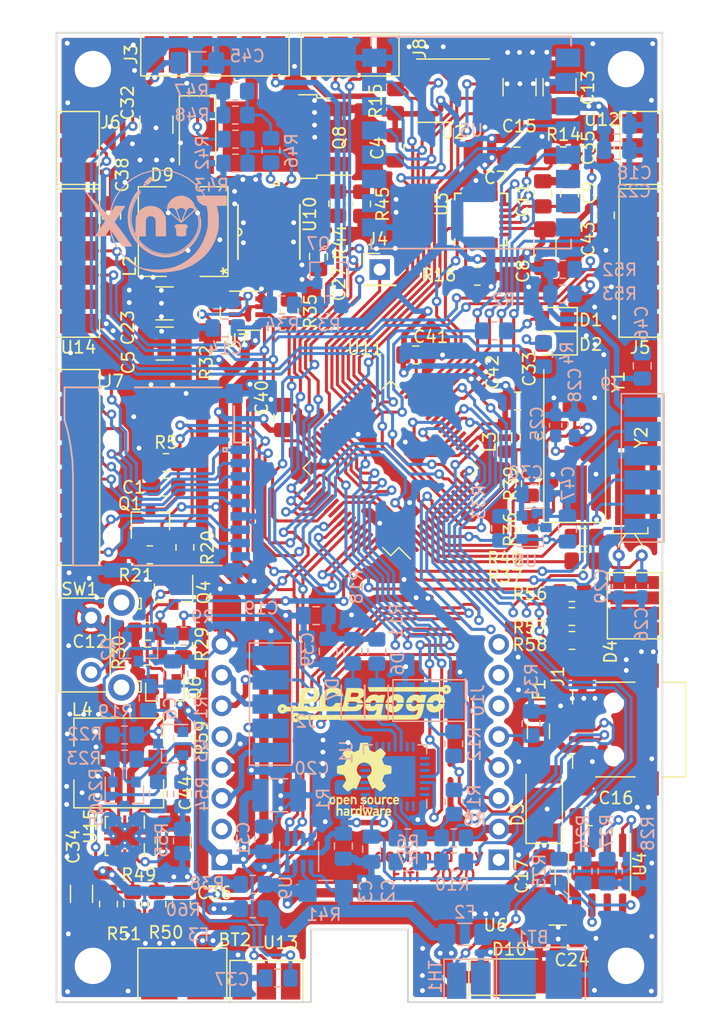
<source format=kicad_pcb>
(kicad_pcb (version 20171130) (host pcbnew "(5.1.8)-1")
  (layers (0 F.Cu signal) (31 B.Cu signal) (34 B.Paste user) (35 F.Paste user) (36 B.SilkS user) (37 F.SilkS user) (38 B.Mask user) (39 F.Mask user) (44 Edge.Cuts user))
  (net 0 "")
  (net 1 PWR_BUTTON)
  (net 2 GND)
  (net 3 VBUS)
  (net 4 +3V3)
  (net 5 "Net-(C6-Pad2)")
  (net 6 "Net-(C11-Pad2)")
  (net 7 VBUS_ADC)
  (net 8 "Net-(C24-Pad1)")
  (net 9 "Net-(C25-Pad1)")
  (net 10 "Net-(C26-Pad1)")
  (net 11 "Net-(C27-Pad2)")
  (net 12 "Net-(C28-Pad1)")
  (net 13 "Net-(C29-Pad1)")
  (net 14 +VSW)
  (net 15 "Net-(C33-Pad1)")
  (net 16 "Net-(C36-Pad2)")
  (net 17 "Net-(C44-Pad1)")
  (net 18 "Net-(D1-Pad2)")
  (net 19 "Net-(D2-Pad2)")
  (net 20 USB_DET)
  (net 21 "Net-(D6-Pad2)")
  (net 22 "Net-(D6-Pad1)")
  (net 23 "Net-(D7-Pad2)")
  (net 24 "Net-(D7-Pad1)")
  (net 25 "Net-(D9-Pad2)")
  (net 26 "Net-(D10-Pad1)")
  (net 27 "Net-(F1-Pad2)")
  (net 28 "Net-(BT1-Pad1)")
  (net 29 "Net-(BT2-Pad1)")
  (net 30 "Net-(J1-Pad4)")
  (net 31 "Net-(J1-Pad3)")
  (net 32 "Net-(J1-Pad2)")
  (net 33 ESP-RX)
  (net 34 ESP-TX)
  (net 35 "Net-(J2-Pad1)")
  (net 36 "Net-(J3-Pad5)")
  (net 37 LED_TEMP)
  (net 38 "Net-(J4-Pad1)")
  (net 39 "Net-(J5-Pad5)")
  (net 40 SYSTEM_SDA)
  (net 41 SYSTEM_SCL)
  (net 42 "Net-(J6-Pad5)")
  (net 43 GPS_RX)
  (net 44 GPS_TX)
  (net 45 SWO)
  (net 46 NRST)
  (net 47 SWDIO)
  (net 48 SWDCLK)
  (net 49 STM_USBDP)
  (net 50 STM_USBDM)
  (net 51 "Net-(L4-Pad2)")
  (net 52 "Net-(L4-Pad1)")
  (net 53 "Net-(Q1-Pad1)")
  (net 54 "Net-(Q3-Pad3)")
  (net 55 "Net-(Q3-Pad1)")
  (net 56 "Net-(Q4-Pad1)")
  (net 57 PWR_ON)
  (net 58 "Net-(Q5-Pad1)")
  (net 59 "Net-(Q8-Pad1)")
  (net 60 "Net-(R1-Pad1)")
  (net 61 DEBUG_LED_2)
  (net 62 DEBUG_LED_1)
  (net 63 UART_DP)
  (net 64 UART_DM)
  (net 65 "Net-(R14-Pad2)")
  (net 66 "Net-(R16-Pad1)")
  (net 67 PWR_KEEP)
  (net 68 CHRH_PULL)
  (net 69 CHRG_READ)
  (net 70 "Net-(R27-Pad1)")
  (net 71 "Net-(R28-Pad2)")
  (net 72 "Net-(R31-Pad2)")
  (net 73 "Net-(R35-Pad2)")
  (net 74 PWR_LED_ON)
  (net 75 "Net-(R36-Pad1)")
  (net 76 "Net-(R37-Pad1)")
  (net 77 "Net-(R39-Pad1)")
  (net 78 "Net-(R40-Pad1)")
  (net 79 "Net-(R42-Pad1)")
  (net 80 "Net-(R46-Pad2)")
  (net 81 "Net-(R46-Pad1)")
  (net 82 "Net-(R49-Pad1)")
  (net 83 "Net-(R54-Pad1)")
  (net 84 STATUS_LED_1)
  (net 85 STATUS_LED_2)
  (net 86 STATUS_LED_3)
  (net 87 "Net-(U1-Pad28)")
  (net 88 "Net-(U1-Pad27)")
  (net 89 DEBUG_RX)
  (net 90 DEBUG_TX)
  (net 91 "Net-(U1-Pad24)")
  (net 92 "Net-(U1-Pad23)")
  (net 93 "Net-(U1-Pad22)")
  (net 94 "Net-(U1-Pad21)")
  (net 95 "Net-(U1-Pad20)")
  (net 96 "Net-(U1-Pad17)")
  (net 97 "Net-(U1-Pad16)")
  (net 98 "Net-(U1-Pad15)")
  (net 99 "Net-(U1-Pad14)")
  (net 100 "Net-(U1-Pad13)")
  (net 101 "Net-(U1-Pad12)")
  (net 102 "Net-(U1-Pad11)")
  (net 103 "Net-(U1-Pad10)")
  (net 104 "Net-(U1-Pad2)")
  (net 105 "Net-(U1-Pad1)")
  (net 106 SPI_SCK)
  (net 107 SPI_MOSI)
  (net 108 SPI_MISO)
  (net 109 FLASH_CS)
  (net 110 GYRO_SDA)
  (net 111 GYRO_SCL)
  (net 112 "Net-(U3-Pad20)")
  (net 113 GYRO_IRQ)
  (net 114 GYRO_FRAME)
  (net 115 "Net-(U3-Pad7)")
  (net 116 "Net-(U3-Pad6)")
  (net 117 "Net-(U5-Pad1)")
  (net 118 LORA_RST)
  (net 119 LORA_IRQ)
  (net 120 "Net-(U5-Pad6)")
  (net 121 "Net-(U5-Pad7)")
  (net 122 "Net-(U5-Pad8)")
  (net 123 "Net-(U5-Pad11)")
  (net 124 LORA_CS)
  (net 125 PWR_LED_DIMM)
  (net 126 CAM-BSY)
  (net 127 CAM-STROBE)
  (net 128 "Net-(U11-Pad50)")
  (net 129 "Net-(U11-Pad24)")
  (net 130 ETEMP_2)
  (net 131 ETEMP_1)
  (net 132 BAT_TEMP)
  (net 133 "Net-(U11-Pad1)")
  (net 134 "Net-(U6-Pad15)")
  (net 135 "Net-(U6-Pad12)")
  (net 136 "Net-(U6-Pad8)")
  (net 137 "Net-(U6-Pad7)")
  (net 138 "Net-(U6-Pad6)")
  (net 139 "Net-(U6-Pad1)")
  (net 140 "Net-(U10-Pad11)")
  (net 141 "Net-(U10-Pad8)")
  (net 142 "Net-(U5-Pad10)")
  (net 143 "Net-(R24-Pad1)")
  (net 144 "Net-(R25-Pad2)")
  (net 145 "Net-(U4-Pad7)")
  (net 146 FLASH_WP)
  (net 147 "Net-(R10-Pad1)")
  (net 148 "Net-(R13-Pad1)")
  (net 149 "Net-(C23-Pad1)")
  (net 150 "Net-(J7-Pad8)")
  (net 151 "Net-(J7-Pad7)")
  (net 152 "Net-(J7-Pad5)")
  (net 153 "Net-(J7-Pad4)")
  (net 154 "Net-(J7-Pad3)")
  (net 155 "Net-(J7-Pad2)")
  (net 156 "Net-(J7-Pad1)")
  (net 157 "Net-(J7-Pad9)")
  (net 158 "Net-(Q7-Pad1)")
  (net 159 BUZZER)
  (net 160 "Net-(D4-Pad4)")
  (net 161 "Net-(D4-Pad2)")
  (net 162 "Net-(D4-Pad1)")
  (net 163 "Net-(J3-Pad6)")
  (net 164 VDD)
  (net 165 VD)
  (net 166 +3.3VP)
  (net 167 "Net-(R15-Pad2)")
  (module TinXsat:WSON-8-1EP_6x5mm_P1.27mm_EP3.4x4mm (layer F.Cu) (at 82.7275 54.78 180)
    (fp_text reference U2 (at 0 -3.45) (layer F.SilkS))
    (fp_text value A25L032)
    (pad 8 smd roundrect (at 2.6625 -1.905 180) (size 0.775 0.5) (layers F.Cu F.Paste F.Mask) (net 4 +3V3))
    (pad 7 smd roundrect (at 2.6625 -0.635 180) (size 0.775 0.5) (layers F.Cu F.Paste F.Mask) (net 167 "Net-(R15-Pad2)"))
    (pad 6 smd roundrect (at 2.6625 0.635 180) (size 0.775 0.5) (layers F.Cu F.Paste F.Mask) (net 106 SPI_SCK))
    (pad 5 smd roundrect (at 2.6625 1.905 180) (size 0.775 0.5) (layers F.Cu F.Paste F.Mask) (net 107 SPI_MOSI))
    (pad 4 smd roundrect (at -2.6625 1.905 180) (size 0.775 0.5) (layers F.Cu F.Paste F.Mask) (net 2 GND))
    (pad 3 smd roundrect (at -2.6625 0.635 180) (size 0.775 0.5) (layers F.Cu F.Paste F.Mask) (net 146 FLASH_WP))
    (pad 2 smd roundrect (at -2.6625 -0.635 180) (size 0.775 0.5) (layers F.Cu F.Paste F.Mask) (net 108 SPI_MISO))
    (pad 1 smd roundrect (at -2.6625 -1.905 180) (size 0.775 0.5) (layers F.Cu F.Paste F.Mask) (net 109 FLASH_CS))
  )
  (module footprints:logo_pcbgogo (layer F.Cu) (at 75.4634 105.3084)
    (fp_text reference G*** hide)
    (fp_text value LOGO hide)
  )
  (module footprints:logo (layer B.Cu) (at 58.4708 65.532 180)
    (fp_text reference G*** hide)
    (fp_text value LOGO hide)
  )
  (module Symbol:OSHW-Logo_5.7x6mm_SilkScreen (layer F.Cu) (at 75.3872 111.6076)
    (fp_text reference REF** hide)
    (fp_text value OSHW-Logo_5.7x6mm_SilkScreen hide)
  )
  (module Resistor_SMD:R_0805_2012Metric_Pad1.20x1.40mm_HandSolder (layer F.Cu) (at 77.978 55.642 90)
    (fp_text reference R15 (at 0.0033 -1.6383 90) (layer F.SilkS))
    (fp_text value 10k)
    (pad 2 smd roundrect (at 1 0 90) (size 1.2 1.4) (layers F.Cu F.Paste F.Mask) (roundrect_rratio 0.2083325) (net 167 "Net-(R15-Pad2)"))
    (pad 1 smd roundrect (at -1 0 90) (size 1.2 1.4) (layers F.Cu F.Paste F.Mask) (roundrect_rratio 0.2083325) (net 4 +3V3))
  )
  (module footprints:Conn_uSDcard (layer B.Cu) (at 54.6625 86.615 90)
    (fp_text reference XS1)
    (fp_text value SD_ebay-uSD-push_push_SMD)
    (pad 3 smd rect (at 0 10.5 90) (size 0.7 1.6) (layers B.Cu B.Paste B.Mask) (net 154 "Net-(J7-Pad3)"))
    (pad "" np_thru_hole circle (at -4.93 0 90) (size 1 1) (drill 1) (layers *.Cu))
    (pad "" np_thru_hole circle (at 3.05 0 90) (size 1 1) (drill 1) (layers *.Cu))
    (pad 2 smd rect (at 1.1 10.5 90) (size 0.7 1.6) (layers B.Cu B.Paste B.Mask) (net 155 "Net-(J7-Pad2)"))
    (pad 1 smd rect (at 2.2 10.5 90) (size 0.7 1.6) (layers B.Cu B.Paste B.Mask) (net 156 "Net-(J7-Pad1)"))
    (pad 4 smd rect (at -1.1 10.5 90) (size 0.7 1.6) (layers B.Cu B.Paste B.Mask) (net 153 "Net-(J7-Pad4)"))
    (pad 5 smd rect (at -2.2 10.5 90) (size 0.7 1.6) (layers B.Cu B.Paste B.Mask) (net 152 "Net-(J7-Pad5)"))
    (pad 6 smd rect (at -3.3 10.5 90) (size 0.7 1.6) (layers B.Cu B.Paste B.Mask) (net 2 GND))
    (pad 8 smd rect (at -5.5 10.5 90) (size 0.7 1.6) (layers B.Cu B.Paste B.Mask) (net 150 "Net-(J7-Pad8)"))
    (pad 7 smd rect (at -4.4 10.5 90) (size 0.7 1.6) (layers B.Cu B.Paste B.Mask) (net 151 "Net-(J7-Pad7)"))
    (pad 9 smd rect (at -6.6 10.5 90) (size 0.7 1.6) (layers B.Cu B.Paste B.Mask) (net 157 "Net-(J7-Pad9)"))
    (pad 6 smd rect (at -7.75 10 90) (size 1.2 1.4) (layers B.Cu B.Paste B.Mask) (net 2 GND))
    (pad 6 smd rect (at 6.85 10 90) (size 1.6 1.4) (layers B.Cu B.Paste B.Mask) (net 2 GND))
    (pad 6 smd rect (at -7.75 0.4 90) (size 1.2 2.2) (layers B.Cu B.Paste B.Mask) (net 2 GND))
    (pad 6 smd rect (at 7.75 0.4 90) (size 1.2 2.2) (layers B.Cu B.Paste B.Mask) (net 2 GND))
  )
  (module TinXsat:ESP32-CAM (layer F.Cu) (at 86.5 118.25 180)
    (fp_text reference U6 (at 0.2625 -5.3925) (layer F.SilkS))
    (fp_text value ESP32-cam)
    (pad 15 thru_hole oval (at 22.86 2.54 180) (size 1.7 1.7) (drill 1) (layers *.Cu *.Mask) (net 134 "Net-(U6-Pad15)"))
    (pad 14 thru_hole oval (at 22.86 5.08 180) (size 1.7 1.7) (drill 1) (layers *.Cu *.Mask) (net 35 "Net-(J2-Pad1)"))
    (pad 12 thru_hole oval (at 22.86 10.16 180) (size 1.7 1.7) (drill 1) (layers *.Cu *.Mask) (net 135 "Net-(U6-Pad12)"))
    (pad 16 thru_hole rect (at 22.86 0 180) (size 1.7 1.7) (drill 1) (layers *.Cu *.Mask) (net 4 +3V3))
    (pad 9 thru_hole oval (at 22.86 17.78 180) (size 1.7 1.7) (drill 1) (layers *.Cu *.Mask) (net 2 GND))
    (pad 11 thru_hole oval (at 22.86 12.7 180) (size 1.7 1.7) (drill 1) (layers *.Cu *.Mask) (net 33 ESP-RX))
    (pad 10 thru_hole oval (at 22.86 15.24 180) (size 1.7 1.7) (drill 1) (layers *.Cu *.Mask) (net 34 ESP-TX))
    (pad 13 thru_hole oval (at 22.86 7.62 180) (size 1.7 1.7) (drill 1) (layers *.Cu *.Mask) (net 2 GND))
    (pad 8 thru_hole oval (at 0 17.78 180) (size 1.7 1.7) (drill 1) (layers *.Cu *.Mask) (net 136 "Net-(U6-Pad8)"))
    (pad 7 thru_hole oval (at 0 15.24 180) (size 1.7 1.7) (drill 1) (layers *.Cu *.Mask) (net 137 "Net-(U6-Pad7)"))
    (pad 6 thru_hole oval (at 0 12.7 180) (size 1.7 1.7) (drill 1) (layers *.Cu *.Mask) (net 138 "Net-(U6-Pad6)"))
    (pad 5 thru_hole oval (at 0 10.16 180) (size 1.7 1.7) (drill 1) (layers *.Cu *.Mask) (net 72 "Net-(R31-Pad2)"))
    (pad 4 thru_hole oval (at 0 7.62 180) (size 1.7 1.7) (drill 1) (layers *.Cu *.Mask) (net 127 CAM-STROBE))
    (pad 3 thru_hole oval (at 0 5.08 180) (size 1.7 1.7) (drill 1) (layers *.Cu *.Mask) (net 126 CAM-BSY))
    (pad 2 thru_hole oval (at 0 2.54 180) (size 1.7 1.7) (drill 1) (layers *.Cu *.Mask) (net 2 GND))
    (pad 1 thru_hole rect (at 0 0 180) (size 1.7 1.7) (drill 1) (layers *.Cu *.Mask) (net 139 "Net-(U6-Pad1)"))
  )
  (module TinXsat:PinHeader_1x08_P2mm_SMD (layer F.Cu) (at 51.815 78.835)
    (fp_text reference J7 (at 2.905 -0.09) (layer F.SilkS))
    (fp_text value ESP-card)
    (pad 8 smd rect (at 0 14) (size 3 1.6) (layers F.Cu F.Paste F.Mask) (net 150 "Net-(J7-Pad8)"))
    (pad 7 smd rect (at 0 12) (size 3 1.6) (layers F.Cu F.Paste F.Mask) (net 151 "Net-(J7-Pad7)"))
    (pad 6 smd rect (at 0 10) (size 3 1.6) (layers F.Cu F.Paste F.Mask) (net 2 GND))
    (pad 5 smd rect (at 0 8) (size 3 1.6) (layers F.Cu F.Paste F.Mask) (net 152 "Net-(J7-Pad5)"))
    (pad 4 smd rect (at 0 6 180) (size 3 1.6) (layers F.Cu F.Paste F.Mask) (net 153 "Net-(J7-Pad4)"))
    (pad 3 smd rect (at 0 4) (size 3 1.6) (layers F.Cu F.Paste F.Mask) (net 154 "Net-(J7-Pad3)"))
    (pad 2 smd rect (at 0 2) (size 3 1.6) (layers F.Cu F.Paste F.Mask) (net 155 "Net-(J7-Pad2)"))
    (pad 1 smd rect (at 0 0) (size 3 1.6) (layers F.Cu F.Paste F.Mask) (net 156 "Net-(J7-Pad1)"))
  )
  (module TinXsat:PinHeader_1x06_P2mm_SMD (layer F.Cu) (at 58.0725 51.785 90)
    (fp_text reference J3 (at -0.01 -1.92 90) (layer F.SilkS))
    (fp_text value POWER_LED)
    (pad 6 smd rect (at 0 10 90) (size 3 1.6) (layers F.Cu F.Paste F.Mask) (net 163 "Net-(J3-Pad6)"))
    (pad 5 smd rect (at 0 8 90) (size 3 1.6) (layers F.Cu F.Paste F.Mask) (net 36 "Net-(J3-Pad5)"))
    (pad 4 smd rect (at 0 6 270) (size 3 1.6) (layers F.Cu F.Paste F.Mask) (net 14 +VSW))
    (pad 3 smd rect (at 0 4 90) (size 3 1.6) (layers F.Cu F.Paste F.Mask) (net 2 GND))
    (pad 2 smd rect (at 0 2 90) (size 3 1.6) (layers F.Cu F.Paste F.Mask) (net 37 LED_TEMP))
    (pad 1 smd rect (at 0 0 90) (size 3 1.6) (layers F.Cu F.Paste F.Mask) (net 4 +3V3))
  )
  (module TinXsat:PinHeader_1x05_P2mm_SMD (layer B.Cu) (at 67.6725 109.4)
    (fp_text reference J2 (at 2.8875 -2.57) (layer B.SilkS) (effects (justify mirror)))
    (fp_text value ESP-PROG)
    (pad 5 smd rect (at 0 -8) (size 3 1.6) (layers B.Cu B.Paste B.Mask) (net 2 GND))
    (pad 4 smd rect (at 0 -6 90) (size 1.6 3) (layers B.Cu B.Paste B.Mask) (net 33 ESP-RX))
    (pad 3 smd rect (at 0 -4) (size 3 1.6) (layers B.Cu B.Paste B.Mask) (net 34 ESP-TX))
    (pad 2 smd rect (at 0 -2) (size 3 1.6) (layers B.Cu B.Paste B.Mask) (net 4 +3V3))
    (pad 1 smd rect (at 0 0) (size 3 1.6) (layers B.Cu B.Paste B.Mask) (net 35 "Net-(J2-Pad1)"))
  )
  (module TinXsat:PinHeader_1x06_P2mm_SMD (layer F.Cu) (at 51.8 64)
    (fp_text reference J6 (at 2.6625 -6.6025) (layer F.SilkS))
    (fp_text value BMP280_2)
    (pad 6 smd rect (at 0 10) (size 3 1.6) (layers F.Cu F.Paste F.Mask) (net 4 +3V3))
    (pad 5 smd rect (at 0 8) (size 3 1.6) (layers F.Cu F.Paste F.Mask) (net 42 "Net-(J6-Pad5)"))
    (pad 4 smd rect (at 0 6 180) (size 3 1.6) (layers F.Cu F.Paste F.Mask) (net 40 SYSTEM_SDA))
    (pad 3 smd rect (at 0 4) (size 3 1.6) (layers F.Cu F.Paste F.Mask) (net 41 SYSTEM_SCL))
    (pad 2 smd rect (at 0 2) (size 3 1.6) (layers F.Cu F.Paste F.Mask) (net 2 GND))
    (pad 1 smd rect (at 0 0) (size 3 1.6) (layers F.Cu F.Paste F.Mask) (net 4 +3V3))
  )
  (module TinXsat:PinHeader_1x06_P2mm_SMD (layer F.Cu) (at 98.2 64)
    (fp_text reference J5 (at -0.0425 11.98) (layer F.SilkS))
    (fp_text value BMP280_1)
    (pad 6 smd rect (at 0 10) (size 3 1.6) (layers F.Cu F.Paste F.Mask) (net 2 GND))
    (pad 5 smd rect (at 0 8) (size 3 1.6) (layers F.Cu F.Paste F.Mask) (net 39 "Net-(J5-Pad5)"))
    (pad 4 smd rect (at 0 6 180) (size 3 1.6) (layers F.Cu F.Paste F.Mask) (net 40 SYSTEM_SDA))
    (pad 3 smd rect (at 0 4) (size 3 1.6) (layers F.Cu F.Paste F.Mask) (net 41 SYSTEM_SCL))
    (pad 2 smd rect (at 0 2) (size 3 1.6) (layers F.Cu F.Paste F.Mask) (net 2 GND))
    (pad 1 smd rect (at 0 0) (size 3 1.6) (layers F.Cu F.Paste F.Mask) (net 4 +3V3))
  )
  (module TinXsat:PinHeader_1x03_P2mm_SMD (layer F.Cu) (at 51.8 61.5 180)
    (fp_text reference U14 (at -0.01 -14.4575) (layer F.SilkS))
    (fp_text value LM35-LP)
    (pad 3 smd rect (at 0 4 180) (size 3 1.6) (layers F.Cu F.Paste F.Mask) (net 2 GND))
    (pad 2 smd rect (at 0 2 180) (size 3 1.6) (layers F.Cu F.Paste F.Mask) (net 130 ETEMP_2))
    (pad 1 smd rect (at 0 0 180) (size 3 1.6) (layers F.Cu F.Paste F.Mask) (net 4 +3V3))
  )
  (module TinXsat:PinHeader_1x03_P2mm_SMD (layer F.Cu) (at 69.32 128.2825 270)
    (fp_text reference U13 (at -3.1925 0.825) (layer F.SilkS))
    (fp_text value LM35-LP)
    (pad 3 smd rect (at 0 4 270) (size 3 1.6) (layers F.Cu F.Paste F.Mask) (net 2 GND))
    (pad 2 smd rect (at 0 2 270) (size 3 1.6) (layers F.Cu F.Paste F.Mask) (net 132 BAT_TEMP))
    (pad 1 smd rect (at 0 0 270) (size 3 1.6) (layers F.Cu F.Paste F.Mask) (net 4 +3V3))
  )
  (module TinXsat:PinHeader_1x03_P2mm_SMD (layer F.Cu) (at 98.2 61.5 180)
    (fp_text reference U12 (at 3.19 4.33 180) (layer F.SilkS))
    (fp_text value LM35-LP)
    (pad 3 smd rect (at 0 4 180) (size 3 1.6) (layers F.Cu F.Paste F.Mask) (net 2 GND))
    (pad 2 smd rect (at 0 2 180) (size 3 1.6) (layers F.Cu F.Paste F.Mask) (net 131 ETEMP_1))
    (pad 1 smd rect (at 0 0 180) (size 3 1.6) (layers F.Cu F.Paste F.Mask) (net 4 +3V3))
  )
  (module TinXsat:PinHeader_1x03_P2mm_SMD (layer B.Cu) (at 82.7725 105.0925 90)
    (fp_text reference J10 (at 0 1.99 90) (layer B.SilkS) (effects (justify mirror)))
    (fp_text value CAN)
    (pad 3 smd rect (at 0 -4 90) (size 3 1.6) (layers B.Cu B.Paste B.Mask) (net 2 GND))
    (pad 2 smd rect (at 0 -2 90) (size 3 1.6) (layers B.Cu B.Paste B.Mask) (net 49 STM_USBDP))
    (pad 1 smd rect (at 0 0 90) (size 3 1.6) (layers B.Cu B.Paste B.Mask) (net 50 STM_USBDM))
  )
  (module TinXsat:PinHeader_1x06_P2mm_SMD (layer B.Cu) (at 98.3625 80.905 180)
    (fp_text reference J9 (at 2.655 1.8975) (layer B.SilkS) (effects (justify mirror)))
    (fp_text value SWD)
    (pad 6 smd rect (at 0 -10 180) (size 3 1.6) (layers B.Cu B.Paste B.Mask) (net 45 SWO))
    (pad 5 smd rect (at 0 -8 180) (size 3 1.6) (layers B.Cu B.Paste B.Mask) (net 46 NRST))
    (pad 4 smd rect (at 0 -6) (size 3 1.6) (layers B.Cu B.Paste B.Mask) (net 47 SWDIO))
    (pad 3 smd rect (at 0 -4 180) (size 3 1.6) (layers B.Cu B.Paste B.Mask) (net 2 GND))
    (pad 2 smd rect (at 0 -2 180) (size 3 1.6) (layers B.Cu B.Paste B.Mask) (net 48 SWDCLK))
    (pad 1 smd rect (at 0 0 180) (size 3 1.6) (layers B.Cu B.Paste B.Mask) (net 4 +3V3))
  )
  (module TinXsat:PinHeader_1x04_P2mm_SMD (layer F.Cu) (at 71.23 51.8225 90)
    (fp_text reference J8 (at 0.52 8.74 90) (layer F.SilkS))
    (fp_text value GPS)
    (pad 4 smd rect (at 0 6 90) (size 3 1.6) (layers F.Cu F.Paste F.Mask) (net 2 GND))
    (pad 3 smd rect (at 0 4 90) (size 3 1.6) (layers F.Cu F.Paste F.Mask) (net 43 GPS_RX))
    (pad 2 smd rect (at 0 2 90) (size 3 1.6) (layers F.Cu F.Paste F.Mask) (net 44 GPS_TX))
    (pad 1 smd rect (at 0 0 90) (size 3 1.6) (layers F.Cu F.Paste F.Mask) (net 4 +3V3))
  )
  (module TinXsat:BATT (layer B.Cu) (at 88.05164 127.72644 270)
    (fp_text reference BT1 (at -3.08394 -1.21836) (layer B.SilkS) (effects (justify mirror)))
    (fp_text value LiOn)
    (pad 2 smd rect (at 0 -3.81 270) (size 4 3) (layers B.Cu B.Paste B.Mask) (net 2 GND))
    (pad 1 smd rect (at 0 0 270) (size 4 3) (layers B.Cu B.Paste B.Mask) (net 28 "Net-(BT1-Pad1)"))
  )
  (module TinXsat:PinHeader_1x02_P2mm_SMD (layer B.Cu) (at 83.025 128.225 270)
    (fp_text reference TH1 (at -0.3075 1.76 90) (layer B.SilkS) (effects (justify mirror)))
    (fp_text value BAT_NTC)
    (pad 2 smd rect (at 0 -2 270) (size 3 1.6) (layers B.Cu B.Paste B.Mask) (net 2 GND))
    (pad 1 smd rect (at 0 0 270) (size 3 1.6) (layers B.Cu B.Paste B.Mask) (net 71 "Net-(R28-Pad2)"))
  )
  (module TinXsat:LED_D5.0mm-4_RGB (layer F.Cu) (at 97.715 99.18 90)
    (fp_text reference D4 (at -1.9075 -1.9925 90) (layer F.SilkS))
    (fp_text value LED_RGCB)
    (pad 4 smd rect (at 3.81 0 90) (size 1.07 4) (layers F.Cu F.Paste F.Mask) (net 160 "Net-(D4-Pad4)"))
    (pad 3 smd rect (at 2.54 0 90) (size 1.07 4) (layers F.Cu F.Paste F.Mask) (net 2 GND))
    (pad 2 smd rect (at 1.27 0 90) (size 1.07 4) (layers F.Cu F.Paste F.Mask) (net 161 "Net-(D4-Pad2)"))
    (pad 1 smd rect (at 0 0 90) (size 1.07 4) (layers F.Cu F.Paste F.Mask) (net 162 "Net-(D4-Pad1)"))
  )
  (module TinXsat:BATT (layer F.Cu) (at 62.30112 127.77216 270)
    (fp_text reference BT2 (at -2.92216 -2.41888 180) (layer F.SilkS))
    (fp_text value LiOn)
    (pad 2 smd rect (at 0 3.81 270) (size 4 3) (layers F.Cu F.Paste F.Mask) (net 2 GND))
    (pad 1 smd rect (at 0 0 270) (size 4 3) (layers F.Cu F.Paste F.Mask) (net 29 "Net-(BT2-Pad1)"))
  )
  (module Capacitor_SMD:C_0805_2012Metric_Pad1.18x1.45mm_HandSolder (layer F.Cu) (at 79.655 76.5875 180)
    (fp_text reference C41 (at -1.2275 1.5) (layer F.SilkS))
    (fp_text value 100n)
    (pad 2 smd roundrect (at 1.0375 0 180) (size 1.175 1.45) (layers F.Cu F.Paste F.Mask) (roundrect_rratio 0.2127659574468085) (net 4 +3V3))
    (pad 1 smd roundrect (at -1.0375 0 180) (size 1.175 1.45) (layers F.Cu F.Paste F.Mask) (roundrect_rratio 0.2127659574468085) (net 2 GND))
  )
  (module Capacitor_SMD:C_0805_2012Metric_Pad1.18x1.45mm_HandSolder (layer F.Cu) (at 57.505 99.3925 180)
    (fp_text reference C12 (at 4.7475 -0.85) (layer F.SilkS))
    (fp_text value 470n)
    (pad 2 smd roundrect (at 1.0375 0 180) (size 1.175 1.45) (layers F.Cu F.Paste F.Mask) (roundrect_rratio 0.2127659574468085) (net 2 GND))
    (pad 1 smd roundrect (at -1.0375 0 180) (size 1.175 1.45) (layers F.Cu F.Paste F.Mask) (roundrect_rratio 0.2127659574468085) (net 7 VBUS_ADC))
  )
  (module Resistor_SMD:R_0805_2012Metric_Pad1.20x1.40mm_HandSolder (layer F.Cu) (at 59.0325 85.47)
    (fp_text reference R5 (at 0 -1.65) (layer F.SilkS))
    (fp_text value 47k)
    (pad 2 smd roundrect (at 1 0) (size 1.2 1.4) (layers F.Cu F.Paste F.Mask) (roundrect_rratio 0.2083325) (net 1 PWR_BUTTON))
    (pad 1 smd roundrect (at -1 0) (size 1.2 1.4) (layers F.Cu F.Paste F.Mask) (roundrect_rratio 0.2083325) (net 2 GND))
  )
  (module Package_TO_SOT_SMD:SOT-23 (layer B.Cu) (at 55.6 112.83 270)
    (fp_text reference Q5 (at 1.705 2.285 90) (layer B.SilkS) (effects (justify mirror)))
    (fp_text value Si2371)
    (pad 3 smd rect (at 1 0 270) (size 0.9 0.8) (layers B.Cu B.Paste B.Mask) (net 57 PWR_ON))
    (pad 2 smd rect (at -1 -0.95 270) (size 0.9 0.8) (layers B.Cu B.Paste B.Mask) (net 164 VDD))
    (pad 1 smd rect (at -1 0.95 270) (size 0.9 0.8) (layers B.Cu B.Paste B.Mask) (net 58 "Net-(Q5-Pad1)"))
  )
  (module Resistor_SMD:R_0805_2012Metric_Pad1.20x1.40mm_HandSolder (layer B.Cu) (at 64.7375 54.82)
    (fp_text reference R47 (at -3.59 -0.005) (layer B.SilkS) (effects (justify mirror)))
    (fp_text value 10k)
    (pad 2 smd roundrect (at 1 0) (size 1.2 1.4) (layers B.Cu B.Paste B.Mask) (roundrect_rratio 0.2083325) (net 81 "Net-(R46-Pad1)"))
    (pad 1 smd roundrect (at -1 0) (size 1.2 1.4) (layers B.Cu B.Paste B.Mask) (roundrect_rratio 0.2083325) (net 2 GND))
  )
  (module Resistor_SMD:R_0805_2012Metric_Pad1.20x1.40mm_HandSolder (layer B.Cu) (at 64.7725 60.7575)
    (fp_text reference R43 (at -1.985 1.8275) (layer B.SilkS) (effects (justify mirror)))
    (fp_text value R)
    (pad 2 smd roundrect (at 1 0) (size 1.2 1.4) (layers B.Cu B.Paste B.Mask) (roundrect_rratio 0.2083325) (net 79 "Net-(R42-Pad1)"))
    (pad 1 smd roundrect (at -1 0) (size 1.2 1.4) (layers B.Cu B.Paste B.Mask) (roundrect_rratio 0.2083325) (net 2 GND))
  )
  (module Resistor_SMD:R_0805_2012Metric_Pad1.20x1.40mm_HandSolder (layer B.Cu) (at 66.2025 122.28 180)
    (fp_text reference R60 (at 5.7425 -0.0975 180) (layer B.SilkS) (effects (justify mirror)))
    (fp_text value 0)
    (pad 2 smd roundrect (at 1 0 180) (size 1.2 1.4) (layers B.Cu B.Paste B.Mask) (roundrect_rratio 0.2083325) (net 165 VD))
    (pad 1 smd roundrect (at -1 0 180) (size 1.2 1.4) (layers B.Cu B.Paste B.Mask) (roundrect_rratio 0.2083325) (net 26 "Net-(D10-Pad1)"))
  )
  (module Resistor_SMD:R_0805_2012Metric_Pad1.20x1.40mm_HandSolder (layer B.Cu) (at 68.615 72.46)
    (fp_text reference R34 (at 0 1.65) (layer B.SilkS) (effects (justify mirror)))
    (fp_text value 10k)
    (pad 2 smd roundrect (at 1 0) (size 1.2 1.4) (layers B.Cu B.Paste B.Mask) (roundrect_rratio 0.2083325) (net 158 "Net-(Q7-Pad1)"))
    (pad 1 smd roundrect (at -1 0) (size 1.2 1.4) (layers B.Cu B.Paste B.Mask) (roundrect_rratio 0.2083325) (net 2 GND))
  )
  (module Resistor_SMD:R_0805_2012Metric_Pad1.20x1.40mm_HandSolder (layer B.Cu) (at 72.495 72.455)
    (fp_text reference R3 (at 0 1.65) (layer B.SilkS) (effects (justify mirror)))
    (fp_text value 1k)
    (pad 2 smd roundrect (at 1 0) (size 1.2 1.4) (layers B.Cu B.Paste B.Mask) (roundrect_rratio 0.2083325) (net 159 BUZZER))
    (pad 1 smd roundrect (at -1 0) (size 1.2 1.4) (layers B.Cu B.Paste B.Mask) (roundrect_rratio 0.2083325) (net 158 "Net-(Q7-Pad1)"))
  )
  (module Package_TO_SOT_SMD:SOT-23 (layer B.Cu) (at 72.4925 69.6975 90)
    (fp_text reference Q7 (at 2.295 -0.875 180) (layer B.SilkS) (effects (justify mirror)))
    (fp_text value BSS138)
    (pad 3 smd rect (at 1 0 90) (size 0.9 0.8) (layers B.Cu B.Paste B.Mask) (net 163 "Net-(J3-Pad6)"))
    (pad 2 smd rect (at -1 -0.95 90) (size 0.9 0.8) (layers B.Cu B.Paste B.Mask) (net 2 GND))
    (pad 1 smd rect (at -1 0.95 90) (size 0.9 0.8) (layers B.Cu B.Paste B.Mask) (net 158 "Net-(Q7-Pad1)"))
  )
  (module Capacitor_SMD:C_1210_3225Metric_Pad1.33x2.70mm_HandSolder (layer F.Cu) (at 58.9275 75.65 180)
    (fp_text reference C5 (at 3.005 -1.565 90) (layer F.SilkS))
    (fp_text value 22uF/10V)
    (pad 2 smd roundrect (at 1.5625 0 180) (size 1.325 2.7) (layers F.Cu F.Paste F.Mask) (roundrect_rratio 0.1886777358490566) (net 2 GND))
    (pad 1 smd roundrect (at -1.5625 0 180) (size 1.325 2.7) (layers F.Cu F.Paste F.Mask) (roundrect_rratio 0.1886777358490566) (net 149 "Net-(C23-Pad1)"))
  )
  (module Resistor_SMD:R_0805_2012Metric_Pad1.20x1.40mm_HandSolder (layer B.Cu) (at 64.7725 58.78 180)
    (fp_text reference R42 (at 2.7425 -1.12 90) (layer B.SilkS) (effects (justify mirror)))
    (fp_text value R)
    (pad 2 smd roundrect (at 1 0 180) (size 1.2 1.4) (layers B.Cu B.Paste B.Mask) (roundrect_rratio 0.2083325) (net 14 +VSW))
    (pad 1 smd roundrect (at -1 0 180) (size 1.2 1.4) (layers B.Cu B.Paste B.Mask) (roundrect_rratio 0.2083325) (net 79 "Net-(R42-Pad1)"))
  )
  (module Connector_USB:USB_Mini-B_Lumberg_2486_01_Horizontal (layer F.Cu) (at 96 107.5 90)
    (fp_text reference J1 (at 4.39 -4.6275 90) (layer F.SilkS))
    (fp_text value USB_B_Mini)
    (pad "" np_thru_hole circle (at 2.2 0 90) (size 1 1) (drill 1) (layers *.Cu *.Mask))
    (pad "" np_thru_hole circle (at -2.2 0 90) (size 1 1) (drill 1) (layers *.Cu *.Mask))
    (pad 6 smd rect (at 4.45 2.85 90) (size 2 1.7) (layers F.Cu F.Paste F.Mask) (net 2 GND))
    (pad 6 smd rect (at 4.45 -2.6 90) (size 2 1.7) (layers F.Cu F.Paste F.Mask) (net 2 GND))
    (pad 6 smd rect (at -4.45 2.85 90) (size 2 1.7) (layers F.Cu F.Paste F.Mask) (net 2 GND))
    (pad 6 smd rect (at -4.45 -2.6 90) (size 2 1.7) (layers F.Cu F.Paste F.Mask) (net 2 GND))
    (pad 5 smd rect (at 1.6 -2.7 90) (size 0.5 2) (layers F.Cu F.Paste F.Mask) (net 2 GND))
    (pad 4 smd rect (at 0.8 -2.7 90) (size 0.5 2) (layers F.Cu F.Paste F.Mask) (net 30 "Net-(J1-Pad4)"))
    (pad 3 smd rect (at 0 -2.7 90) (size 0.5 2) (layers F.Cu F.Paste F.Mask) (net 31 "Net-(J1-Pad3)"))
    (pad 2 smd rect (at -0.8 -2.7 90) (size 0.5 2) (layers F.Cu F.Paste F.Mask) (net 32 "Net-(J1-Pad2)"))
    (pad 1 smd rect (at -1.6 -2.7 90) (size 0.5 2) (layers F.Cu F.Paste F.Mask) (net 27 "Net-(F1-Pad2)"))
  )
  (module footprints:TPS61175PWP (layer F.Cu) (at 67.5275 66.45 90)
    (fp_text reference U10 (at 1.47 3.375 90) (layer F.SilkS))
    (fp_text value TPS61175PWP hide)
    (fp_line (start 0.9 1.23) (end 0.55 1.23) (layer F.Cu) (width 0.1524))
    (fp_line (start 0.9 1.33) (end 0.9 1.23) (layer F.Cu) (width 0.1524))
    (fp_line (start 0.55 1.33) (end 0.9 1.33) (layer F.Cu) (width 0.1524))
    (fp_line (start 0.55 1.23) (end 0.55 1.33) (layer F.Cu) (width 0.1524))
    (fp_line (start -0.9 1.23) (end -0.55 1.23) (layer F.Cu) (width 0.1524))
    (fp_line (start -0.9 1.33) (end -0.9 1.23) (layer F.Cu) (width 0.1524))
    (fp_line (start -0.55 1.33) (end -0.9 1.33) (layer F.Cu) (width 0.1524))
    (fp_line (start -0.55 1.23) (end -0.55 1.33) (layer F.Cu) (width 0.1524))
    (fp_line (start -0.9 -1.23) (end -0.55 -1.23) (layer F.Cu) (width 0.1524))
    (fp_line (start -0.9 -1.33) (end -0.9 -1.23) (layer F.Cu) (width 0.1524))
    (fp_line (start -0.55 -1.33) (end -0.9 -1.33) (layer F.Cu) (width 0.1524))
    (fp_line (start -0.55 -1.23) (end -0.55 -1.33) (layer F.Cu) (width 0.1524))
    (fp_line (start 0.9 -1.23) (end 0.55 -1.23) (layer F.Cu) (width 0.1524))
    (fp_line (start 0.9 -1.33) (end 0.9 -1.23) (layer F.Cu) (width 0.1524))
    (fp_line (start 0.55 -1.33) (end 0.9 -1.33) (layer F.Cu) (width 0.1524))
    (fp_line (start 0.55 -1.23) (end 0.55 -1.33) (layer F.Cu) (width 0.1524))
    (fp_line (start 0 1.23) (end 0 1.23) (layer F.Cu) (width 0.1524))
    (fp_line (start 0 1.23) (end 0 1.23) (layer F.Cu) (width 0.1524))
    (fp_line (start 0 1.23) (end 0 1.23) (layer F.Cu) (width 0.1524))
    (fp_line (start 0 1.23) (end 0 1.23) (layer F.Cu) (width 0.1524))
    (fp_line (start 0 1.23) (end 0 1.23) (layer F.Cu) (width 0.1524))
    (fp_line (start 0 1.23) (end 0 1.23) (layer F.Cu) (width 0.1524))
    (fp_line (start 0 1.23) (end 0 1.23) (layer F.Cu) (width 0.1524))
    (fp_line (start 0 1.23) (end 0 1.23) (layer F.Cu) (width 0.1524))
    (fp_line (start 0 -1.23) (end 0 -1.23) (layer F.Cu) (width 0.1524))
    (fp_line (start 0 -1.23) (end 0 -1.23) (layer F.Cu) (width 0.1524))
    (fp_line (start 0 -1.23) (end 0 -1.23) (layer F.Cu) (width 0.1524))
    (fp_line (start 0 -1.23) (end 0 -1.23) (layer F.Cu) (width 0.1524))
    (fp_line (start 0 -1.23) (end 0 -1.23) (layer F.Cu) (width 0.1524))
    (fp_line (start 0 -1.23) (end 0 -1.23) (layer F.Cu) (width 0.1524))
    (fp_line (start 0 -1.23) (end 0 -1.23) (layer F.Cu) (width 0.1524))
    (fp_line (start 0 -1.23) (end 0 -1.23) (layer F.Cu) (width 0.1524))
    (fp_text user * (at -3.2258 -3.397834 90) (layer F.SilkS))
    (fp_text user * (at -3.2258 -3.397834 90) (layer F.SilkS))
    (pad 15 smd rect (at 0 0 90) (size 2.31 2.46) (layers F.Cu F.Paste F.Mask) (net 2 GND))
    (pad 14 smd rect (at 2.9718 -1.950034 90) (size 1.27 0.3048) (layers F.Cu F.Paste F.Mask) (net 2 GND))
    (pad 13 smd rect (at 2.9718 -1.300023 90) (size 1.27 0.3048) (layers F.Cu F.Paste F.Mask) (net 2 GND))
    (pad 12 smd rect (at 2.9718 -0.650011 90) (size 1.27 0.3048) (layers F.Cu F.Paste F.Mask) (net 2 GND))
    (pad 11 smd rect (at 2.9718 0 90) (size 1.27 0.3048) (layers F.Cu F.Paste F.Mask) (net 140 "Net-(U10-Pad11)"))
    (pad 10 smd rect (at 2.9718 0.650011 90) (size 1.27 0.3048) (layers F.Cu F.Paste F.Mask) (net 80 "Net-(R46-Pad2)"))
    (pad 9 smd rect (at 2.9718 1.300023 90) (size 1.27 0.3048) (layers F.Cu F.Paste F.Mask) (net 79 "Net-(R42-Pad1)"))
    (pad 8 smd rect (at 2.9718 1.950034 90) (size 1.27 0.3048) (layers F.Cu F.Paste F.Mask) (net 141 "Net-(U10-Pad8)"))
    (pad 7 smd rect (at -2.9718 1.950034 90) (size 1.27 0.3048) (layers F.Cu F.Paste F.Mask) (net 2 GND))
    (pad 6 smd rect (at -2.9718 1.300023 90) (size 1.27 0.3048) (layers F.Cu F.Paste F.Mask) (net 2 GND))
    (pad 5 smd rect (at -2.9718 0.650011 90) (size 1.27 0.3048) (layers F.Cu F.Paste F.Mask) (net 11 "Net-(C27-Pad2)"))
    (pad 4 smd rect (at -2.9718 0 90) (size 1.27 0.3048) (layers F.Cu F.Paste F.Mask) (net 73 "Net-(R35-Pad2)"))
    (pad 3 smd rect (at -2.9718 -0.650011 90) (size 1.27 0.3048) (layers F.Cu F.Paste F.Mask) (net 149 "Net-(C23-Pad1)"))
    (pad 2 smd rect (at -2.9718 -1.300023 90) (size 1.27 0.3048) (layers F.Cu F.Paste F.Mask) (net 25 "Net-(D9-Pad2)"))
    (pad 1 smd rect (at -2.9718 -1.950034 90) (size 1.27 0.3048) (layers F.Cu F.Paste F.Mask) (net 25 "Net-(D9-Pad2)"))
  )
  (module Capacitor_SMD:C_1206_3216Metric_Pad1.33x1.80mm_HandSolder (layer B.Cu) (at 61.625 52.485)
    (fp_text reference C45 (at 4.1175 -0.5625) (layer B.SilkS) (effects (justify mirror)))
    (fp_text value 10u)
    (pad 2 smd roundrect (at 1.5625 0) (size 1.325 1.8) (layers B.Cu B.Paste B.Mask) (roundrect_rratio 0.1886777358490566) (net 2 GND))
    (pad 1 smd roundrect (at -1.5625 0) (size 1.325 1.8) (layers B.Cu B.Paste B.Mask) (roundrect_rratio 0.1886777358490566) (net 4 +3V3))
  )
  (module Package_TO_SOT_SMD:SOT-23-8 (layer F.Cu) (at 65.8375 72.935)
    (fp_text reference U7 (at -0.935 2.4775) (layer F.SilkS))
    (fp_text value INA219AxDCN)
    (pad 8 smd rect (at 1.1 -0.98) (size 1.06 0.4) (layers F.Cu F.Paste F.Mask) (net 2 GND))
    (pad 7 smd rect (at 1.1 -0.33) (size 1.06 0.4) (layers F.Cu F.Paste F.Mask) (net 2 GND))
    (pad 6 smd rect (at 1.1 0.33) (size 1.06 0.4) (layers F.Cu F.Paste F.Mask) (net 40 SYSTEM_SDA))
    (pad 5 smd rect (at 1.1 0.98) (size 1.06 0.4) (layers F.Cu F.Paste F.Mask) (net 41 SYSTEM_SCL))
    (pad 4 smd rect (at -1.1 0.98) (size 1.06 0.4) (layers F.Cu F.Paste F.Mask) (net 4 +3V3))
    (pad 3 smd rect (at -1.1 0.33) (size 1.06 0.4) (layers F.Cu F.Paste F.Mask) (net 2 GND))
    (pad 2 smd rect (at -1.1 -0.33) (size 1.06 0.4) (layers F.Cu F.Paste F.Mask) (net 149 "Net-(C23-Pad1)"))
    (pad 1 smd rect (at -1.1 -0.98) (size 1.06 0.4) (layers F.Cu F.Paste F.Mask) (net 165 VD))
  )
  (module Capacitor_SMD:C_1206_3216Metric_Pad1.33x1.80mm_HandSolder (layer F.Cu) (at 90.3097 67.7803 90)
    (fp_text reference C8 (at -1.8975 -1.815 90) (layer F.SilkS))
    (fp_text value 10u)
    (pad 2 smd roundrect (at 1.5625 0 90) (size 1.325 1.8) (layers F.Cu F.Paste F.Mask) (roundrect_rratio 0.1886777358490566) (net 4 +3V3))
    (pad 1 smd roundrect (at -1.5625 0 90) (size 1.325 1.8) (layers F.Cu F.Paste F.Mask) (roundrect_rratio 0.1886777358490566) (net 2 GND))
  )
  (module Crystal:Crystal_SMD_HC49-SD (layer F.Cu) (at 92.765 83.705 90)
    (fp_text reference Y1 (at 4.895 3.6025 90) (layer F.SilkS))
    (fp_text value 8Mhz)
    (pad 2 smd rect (at 4.25 0 90) (size 4.5 2) (layers F.Cu F.Paste F.Mask) (net 12 "Net-(C28-Pad1)"))
    (pad 1 smd rect (at -4.25 0 90) (size 4.5 2) (layers F.Cu F.Paste F.Mask) (net 9 "Net-(C25-Pad1)"))
  )
  (module Resistor_SMD:R_0805_2012Metric_Pad1.20x1.40mm_HandSolder (layer F.Cu) (at 60.41 108.235 90)
    (fp_text reference R59 (at 0.035 1.5575 90) (layer F.SilkS))
    (fp_text value 0)
    (pad 2 smd roundrect (at 1 0 90) (size 1.2 1.4) (layers F.Cu F.Paste F.Mask) (roundrect_rratio 0.2083325) (net 4 +3V3))
    (pad 1 smd roundrect (at -1 0 90) (size 1.2 1.4) (layers F.Cu F.Paste F.Mask) (roundrect_rratio 0.2083325) (net 17 "Net-(C44-Pad1)"))
  )
  (module Capacitor_SMD:C_1206_3216Metric_Pad1.33x1.80mm_HandSolder (layer F.Cu) (at 52.065 121.055 270)
    (fp_text reference C34 (at -3.905 0.68 90) (layer F.SilkS))
    (fp_text value 10uF/10V)
    (pad 2 smd roundrect (at 1.5625 0 270) (size 1.325 1.8) (layers F.Cu F.Paste F.Mask) (roundrect_rratio 0.1886777358490566) (net 2 GND))
    (pad 1 smd roundrect (at -1.5625 0 270) (size 1.325 1.8) (layers F.Cu F.Paste F.Mask) (roundrect_rratio 0.1886777358490566) (net 164 VDD))
  )
  (module Capacitor_SMD:C_1206_3216Metric_Pad1.33x1.80mm_HandSolder (layer F.Cu) (at 91.3625 124.55 180)
    (fp_text reference C24 (at -1.18 -1.97) (layer F.SilkS))
    (fp_text value 10uF/10V)
    (pad 2 smd roundrect (at 1.5625 0 180) (size 1.325 1.8) (layers F.Cu F.Paste F.Mask) (roundrect_rratio 0.1886777358490566) (net 2 GND))
    (pad 1 smd roundrect (at -1.5625 0 180) (size 1.325 1.8) (layers F.Cu F.Paste F.Mask) (roundrect_rratio 0.1886777358490566) (net 8 "Net-(C24-Pad1)"))
  )
  (module Capacitor_SMD:C_1206_3216Metric_Pad1.33x1.80mm_HandSolder (layer F.Cu) (at 90.25 119.6125 90)
    (fp_text reference C17 (at 0 -1.85 90) (layer F.SilkS))
    (fp_text value 10uF/10V)
    (pad 2 smd roundrect (at 1.5625 0 90) (size 1.325 1.8) (layers F.Cu F.Paste F.Mask) (roundrect_rratio 0.1886777358490566) (net 3 VBUS))
    (pad 1 smd roundrect (at -1.5625 0 90) (size 1.325 1.8) (layers F.Cu F.Paste F.Mask) (roundrect_rratio 0.1886777358490566) (net 2 GND))
  )
  (module Package_SO:SOIC-8-1EP_3.9x4.9mm_P1.27mm_EP2.29x3mm (layer F.Cu) (at 94.815 119.525 270)
    (fp_text reference U4 (at -0.91 -3.3275 90) (layer F.SilkS))
    (fp_text value TP4056)
    (pad 9 smd rect (at 0 0 270) (size 2.29 3) (layers F.Cu F.Mask) (net 2 GND))
    (pad 8 smd roundrect (at 2.475 -1.905 270) (size 1.95 0.6) (layers F.Cu F.Paste F.Mask) (net 143 "Net-(R24-Pad1)"))
    (pad 7 smd roundrect (at 2.475 -0.635 270) (size 1.95 0.6) (layers F.Cu F.Paste F.Mask) (net 145 "Net-(U4-Pad7)"))
    (pad 6 smd roundrect (at 2.475 0.635 270) (size 1.95 0.6) (layers F.Cu F.Paste F.Mask) (net 144 "Net-(R25-Pad2)"))
    (pad 5 smd roundrect (at 2.475 1.905 270) (size 1.95 0.6) (layers F.Cu F.Paste F.Mask) (net 8 "Net-(C24-Pad1)"))
    (pad 4 smd roundrect (at -2.475 1.905 270) (size 1.95 0.6) (layers F.Cu F.Paste F.Mask) (net 3 VBUS))
    (pad 3 smd roundrect (at -2.475 0.635 270) (size 1.95 0.6) (layers F.Cu F.Paste F.Mask) (net 2 GND))
    (pad 2 smd roundrect (at -2.475 -0.635 270) (size 1.95 0.6) (layers F.Cu F.Paste F.Mask) (net 70 "Net-(R27-Pad1)"))
    (pad 1 smd roundrect (at -2.475 -1.905 270) (size 1.95 0.6) (layers F.Cu F.Paste F.Mask) (net 71 "Net-(R28-Pad2)"))
  )
  (module Resistor_SMD:R_0805_2012Metric_Pad1.20x1.40mm_HandSolder (layer B.Cu) (at 95.44 119.1875 270)
    (fp_text reference R27 (at -3.2775 0.0475 90) (layer B.SilkS) (effects (justify mirror)))
    (fp_text value 2k2)
    (pad 2 smd roundrect (at 1 0 270) (size 1.2 1.4) (layers B.Cu B.Paste B.Mask) (roundrect_rratio 0.2083325) (net 2 GND))
    (pad 1 smd roundrect (at -1 0 270) (size 1.2 1.4) (layers B.Cu B.Paste B.Mask) (roundrect_rratio 0.2083325) (net 70 "Net-(R27-Pad1)"))
  )
  (module Resistor_SMD:R_0805_2012Metric_Pad1.20x1.40mm_HandSolder (layer B.Cu) (at 91.46 119.19 270)
    (fp_text reference R25 (at 0.005 1.6175 90) (layer B.SilkS) (effects (justify mirror)))
    (fp_text value 10k)
    (pad 2 smd roundrect (at 1 0 270) (size 1.2 1.4) (layers B.Cu B.Paste B.Mask) (roundrect_rratio 0.2083325) (net 144 "Net-(R25-Pad2)"))
    (pad 1 smd roundrect (at -1 0 270) (size 1.2 1.4) (layers B.Cu B.Paste B.Mask) (roundrect_rratio 0.2083325) (net 69 CHRG_READ))
  )
  (module Button_Switch_THT:SW_Tactile_SKHH_Angled (layer F.Cu) (at 52.8625 102.775 90)
    (fp_text reference SW1 (at 6.865 -0.9475) (layer F.SilkS))
    (fp_text value SW_Push)
    (pad 1 thru_hole circle (at 0 0 270) (size 1.7 1.7) (drill 1) (layers *.Cu *.Mask) (net 53 "Net-(Q1-Pad1)"))
    (pad 2 thru_hole circle (at 4.5 0 270) (size 1.7 1.7) (drill 1) (layers *.Cu *.Mask) (net 2 GND))
    (pad "" thru_hole circle (at -1.25 2.5 270) (size 2.2 2.2) (drill 1.3) (layers *.Cu *.Mask))
    (pad "" thru_hole circle (at 5.75 2.5 270) (size 2.2 2.2) (drill 1.3) (layers *.Cu *.Mask))
  )
  (module Inductor_SMD:L_0805_2012Metric_Pad1.05x1.20mm_HandSolder (layer F.Cu) (at 87.0075 83.42 270)
    (fp_text reference L3 (at 0.355 1.28 90) (layer F.SilkS))
    (fp_text value BEAD)
    (pad 2 smd roundrect (at 1.15 0 270) (size 1.05 1.2) (layers F.Cu F.Paste F.Mask) (roundrect_rratio 0.2380942857142857) (net 15 "Net-(C33-Pad1)"))
    (pad 1 smd roundrect (at -1.15 0 270) (size 1.05 1.2) (layers F.Cu F.Paste F.Mask) (roundrect_rratio 0.2380942857142857) (net 4 +3V3))
  )
  (module Crystal:Crystal_DS26_D2.0mm_L6.0mm_Horizontal_1EP_style1 (layer F.Cu) (at 98.3 93.1325 180)
    (fp_text reference Y2 (at 0.0425 9.7375 90) (layer F.SilkS))
    (fp_text value 32768Hz)
    (pad 3 smd rect (at 0.95 5.5 180) (size 2.5 6) (layers F.Cu F.Paste F.Mask))
    (pad 2 thru_hole circle (at 1.9 0 180) (size 1 1) (drill 0.5) (layers *.Cu *.Mask) (net 13 "Net-(C29-Pad1)"))
    (pad 1 thru_hole circle (at 0 0 180) (size 1 1) (drill 0.5) (layers *.Cu *.Mask) (net 10 "Net-(C26-Pad1)"))
  )
  (module Package_SON:Texas_DRC0010J_ThermalVias (layer F.Cu) (at 55.635 116.285 270)
    (fp_text reference U15 (at -0.8 2.84 90) (layer F.SilkS))
    (fp_text value TPS63001)
    (pad 11 thru_hole circle (at 0 -0.95 270) (size 0.5 0.5) (drill 0.2) (layers *.Cu) (net 2 GND))
    (pad 11 thru_hole circle (at 0.575 0 270) (size 0.5 0.5) (drill 0.2) (layers *.Cu) (net 2 GND))
    (pad 11 thru_hole circle (at -0.575 0 270) (size 0.5 0.5) (drill 0.2) (layers *.Cu) (net 2 GND))
    (pad 11 thru_hole circle (at 0 0.95 270) (size 0.5 0.5) (drill 0.2) (layers *.Cu) (net 2 GND))
    (pad 11 smd custom (at 0 0 270) (size 1.65 2.4) (layers F.Cu F.Mask) (net 2 GND) (options (clearance outline) (anchor rect)) (primitives (gr_poly (pts (xy -0.375 -1.1) (xy -0.375 -1.7) (xy -0.125 -1.7) (xy -0.125 -1.1) (xy 0.125 -1.1) (xy 0.125 -1.7) (xy 0.375 -1.7) (xy 0.375 1.7) (xy 0.125 1.7) (xy 0.125 1.1) (xy -0.125 1.1) (xy -0.125 1.7) (xy -0.375 1.7)) (width 0))))
    (pad 10 smd rect (at 1.4 -1 270) (size 0.6 0.24) (layers F.Cu F.Paste F.Mask) (net 83 "Net-(R54-Pad1)"))
    (pad 9 smd rect (at 1.4 -0.5 270) (size 0.6 0.24) (layers F.Cu F.Paste F.Mask) (net 2 GND))
    (pad 8 smd rect (at 1.4 0 270) (size 0.6 0.24) (layers F.Cu F.Paste F.Mask) (net 16 "Net-(C36-Pad2)"))
    (pad 7 smd rect (at 1.4 0.5 270) (size 0.6 0.24) (layers F.Cu F.Paste F.Mask) (net 82 "Net-(R49-Pad1)"))
    (pad 6 smd rect (at 1.4 1 270) (size 0.6 0.24) (layers F.Cu F.Paste F.Mask) (net 57 PWR_ON))
    (pad 5 smd rect (at -1.4 1 270) (size 0.6 0.24) (layers F.Cu F.Paste F.Mask) (net 164 VDD))
    (pad 4 smd rect (at -1.4 0.5 270) (size 0.6 0.24) (layers F.Cu F.Paste F.Mask) (net 52 "Net-(L4-Pad1)"))
    (pad 3 smd rect (at -1.4 0 270) (size 0.6 0.24) (layers F.Cu F.Paste F.Mask) (net 2 GND))
    (pad 2 smd rect (at -1.4 -0.5 270) (size 0.6 0.24) (layers F.Cu F.Paste F.Mask) (net 51 "Net-(L4-Pad2)"))
    (pad 1 smd rect (at -1.4 -1 270) (size 0.6 0.24) (layers F.Cu F.Paste F.Mask) (net 17 "Net-(C44-Pad1)"))
  )
  (module Package_QFP:LQFP-64_10x10mm_P0.5mm (layer F.Cu) (at 77.585125 85.925787 135)
    (fp_text reference U11 (at 8.464713 5.47701 180) (layer F.SilkS))
    (fp_text value STM32F103RGTx)
    (pad 64 smd roundrect (at -3.75 -5.675 135) (size 0.3 1.55) (layers F.Cu F.Paste F.Mask) (net 4 +3V3))
    (pad 63 smd roundrect (at -3.25 -5.675 135) (size 0.3 1.55) (layers F.Cu F.Paste F.Mask) (net 2 GND))
    (pad 62 smd roundrect (at -2.75 -5.675 135) (size 0.3 1.55) (layers F.Cu F.Paste F.Mask) (net 125 PWR_LED_DIMM))
    (pad 61 smd roundrect (at -2.25 -5.675 135) (size 0.3 1.55) (layers F.Cu F.Paste F.Mask) (net 74 PWR_LED_ON))
    (pad 60 smd roundrect (at -1.75 -5.675 135) (size 0.3 1.55) (layers F.Cu F.Paste F.Mask) (net 2 GND))
    (pad 59 smd roundrect (at -1.25 -5.675 135) (size 0.3 1.55) (layers F.Cu F.Paste F.Mask) (net 40 SYSTEM_SDA))
    (pad 58 smd roundrect (at -0.75 -5.675 135) (size 0.3 1.55) (layers F.Cu F.Paste F.Mask) (net 41 SYSTEM_SCL))
    (pad 57 smd roundrect (at -0.25 -5.675 135) (size 0.3 1.55) (layers F.Cu F.Paste F.Mask) (net 126 CAM-BSY))
    (pad 56 smd roundrect (at 0.25 -5.675 135) (size 0.3 1.55) (layers F.Cu F.Paste F.Mask) (net 127 CAM-STROBE))
    (pad 55 smd roundrect (at 0.75 -5.675 135) (size 0.3 1.55) (layers F.Cu F.Paste F.Mask) (net 45 SWO))
    (pad 54 smd roundrect (at 1.25 -5.675 135) (size 0.3 1.55) (layers F.Cu F.Paste F.Mask) (net 159 BUZZER))
    (pad 53 smd roundrect (at 1.75 -5.675 135) (size 0.3 1.55) (layers F.Cu F.Paste F.Mask) (net 146 FLASH_WP))
    (pad 52 smd roundrect (at 2.25 -5.675 135) (size 0.3 1.55) (layers F.Cu F.Paste F.Mask) (net 43 GPS_RX))
    (pad 51 smd roundrect (at 2.75 -5.675 135) (size 0.3 1.55) (layers F.Cu F.Paste F.Mask) (net 44 GPS_TX))
    (pad 50 smd roundrect (at 3.25 -5.675 135) (size 0.3 1.55) (layers F.Cu F.Paste F.Mask) (net 128 "Net-(U11-Pad50)"))
    (pad 49 smd roundrect (at 3.75 -5.675 135) (size 0.3 1.55) (layers F.Cu F.Paste F.Mask) (net 48 SWDCLK))
    (pad 48 smd roundrect (at 5.675 -3.75 135) (size 1.55 0.3) (layers F.Cu F.Paste F.Mask) (net 4 +3V3))
    (pad 47 smd roundrect (at 5.675 -3.25 135) (size 1.55 0.3) (layers F.Cu F.Paste F.Mask) (net 2 GND))
    (pad 46 smd roundrect (at 5.675 -2.75 135) (size 1.55 0.3) (layers F.Cu F.Paste F.Mask) (net 47 SWDIO))
    (pad 45 smd roundrect (at 5.675 -2.25 135) (size 1.55 0.3) (layers F.Cu F.Paste F.Mask) (net 49 STM_USBDP))
    (pad 44 smd roundrect (at 5.675 -1.75 135) (size 1.55 0.3) (layers F.Cu F.Paste F.Mask) (net 50 STM_USBDM))
    (pad 43 smd roundrect (at 5.675 -1.25 135) (size 1.55 0.3) (layers F.Cu F.Paste F.Mask) (net 89 DEBUG_RX))
    (pad 42 smd roundrect (at 5.675 -0.75 135) (size 1.55 0.3) (layers F.Cu F.Paste F.Mask) (net 90 DEBUG_TX))
    (pad 41 smd roundrect (at 5.675 -0.25 135) (size 1.55 0.3) (layers F.Cu F.Paste F.Mask) (net 38 "Net-(J4-Pad1)"))
    (pad 40 smd roundrect (at 5.675 0.25 135) (size 1.55 0.3) (layers F.Cu F.Paste F.Mask) (net 62 DEBUG_LED_1))
    (pad 39 smd roundrect (at 5.675 0.75 135) (size 1.55 0.3) (layers F.Cu F.Paste F.Mask) (net 61 DEBUG_LED_2))
    (pad 38 smd roundrect (at 5.675 1.25 135) (size 1.55 0.3) (layers F.Cu F.Paste F.Mask) (net 118 LORA_RST))
    (pad 37 smd roundrect (at 5.675 1.75 135) (size 1.55 0.3) (layers F.Cu F.Paste F.Mask) (net 124 LORA_CS))
    (pad 36 smd roundrect (at 5.675 2.25 135) (size 1.55 0.3) (layers F.Cu F.Paste F.Mask) (net 107 SPI_MOSI))
    (pad 35 smd roundrect (at 5.675 2.75 135) (size 1.55 0.3) (layers F.Cu F.Paste F.Mask) (net 108 SPI_MISO))
    (pad 34 smd roundrect (at 5.675 3.25 135) (size 1.55 0.3) (layers F.Cu F.Paste F.Mask) (net 106 SPI_SCK))
    (pad 33 smd roundrect (at 5.675 3.75 135) (size 1.55 0.3) (layers F.Cu F.Paste F.Mask) (net 109 FLASH_CS))
    (pad 32 smd roundrect (at 3.75 5.675 135) (size 0.3 1.55) (layers F.Cu F.Paste F.Mask) (net 4 +3V3))
    (pad 31 smd roundrect (at 3.25 5.675 135) (size 0.3 1.55) (layers F.Cu F.Paste F.Mask) (net 2 GND))
    (pad 30 smd roundrect (at 2.75 5.675 135) (size 0.3 1.55) (layers F.Cu F.Paste F.Mask) (net 110 GYRO_SDA))
    (pad 29 smd roundrect (at 2.25 5.675 135) (size 0.3 1.55) (layers F.Cu F.Paste F.Mask) (net 111 GYRO_SCL))
    (pad 28 smd roundrect (at 1.75 5.675 135) (size 0.3 1.55) (layers F.Cu F.Paste F.Mask) (net 119 LORA_IRQ))
    (pad 27 smd roundrect (at 1.25 5.675 135) (size 0.3 1.55) (layers F.Cu F.Paste F.Mask) (net 113 GYRO_IRQ))
    (pad 26 smd roundrect (at 0.75 5.675 135) (size 0.3 1.55) (layers F.Cu F.Paste F.Mask) (net 86 STATUS_LED_3))
    (pad 25 smd roundrect (at 0.25 5.675 135) (size 0.3 1.55) (layers F.Cu F.Paste F.Mask) (net 114 GYRO_FRAME))
    (pad 24 smd roundrect (at -0.25 5.675 135) (size 0.3 1.55) (layers F.Cu F.Paste F.Mask) (net 129 "Net-(U11-Pad24)"))
    (pad 23 smd roundrect (at -0.75 5.675 135) (size 0.3 1.55) (layers F.Cu F.Paste F.Mask) (net 85 STATUS_LED_2))
    (pad 22 smd roundrect (at -1.25 5.675 135) (size 0.3 1.55) (layers F.Cu F.Paste F.Mask) (net 84 STATUS_LED_1))
    (pad 21 smd roundrect (at -1.75 5.675 135) (size 0.3 1.55) (layers F.Cu F.Paste F.Mask) (net 69 CHRG_READ))
    (pad 20 smd roundrect (at -2.25 5.675 135) (size 0.3 1.55) (layers F.Cu F.Paste F.Mask) (net 68 CHRH_PULL))
    (pad 19 smd roundrect (at -2.75 5.675 135) (size 0.3 1.55) (layers F.Cu F.Paste F.Mask) (net 4 +3V3))
    (pad 18 smd roundrect (at -3.25 5.675 135) (size 0.3 1.55) (layers F.Cu F.Paste F.Mask) (net 2 GND))
    (pad 17 smd roundrect (at -3.75 5.675 135) (size 0.3 1.55) (layers F.Cu F.Paste F.Mask) (net 34 ESP-TX))
    (pad 16 smd roundrect (at -5.675 3.75 135) (size 1.55 0.3) (layers F.Cu F.Paste F.Mask) (net 33 ESP-RX))
    (pad 15 smd roundrect (at -5.675 3.25 135) (size 1.55 0.3) (layers F.Cu F.Paste F.Mask) (net 7 VBUS_ADC))
    (pad 14 smd roundrect (at -5.675 2.75 135) (size 1.55 0.3) (layers F.Cu F.Paste F.Mask) (net 1 PWR_BUTTON))
    (pad 13 smd roundrect (at -5.675 2.25 135) (size 1.55 0.3) (layers F.Cu F.Paste F.Mask) (net 15 "Net-(C33-Pad1)"))
    (pad 12 smd roundrect (at -5.675 1.75 135) (size 1.55 0.3) (layers F.Cu F.Paste F.Mask) (net 2 GND))
    (pad 11 smd roundrect (at -5.675 1.25 135) (size 1.55 0.3) (layers F.Cu F.Paste F.Mask) (net 130 ETEMP_2))
    (pad 10 smd roundrect (at -5.675 0.75 135) (size 1.55 0.3) (layers F.Cu F.Paste F.Mask) (net 131 ETEMP_1))
    (pad 9 smd roundrect (at -5.675 0.25 135) (size 1.55 0.3) (layers F.Cu F.Paste F.Mask) (net 132 BAT_TEMP))
    (pad 8 smd roundrect (at -5.675 -0.25 135) (size 1.55 0.3) (layers F.Cu F.Paste F.Mask) (net 37 LED_TEMP))
    (pad 7 smd roundrect (at -5.675 -0.75 135) (size 1.55 0.3) (layers F.Cu F.Paste F.Mask) (net 46 NRST))
    (pad 6 smd roundrect (at -5.675 -1.25 135) (size 1.55 0.3) (layers F.Cu F.Paste F.Mask) (net 77 "Net-(R39-Pad1)"))
    (pad 5 smd roundrect (at -5.675 -1.75 135) (size 1.55 0.3) (layers F.Cu F.Paste F.Mask) (net 75 "Net-(R36-Pad1)"))
    (pad 4 smd roundrect (at -5.675 -2.25 135) (size 1.55 0.3) (layers F.Cu F.Paste F.Mask) (net 78 "Net-(R40-Pad1)"))
    (pad 3 smd roundrect (at -5.675 -2.75 135) (size 1.55 0.3) (layers F.Cu F.Paste F.Mask) (net 76 "Net-(R37-Pad1)"))
    (pad 2 smd roundrect (at -5.675 -3.25 135) (size 1.55 0.3) (layers F.Cu F.Paste F.Mask) (net 67 PWR_KEEP))
    (pad 1 smd roundrect (at -5.675 -3.75 135) (size 1.55 0.3) (layers F.Cu F.Paste F.Mask) (net 133 "Net-(U11-Pad1)"))
  )
  (module Package_TO_SOT_SMD:SOT-23-8 (layer B.Cu) (at 70.02 117.67 90)
    (fp_text reference U9 (at -2.8825 -1.1075 90) (layer B.SilkS) (effects (justify mirror)))
    (fp_text value INA219AxDCN)
    (pad 8 smd rect (at 1.1 0.98 90) (size 1.06 0.4) (layers B.Cu B.Paste B.Mask) (net 2 GND))
    (pad 7 smd rect (at 1.1 0.33 90) (size 1.06 0.4) (layers B.Cu B.Paste B.Mask) (net 2 GND))
    (pad 6 smd rect (at 1.1 -0.33 90) (size 1.06 0.4) (layers B.Cu B.Paste B.Mask) (net 40 SYSTEM_SDA))
    (pad 5 smd rect (at 1.1 -0.98 90) (size 1.06 0.4) (layers B.Cu B.Paste B.Mask) (net 41 SYSTEM_SCL))
    (pad 4 smd rect (at -1.1 -0.98 90) (size 1.06 0.4) (layers B.Cu B.Paste B.Mask) (net 4 +3V3))
    (pad 3 smd rect (at -1.1 -0.33 90) (size 1.06 0.4) (layers B.Cu B.Paste B.Mask) (net 2 GND))
    (pad 2 smd rect (at -1.1 0.33 90) (size 1.06 0.4) (layers B.Cu B.Paste B.Mask) (net 8 "Net-(C24-Pad1)"))
    (pad 1 smd rect (at -1.1 0.98 90) (size 1.06 0.4) (layers B.Cu B.Paste B.Mask) (net 26 "Net-(D10-Pad1)"))
  )
  (module Package_TO_SOT_SMD:SOT-23 (layer B.Cu) (at 89.415 90.8175)
    (fp_text reference U8 (at -0.72 2.76) (layer B.SilkS) (effects (justify mirror)))
    (fp_text value MCP130)
    (pad 3 smd rect (at 1 0) (size 0.9 0.8) (layers B.Cu B.Paste B.Mask) (net 2 GND))
    (pad 2 smd rect (at -1 -0.95) (size 0.9 0.8) (layers B.Cu B.Paste B.Mask) (net 4 +3V3))
    (pad 1 smd rect (at -1 0.95) (size 0.9 0.8) (layers B.Cu B.Paste B.Mask) (net 46 NRST))
  )
  (module RF_Module:Ai-Thinker-Ra-01-LoRa (layer B.Cu) (at 84.2175 59.0625 180)
    (fp_text reference U5 (at 0 1) (layer B.SilkS) (effects (justify mirror)))
    (fp_text value Ai-Thinker-Ra-01)
    (pad 1 smd rect (at -8 7 180) (size 2 1.5) (layers B.Cu B.Paste B.Mask) (net 117 "Net-(U5-Pad1)"))
    (pad 2 smd rect (at -8 5 180) (size 2 1.5) (layers B.Cu B.Paste B.Mask) (net 2 GND))
    (pad 3 smd rect (at -8 3 180) (size 2 1.5) (layers B.Cu B.Paste B.Mask) (net 4 +3V3))
    (pad 4 smd rect (at -8 1 180) (size 2 1.5) (layers B.Cu B.Paste B.Mask) (net 118 LORA_RST))
    (pad 5 smd rect (at -8 -1 180) (size 2 1.5) (layers B.Cu B.Paste B.Mask) (net 119 LORA_IRQ))
    (pad 6 smd rect (at -8 -3 180) (size 2 1.5) (layers B.Cu B.Paste B.Mask) (net 120 "Net-(U5-Pad6)"))
    (pad 7 smd rect (at -8 -5 180) (size 2 1.5) (layers B.Cu B.Paste B.Mask) (net 121 "Net-(U5-Pad7)"))
    (pad 8 smd rect (at -8 -7 180) (size 2 1.5) (layers B.Cu B.Paste B.Mask) (net 122 "Net-(U5-Pad8)"))
    (pad 9 smd rect (at 8 -7 180) (size 2 1.5) (layers B.Cu B.Paste B.Mask) (net 2 GND))
    (pad 10 smd rect (at 8 -5 180) (size 2 1.5) (layers B.Cu B.Paste B.Mask) (net 142 "Net-(U5-Pad10)"))
    (pad 11 smd rect (at 8 -3 180) (size 2 1.5) (layers B.Cu B.Paste B.Mask) (net 123 "Net-(U5-Pad11)"))
    (pad 12 smd rect (at 8 -1 180) (size 2 1.5) (layers B.Cu B.Paste B.Mask) (net 106 SPI_SCK))
    (pad 13 smd rect (at 8 1 180) (size 2 1.5) (layers B.Cu B.Paste B.Mask) (net 108 SPI_MISO))
    (pad 14 smd rect (at 8 3 180) (size 2 1.5) (layers B.Cu B.Paste B.Mask) (net 107 SPI_MOSI))
    (pad 15 smd rect (at 8 5 180) (size 2 1.5) (layers B.Cu B.Paste B.Mask) (net 124 LORA_CS))
    (pad 16 smd rect (at 8 7 180) (size 2 1.5) (layers B.Cu B.Paste B.Mask) (net 2 GND))
  )
  (module Sensor_Motion:InvenSense_QFN-24_4x4mm_P0.5mm (layer F.Cu) (at 85.0125 65.4025 90)
    (fp_text reference U3 (at 1.255 -3.2275 90) (layer F.SilkS))
    (fp_text value MPU-6050)
    (pad 24 smd roundrect (at -1.25 -1.95 180) (size 0.85 0.3) (layers F.Cu F.Paste F.Mask) (net 110 GYRO_SDA))
    (pad 23 smd roundrect (at -0.75 -1.95 180) (size 0.85 0.3) (layers F.Cu F.Paste F.Mask) (net 111 GYRO_SCL))
    (pad 22 smd roundrect (at -0.25 -1.95 180) (size 0.85 0.3) (layers F.Cu F.Paste F.Mask))
    (pad 21 smd roundrect (at 0.25 -1.95 180) (size 0.85 0.3) (layers F.Cu F.Paste F.Mask))
    (pad 20 smd roundrect (at 0.75 -1.95 180) (size 0.85 0.3) (layers F.Cu F.Paste F.Mask) (net 112 "Net-(U3-Pad20)"))
    (pad 19 smd roundrect (at 1.25 -1.95 180) (size 0.85 0.3) (layers F.Cu F.Paste F.Mask))
    (pad 18 smd roundrect (at 1.95 -1.25 90) (size 0.85 0.3) (layers F.Cu F.Paste F.Mask) (net 2 GND))
    (pad 17 smd roundrect (at 1.95 -0.75 90) (size 0.85 0.3) (layers F.Cu F.Paste F.Mask))
    (pad 16 smd roundrect (at 1.95 -0.25 90) (size 0.85 0.3) (layers F.Cu F.Paste F.Mask))
    (pad 15 smd roundrect (at 1.95 0.25 90) (size 0.85 0.3) (layers F.Cu F.Paste F.Mask))
    (pad 14 smd roundrect (at 1.95 0.75 90) (size 0.85 0.3) (layers F.Cu F.Paste F.Mask))
    (pad 13 smd roundrect (at 1.95 1.25 90) (size 0.85 0.3) (layers F.Cu F.Paste F.Mask) (net 4 +3V3))
    (pad 12 smd roundrect (at 1.25 1.95 180) (size 0.85 0.3) (layers F.Cu F.Paste F.Mask) (net 113 GYRO_IRQ))
    (pad 11 smd roundrect (at 0.75 1.95 180) (size 0.85 0.3) (layers F.Cu F.Paste F.Mask) (net 114 GYRO_FRAME))
    (pad 10 smd roundrect (at 0.25 1.95 180) (size 0.85 0.3) (layers F.Cu F.Paste F.Mask) (net 6 "Net-(C11-Pad2)"))
    (pad 9 smd roundrect (at -0.25 1.95 180) (size 0.85 0.3) (layers F.Cu F.Paste F.Mask) (net 65 "Net-(R14-Pad2)"))
    (pad 8 smd roundrect (at -0.75 1.95 180) (size 0.85 0.3) (layers F.Cu F.Paste F.Mask) (net 4 +3V3))
    (pad 7 smd roundrect (at -1.25 1.95 180) (size 0.85 0.3) (layers F.Cu F.Paste F.Mask) (net 115 "Net-(U3-Pad7)"))
    (pad 6 smd roundrect (at -1.95 1.25 90) (size 0.85 0.3) (layers F.Cu F.Paste F.Mask) (net 116 "Net-(U3-Pad6)"))
    (pad 5 smd roundrect (at -1.95 0.75 90) (size 0.85 0.3) (layers F.Cu F.Paste F.Mask))
    (pad 4 smd roundrect (at -1.95 0.25 90) (size 0.85 0.3) (layers F.Cu F.Paste F.Mask))
    (pad 3 smd roundrect (at -1.95 -0.25 90) (size 0.85 0.3) (layers F.Cu F.Paste F.Mask))
    (pad 2 smd roundrect (at -1.95 -0.75 90) (size 0.85 0.3) (layers F.Cu F.Paste F.Mask))
    (pad 1 smd roundrect (at -1.95 -1.25 90) (size 0.85 0.3) (layers F.Cu F.Paste F.Mask) (net 66 "Net-(R16-Pad1)"))
  )
  (module Package_DFN_QFN:QFN-28-1EP_5x5mm_P0.5mm_EP3.35x3.35mm (layer B.Cu) (at 77.9425 111.3725 90)
    (fp_text reference U1 (at 1.99 -4.0275 90) (layer B.SilkS) (effects (justify mirror)))
    (fp_text value CP2102N-A01-GQFN28)
    (pad 29 smd rect (at 0 0 90) (size 3.35 3.35) (layers B.Cu B.Mask) (net 2 GND))
    (pad 28 smd roundrect (at -1.5 2.45 90) (size 0.25 0.8) (layers B.Cu B.Paste B.Mask) (net 87 "Net-(U1-Pad28)"))
    (pad 27 smd roundrect (at -1 2.45 90) (size 0.25 0.8) (layers B.Cu B.Paste B.Mask) (net 88 "Net-(U1-Pad27)"))
    (pad 26 smd roundrect (at -0.5 2.45 90) (size 0.25 0.8) (layers B.Cu B.Paste B.Mask) (net 89 DEBUG_RX))
    (pad 25 smd roundrect (at 0 2.45 90) (size 0.25 0.8) (layers B.Cu B.Paste B.Mask) (net 90 DEBUG_TX))
    (pad 24 smd roundrect (at 0.5 2.45 90) (size 0.25 0.8) (layers B.Cu B.Paste B.Mask) (net 91 "Net-(U1-Pad24)"))
    (pad 23 smd roundrect (at 1 2.45 90) (size 0.25 0.8) (layers B.Cu B.Paste B.Mask) (net 92 "Net-(U1-Pad23)"))
    (pad 22 smd roundrect (at 1.5 2.45 90) (size 0.25 0.8) (layers B.Cu B.Paste B.Mask) (net 93 "Net-(U1-Pad22)"))
    (pad 21 smd roundrect (at 2.45 1.5 90) (size 0.8 0.25) (layers B.Cu B.Paste B.Mask) (net 94 "Net-(U1-Pad21)"))
    (pad 20 smd roundrect (at 2.45 1 90) (size 0.8 0.25) (layers B.Cu B.Paste B.Mask) (net 95 "Net-(U1-Pad20)"))
    (pad 19 smd roundrect (at 2.45 0.5 90) (size 0.8 0.25) (layers B.Cu B.Paste B.Mask) (net 22 "Net-(D6-Pad1)"))
    (pad 18 smd roundrect (at 2.45 0 90) (size 0.8 0.25) (layers B.Cu B.Paste B.Mask) (net 24 "Net-(D7-Pad1)"))
    (pad 17 smd roundrect (at 2.45 -0.5 90) (size 0.8 0.25) (layers B.Cu B.Paste B.Mask) (net 96 "Net-(U1-Pad17)"))
    (pad 16 smd roundrect (at 2.45 -1 90) (size 0.8 0.25) (layers B.Cu B.Paste B.Mask) (net 97 "Net-(U1-Pad16)"))
    (pad 15 smd roundrect (at 2.45 -1.5 90) (size 0.8 0.25) (layers B.Cu B.Paste B.Mask) (net 98 "Net-(U1-Pad15)"))
    (pad 14 smd roundrect (at 1.5 -2.45 90) (size 0.25 0.8) (layers B.Cu B.Paste B.Mask) (net 99 "Net-(U1-Pad14)"))
    (pad 13 smd roundrect (at 1 -2.45 90) (size 0.25 0.8) (layers B.Cu B.Paste B.Mask) (net 100 "Net-(U1-Pad13)"))
    (pad 12 smd roundrect (at 0.5 -2.45 90) (size 0.25 0.8) (layers B.Cu B.Paste B.Mask) (net 101 "Net-(U1-Pad12)"))
    (pad 11 smd roundrect (at 0 -2.45 90) (size 0.25 0.8) (layers B.Cu B.Paste B.Mask) (net 102 "Net-(U1-Pad11)"))
    (pad 10 smd roundrect (at -0.5 -2.45 90) (size 0.25 0.8) (layers B.Cu B.Paste B.Mask) (net 103 "Net-(U1-Pad10)"))
    (pad 9 smd roundrect (at -1 -2.45 90) (size 0.25 0.8) (layers B.Cu B.Paste B.Mask) (net 60 "Net-(R1-Pad1)"))
    (pad 8 smd roundrect (at -1.5 -2.45 90) (size 0.25 0.8) (layers B.Cu B.Paste B.Mask) (net 3 VBUS))
    (pad 7 smd roundrect (at -2.45 -1.5 90) (size 0.8 0.25) (layers B.Cu B.Paste B.Mask) (net 3 VBUS))
    (pad 6 smd roundrect (at -2.45 -1 90) (size 0.8 0.25) (layers B.Cu B.Paste B.Mask) (net 4 +3V3))
    (pad 5 smd roundrect (at -2.45 -0.5 90) (size 0.8 0.25) (layers B.Cu B.Paste B.Mask) (net 64 UART_DM))
    (pad 4 smd roundrect (at -2.45 0 90) (size 0.8 0.25) (layers B.Cu B.Paste B.Mask) (net 63 UART_DP))
    (pad 3 smd roundrect (at -2.45 0.5 90) (size 0.8 0.25) (layers B.Cu B.Paste B.Mask) (net 2 GND))
    (pad 2 smd roundrect (at -2.45 1 90) (size 0.8 0.25) (layers B.Cu B.Paste B.Mask) (net 104 "Net-(U1-Pad2)"))
    (pad 1 smd roundrect (at -2.45 1.5 90) (size 0.8 0.25) (layers B.Cu B.Paste B.Mask) (net 105 "Net-(U1-Pad1)"))
  )
  (module Resistor_SMD:R_0805_2012Metric_Pad1.20x1.40mm_HandSolder (layer F.Cu) (at 92.5375 100.1475 180)
    (fp_text reference R58 (at 3.4625 -0.3575) (layer F.SilkS))
    (fp_text value 47)
    (pad 2 smd roundrect (at 1 0 180) (size 1.2 1.4) (layers F.Cu F.Paste F.Mask) (roundrect_rratio 0.2083325) (net 86 STATUS_LED_3))
    (pad 1 smd roundrect (at -1 0 180) (size 1.2 1.4) (layers F.Cu F.Paste F.Mask) (roundrect_rratio 0.2083325) (net 162 "Net-(D4-Pad1)"))
  )
  (module Resistor_SMD:R_0805_2012Metric_Pad1.20x1.40mm_HandSolder (layer F.Cu) (at 92.525 98.175 180)
    (fp_text reference R57 (at 3.45 -0.8925) (layer F.SilkS))
    (fp_text value 47)
    (pad 2 smd roundrect (at 1 0 180) (size 1.2 1.4) (layers F.Cu F.Paste F.Mask) (roundrect_rratio 0.2083325) (net 85 STATUS_LED_2))
    (pad 1 smd roundrect (at -1 0 180) (size 1.2 1.4) (layers F.Cu F.Paste F.Mask) (roundrect_rratio 0.2083325) (net 161 "Net-(D4-Pad2)"))
  )
  (module Resistor_SMD:R_0805_2012Metric_Pad1.20x1.40mm_HandSolder (layer F.Cu) (at 92.5375 96.205 180)
    (fp_text reference R56 (at 3.4625 -0.0875) (layer F.SilkS))
    (fp_text value 47)
    (pad 2 smd roundrect (at 1 0 180) (size 1.2 1.4) (layers F.Cu F.Paste F.Mask) (roundrect_rratio 0.2083325) (net 84 STATUS_LED_1))
    (pad 1 smd roundrect (at -1 0 180) (size 1.2 1.4) (layers F.Cu F.Paste F.Mask) (roundrect_rratio 0.2083325) (net 160 "Net-(D4-Pad4)"))
  )
  (module Resistor_SMD:R_0805_2012Metric_Pad1.20x1.40mm_HandSolder (layer B.Cu) (at 60.3925 116.7 90)
    (fp_text reference R55 (at 0.0825 -1.7 90) (layer B.SilkS) (effects (justify mirror)))
    (fp_text value N/M)
    (pad 2 smd roundrect (at 1 0 90) (size 1.2 1.4) (layers B.Cu B.Paste B.Mask) (roundrect_rratio 0.2083325) (net 83 "Net-(R54-Pad1)"))
    (pad 1 smd roundrect (at -1 0 90) (size 1.2 1.4) (layers B.Cu B.Paste B.Mask) (roundrect_rratio 0.2083325) (net 2 GND))
  )
  (module Resistor_SMD:R_0805_2012Metric_Pad1.20x1.40mm_HandSolder (layer B.Cu) (at 60.4125 112.8225 90)
    (fp_text reference R54 (at 0 1.65 90) (layer B.SilkS) (effects (justify mirror)))
    (fp_text value 0)
    (pad 2 smd roundrect (at 1 0 90) (size 1.2 1.4) (layers B.Cu B.Paste B.Mask) (roundrect_rratio 0.2083325) (net 17 "Net-(C44-Pad1)"))
    (pad 1 smd roundrect (at -1 0 90) (size 1.2 1.4) (layers B.Cu B.Paste B.Mask) (roundrect_rratio 0.2083325) (net 83 "Net-(R54-Pad1)"))
  )
  (module Resistor_SMD:R_0805_2012Metric_Pad1.20x1.40mm_HandSolder (layer B.Cu) (at 91.755 71.5525)
    (fp_text reference R53 (at 4.71 -0.0125) (layer B.SilkS) (effects (justify mirror)))
    (fp_text value 2k2)
    (pad 2 smd roundrect (at 1 0) (size 1.2 1.4) (layers B.Cu B.Paste B.Mask) (roundrect_rratio 0.2083325) (net 40 SYSTEM_SDA))
    (pad 1 smd roundrect (at -1 0) (size 1.2 1.4) (layers B.Cu B.Paste B.Mask) (roundrect_rratio 0.2083325) (net 4 +3V3))
  )
  (module Resistor_SMD:R_0805_2012Metric_Pad1.20x1.40mm_HandSolder (layer B.Cu) (at 91.7675 69.5275 180)
    (fp_text reference R52 (at -4.6975 -0.045) (layer B.SilkS) (effects (justify mirror)))
    (fp_text value 2k2)
    (pad 2 smd roundrect (at 1 0 180) (size 1.2 1.4) (layers B.Cu B.Paste B.Mask) (roundrect_rratio 0.2083325) (net 4 +3V3))
    (pad 1 smd roundrect (at -1 0 180) (size 1.2 1.4) (layers B.Cu B.Paste B.Mask) (roundrect_rratio 0.2083325) (net 41 SYSTEM_SCL))
  )
  (module Resistor_SMD:R_0805_2012Metric_Pad1.20x1.40mm_HandSolder (layer F.Cu) (at 54.29 121.905 90)
    (fp_text reference R51 (at -2.46 1.2725) (layer F.SilkS))
    (fp_text value N/M)
    (pad 2 smd roundrect (at 1 0 90) (size 1.2 1.4) (layers F.Cu F.Paste F.Mask) (roundrect_rratio 0.2083325) (net 82 "Net-(R49-Pad1)"))
    (pad 1 smd roundrect (at -1 0 90) (size 1.2 1.4) (layers F.Cu F.Paste F.Mask) (roundrect_rratio 0.2083325) (net 2 GND))
  )
  (module Resistor_SMD:R_0805_2012Metric_Pad1.20x1.40mm_HandSolder (layer F.Cu) (at 58.2875 121.905 270)
    (fp_text reference R50 (at 2.3425 -0.7425) (layer F.SilkS))
    (fp_text value 100)
    (pad 2 smd roundrect (at 1 0 270) (size 1.2 1.4) (layers F.Cu F.Paste F.Mask) (roundrect_rratio 0.2083325) (net 164 VDD))
    (pad 1 smd roundrect (at -1 0 270) (size 1.2 1.4) (layers F.Cu F.Paste F.Mask) (roundrect_rratio 0.2083325) (net 16 "Net-(C36-Pad2)"))
  )
  (module Resistor_SMD:R_0805_2012Metric_Pad1.20x1.40mm_HandSolder (layer F.Cu) (at 56.29 121.905 270)
    (fp_text reference R49 (at -2.42 -0.5075) (layer F.SilkS))
    (fp_text value 0)
    (pad 2 smd roundrect (at 1 0 270) (size 1.2 1.4) (layers F.Cu F.Paste F.Mask) (roundrect_rratio 0.2083325) (net 164 VDD))
    (pad 1 smd roundrect (at -1 0 270) (size 1.2 1.4) (layers F.Cu F.Paste F.Mask) (roundrect_rratio 0.2083325) (net 82 "Net-(R49-Pad1)"))
  )
  (module Resistor_SMD:R_0805_2012Metric_Pad1.20x1.40mm_HandSolder (layer B.Cu) (at 64.7525 56.7925 180)
    (fp_text reference R48 (at 3.565 0.01) (layer B.SilkS) (effects (justify mirror)))
    (fp_text value 10k)
    (pad 2 smd roundrect (at 1 0 180) (size 1.2 1.4) (layers B.Cu B.Paste B.Mask) (roundrect_rratio 0.2083325) (net 2 GND))
    (pad 1 smd roundrect (at -1 0 180) (size 1.2 1.4) (layers B.Cu B.Paste B.Mask) (roundrect_rratio 0.2083325) (net 81 "Net-(R46-Pad1)"))
  )
  (module Resistor_SMD:R_0805_2012Metric_Pad1.20x1.40mm_HandSolder (layer B.Cu) (at 67.6975 59.7125 270)
    (fp_text reference R46 (at 0.0225 -1.6925 90) (layer B.SilkS) (effects (justify mirror)))
    (fp_text value 10k)
    (pad 2 smd roundrect (at 1 0 270) (size 1.2 1.4) (layers B.Cu B.Paste B.Mask) (roundrect_rratio 0.2083325) (net 80 "Net-(R46-Pad2)"))
    (pad 1 smd roundrect (at -1 0 270) (size 1.2 1.4) (layers B.Cu B.Paste B.Mask) (roundrect_rratio 0.2083325) (net 81 "Net-(R46-Pad1)"))
  )
  (module Resistor_SMD:R_0805_2012Metric_Pad1.20x1.40mm_HandSolder (layer F.Cu) (at 75.175 64.1225 90)
    (fp_text reference R45 (at -0.025 1.745 90) (layer F.SilkS))
    (fp_text value 10k)
    (pad 2 smd roundrect (at 1 0 90) (size 1.2 1.4) (layers F.Cu F.Paste F.Mask) (roundrect_rratio 0.2083325) (net 59 "Net-(Q8-Pad1)"))
    (pad 1 smd roundrect (at -1 0 90) (size 1.2 1.4) (layers F.Cu F.Paste F.Mask) (roundrect_rratio 0.2083325) (net 2 GND))
  )
  (module Resistor_SMD:R_0805_2012Metric_Pad1.20x1.40mm_HandSolder (layer F.Cu) (at 73.2125 64.105 270)
    (fp_text reference R44 (at 3.2075 -0.18 90) (layer F.SilkS))
    (fp_text value 1k)
    (pad 2 smd roundrect (at 1 0 270) (size 1.2 1.4) (layers F.Cu F.Paste F.Mask) (roundrect_rratio 0.2083325) (net 125 PWR_LED_DIMM))
    (pad 1 smd roundrect (at -1 0 270) (size 1.2 1.4) (layers F.Cu F.Paste F.Mask) (roundrect_rratio 0.2083325) (net 59 "Net-(Q8-Pad1)"))
  )
  (module Resistor_SMD:R_MiniMELF_MMA-0204 (layer B.Cu) (at 72.2175 120.8025 180)
    (fp_text reference R41 (at 0.1525 -1.9725) (layer B.SilkS) (effects (justify mirror)))
    (fp_text value 22m)
    (pad 2 smd rect (at 1.5 0 180) (size 1.5 1.8) (layers B.Cu B.Paste B.Mask) (net 8 "Net-(C24-Pad1)"))
    (pad 1 smd rect (at -1.5 0 180) (size 1.5 1.8) (layers B.Cu B.Paste B.Mask) (net 26 "Net-(D10-Pad1)"))
  )
  (module Resistor_SMD:R_0805_2012Metric_Pad1.20x1.40mm_HandSolder (layer F.Cu) (at 93.5325 91.63)
    (fp_text reference R40 (at -6.545 1.7525) (layer F.SilkS))
    (fp_text value 0)
    (pad 2 smd roundrect (at 1 0) (size 1.2 1.4) (layers F.Cu F.Paste F.Mask) (roundrect_rratio 0.2083325) (net 13 "Net-(C29-Pad1)"))
    (pad 1 smd roundrect (at -1 0) (size 1.2 1.4) (layers F.Cu F.Paste F.Mask) (roundrect_rratio 0.2083325) (net 78 "Net-(R40-Pad1)"))
  )
  (module Resistor_SMD:R_0805_2012Metric_Pad1.20x1.40mm_HandSolder (layer F.Cu) (at 89.1125 87.2125 90)
    (fp_text reference R39 (at 0 -1.65 90) (layer F.SilkS))
    (fp_text value 390)
    (pad 2 smd roundrect (at 1 0 90) (size 1.2 1.4) (layers F.Cu F.Paste F.Mask) (roundrect_rratio 0.2083325) (net 12 "Net-(C28-Pad1)"))
    (pad 1 smd roundrect (at -1 0 90) (size 1.2 1.4) (layers F.Cu F.Paste F.Mask) (roundrect_rratio 0.2083325) (net 77 "Net-(R39-Pad1)"))
  )
  (module Resistor_SMD:R_0805_2012Metric_Pad1.20x1.40mm_HandSolder (layer B.Cu) (at 66.19 120.275 180)
    (fp_text reference R38 (at 3.7625 0.075) (layer B.SilkS) (effects (justify mirror)))
    (fp_text value 0)
    (pad 2 smd roundrect (at 1 0 180) (size 1.2 1.4) (layers B.Cu B.Paste B.Mask) (roundrect_rratio 0.2083325) (net 164 VDD))
    (pad 1 smd roundrect (at -1 0 180) (size 1.2 1.4) (layers B.Cu B.Paste B.Mask) (roundrect_rratio 0.2083325) (net 8 "Net-(C24-Pad1)"))
  )
  (module Resistor_SMD:R_0805_2012Metric_Pad1.20x1.40mm_HandSolder (layer F.Cu) (at 93.52 93.585)
    (fp_text reference R37 (at -6.5 1.27) (layer F.SilkS))
    (fp_text value 0)
    (pad 2 smd roundrect (at 1 0) (size 1.2 1.4) (layers F.Cu F.Paste F.Mask) (roundrect_rratio 0.2083325) (net 10 "Net-(C26-Pad1)"))
    (pad 1 smd roundrect (at -1 0) (size 1.2 1.4) (layers F.Cu F.Paste F.Mask) (roundrect_rratio 0.2083325) (net 76 "Net-(R37-Pad1)"))
  )
  (module Resistor_SMD:R_0805_2012Metric_Pad1.20x1.40mm_HandSolder (layer F.Cu) (at 89.0875 90.9925 90)
    (fp_text reference R36 (at 0 -1.65 90) (layer F.SilkS))
    (fp_text value 390)
    (pad 2 smd roundrect (at 1 0 90) (size 1.2 1.4) (layers F.Cu F.Paste F.Mask) (roundrect_rratio 0.2083325) (net 9 "Net-(C25-Pad1)"))
    (pad 1 smd roundrect (at -1 0 90) (size 1.2 1.4) (layers F.Cu F.Paste F.Mask) (roundrect_rratio 0.2083325) (net 75 "Net-(R36-Pad1)"))
  )
  (module Resistor_SMD:R_0805_2012Metric_Pad1.20x1.40mm_HandSolder (layer F.Cu) (at 69.2 73.0025 90)
    (fp_text reference R35 (at 0.01 1.75 270) (layer F.SilkS))
    (fp_text value 10k)
    (pad 2 smd roundrect (at 1 0 90) (size 1.2 1.4) (layers F.Cu F.Paste F.Mask) (roundrect_rratio 0.2083325) (net 73 "Net-(R35-Pad2)"))
    (pad 1 smd roundrect (at -1 0 90) (size 1.2 1.4) (layers F.Cu F.Paste F.Mask) (roundrect_rratio 0.2083325) (net 74 PWR_LED_ON))
  )
  (module Resistor_SMD:R_0805_2012Metric_Pad1.20x1.40mm_HandSolder (layer B.Cu) (at 86.655 90.8925 270)
    (fp_text reference R33 (at -2.1525 1.785 90) (layer B.SilkS) (effects (justify mirror)))
    (fp_text value 10k)
    (pad 2 smd roundrect (at 1 0 270) (size 1.2 1.4) (layers B.Cu B.Paste B.Mask) (roundrect_rratio 0.2083325) (net 46 NRST))
    (pad 1 smd roundrect (at -1 0 270) (size 1.2 1.4) (layers B.Cu B.Paste B.Mask) (roundrect_rratio 0.2083325) (net 4 +3V3))
  )
  (module Resistor_SMD:R_MiniMELF_MMA-0204 (layer F.Cu) (at 62.67 73.23 90)
    (fp_text reference R32 (at -3.985 -0.305 90) (layer F.SilkS))
    (fp_text value 22m)
    (pad 2 smd rect (at 1.5 0 90) (size 1.5 1.8) (layers F.Cu F.Paste F.Mask) (net 149 "Net-(C23-Pad1)"))
    (pad 1 smd rect (at -1.5 0 90) (size 1.5 1.8) (layers F.Cu F.Paste F.Mask) (net 165 VD))
  )
  (module Resistor_SMD:R_0805_2012Metric_Pad1.20x1.40mm_HandSolder (layer B.Cu) (at 89.1675 107 270)
    (fp_text reference R31 (at -3.5325 -0.03 90) (layer B.SilkS) (effects (justify mirror)))
    (fp_text value 10k)
    (pad 2 smd roundrect (at 1 0 270) (size 1.2 1.4) (layers B.Cu B.Paste B.Mask) (roundrect_rratio 0.2083325) (net 72 "Net-(R31-Pad2)"))
    (pad 1 smd roundrect (at -1 0 270) (size 1.2 1.4) (layers B.Cu B.Paste B.Mask) (roundrect_rratio 0.2083325) (net 2 GND))
  )
  (module Resistor_SMD:R_0805_2012Metric_Pad1.20x1.40mm_HandSolder (layer F.Cu) (at 57.53 101.43)
    (fp_text reference R30 (at -2.3925 -0.285 90) (layer F.SilkS))
    (fp_text value 8k2)
    (pad 2 smd roundrect (at 1 0) (size 1.2 1.4) (layers F.Cu F.Paste F.Mask) (roundrect_rratio 0.2083325) (net 7 VBUS_ADC))
    (pad 1 smd roundrect (at -1 0) (size 1.2 1.4) (layers F.Cu F.Paste F.Mask) (roundrect_rratio 0.2083325) (net 2 GND))
  )
  (module Resistor_SMD:R_0805_2012Metric_Pad1.20x1.40mm_HandSolder (layer F.Cu) (at 60.4825 100.545 90)
    (fp_text reference R29 (at 0.0775 1.5125 90) (layer F.SilkS))
    (fp_text value 12k)
    (pad 2 smd roundrect (at 1 0 90) (size 1.2 1.4) (layers F.Cu F.Paste F.Mask) (roundrect_rratio 0.2083325) (net 20 USB_DET))
    (pad 1 smd roundrect (at -1 0 90) (size 1.2 1.4) (layers F.Cu F.Paste F.Mask) (roundrect_rratio 0.2083325) (net 7 VBUS_ADC))
  )
  (module Resistor_SMD:R_0805_2012Metric_Pad1.20x1.40mm_HandSolder (layer B.Cu) (at 97.425 119.1875 90)
    (fp_text reference R28 (at 3.1075 1.3725 270) (layer B.SilkS) (effects (justify mirror)))
    (fp_text value 10k)
    (pad 2 smd roundrect (at 1 0 90) (size 1.2 1.4) (layers B.Cu B.Paste B.Mask) (roundrect_rratio 0.2083325) (net 71 "Net-(R28-Pad2)"))
    (pad 1 smd roundrect (at -1 0 90) (size 1.2 1.4) (layers B.Cu B.Paste B.Mask) (roundrect_rratio 0.2083325) (net 2 GND))
  )
  (module Resistor_SMD:R_0805_2012Metric_Pad1.20x1.40mm_HandSolder (layer B.Cu) (at 58.405 112.82 90)
    (fp_text reference R26 (at 0.7 -5.155 270) (layer B.SilkS) (effects (justify mirror)))
    (fp_text value 47k)
    (pad 2 smd roundrect (at 1 0 90) (size 1.2 1.4) (layers B.Cu B.Paste B.Mask) (roundrect_rratio 0.2083325) (net 2 GND))
    (pad 1 smd roundrect (at -1 0 90) (size 1.2 1.4) (layers B.Cu B.Paste B.Mask) (roundrect_rratio 0.2083325) (net 57 PWR_ON))
  )
  (module Resistor_SMD:R_0805_2012Metric_Pad1.20x1.40mm_HandSolder (layer B.Cu) (at 93.4525 119.1875 90)
    (fp_text reference R24 (at 3.235 0.005 90) (layer B.SilkS) (effects (justify mirror)))
    (fp_text value 2k2)
    (pad 2 smd roundrect (at 1 0 90) (size 1.2 1.4) (layers B.Cu B.Paste B.Mask) (roundrect_rratio 0.2083325) (net 68 CHRH_PULL))
    (pad 1 smd roundrect (at -1 0 90) (size 1.2 1.4) (layers B.Cu B.Paste B.Mask) (roundrect_rratio 0.2083325) (net 143 "Net-(R24-Pad1)"))
  )
  (module Resistor_SMD:R_0805_2012Metric_Pad1.20x1.40mm_HandSolder (layer B.Cu) (at 55.6175 109.945)
    (fp_text reference R23 (at -3.355 -0.07) (layer B.SilkS) (effects (justify mirror)))
    (fp_text value 10k)
    (pad 2 smd roundrect (at 1 0) (size 1.2 1.4) (layers B.Cu B.Paste B.Mask) (roundrect_rratio 0.2083325) (net 54 "Net-(Q3-Pad3)"))
    (pad 1 smd roundrect (at -1 0) (size 1.2 1.4) (layers B.Cu B.Paste B.Mask) (roundrect_rratio 0.2083325) (net 58 "Net-(Q5-Pad1)"))
  )
  (module Resistor_SMD:R_0805_2012Metric_Pad1.20x1.40mm_HandSolder (layer B.Cu) (at 55.6175 107.9475)
    (fp_text reference R22 (at -3.285 -0.07) (layer B.SilkS) (effects (justify mirror)))
    (fp_text value 47k)
    (pad 2 smd roundrect (at 1 0) (size 1.2 1.4) (layers B.Cu B.Paste B.Mask) (roundrect_rratio 0.2083325) (net 54 "Net-(Q3-Pad3)"))
    (pad 1 smd roundrect (at -1 0) (size 1.2 1.4) (layers B.Cu B.Paste B.Mask) (roundrect_rratio 0.2083325) (net 164 VDD))
  )
  (module Resistor_SMD:R_0805_2012Metric_Pad1.20x1.40mm_HandSolder (layer F.Cu) (at 57.7025 93.08)
    (fp_text reference R21 (at -1.1525 1.69) (layer F.SilkS))
    (fp_text value 10k)
    (pad 2 smd roundrect (at 1 0) (size 1.2 1.4) (layers F.Cu F.Paste F.Mask) (roundrect_rratio 0.2083325) (net 56 "Net-(Q4-Pad1)"))
    (pad 1 smd roundrect (at -1 0) (size 1.2 1.4) (layers F.Cu F.Paste F.Mask) (roundrect_rratio 0.2083325) (net 2 GND))
  )
  (module Resistor_SMD:R_0805_2012Metric_Pad1.20x1.40mm_HandSolder (layer F.Cu) (at 60.5975 92.4675 90)
    (fp_text reference R20 (at -0.0275 1.87 90) (layer F.SilkS))
    (fp_text value 1k)
    (pad 2 smd roundrect (at 1 0 90) (size 1.2 1.4) (layers F.Cu F.Paste F.Mask) (roundrect_rratio 0.2083325) (net 67 PWR_KEEP))
    (pad 1 smd roundrect (at -1 0 90) (size 1.2 1.4) (layers F.Cu F.Paste F.Mask) (roundrect_rratio 0.2083325) (net 56 "Net-(Q4-Pad1)"))
  )
  (module Resistor_SMD:R_0805_2012Metric_Pad1.20x1.40mm_HandSolder (layer B.Cu) (at 57.5675 104.91 90)
    (fp_text reference R19 (at -1.11 -2.7125 180) (layer B.SilkS) (effects (justify mirror)))
    (fp_text value 10k)
    (pad 2 smd roundrect (at 1 0 90) (size 1.2 1.4) (layers B.Cu B.Paste B.Mask) (roundrect_rratio 0.2083325) (net 5 "Net-(C6-Pad2)"))
    (pad 1 smd roundrect (at -1 0 90) (size 1.2 1.4) (layers B.Cu B.Paste B.Mask) (roundrect_rratio 0.2083325) (net 55 "Net-(Q3-Pad1)"))
  )
  (module Resistor_SMD:R_0805_2012Metric_Pad1.20x1.40mm_HandSolder (layer B.Cu) (at 74.4575 101.0375 270)
    (fp_text reference R18 (at -5.32 -0.2975 90) (layer B.SilkS) (effects (justify mirror)))
    (fp_text value 470)
    (pad 2 smd roundrect (at 1 0 270) (size 1.2 1.4) (layers B.Cu B.Paste B.Mask) (roundrect_rratio 0.2083325) (net 23 "Net-(D7-Pad2)"))
    (pad 1 smd roundrect (at -1 0 270) (size 1.2 1.4) (layers B.Cu B.Paste B.Mask) (roundrect_rratio 0.2083325) (net 4 +3V3))
  )
  (module Resistor_SMD:R_0805_2012Metric_Pad1.20x1.40mm_HandSolder (layer B.Cu) (at 61.5725 102.905 90)
    (fp_text reference R17 (at -3.255 0.36 90) (layer B.SilkS) (effects (justify mirror)))
    (fp_text value 47k)
    (pad 2 smd roundrect (at 1 0 90) (size 1.2 1.4) (layers B.Cu B.Paste B.Mask) (roundrect_rratio 0.2083325) (net 2 GND))
    (pad 1 smd roundrect (at -1 0 90) (size 1.2 1.4) (layers B.Cu B.Paste B.Mask) (roundrect_rratio 0.2083325) (net 5 "Net-(C6-Pad2)"))
  )
  (module Resistor_SMD:R_0805_2012Metric_Pad1.20x1.40mm_HandSolder (layer F.Cu) (at 84.725 70.0925)
    (fp_text reference R16 (at -3.18 -0.0875) (layer F.SilkS))
    (fp_text value 10k)
    (pad 2 smd roundrect (at 1 0) (size 1.2 1.4) (layers F.Cu F.Paste F.Mask) (roundrect_rratio 0.2083325) (net 2 GND))
    (pad 1 smd roundrect (at -1 0) (size 1.2 1.4) (layers F.Cu F.Paste F.Mask) (roundrect_rratio 0.2083325) (net 66 "Net-(R16-Pad1)"))
  )
  (module Resistor_SMD:R_0805_2012Metric_Pad1.20x1.40mm_HandSolder (layer F.Cu) (at 91.8116 60.1599 180)
    (fp_text reference R14 (at -0.02972 1.75006) (layer F.SilkS))
    (fp_text value 10k)
    (pad 2 smd roundrect (at 1 0 180) (size 1.2 1.4) (layers F.Cu F.Paste F.Mask) (roundrect_rratio 0.2083325) (net 65 "Net-(R14-Pad2)"))
    (pad 1 smd roundrect (at -1 0 180) (size 1.2 1.4) (layers F.Cu F.Paste F.Mask) (roundrect_rratio 0.2083325) (net 2 GND))
  )
  (module Resistor_SMD:R_0805_2012Metric_Pad1.20x1.40mm_HandSolder (layer B.Cu) (at 82.804 113.4778 90)
    (fp_text reference R13 (at 0.00864 1.67138 90) (layer B.SilkS) (effects (justify mirror)))
    (fp_text value N/M)
    (pad 2 smd roundrect (at 1 0 90) (size 1.2 1.4) (layers B.Cu B.Paste B.Mask) (roundrect_rratio 0.2083325) (net 50 STM_USBDM))
    (pad 1 smd roundrect (at -1 0 90) (size 1.2 1.4) (layers B.Cu B.Paste B.Mask) (roundrect_rratio 0.2083325) (net 148 "Net-(R13-Pad1)"))
  )
  (module Resistor_SMD:R_0805_2012Metric_Pad1.20x1.40mm_HandSolder (layer B.Cu) (at 82.7786 108.6706 270)
    (fp_text reference R12 (at 0.02906 -1.69864 90) (layer B.SilkS) (effects (justify mirror)))
    (fp_text value N/M)
    (pad 2 smd roundrect (at 1 0 270) (size 1.2 1.4) (layers B.Cu B.Paste B.Mask) (roundrect_rratio 0.2083325) (net 147 "Net-(R10-Pad1)"))
    (pad 1 smd roundrect (at -1 0 270) (size 1.2 1.4) (layers B.Cu B.Paste B.Mask) (roundrect_rratio 0.2083325) (net 49 STM_USBDP))
  )
  (module Resistor_SMD:R_0805_2012Metric_Pad1.20x1.40mm_HandSolder (layer B.Cu) (at 76.4375 101.0625 270)
    (fp_text reference R11 (at -2.5275 -1.5975 90) (layer B.SilkS) (effects (justify mirror)))
    (fp_text value 470)
    (pad 2 smd roundrect (at 1 0 270) (size 1.2 1.4) (layers B.Cu B.Paste B.Mask) (roundrect_rratio 0.2083325) (net 21 "Net-(D6-Pad2)"))
    (pad 1 smd roundrect (at -1 0 270) (size 1.2 1.4) (layers B.Cu B.Paste B.Mask) (roundrect_rratio 0.2083325) (net 4 +3V3))
  )
  (module Resistor_SMD:R_0805_2012Metric_Pad1.20x1.40mm_HandSolder (layer B.Cu) (at 82.77572 118.4218)
    (fp_text reference R10 (at -0.11572 1.8507) (layer B.SilkS) (effects (justify mirror)))
    (fp_text value 10)
    (pad 2 smd roundrect (at 1 0) (size 1.2 1.4) (layers B.Cu B.Paste B.Mask) (roundrect_rratio 0.2083325) (net 31 "Net-(J1-Pad3)"))
    (pad 1 smd roundrect (at -1 0) (size 1.2 1.4) (layers B.Cu B.Paste B.Mask) (roundrect_rratio 0.2083325) (net 147 "Net-(R10-Pad1)"))
  )
  (module Resistor_SMD:R_0805_2012Metric_Pad1.20x1.40mm_HandSolder (layer B.Cu) (at 60.5 99.785 180)
    (fp_text reference R9 (at -1.5725 1.5775) (layer B.SilkS) (effects (justify mirror)))
    (fp_text value 47k)
    (pad 2 smd roundrect (at 1 0 180) (size 1.2 1.4) (layers B.Cu B.Paste B.Mask) (roundrect_rratio 0.2083325) (net 53 "Net-(Q1-Pad1)"))
    (pad 1 smd roundrect (at -1 0 180) (size 1.2 1.4) (layers B.Cu B.Paste B.Mask) (roundrect_rratio 0.2083325) (net 164 VDD))
  )
  (module Resistor_SMD:R_0805_2012Metric_Pad1.20x1.40mm_HandSolder (layer B.Cu) (at 82.77978 116.44314)
    (fp_text reference R8 (at 1.73022 -1.51064) (layer B.SilkS) (effects (justify mirror)))
    (fp_text value 10)
    (pad 2 smd roundrect (at 1 0) (size 1.2 1.4) (layers B.Cu B.Paste B.Mask) (roundrect_rratio 0.2083325) (net 32 "Net-(J1-Pad2)"))
    (pad 1 smd roundrect (at -1 0) (size 1.2 1.4) (layers B.Cu B.Paste B.Mask) (roundrect_rratio 0.2083325) (net 148 "Net-(R13-Pad1)"))
  )
  (module Resistor_SMD:R_0805_2012Metric_Pad1.20x1.40mm_HandSolder (layer B.Cu) (at 78.99264 116.44568)
    (fp_text reference R7 (at 0 1.65) (layer B.SilkS) (effects (justify mirror)))
    (fp_text value 0)
    (pad 2 smd roundrect (at 1 0) (size 1.2 1.4) (layers B.Cu B.Paste B.Mask) (roundrect_rratio 0.2083325) (net 148 "Net-(R13-Pad1)"))
    (pad 1 smd roundrect (at -1 0) (size 1.2 1.4) (layers B.Cu B.Paste B.Mask) (roundrect_rratio 0.2083325) (net 64 UART_DM))
  )
  (module Resistor_SMD:R_0805_2012Metric_Pad1.20x1.40mm_HandSolder (layer B.Cu) (at 78.9901 118.4218 180)
    (fp_text reference R6 (at 0 1.65) (layer B.SilkS) (effects (justify mirror)))
    (fp_text value 0)
    (pad 2 smd roundrect (at 1 0 180) (size 1.2 1.4) (layers B.Cu B.Paste B.Mask) (roundrect_rratio 0.2083325) (net 63 UART_DP))
    (pad 1 smd roundrect (at -1 0 180) (size 1.2 1.4) (layers B.Cu B.Paste B.Mask) (roundrect_rratio 0.2083325) (net 147 "Net-(R10-Pad1)"))
  )
  (module Resistor_SMD:R_0805_2012Metric_Pad1.20x1.40mm_HandSolder (layer B.Cu) (at 90.1925 76.555 270)
    (fp_text reference R4 (at -0.12 -1.9325 90) (layer B.SilkS) (effects (justify mirror)))
    (fp_text value 47)
    (pad 2 smd roundrect (at 1 0 270) (size 1.2 1.4) (layers B.Cu B.Paste B.Mask) (roundrect_rratio 0.2083325) (net 62 DEBUG_LED_1))
    (pad 1 smd roundrect (at -1 0 270) (size 1.2 1.4) (layers B.Cu B.Paste B.Mask) (roundrect_rratio 0.2083325) (net 19 "Net-(D2-Pad2)"))
  )
  (module Resistor_SMD:R_0805_2012Metric_Pad1.20x1.40mm_HandSolder (layer B.Cu) (at 86.12 74.6 180)
    (fp_text reference R2 (at -0.7575 2.555) (layer B.SilkS) (effects (justify mirror)))
    (fp_text value 47)
    (pad 2 smd roundrect (at 1 0 180) (size 1.2 1.4) (layers B.Cu B.Paste B.Mask) (roundrect_rratio 0.2083325) (net 61 DEBUG_LED_2))
    (pad 1 smd roundrect (at -1 0 180) (size 1.2 1.4) (layers B.Cu B.Paste B.Mask) (roundrect_rratio 0.2083325) (net 18 "Net-(D1-Pad2)"))
  )
  (module Resistor_SMD:R_0805_2012Metric_Pad1.20x1.40mm_HandSolder (layer B.Cu) (at 73.65788 113.2765 270)
    (fp_text reference R1 (at 0 1.65 90) (layer B.SilkS) (effects (justify mirror)))
    (fp_text value 10k)
    (pad 2 smd roundrect (at 1 0 270) (size 1.2 1.4) (layers B.Cu B.Paste B.Mask) (roundrect_rratio 0.2083325) (net 166 +3.3VP))
    (pad 1 smd roundrect (at -1 0 270) (size 1.2 1.4) (layers B.Cu B.Paste B.Mask) (roundrect_rratio 0.2083325) (net 60 "Net-(R1-Pad1)"))
  )
  (module Package_TO_SOT_SMD:TO-252-2 (layer F.Cu) (at 69.0125 58.5675 180)
    (fp_text reference Q8 (at -4.345 -0.1 90) (layer F.SilkS))
    (fp_text value STD7NK40Z)
    (pad 2 smd rect (at 2.1 0 180) (size 6.4 5.8) (layers F.Cu F.Mask) (net 36 "Net-(J3-Pad5)"))
    (pad 3 smd rect (at -4.2 2.28 180) (size 2.2 1.2) (layers F.Cu F.Paste F.Mask) (net 2 GND))
    (pad 1 smd rect (at -4.2 -2.28 180) (size 2.2 1.2) (layers F.Cu F.Paste F.Mask) (net 59 "Net-(Q8-Pad1)"))
  )
  (module Package_TO_SOT_SMD:SOT-23 (layer F.Cu) (at 58.9425 104.375 270)
    (fp_text reference Q6 (at -0.325 -2.46 90) (layer F.SilkS))
    (fp_text value BSS138)
    (pad 3 smd rect (at 1 0 270) (size 0.9 0.8) (layers F.Cu F.Paste F.Mask) (net 54 "Net-(Q3-Pad3)"))
    (pad 2 smd rect (at -1 0.95 270) (size 0.9 0.8) (layers F.Cu F.Paste F.Mask) (net 2 GND))
    (pad 1 smd rect (at -1 -0.95 270) (size 0.9 0.8) (layers F.Cu F.Paste F.Mask) (net 7 VBUS_ADC))
  )
  (module Package_TO_SOT_SMD:SOT-23 (layer F.Cu) (at 59.6625 96.18 270)
    (fp_text reference Q4 (at -0.0025 -2.5025 90) (layer F.SilkS))
    (fp_text value BSS138)
    (pad 3 smd rect (at 1 0 270) (size 0.9 0.8) (layers F.Cu F.Paste F.Mask) (net 54 "Net-(Q3-Pad3)"))
    (pad 2 smd rect (at -1 0.95 270) (size 0.9 0.8) (layers F.Cu F.Paste F.Mask) (net 2 GND))
    (pad 1 smd rect (at -1 -0.95 270) (size 0.9 0.8) (layers F.Cu F.Paste F.Mask) (net 56 "Net-(Q4-Pad1)"))
  )
  (module Package_TO_SOT_SMD:SOT-23 (layer B.Cu) (at 59.425 108.665 180)
    (fp_text reference Q3 (at -2.5075 -0.58 90) (layer B.SilkS) (effects (justify mirror)))
    (fp_text value BSS138)
    (pad 3 smd rect (at 1 0 180) (size 0.9 0.8) (layers B.Cu B.Paste B.Mask) (net 54 "Net-(Q3-Pad3)"))
    (pad 2 smd rect (at -1 -0.95 180) (size 0.9 0.8) (layers B.Cu B.Paste B.Mask) (net 2 GND))
    (pad 1 smd rect (at -1 0.95 180) (size 0.9 0.8) (layers B.Cu B.Paste B.Mask) (net 55 "Net-(Q3-Pad1)"))
  )
  (module Package_TO_SOT_SMD:SOT-23 (layer B.Cu) (at 56.7675 100.865 270)
    (fp_text reference Q2 (at 0 2.5 90) (layer B.SilkS) (effects (justify mirror)))
    (fp_text value Si2371)
    (pad 3 smd rect (at 1 0 270) (size 0.9 0.8) (layers B.Cu B.Paste B.Mask) (net 5 "Net-(C6-Pad2)"))
    (pad 2 smd rect (at -1 -0.95 270) (size 0.9 0.8) (layers B.Cu B.Paste B.Mask) (net 164 VDD))
    (pad 1 smd rect (at -1 0.95 270) (size 0.9 0.8) (layers B.Cu B.Paste B.Mask) (net 53 "Net-(Q1-Pad1)"))
  )
  (module Package_TO_SOT_SMD:SOT-23 (layer F.Cu) (at 57.7525 90.31 90)
    (fp_text reference Q1 (at 1.4425 -1.6875 180) (layer F.SilkS))
    (fp_text value Si2371)
    (pad 3 smd rect (at 1 0 90) (size 0.9 0.8) (layers F.Cu F.Paste F.Mask) (net 1 PWR_BUTTON))
    (pad 2 smd rect (at -1 0.95 90) (size 0.9 0.8) (layers F.Cu F.Paste F.Mask) (net 4 +3V3))
    (pad 1 smd rect (at -1 -0.95 90) (size 0.9 0.8) (layers F.Cu F.Paste F.Mask) (net 53 "Net-(Q1-Pad1)"))
  )
  (module Inductor_SMD:L_7.3x7.3_H3.5 (layer F.Cu) (at 55.1375 110.2625)
    (fp_text reference L4 (at -3.02 -4.405) (layer F.SilkS))
    (fp_text value 4.7uH/2.9A)
    (pad 2 smd rect (at 3.2 0) (size 1.5 2.2) (layers F.Cu F.Paste F.Mask) (net 51 "Net-(L4-Pad2)"))
    (pad 1 smd rect (at -3.2 0) (size 1.5 2.2) (layers F.Cu F.Paste F.Mask) (net 52 "Net-(L4-Pad1)"))
  )
  (module Inductor_SMD:L_7.3x7.3_H3.5 (layer F.Cu) (at 60.45 66.41 90)
    (fp_text reference L2 (at -2.8525 -4.405 90) (layer F.SilkS))
    (fp_text value 22uH/3A)
    (pad 2 smd rect (at 3.2 0 90) (size 1.5 2.2) (layers F.Cu F.Paste F.Mask) (net 25 "Net-(D9-Pad2)"))
    (pad 1 smd rect (at -3.2 0 90) (size 1.5 2.2) (layers F.Cu F.Paste F.Mask) (net 149 "Net-(C23-Pad1)"))
  )
  (module Connector_PinHeader_2.54mm:PinHeader_1x01_P2.54mm_Vertical (layer F.Cu) (at 76.67 69.5425)
    (fp_text reference J4 (at -0.16 -2.5025) (layer F.SilkS))
    (fp_text value MCO_OUT)
    (pad 1 thru_hole rect (at 0 0) (size 1.7 1.7) (drill 1) (layers *.Cu *.Mask) (net 38 "Net-(J4-Pad1)"))
  )
  (module Fuse:Fuse_1206_3216Metric_Pad1.42x1.75mm_HandSolder (layer B.Cu) (at 66.475 124.535)
    (fp_text reference F3 (at -4.755 -0.095) (layer B.SilkS) (effects (justify mirror)))
    (fp_text value Fuse)
    (pad 2 smd roundrect (at 1.4875 0) (size 1.425 1.75) (layers B.Cu B.Paste B.Mask) (roundrect_rratio 0.1754385964912281) (net 26 "Net-(D10-Pad1)"))
    (pad 1 smd roundrect (at -1.4875 0) (size 1.425 1.75) (layers B.Cu B.Paste B.Mask) (roundrect_rratio 0.1754385964912281) (net 29 "Net-(BT2-Pad1)"))
  )
  (module Fuse:Fuse_1206_3216Metric_Pad1.42x1.75mm_HandSolder (layer B.Cu) (at 83.695 124.4025 180)
    (fp_text reference F2 (at 0 1.82) (layer B.SilkS) (effects (justify mirror)))
    (fp_text value Fuse)
    (pad 2 smd roundrect (at 1.4875 0 180) (size 1.425 1.75) (layers B.Cu B.Paste B.Mask) (roundrect_rratio 0.1754385964912281) (net 26 "Net-(D10-Pad1)"))
    (pad 1 smd roundrect (at -1.4875 0 180) (size 1.425 1.75) (layers B.Cu B.Paste B.Mask) (roundrect_rratio 0.1754385964912281) (net 28 "Net-(BT1-Pad1)"))
  )
  (module Fuse:Fuse_1206_3216Metric_Pad1.42x1.75mm_HandSolder (layer F.Cu) (at 89.7725 107.6525 90)
    (fp_text reference F1 (at 3.4475 0.0575 90) (layer F.SilkS))
    (fp_text value Fuse)
    (pad 2 smd roundrect (at 1.4875 0 90) (size 1.425 1.75) (layers F.Cu F.Paste F.Mask) (roundrect_rratio 0.1754385964912281) (net 27 "Net-(F1-Pad2)"))
    (pad 1 smd roundrect (at -1.4875 0 90) (size 1.425 1.75) (layers F.Cu F.Paste F.Mask) (roundrect_rratio 0.1754385964912281) (net 20 USB_DET))
  )
  (module Diode_SMD:D_MELF (layer F.Cu) (at 87.33 127.93)
    (fp_text reference D10 (at 0.04 -2.3) (layer F.SilkS))
    (fp_text value SMS240)
    (pad 2 smd rect (at 2.4 0) (size 1.5 2.7) (layers F.Cu F.Paste F.Mask) (net 2 GND))
    (pad 1 smd rect (at -2.4 0) (size 1.5 2.7) (layers F.Cu F.Paste F.Mask) (net 26 "Net-(D10-Pad1)"))
  )
  (module Diode_SMD:D_MELF (layer F.Cu) (at 61.64 58.5025 270)
    (fp_text reference D9 (at 3.2275 2.925 180) (layer F.SilkS))
    (fp_text value SMS240)
    (pad 2 smd rect (at 2.4 0 270) (size 1.5 2.7) (layers F.Cu F.Paste F.Mask) (net 25 "Net-(D9-Pad2)"))
    (pad 1 smd rect (at -2.4 0 270) (size 1.5 2.7) (layers F.Cu F.Paste F.Mask) (net 14 +VSW))
  )
  (module LED_SMD:LED_0805_2012Metric_Pad1.15x1.40mm_HandSolder (layer B.Cu) (at 74.4575 104.84 90)
    (fp_text reference D7 (at 0.655 -1.6925 90) (layer B.SilkS) (effects (justify mirror)))
    (fp_text value RXDIODE)
    (pad 2 smd roundrect (at 1.025 0 90) (size 1.15 1.4) (layers B.Cu B.Paste B.Mask) (roundrect_rratio 0.2173904347826087) (net 23 "Net-(D7-Pad2)"))
    (pad 1 smd roundrect (at -1.025 0 90) (size 1.15 1.4) (layers B.Cu B.Paste B.Mask) (roundrect_rratio 0.2173904347826087) (net 24 "Net-(D7-Pad1)"))
  )
  (module LED_SMD:LED_0805_2012Metric_Pad1.15x1.40mm_HandSolder (layer B.Cu) (at 76.4125 104.8475 90)
    (fp_text reference D6 (at 2.7825 1.7475 90) (layer B.SilkS) (effects (justify mirror)))
    (fp_text value TXDIODE)
    (pad 2 smd roundrect (at 1.025 0 90) (size 1.15 1.4) (layers B.Cu B.Paste B.Mask) (roundrect_rratio 0.2173904347826087) (net 21 "Net-(D6-Pad2)"))
    (pad 1 smd roundrect (at -1.025 0 90) (size 1.15 1.4) (layers B.Cu B.Paste B.Mask) (roundrect_rratio 0.2173904347826087) (net 22 "Net-(D6-Pad1)"))
  )
  (module Diode_SMD:D_MELF (layer F.Cu) (at 90.25 113.6 90)
    (fp_text reference D3 (at -0.91 -2.2 90) (layer F.SilkS))
    (fp_text value SMS240)
    (pad 2 smd rect (at 2.4 0 90) (size 1.5 2.7) (layers F.Cu F.Paste F.Mask) (net 20 USB_DET))
    (pad 1 smd rect (at -2.4 0 90) (size 1.5 2.7) (layers F.Cu F.Paste F.Mask) (net 3 VBUS))
  )
  (module LED_SMD:LED_0805_2012Metric_Pad1.15x1.40mm_HandSolder (layer F.Cu) (at 91.1175 75.63 180)
    (fp_text reference D2 (at -2.9675 -0.0975 180) (layer F.SilkS))
    (fp_text value BLUE)
    (pad 2 smd roundrect (at 1.025 0 180) (size 1.15 1.4) (layers F.Cu F.Paste F.Mask) (roundrect_rratio 0.2173904347826087) (net 19 "Net-(D2-Pad2)"))
    (pad 1 smd roundrect (at -1.025 0 180) (size 1.15 1.4) (layers F.Cu F.Paste F.Mask) (roundrect_rratio 0.2173904347826087) (net 2 GND))
  )
  (module LED_SMD:LED_0805_2012Metric_Pad1.15x1.40mm_HandSolder (layer F.Cu) (at 91.1125 73.6375 180)
    (fp_text reference D1 (at -2.9725 -0.0675) (layer F.SilkS))
    (fp_text value GREEN)
    (pad 2 smd roundrect (at 1.025 0 180) (size 1.15 1.4) (layers F.Cu F.Paste F.Mask) (roundrect_rratio 0.2173904347826087) (net 18 "Net-(D1-Pad2)"))
    (pad 1 smd roundrect (at -1.025 0 180) (size 1.15 1.4) (layers F.Cu F.Paste F.Mask) (roundrect_rratio 0.2173904347826087) (net 2 GND))
  )
  (module Capacitor_SMD:C_0805_2012Metric_Pad1.18x1.45mm_HandSolder (layer B.Cu) (at 92.1725 90.95 90)
    (fp_text reference C47 (at 3.765 0.055 90) (layer B.SilkS) (effects (justify mirror)))
    (fp_text value 100n)
    (pad 2 smd roundrect (at 1.0375 0 90) (size 1.175 1.45) (layers B.Cu B.Paste B.Mask) (roundrect_rratio 0.2127659574468085) (net 2 GND))
    (pad 1 smd roundrect (at -1.0375 0 90) (size 1.175 1.45) (layers B.Cu B.Paste B.Mask) (roundrect_rratio 0.2127659574468085) (net 46 NRST))
  )
  (module Capacitor_SMD:C_0805_2012Metric_Pad1.18x1.45mm_HandSolder (layer B.Cu) (at 98.3375 77.4925 90)
    (fp_text reference C46 (at 3.53 -0.0575 90) (layer B.SilkS) (effects (justify mirror)))
    (fp_text value 100n)
    (pad 2 smd roundrect (at 1.0375 0 90) (size 1.175 1.45) (layers B.Cu B.Paste B.Mask) (roundrect_rratio 0.2127659574468085) (net 2 GND))
    (pad 1 smd roundrect (at -1.0375 0 90) (size 1.175 1.45) (layers B.Cu B.Paste B.Mask) (roundrect_rratio 0.2127659574468085) (net 4 +3V3))
  )
  (module Capacitor_SMD:C_1210_3225Metric_Pad1.33x2.70mm_HandSolder (layer F.Cu) (at 59.69 116.82 270)
    (fp_text reference C44 (at -4.0725 -0.98 90) (layer F.SilkS))
    (fp_text value 22uF/10V)
    (pad 2 smd roundrect (at 1.5625 0 270) (size 1.325 2.7) (layers F.Cu F.Paste F.Mask) (roundrect_rratio 0.1886777358490566) (net 2 GND))
    (pad 1 smd roundrect (at -1.5625 0 270) (size 1.325 2.7) (layers F.Cu F.Paste F.Mask) (roundrect_rratio 0.1886777358490566) (net 17 "Net-(C44-Pad1)"))
  )
  (module Capacitor_SMD:C_0805_2012Metric_Pad1.18x1.45mm_HandSolder (layer F.Cu) (at 95.2925 65.06 270)
    (fp_text reference C43 (at 1.965 1.415 90) (layer F.SilkS))
    (fp_text value 100n)
    (pad 2 smd roundrect (at 1.0375 0 270) (size 1.175 1.45) (layers F.Cu F.Paste F.Mask) (roundrect_rratio 0.2127659574468085) (net 2 GND))
    (pad 1 smd roundrect (at -1.0375 0 270) (size 1.175 1.45) (layers F.Cu F.Paste F.Mask) (roundrect_rratio 0.2127659574468085) (net 4 +3V3))
  )
  (module Capacitor_SMD:C_0805_2012Metric_Pad1.18x1.45mm_HandSolder (layer F.Cu) (at 88.0625 80.3925 180)
    (fp_text reference C42 (at 2.09 2.3725 90) (layer F.SilkS))
    (fp_text value 100n)
    (pad 2 smd roundrect (at 1.0375 0 180) (size 1.175 1.45) (layers F.Cu F.Paste F.Mask) (roundrect_rratio 0.2127659574468085) (net 4 +3V3))
    (pad 1 smd roundrect (at -1.0375 0 180) (size 1.175 1.45) (layers F.Cu F.Paste F.Mask) (roundrect_rratio 0.2127659574468085) (net 2 GND))
  )
  (module Capacitor_SMD:C_0805_2012Metric_Pad1.18x1.45mm_HandSolder (layer F.Cu) (at 68.6875 81.75 270)
    (fp_text reference C40 (at -1.655 1.755 90) (layer F.SilkS))
    (fp_text value 100n)
    (pad 2 smd roundrect (at 1.0375 0 270) (size 1.175 1.45) (layers F.Cu F.Paste F.Mask) (roundrect_rratio 0.2127659574468085) (net 4 +3V3))
    (pad 1 smd roundrect (at -1.0375 0 270) (size 1.175 1.45) (layers F.Cu F.Paste F.Mask) (roundrect_rratio 0.2127659574468085) (net 2 GND))
  )
  (module Capacitor_SMD:C_0805_2012Metric_Pad1.18x1.45mm_HandSolder (layer B.Cu) (at 72.42 101.0575 90)
    (fp_text reference C39 (at 0.1675 -1.7 270) (layer B.SilkS) (effects (justify mirror)))
    (fp_text value 100n)
    (pad 2 smd roundrect (at 1.0375 0 90) (size 1.175 1.45) (layers B.Cu B.Paste B.Mask) (roundrect_rratio 0.2127659574468085) (net 4 +3V3))
    (pad 1 smd roundrect (at -1.0375 0 90) (size 1.175 1.45) (layers B.Cu B.Paste B.Mask) (roundrect_rratio 0.2127659574468085) (net 2 GND))
  )
  (module Capacitor_SMD:C_0805_2012Metric_Pad1.18x1.45mm_HandSolder (layer F.Cu) (at 54.5525 65.115 270)
    (fp_text reference C38 (at -3.385 -0.8725 270) (layer F.SilkS))
    (fp_text value 100n)
    (pad 2 smd roundrect (at 1.0375 0 270) (size 1.175 1.45) (layers F.Cu F.Paste F.Mask) (roundrect_rratio 0.2127659574468085) (net 2 GND))
    (pad 1 smd roundrect (at -1.0375 0 270) (size 1.175 1.45) (layers F.Cu F.Paste F.Mask) (roundrect_rratio 0.2127659574468085) (net 4 +3V3))
  )
  (module Capacitor_SMD:C_0805_2012Metric_Pad1.18x1.45mm_HandSolder (layer B.Cu) (at 68.27 128.005 180)
    (fp_text reference C37 (at 3.775 -0.1175) (layer B.SilkS) (effects (justify mirror)))
    (fp_text value 100n)
    (pad 2 smd roundrect (at 1.0375 0 180) (size 1.175 1.45) (layers B.Cu B.Paste B.Mask) (roundrect_rratio 0.2127659574468085) (net 2 GND))
    (pad 1 smd roundrect (at -1.0375 0 180) (size 1.175 1.45) (layers B.Cu B.Paste B.Mask) (roundrect_rratio 0.2127659574468085) (net 4 +3V3))
  )
  (module Capacitor_SMD:C_0805_2012Metric_Pad1.18x1.45mm_HandSolder (layer F.Cu) (at 60.32 121.95 90)
    (fp_text reference C36 (at 0.9725 2.7175) (layer F.SilkS))
    (fp_text value 470n)
    (pad 2 smd roundrect (at 1.0375 0 90) (size 1.175 1.45) (layers F.Cu F.Paste F.Mask) (roundrect_rratio 0.2127659574468085) (net 16 "Net-(C36-Pad2)"))
    (pad 1 smd roundrect (at -1.0375 0 90) (size 1.175 1.45) (layers F.Cu F.Paste F.Mask) (roundrect_rratio 0.2127659574468085) (net 2 GND))
  )
  (module Capacitor_SMD:C_0805_2012Metric_Pad1.18x1.45mm_HandSolder (layer F.Cu) (at 95.29 59.4725 90)
    (fp_text reference C35 (at -0.02446 -1.41668 90) (layer F.SilkS))
    (fp_text value 100n)
    (pad 2 smd roundrect (at 1.0375 0 90) (size 1.175 1.45) (layers F.Cu F.Paste F.Mask) (roundrect_rratio 0.2127659574468085) (net 2 GND))
    (pad 1 smd roundrect (at -1.0375 0 90) (size 1.175 1.45) (layers F.Cu F.Paste F.Mask) (roundrect_rratio 0.2127659574468085) (net 4 +3V3))
  )
  (module Capacitor_SMD:C_0805_2012Metric_Pad1.18x1.45mm_HandSolder (layer F.Cu) (at 89 83.365 90)
    (fp_text reference C33 (at 5.605 0.0175 90) (layer F.SilkS))
    (fp_text value 100n)
    (pad 2 smd roundrect (at 1.0375 0 90) (size 1.175 1.45) (layers F.Cu F.Paste F.Mask) (roundrect_rratio 0.2127659574468085) (net 2 GND))
    (pad 1 smd roundrect (at -1.0375 0 90) (size 1.175 1.45) (layers F.Cu F.Paste F.Mask) (roundrect_rratio 0.2127659574468085) (net 15 "Net-(C33-Pad1)"))
  )
  (module Capacitor_SMD:C_1210_3225Metric_Pad1.33x2.70mm_HandSolder (layer F.Cu) (at 58.2475 57.585 270)
    (fp_text reference C32 (at -1.7975 2.3775 90) (layer F.SilkS))
    (fp_text value 22uF/10V)
    (pad 2 smd roundrect (at 1.5625 0 270) (size 1.325 2.7) (layers F.Cu F.Paste F.Mask) (roundrect_rratio 0.1886777358490566) (net 2 GND))
    (pad 1 smd roundrect (at -1.5625 0 270) (size 1.325 2.7) (layers F.Cu F.Paste F.Mask) (roundrect_rratio 0.1886777358490566) (net 14 +VSW))
  )
  (module Capacitor_SMD:C_0805_2012Metric_Pad1.18x1.45mm_HandSolder (layer B.Cu) (at 67.1075 116.5375 270)
    (fp_text reference C31 (at 0 1.68 90) (layer B.SilkS) (effects (justify mirror)))
    (fp_text value 100n)
    (pad 2 smd roundrect (at 1.0375 0 270) (size 1.175 1.45) (layers B.Cu B.Paste B.Mask) (roundrect_rratio 0.2127659574468085) (net 4 +3V3))
    (pad 1 smd roundrect (at -1.0375 0 270) (size 1.175 1.45) (layers B.Cu B.Paste B.Mask) (roundrect_rratio 0.2127659574468085) (net 2 GND))
  )
  (module Capacitor_SMD:C_0805_2012Metric_Pad1.18x1.45mm_HandSolder (layer B.Cu) (at 89.4125 88.0025)
    (fp_text reference C30 (at -0.675 -1.7) (layer B.SilkS) (effects (justify mirror)))
    (fp_text value 100n)
    (pad 2 smd roundrect (at 1.0375 0) (size 1.175 1.45) (layers B.Cu B.Paste B.Mask) (roundrect_rratio 0.2127659574468085) (net 2 GND))
    (pad 1 smd roundrect (at -1.0375 0) (size 1.175 1.45) (layers B.Cu B.Paste B.Mask) (roundrect_rratio 0.2127659574468085) (net 4 +3V3))
  )
  (module Capacitor_SMD:C_0603_1608Metric_Pad1.08x0.95mm_HandSolder (layer B.Cu) (at 96.3925 95.675 270)
    (fp_text reference C29 (at 0 1.43 90) (layer B.SilkS) (effects (justify mirror)))
    (fp_text value 6p8)
    (pad 2 smd roundrect (at 0.8625 0 270) (size 1.075 0.95) (layers B.Cu B.Paste B.Mask) (net 2 GND))
    (pad 1 smd roundrect (at -0.8625 0 270) (size 1.075 0.95) (layers B.Cu B.Paste B.Mask) (net 13 "Net-(C29-Pad1)"))
  )
  (module Capacitor_SMD:C_0603_1608Metric_Pad1.08x0.95mm_HandSolder (layer B.Cu) (at 92.725 82.39 90)
    (fp_text reference C28 (at 3.32 0.05 90) (layer B.SilkS) (effects (justify mirror)))
    (fp_text value 20p)
    (pad 2 smd roundrect (at 0.8625 0 90) (size 1.075 0.95) (layers B.Cu B.Paste B.Mask) (net 2 GND))
    (pad 1 smd roundrect (at -0.8625 0 90) (size 1.075 0.95) (layers B.Cu B.Paste B.Mask) (net 12 "Net-(C28-Pad1)"))
  )
  (module Capacitor_SMD:C_0805_2012Metric_Pad1.18x1.45mm_HandSolder (layer F.Cu) (at 71.6175 68.47 270)
    (fp_text reference C27 (at 2.255 -1.7075 90) (layer F.SilkS))
    (fp_text value 100n)
    (pad 2 smd roundrect (at 1.0375 0 270) (size 1.175 1.45) (layers F.Cu F.Paste F.Mask) (roundrect_rratio 0.2127659574468085) (net 11 "Net-(C27-Pad2)"))
    (pad 1 smd roundrect (at -1.0375 0 270) (size 1.175 1.45) (layers F.Cu F.Paste F.Mask) (roundrect_rratio 0.2127659574468085) (net 2 GND))
  )
  (module Capacitor_SMD:C_0603_1608Metric_Pad1.08x0.95mm_HandSolder (layer B.Cu) (at 98.305 95.675 270)
    (fp_text reference C26 (at 3.1525 0.0275 90) (layer B.SilkS) (effects (justify mirror)))
    (fp_text value 6p8)
    (pad 2 smd roundrect (at 0.8625 0 270) (size 1.075 0.95) (layers B.Cu B.Paste B.Mask) (net 2 GND))
    (pad 1 smd roundrect (at -0.8625 0 270) (size 1.075 0.95) (layers B.Cu B.Paste B.Mask) (net 10 "Net-(C26-Pad1)"))
  )
  (module Capacitor_SMD:C_0603_1608Metric_Pad1.08x0.95mm_HandSolder (layer B.Cu) (at 91.195 82.395 90)
    (fp_text reference C25 (at 0.13 -1.5325 90) (layer B.SilkS) (effects (justify mirror)))
    (fp_text value 20p)
    (pad 2 smd roundrect (at 0.8625 0 90) (size 1.075 0.95) (layers B.Cu B.Paste B.Mask) (net 2 GND))
    (pad 1 smd roundrect (at -0.8625 0 90) (size 1.075 0.95) (layers B.Cu B.Paste B.Mask) (net 9 "Net-(C25-Pad1)"))
  )
  (module Capacitor_SMD:C_1210_3225Metric_Pad1.33x2.70mm_HandSolder (layer F.Cu) (at 58.92 72.335 180)
    (fp_text reference C23 (at 3.0375 -2.005 90) (layer F.SilkS))
    (fp_text value 22uF/10V)
    (pad 2 smd roundrect (at 1.5625 0 180) (size 1.325 2.7) (layers F.Cu F.Paste F.Mask) (roundrect_rratio 0.1886777358490566) (net 2 GND))
    (pad 1 smd roundrect (at -1.5625 0 180) (size 1.325 2.7) (layers F.Cu F.Paste F.Mask) (roundrect_rratio 0.1886777358490566) (net 149 "Net-(C23-Pad1)"))
  )
  (module Capacitor_SMD:C_0805_2012Metric_Pad1.18x1.45mm_HandSolder (layer B.Cu) (at 96.2367 59.7027 180)
    (fp_text reference C22 (at -1.3925 -3.365) (layer B.SilkS) (effects (justify mirror)))
    (fp_text value 100n)
    (pad 2 smd roundrect (at 1.0375 0 180) (size 1.175 1.45) (layers B.Cu B.Paste B.Mask) (roundrect_rratio 0.2127659574468085) (net 4 +3V3))
    (pad 1 smd roundrect (at -1.0375 0 180) (size 1.175 1.45) (layers B.Cu B.Paste B.Mask) (roundrect_rratio 0.2127659574468085) (net 2 GND))
  )
  (module Capacitor_SMD:C_1210_3225Metric_Pad1.33x2.70mm_HandSolder (layer B.Cu) (at 68.3675 112.9225 180)
    (fp_text reference C20 (at -2.7175 2.22) (layer B.SilkS) (effects (justify mirror)))
    (fp_text value 22u)
    (pad 2 smd roundrect (at 1.5625 0 180) (size 1.325 2.7) (layers B.Cu B.Paste B.Mask) (roundrect_rratio 0.1886777358490566) (net 4 +3V3))
    (pad 1 smd roundrect (at -1.5625 0 180) (size 1.325 2.7) (layers B.Cu B.Paste B.Mask) (roundrect_rratio 0.1886777358490566) (net 2 GND))
  )
  (module Capacitor_SMD:C_0805_2012Metric_Pad1.18x1.45mm_HandSolder (layer B.Cu) (at 71.43 98.1025 180)
    (fp_text reference C19 (at 4.5375 0.62) (layer B.SilkS) (effects (justify mirror)))
    (fp_text value 100n)
    (pad 2 smd roundrect (at 1.0375 0 180) (size 1.175 1.45) (layers B.Cu B.Paste B.Mask) (roundrect_rratio 0.2127659574468085) (net 2 GND))
    (pad 1 smd roundrect (at -1.0375 0 180) (size 1.175 1.45) (layers B.Cu B.Paste B.Mask) (roundrect_rratio 0.2127659574468085) (net 4 +3V3))
  )
  (module Capacitor_SMD:C_0805_2012Metric_Pad1.18x1.45mm_HandSolder (layer B.Cu) (at 96.2406 57.6326 180)
    (fp_text reference C18 (at -1.4525 -3.9325 180) (layer B.SilkS) (effects (justify mirror)))
    (fp_text value 100n)
    (pad 2 smd roundrect (at 1.0375 0 180) (size 1.175 1.45) (layers B.Cu B.Paste B.Mask) (roundrect_rratio 0.2127659574468085) (net 4 +3V3))
    (pad 1 smd roundrect (at -1.0375 0 180) (size 1.175 1.45) (layers B.Cu B.Paste B.Mask) (roundrect_rratio 0.2127659574468085) (net 2 GND))
  )
  (module Capacitor_SMD:C_0805_2012Metric_Pad1.18x1.45mm_HandSolder (layer F.Cu) (at 93.95 114.7)
    (fp_text reference C16 (at 2.2175 -1.5525) (layer F.SilkS))
    (fp_text value 100n)
    (pad 2 smd roundrect (at 1.0375 0) (size 1.175 1.45) (layers F.Cu F.Paste F.Mask) (roundrect_rratio 0.2127659574468085) (net 2 GND))
    (pad 1 smd roundrect (at -1.0375 0) (size 1.175 1.45) (layers F.Cu F.Paste F.Mask) (roundrect_rratio 0.2127659574468085) (net 3 VBUS))
  )
  (module Capacitor_SMD:C_1210_3225Metric_Pad1.33x2.70mm_HandSolder (layer F.Cu) (at 88.21 54.495 270)
    (fp_text reference C15 (at 3.2125 0.0175) (layer F.SilkS))
    (fp_text value 22u)
    (pad 2 smd roundrect (at 1.5625 0 270) (size 1.325 2.7) (layers F.Cu F.Paste F.Mask) (roundrect_rratio 0.1886777358490566) (net 4 +3V3))
    (pad 1 smd roundrect (at -1.5625 0 270) (size 1.325 2.7) (layers F.Cu F.Paste F.Mask) (roundrect_rratio 0.1886777358490566) (net 2 GND))
  )
  (module Capacitor_SMD:C_0805_2012Metric_Pad1.18x1.45mm_HandSolder (layer B.Cu) (at 63.9175 74.36)
    (fp_text reference C14 (at 0 1.68 180) (layer B.SilkS) (effects (justify mirror)))
    (fp_text value 100n)
    (pad 2 smd roundrect (at 1.0375 0) (size 1.175 1.45) (layers B.Cu B.Paste B.Mask) (roundrect_rratio 0.2127659574468085) (net 4 +3V3))
    (pad 1 smd roundrect (at -1.0375 0) (size 1.175 1.45) (layers B.Cu B.Paste B.Mask) (roundrect_rratio 0.2127659574468085) (net 2 GND))
  )
  (module Capacitor_SMD:C_1210_3225Metric_Pad1.33x2.70mm_HandSolder (layer F.Cu) (at 91.5125 54.495 270)
    (fp_text reference C13 (at 0.05404 -2.3405 90) (layer F.SilkS))
    (fp_text value 22u)
    (pad 2 smd roundrect (at 1.5625 0 270) (size 1.325 2.7) (layers F.Cu F.Paste F.Mask) (roundrect_rratio 0.1886777358490566) (net 4 +3V3))
    (pad 1 smd roundrect (at -1.5625 0 270) (size 1.325 2.7) (layers F.Cu F.Paste F.Mask) (roundrect_rratio 0.1886777358490566) (net 2 GND))
  )
  (module Capacitor_SMD:C_0805_2012Metric_Pad1.18x1.45mm_HandSolder (layer F.Cu) (at 90.135 63.2925 270)
    (fp_text reference C11 (at 0.50722 1.68204 90) (layer F.SilkS))
    (fp_text value 2n2)
    (pad 2 smd roundrect (at 1.0375 0 270) (size 1.175 1.45) (layers F.Cu F.Paste F.Mask) (roundrect_rratio 0.2127659574468085) (net 6 "Net-(C11-Pad2)"))
    (pad 1 smd roundrect (at -1.0375 0 270) (size 1.175 1.45) (layers F.Cu F.Paste F.Mask) (roundrect_rratio 0.2127659574468085) (net 2 GND))
  )
  (module Capacitor_SMD:C_0805_2012Metric_Pad1.18x1.45mm_HandSolder (layer F.Cu) (at 92.3375 63.285 270)
    (fp_text reference C9 (at -0.0625 -1.61 90) (layer F.SilkS))
    (fp_text value 100n)
    (pad 2 smd roundrect (at 1.0375 0 270) (size 1.175 1.45) (layers F.Cu F.Paste F.Mask) (roundrect_rratio 0.2127659574468085) (net 6 "Net-(C11-Pad2)"))
    (pad 1 smd roundrect (at -1.0375 0 270) (size 1.175 1.45) (layers F.Cu F.Paste F.Mask) (roundrect_rratio 0.2127659574468085) (net 2 GND))
  )
  (module Capacitor_SMD:C_0805_2012Metric_Pad1.18x1.45mm_HandSolder (layer F.Cu) (at 87.9895 60.1726)
    (fp_text reference C7 (at -1.75142 1.79832) (layer F.SilkS))
    (fp_text value 100n)
    (pad 2 smd roundrect (at 1.0375 0) (size 1.175 1.45) (layers F.Cu F.Paste F.Mask) (roundrect_rratio 0.2127659574468085) (net 2 GND))
    (pad 1 smd roundrect (at -1.0375 0) (size 1.175 1.45) (layers F.Cu F.Paste F.Mask) (roundrect_rratio 0.2127659574468085) (net 4 +3V3))
  )
  (module Capacitor_SMD:C_0805_2012Metric_Pad1.18x1.45mm_HandSolder (layer B.Cu) (at 59.5825 102.915 270)
    (fp_text reference C6 (at 2.825 0.2075 90) (layer B.SilkS) (effects (justify mirror)))
    (fp_text value 470n)
    (pad 2 smd roundrect (at 1.0375 0 270) (size 1.175 1.45) (layers B.Cu B.Paste B.Mask) (roundrect_rratio 0.2127659574468085) (net 5 "Net-(C6-Pad2)"))
    (pad 1 smd roundrect (at -1.0375 0 270) (size 1.175 1.45) (layers B.Cu B.Paste B.Mask) (roundrect_rratio 0.2127659574468085) (net 2 GND))
  )
  (module Capacitor_SMD:C_0805_2012Metric_Pad1.18x1.45mm_HandSolder (layer F.Cu) (at 77.955 59.5025 90)
    (fp_text reference C4 (at -0.02 -1.48 90) (layer F.SilkS))
    (fp_text value 100n)
    (pad 2 smd roundrect (at 1.0375 0 90) (size 1.175 1.45) (layers F.Cu F.Paste F.Mask) (roundrect_rratio 0.2127659574468085) (net 4 +3V3))
    (pad 1 smd roundrect (at -1.0375 0 90) (size 1.175 1.45) (layers F.Cu F.Paste F.Mask) (roundrect_rratio 0.2127659574468085) (net 2 GND))
  )
  (module Capacitor_SMD:C_0805_2012Metric_Pad1.18x1.45mm_HandSolder (layer B.Cu) (at 73.67566 117.11994 90)
    (fp_text reference C3 (at -3.71256 1.85934 90) (layer B.SilkS) (effects (justify mirror)))
    (fp_text value 100n)
    (pad 2 smd roundrect (at 1.0375 0 90) (size 1.175 1.45) (layers B.Cu B.Paste B.Mask) (roundrect_rratio 0.2127659574468085) (net 4 +3V3))
    (pad 1 smd roundrect (at -1.0375 0 90) (size 1.175 1.45) (layers B.Cu B.Paste B.Mask) (roundrect_rratio 0.2127659574468085) (net 2 GND))
  )
  (module Capacitor_SMD:C_0805_2012Metric_Pad1.18x1.45mm_HandSolder (layer B.Cu) (at 76.0023 117.37414 270)
    (fp_text reference C2 (at 3.42336 -1.3552 90) (layer B.SilkS) (effects (justify mirror)))
    (fp_text value 100n)
    (pad 2 smd roundrect (at 1.0375 0 270) (size 1.175 1.45) (layers B.Cu B.Paste B.Mask) (roundrect_rratio 0.2127659574468085) (net 2 GND))
    (pad 1 smd roundrect (at -1.0375 0 270) (size 1.175 1.45) (layers B.Cu B.Paste B.Mask) (roundrect_rratio 0.2127659574468085) (net 3 VBUS))
  )
  (module Capacitor_SMD:C_0805_2012Metric_Pad1.18x1.45mm_HandSolder (layer F.Cu) (at 59.015 87.495)
    (fp_text reference C1 (at -2.64 0.0175) (layer F.SilkS))
    (fp_text value 10n)
    (pad 2 smd roundrect (at 1.0375 0) (size 1.175 1.45) (layers F.Cu F.Paste F.Mask) (roundrect_rratio 0.2127659574468085) (net 1 PWR_BUTTON))
    (pad 1 smd roundrect (at -1.0375 0) (size 1.175 1.45) (layers F.Cu F.Paste F.Mask) (roundrect_rratio 0.2127659574468085) (net 2 GND))
  )
  (gr_text "designed by \nFifi 2020" (at 81.1022 118.6942) (layer F.Cu) (effects (font (size 1 1) (thickness 0.2))))
  (gr_line (start 79 124) (end 71 124) (layer Edge.Cuts) (width 0.15))
  (gr_line (start 79 130) (end 79 124) (layer Edge.Cuts) (width 0.15))
  (gr_line (start 71 130) (end 71 124) (layer Edge.Cuts) (width 0.15))
  (gr_line (start 100 130) (end 79 130) (layer Edge.Cuts) (width 0.15))
  (gr_line (start 71 130) (end 50 130) (layer Edge.Cuts) (width 0.15))
  (gr_line (start 50 130) (end 50 50) (layer Edge.Cuts) (width 0.15))
  (gr_line (start 100 50) (end 100 130) (layer Edge.Cuts) (width 0.15))
  (gr_line (start 50 50) (end 100 50) (layer Edge.Cuts) (width 0.15))
  (segment (start 60.0525 88.21) (end 60.0525 87.495) (width 0.25) (layer F.Cu) (net 1))
  (segment (start 58.9525 89.31) (end 60.0525 88.21) (width 0.25) (layer F.Cu) (net 1))
  (segment (start 57.7525 89.31) (end 58.9525 89.31) (width 0.25) (layer F.Cu) (net 1))
  (via (at 60.19999 83.5125) (size 0.8) (drill 0.4) (layers F.Cu B.Cu) (net 1))
  (segment (start 60.2 83.5125) (end 60.19999 83.5125) (width 0.25) (layer F.Cu) (net 1))
  (segment (start 60.19999 83.5125) (end 60.19999 84.12751) (width 0.25) (layer F.Cu) (net 1))
  (segment (start 60.0325 84.295) (end 60.0325 85.47) (width 0.25) (layer F.Cu) (net 1))
  (segment (start 60.19999 84.12751) (end 60.0325 84.295) (width 0.25) (layer F.Cu) (net 1))
  (segment (start 60.0525 85.49) (end 60.0325 85.47) (width 0.25) (layer F.Cu) (net 1))
  (segment (start 60.0525 87.495) (end 60.0525 85.49) (width 0.25) (layer F.Cu) (net 1))
  (via (at 69.29109 92.09891) (size 0.8) (drill 0.4) (layers F.Cu B.Cu) (net 1))
  (segment (start 67.54 84.7725) (end 67.4675 84.7) (width 0.25) (layer B.Cu) (net 1))
  (via (at 67.4675 84.7) (size 0.8) (drill 0.4) (layers F.Cu B.Cu) (net 1))
  (segment (start 69.29109 92.09891) (end 67.68032 92.09891) (width 0.25) (layer F.Cu) (net 1))
  (segment (start 67.68032 92.09891) (end 67.2075 91.62609) (width 0.25) (layer F.Cu) (net 1))
  (segment (start 67.2075 91.62609) (end 67.2075 84.96) (width 0.25) (layer F.Cu) (net 1))
  (segment (start 67.2075 84.96) (end 67.4675 84.7) (width 0.25) (layer F.Cu) (net 1))
  (segment (start 66.8775 84.7) (end 66.3775 84.2) (width 0.25) (layer B.Cu) (net 1))
  (segment (start 67.4675 84.7) (end 66.8775 84.7) (width 0.25) (layer B.Cu) (net 1))
  (segment (start 66.3775 84.2) (end 66.3775 83.6) (width 0.25) (layer B.Cu) (net 1))
  (segment (start 66.3775 83.6) (end 65.645 82.8675) (width 0.25) (layer B.Cu) (net 1))
  (segment (start 65.645 82.8675) (end 60.84499 82.8675) (width 0.25) (layer B.Cu) (net 1))
  (segment (start 60.84499 82.8675) (end 60.19999 83.5125) (width 0.25) (layer B.Cu) (net 1))
  (segment (start 81.976491 86.816365) (end 81.576492 86.416366) (width 0.25) (layer F.Cu) (net 1))
  (segment (start 82.329451 86.816365) (end 81.976491 86.816365) (width 0.25) (layer F.Cu) (net 1))
  (segment (start 83.50716 87.994074) (end 82.329451 86.816365) (width 0.25) (layer F.Cu) (net 1))
  (segment (start 83.5425 87.994074) (end 83.50716 87.994074) (width 0.25) (layer F.Cu) (net 1))
  (via (at 81.576492 86.416366) (size 0.8) (drill 0.4) (layers F.Cu B.Cu) (net 1))
  (segment (start 79.116951 86.416366) (end 81.010807 86.416366) (width 0.25) (layer B.Cu) (net 1))
  (segment (start 77.066685 84.3661) (end 79.116951 86.416366) (width 0.25) (layer B.Cu) (net 1))
  (segment (start 81.010807 86.416366) (end 81.576492 86.416366) (width 0.25) (layer B.Cu) (net 1))
  (segment (start 72.5 86.578065) (end 74.711965 84.3661) (width 0.25) (layer B.Cu) (net 1))
  (segment (start 72.5 88.076091) (end 72.5 86.578065) (width 0.25) (layer B.Cu) (net 1))
  (segment (start 69.691089 90.885002) (end 72.5 88.076091) (width 0.25) (layer B.Cu) (net 1))
  (segment (start 69.691089 91.698911) (end 69.691089 90.885002) (width 0.25) (layer B.Cu) (net 1))
  (segment (start 74.711965 84.3661) (end 77.066685 84.3661) (width 0.25) (layer B.Cu) (net 1))
  (segment (start 69.29109 92.09891) (end 69.691089 91.698911) (width 0.25) (layer B.Cu) (net 1))
  (via (at 84.2264 78.5622) (size 0.8) (drill 0.4) (layers F.Cu B.Cu) (net 2))
  (via (at 77.9526 67.7926) (size 0.8) (drill 0.4) (layers F.Cu B.Cu) (net 2))
  (via (at 97 53) (size 5) (drill 3) (layers F.Cu B.Cu) (net 2))
  (via (at 79.1425 88.7725) (size 0.8) (drill 0.4) (layers F.Cu B.Cu) (net 2))
  (via (at 81.86 76.5875) (size 0.8) (drill 0.4) (layers F.Cu B.Cu) (net 2))
  (via (at 53 127.0029) (size 5) (drill 3) (layers F.Cu B.Cu) (net 2))
  (via (at 58.675 74.6325) (size 0.8) (drill 0.4) (layers F.Cu B.Cu) (net 2))
  (via (at 58.65 71.2575) (size 0.8) (drill 0.4) (layers F.Cu B.Cu) (net 2))
  (via (at 65.97 79.0075) (size 0.8) (drill 0.4) (layers F.Cu B.Cu) (net 2))
  (via (at 96.0125 73.4875) (size 0.8) (drill 0.4) (layers F.Cu B.Cu) (net 2))
  (via (at 97 127.0029) (size 5) (drill 3) (layers F.Cu B.Cu) (net 2))
  (segment (start 66.877489 63.4782) (end 65.577466 63.4782) (width 0.25) (layer F.Cu) (net 2))
  (via (at 94.4125 80.125) (size 0.8) (drill 0.4) (layers F.Cu B.Cu) (net 2))
  (via (at 94.52 86.43) (size 0.8) (drill 0.4) (layers F.Cu B.Cu) (net 2))
  (via (at 75.3618 119.888) (size 0.8) (drill 0.4) (layers F.Cu B.Cu) (net 2))
  (via (at 79.815 114.9325) (size 0.8) (drill 0.4) (layers F.Cu B.Cu) (net 2))
  (segment (start 71 116.57) (end 71.312491 116.257509) (width 0.25) (layer B.Cu) (net 2))
  (via (at 72.1775 115.1025) (size 0.8) (drill 0.4) (layers F.Cu B.Cu) (net 2))
  (segment (start 71.312491 115.967509) (end 72.1775 115.1025) (width 0.25) (layer B.Cu) (net 2))
  (segment (start 71.312491 116.257509) (end 71.312491 115.967509) (width 0.25) (layer B.Cu) (net 2))
  (via (at 85.82 125.8725) (size 0.8) (drill 0.4) (layers F.Cu B.Cu) (net 2))
  (segment (start 79.104478 114.9325) (end 79.815 114.9325) (width 0.25) (layer B.Cu) (net 2))
  (segment (start 78.4425 114.270522) (end 79.104478 114.9325) (width 0.25) (layer B.Cu) (net 2))
  (segment (start 78.4425 113.8225) (end 78.4425 114.270522) (width 0.25) (layer B.Cu) (net 2))
  (segment (start 78.39251 113.77251) (end 78.4425 113.8225) (width 0.25) (layer B.Cu) (net 2))
  (segment (start 78.39251 113.324488) (end 78.39251 113.77251) (width 0.25) (layer B.Cu) (net 2))
  (segment (start 77.9425 112.874478) (end 78.39251 113.324488) (width 0.25) (layer B.Cu) (net 2))
  (segment (start 77.9425 111.3725) (end 77.9425 112.874478) (width 0.25) (layer B.Cu) (net 2))
  (segment (start 70.35 116.57) (end 71 116.57) (width 0.25) (layer B.Cu) (net 2))
  (segment (start 67.1075 115.5) (end 67.785 115.5) (width 0.25) (layer B.Cu) (net 2))
  (segment (start 67.785 115.5) (end 68.155 115.13) (width 0.25) (layer B.Cu) (net 2))
  (segment (start 68.155 114.6975) (end 68.755 114.0975) (width 0.25) (layer B.Cu) (net 2))
  (segment (start 68.155 115.13) (end 68.155 114.6975) (width 0.25) (layer B.Cu) (net 2))
  (via (at 52.6975 95.0175) (size 0.8) (drill 0.4) (layers F.Cu B.Cu) (net 2))
  (via (at 67.7075 99.36) (size 0.8) (drill 0.4) (layers F.Cu B.Cu) (net 2))
  (via (at 68.5038 111.7854) (size 0.8) (drill 0.4) (layers F.Cu B.Cu) (net 2))
  (via (at 69.575 65.6725) (size 0.8) (drill 0.4) (layers F.Cu B.Cu) (net 2))
  (via (at 69.5575 67.265) (size 0.8) (drill 0.4) (layers F.Cu B.Cu) (net 2))
  (via (at 65.4225 65.675) (size 0.8) (drill 0.4) (layers F.Cu B.Cu) (net 2))
  (via (at 65.4225 67.325) (size 0.8) (drill 0.4) (layers F.Cu B.Cu) (net 2))
  (segment (start 68.827523 69.4218) (end 69.477534 69.4218) (width 0.25) (layer F.Cu) (net 2))
  (segment (start 51.965 66.165) (end 51.8 66) (width 0.25) (layer F.Cu) (net 2))
  (via (at 53 53) (size 5) (drill 3) (layers F.Cu B.Cu) (net 2))
  (via (at 88.965 70.975) (size 0.8) (drill 0.4) (layers F.Cu B.Cu) (net 2))
  (via (at 85.8675 70.945) (size 0.8) (drill 0.4) (layers F.Cu B.Cu) (net 2))
  (via (at 85.3567 57.7977) (size 0.8) (drill 0.4) (layers F.Cu B.Cu) (net 2))
  (segment (start 85.8675 70.235) (end 85.725 70.0925) (width 0.25) (layer F.Cu) (net 2))
  (segment (start 85.8675 70.945) (end 85.8675 70.235) (width 0.25) (layer F.Cu) (net 2))
  (via (at 91.0475 80.125) (size 0.8) (drill 0.4) (layers F.Cu B.Cu) (net 2))
  (via (at 58.505 125.1375) (size 0.8) (drill 0.4) (layers F.Cu B.Cu) (net 2))
  (segment (start 56.135 116.785) (end 55.635 116.285) (width 0.25) (layer F.Cu) (net 2))
  (segment (start 56.135 117.685) (end 56.135 116.785) (width 0.25) (layer F.Cu) (net 2))
  (segment (start 55.635 114.885) (end 55.635 115.71) (width 0.25) (layer F.Cu) (net 2))
  (segment (start 58.495 117.0575) (end 58.495 117.1875) (width 0.25) (layer F.Cu) (net 2))
  (segment (start 61.675 102.3675) (end 61.675 102.345) (width 0.25) (layer B.Cu) (net 2))
  (via (at 63.5175 95.8925) (size 0.8) (drill 0.4) (layers F.Cu B.Cu) (net 2))
  (segment (start 51.8 66) (end 53.56 66) (width 0.4572) (layer F.Cu) (net 2))
  (segment (start 53.7125 66.1525) (end 54.5525 66.1525) (width 0.4572) (layer F.Cu) (net 2))
  (segment (start 53.56 66) (end 53.7125 66.1525) (width 0.4572) (layer F.Cu) (net 2))
  (via (at 66.91 71.1325) (size 0.8) (drill 0.4) (layers F.Cu B.Cu) (net 2))
  (via (at 56.885 60.5025) (size 0.8) (drill 0.4) (layers F.Cu B.Cu) (net 2))
  (via (at 58.2475 60.5025) (size 0.8) (drill 0.4) (layers F.Cu B.Cu) (net 2))
  (via (at 59.555 60.5025) (size 0.8) (drill 0.4) (layers F.Cu B.Cu) (net 2))
  (via (at 57.015 70.1625) (size 0.8) (drill 0.4) (layers F.Cu B.Cu) (net 2))
  (via (at 57.9725 70.1775) (size 0.8) (drill 0.4) (layers F.Cu B.Cu) (net 2))
  (segment (start 64.7375 73.265) (end 65.59 73.265) (width 0.25) (layer F.Cu) (net 2))
  (segment (start 65.59 73.265) (end 65.865 72.99) (width 0.25) (layer F.Cu) (net 2))
  (segment (start 65.865 72.99) (end 65.865 72.8425) (width 0.25) (layer F.Cu) (net 2))
  (segment (start 66.1025 72.605) (end 66.9375 72.605) (width 0.25) (layer F.Cu) (net 2))
  (segment (start 65.865 72.8425) (end 66.1025 72.605) (width 0.25) (layer F.Cu) (net 2))
  (segment (start 66.9375 72.605) (end 66.9375 71.955) (width 0.25) (layer F.Cu) (net 2))
  (segment (start 66.9375 71.1925) (end 66.975 71.155) (width 0.25) (layer F.Cu) (net 2))
  (segment (start 66.9375 71.955) (end 66.9375 71.1925) (width 0.25) (layer F.Cu) (net 2))
  (via (at 58.66 72.325) (size 0.8) (drill 0.4) (layers F.Cu B.Cu) (net 2))
  (via (at 58.66 73.425) (size 0.8) (drill 0.4) (layers F.Cu B.Cu) (net 2))
  (via (at 56.0025 71.24) (size 0.8) (drill 0.4) (layers F.Cu B.Cu) (net 2))
  (via (at 56.0025 72.265) (size 0.8) (drill 0.4) (layers F.Cu B.Cu) (net 2))
  (via (at 66.435 62.11) (size 0.8) (drill 0.4) (layers F.Cu B.Cu) (net 2))
  (via (at 65.38 62.11) (size 0.8) (drill 0.4) (layers F.Cu B.Cu) (net 2))
  (via (at 64.7 63.0875) (size 0.8) (drill 0.4) (layers F.Cu B.Cu) (net 2))
  (via (at 64.7025 64.1225) (size 0.8) (drill 0.4) (layers F.Cu B.Cu) (net 2))
  (via (at 58.2075 57.8475) (size 0.8) (drill 0.4) (layers F.Cu B.Cu) (net 2))
  (via (at 60.23 59.0875) (size 0.8) (drill 0.4) (layers F.Cu B.Cu) (net 2))
  (via (at 56.265 59.1675) (size 0.8) (drill 0.4) (layers F.Cu B.Cu) (net 2))
  (via (at 59.64 125.1375) (size 0.8) (drill 0.4) (layers F.Cu B.Cu) (net 2))
  (via (at 57.335 125.145) (size 0.8) (drill 0.4) (layers F.Cu B.Cu) (net 2))
  (via (at 60.8 119.655) (size 0.8) (drill 0.4) (layers F.Cu B.Cu) (net 2))
  (via (at 59.6825 119.6575) (size 0.8) (drill 0.4) (layers F.Cu B.Cu) (net 2))
  (via (at 68.5038 112.9538) (size 0.8) (drill 0.4) (layers F.Cu B.Cu) (net 2))
  (segment (start 68.755 114.0975) (end 69.93 112.9225) (width 0.25) (layer B.Cu) (net 2))
  (via (at 68.5038 114.0206) (size 0.8) (drill 0.4) (layers F.Cu B.Cu) (net 2))
  (segment (start 59.6 102.3675) (end 59.6 101.6275) (width 0.25) (layer B.Cu) (net 2))
  (segment (start 61.545 101.8775) (end 61.5725 101.905) (width 0.25) (layer B.Cu) (net 2))
  (segment (start 59.5825 101.8775) (end 61.545 101.8775) (width 0.25) (layer B.Cu) (net 2))
  (segment (start 62.115 101.905) (end 63.6 100.42) (width 0.25) (layer B.Cu) (net 2))
  (segment (start 61.5725 101.905) (end 62.115 101.905) (width 0.25) (layer B.Cu) (net 2))
  (segment (start 58.7125 95.18) (end 57.475 95.18) (width 0.25) (layer F.Cu) (net 2))
  (segment (start 56.7025 94.4075) (end 56.7025 93.08) (width 0.25) (layer F.Cu) (net 2))
  (segment (start 57.475 95.18) (end 57.4237 95.1287) (width 0.25) (layer F.Cu) (net 2))
  (via (at 67.1575 118.8275) (size 0.8) (drill 0.4) (layers F.Cu B.Cu) (net 2))
  (segment (start 67.8175 118.8275) (end 67.1575 118.8275) (width 0.25) (layer B.Cu) (net 2))
  (segment (start 68.63 119.64) (end 67.8175 118.8275) (width 0.25) (layer B.Cu) (net 2))
  (segment (start 69.485002 119.64) (end 68.63 119.64) (width 0.25) (layer B.Cu) (net 2))
  (segment (start 69.69 119.435002) (end 69.485002 119.64) (width 0.25) (layer B.Cu) (net 2))
  (segment (start 69.69 118.77) (end 69.69 119.435002) (width 0.25) (layer B.Cu) (net 2))
  (segment (start 59.8425 109.615) (end 58.405 111.0525) (width 0.25) (layer B.Cu) (net 2))
  (segment (start 58.405 111.0525) (end 58.405 111.82) (width 0.25) (layer B.Cu) (net 2))
  (segment (start 60.425 109.615) (end 59.8425 109.615) (width 0.25) (layer B.Cu) (net 2))
  (via (at 92.56 104.945) (size 0.8) (drill 0.4) (layers F.Cu B.Cu) (net 2))
  (via (at 93.52 104.925) (size 0.8) (drill 0.4) (layers F.Cu B.Cu) (net 2))
  (via (at 94.435 104.925) (size 0.8) (drill 0.4) (layers F.Cu B.Cu) (net 2))
  (via (at 91.6 105.55) (size 0.8) (drill 0.4) (layers F.Cu B.Cu) (net 2))
  (via (at 98.85 113.905) (size 0.8) (drill 0.4) (layers F.Cu B.Cu) (net 2))
  (via (at 97.915 113.915) (size 0.8) (drill 0.4) (layers F.Cu B.Cu) (net 2))
  (via (at 97.02 102.62) (size 0.8) (drill 0.4) (layers F.Cu B.Cu) (net 2))
  (via (at 97.02 101.735) (size 0.8) (drill 0.4) (layers F.Cu B.Cu) (net 2))
  (via (at 98.27 101.0725) (size 0.8) (drill 0.4) (layers F.Cu B.Cu) (net 2))
  (via (at 99.2475 101.0825) (size 0.8) (drill 0.4) (layers F.Cu B.Cu) (net 2))
  (via (at 66.085 110.8575) (size 0.8) (drill 0.4) (layers F.Cu B.Cu) (net 2))
  (segment (start 63.6 110.58) (end 65.1675 110.58) (width 0.25) (layer F.Cu) (net 2))
  (segment (start 65.445 110.8575) (end 66.085 110.8575) (width 0.25) (layer F.Cu) (net 2))
  (segment (start 65.1675 110.58) (end 65.445 110.8575) (width 0.25) (layer F.Cu) (net 2))
  (segment (start 66.335934 93.601568) (end 65.547502 94.39) (width 0.25) (layer B.Cu) (net 2))
  (segment (start 66.335934 90.690934) (end 66.335934 93.601568) (width 0.25) (layer B.Cu) (net 2))
  (segment (start 65.547502 94.39) (end 64.4625 94.39) (width 0.25) (layer B.Cu) (net 2))
  (segment (start 64.9625 89.94) (end 65.585 89.94) (width 0.25) (layer B.Cu) (net 2))
  (segment (start 65.585 89.94) (end 66.335934 90.690934) (width 0.25) (layer B.Cu) (net 2))
  (via (at 68.915 98.0775) (size 0.8) (drill 0.4) (layers F.Cu B.Cu) (net 2))
  (segment (start 74.809731 91.176055) (end 74.845069 91.176055) (width 0.25) (layer F.Cu) (net 2))
  (via (at 76.675 90.475) (size 0.8) (drill 0.4) (layers F.Cu B.Cu) (net 2))
  (segment (start 76.5925 90.7175) (end 76.5925 90.5575) (width 0.25) (layer F.Cu) (net 2))
  (segment (start 76.5925 90.5575) (end 76.675 90.475) (width 0.25) (layer F.Cu) (net 2))
  (segment (start 76.795 90.92) (end 76.5925 90.7175) (width 0.25) (layer F.Cu) (net 2))
  (segment (start 76.795 91.276768) (end 76.795 90.92) (width 0.25) (layer F.Cu) (net 2))
  (segment (start 75.870391 92.201377) (end 76.795 91.276768) (width 0.25) (layer F.Cu) (net 2))
  (segment (start 75.870391 92.236715) (end 75.870391 92.201377) (width 0.25) (layer F.Cu) (net 2))
  (segment (start 75.700786 90.285) (end 74.809731 91.176055) (width 0.25) (layer F.Cu) (net 2))
  (segment (start 76.16 90.285) (end 75.700786 90.285) (width 0.25) (layer F.Cu) (net 2))
  (segment (start 76.5925 90.7175) (end 76.16 90.285) (width 0.25) (layer F.Cu) (net 2))
  (via (at 95.0475 96.6425) (size 0.8) (drill 0.4) (layers F.Cu B.Cu) (net 2))
  (segment (start 95.05 96.64) (end 95.0475 96.6425) (width 0.25) (layer F.Cu) (net 2))
  (segment (start 97.715 96.64) (end 95.05 96.64) (width 0.25) (layer F.Cu) (net 2))
  (via (at 90.9525 86.4525) (size 0.8) (drill 0.4) (layers F.Cu B.Cu) (net 2))
  (segment (start 90.45 90.7825) (end 90.415 90.8175) (width 0.25) (layer B.Cu) (net 2))
  (segment (start 90.505 89.9125) (end 90.45 89.8575) (width 0.25) (layer B.Cu) (net 2))
  (segment (start 92.1725 89.9125) (end 90.505 89.9125) (width 0.25) (layer B.Cu) (net 2))
  (segment (start 90.45 89.8575) (end 90.45 90.7825) (width 0.25) (layer B.Cu) (net 2))
  (segment (start 90.45 88.0025) (end 90.45 89.8575) (width 0.25) (layer B.Cu) (net 2))
  (via (at 78.7825 83.7775) (size 0.8) (drill 0.4) (layers F.Cu B.Cu) (net 2))
  (segment (start 90.9525 87.04) (end 90.9525 86.4525) (width 0.25) (layer F.Cu) (net 2))
  (segment (start 87.9425 87.2125) (end 90.78 87.2125) (width 0.25) (layer F.Cu) (net 2))
  (segment (start 90.78 87.2125) (end 90.9525 87.04) (width 0.25) (layer F.Cu) (net 2))
  (segment (start 85.21 89.945) (end 87.9425 87.2125) (width 0.25) (layer F.Cu) (net 2))
  (segment (start 84.11455 89.945) (end 85.21 89.945) (width 0.25) (layer F.Cu) (net 2))
  (segment (start 82.870731 88.701181) (end 84.11455 89.945) (width 0.25) (layer F.Cu) (net 2))
  (segment (start 82.835393 88.701181) (end 82.870731 88.701181) (width 0.25) (layer F.Cu) (net 2))
  (segment (start 80.7525 78.12688) (end 80.7525 77.81861) (width 0.25) (layer F.Cu) (net 2))
  (segment (start 80.7525 76.9575) (end 80.7525 77.81861) (width 0.25) (layer F.Cu) (net 2))
  (segment (start 79.299859 79.614859) (end 79.299859 79.579521) (width 0.25) (layer F.Cu) (net 2))
  (segment (start 79.299859 79.579521) (end 80.7525 78.12688) (width 0.25) (layer F.Cu) (net 2))
  (segment (start 81.86 76.5875) (end 80.6925 76.5875) (width 0.25) (layer F.Cu) (net 2))
  (via (at 95.3375 67.9475) (size 0.8) (drill 0.4) (layers F.Cu B.Cu) (net 2))
  (via (at 95.7961 70.9676) (size 0.8) (drill 0.4) (layers F.Cu B.Cu) (net 2))
  (via (at 87.2325 51.63) (size 0.8) (drill 0.4) (layers F.Cu B.Cu) (net 2))
  (via (at 88.21 51.6225) (size 0.8) (drill 0.4) (layers F.Cu B.Cu) (net 2))
  (via (at 89.2825 51.6225) (size 0.8) (drill 0.4) (layers F.Cu B.Cu) (net 2))
  (via (at 89.3475 54.1975) (size 0.8) (drill 0.4) (layers F.Cu B.Cu) (net 2))
  (via (at 88.2425 54.205) (size 0.8) (drill 0.4) (layers F.Cu B.Cu) (net 2))
  (via (at 87.185 54.215) (size 0.8) (drill 0.4) (layers F.Cu B.Cu) (net 2))
  (via (at 90.46 51.61) (size 0.8) (drill 0.4) (layers F.Cu B.Cu) (net 2))
  (via (at 90.49 54.225) (size 0.8) (drill 0.4) (layers F.Cu B.Cu) (net 2))
  (via (at 70.255 69.16) (size 0.8) (drill 0.4) (layers F.Cu B.Cu) (net 2))
  (via (at 70.26 70.355) (size 0.8) (drill 0.4) (layers F.Cu B.Cu) (net 2))
  (segment (start 70.142242 83.04376) (end 70.142242 81.207242) (width 0.25) (layer F.Cu) (net 2))
  (segment (start 70.142242 81.207242) (end 69.6475 80.7125) (width 0.25) (layer F.Cu) (net 2))
  (segment (start 69.6475 80.7125) (end 68.6875 80.7125) (width 0.25) (layer F.Cu) (net 2))
  (segment (start 71.274197 84.175715) (end 70.142242 83.04376) (width 0.25) (layer F.Cu) (net 2))
  (segment (start 71.274197 84.211053) (end 71.274197 84.175715) (width 0.25) (layer F.Cu) (net 2))
  (via (at 71.2978 55.5879) (size 0.8) (drill 0.4) (layers F.Cu B.Cu) (net 2))
  (via (at 71.2978 56.5785) (size 0.8) (drill 0.4) (layers F.Cu B.Cu) (net 2))
  (via (at 71.2978 57.6199) (size 0.8) (drill 0.4) (layers F.Cu B.Cu) (net 2))
  (via (at 66.3175 95.245) (size 0.8) (drill 0.4) (layers F.Cu B.Cu) (net 2))
  (via (at 67.6975 80.255) (size 0.8) (drill 0.4) (layers F.Cu B.Cu) (net 2))
  (segment (start 68.155 80.7125) (end 67.6975 80.255) (width 0.25) (layer F.Cu) (net 2))
  (segment (start 68.6875 80.7125) (end 68.155 80.7125) (width 0.25) (layer F.Cu) (net 2))
  (segment (start 65.4325 128.17) (end 65.32 128.2825) (width 0.4572) (layer F.Cu) (net 2))
  (via (at 64.98 126.1) (size 0.8) (drill 0.4) (layers F.Cu B.Cu) (net 2))
  (segment (start 65.32 126.44) (end 64.98 126.1) (width 0.25) (layer F.Cu) (net 2))
  (segment (start 65.32 128.2825) (end 65.32 126.44) (width 0.25) (layer F.Cu) (net 2))
  (via (at 91.4 123.8225) (size 0.8) (drill 0.4) (layers F.Cu B.Cu) (net 2))
  (via (at 91.4 124.7925) (size 0.8) (drill 0.4) (layers F.Cu B.Cu) (net 2))
  (via (at 72.080646 85.335702) (size 0.8) (drill 0.4) (layers F.Cu B.Cu) (net 2))
  (segment (start 72.080646 85.017502) (end 72.080646 85.335702) (width 0.25) (layer F.Cu) (net 2))
  (segment (start 71.274197 84.211053) (end 72.080646 85.017502) (width 0.25) (layer F.Cu) (net 2))
  (via (at 80.2175 125.5625) (size 0.8) (drill 0.4) (layers F.Cu B.Cu) (net 2))
  (via (at 80.1925 127.8) (size 0.8) (drill 0.4) (layers F.Cu B.Cu) (net 2))
  (via (at 65.1575 108.6775) (size 0.8) (drill 0.4) (layers F.Cu B.Cu) (net 2))
  (via (at 88.135 117.845) (size 0.8) (drill 0.4) (layers F.Cu B.Cu) (net 2))
  (via (at 90.4925 114.065) (size 0.8) (drill 0.4) (layers F.Cu B.Cu) (net 2))
  (via (at 69.6425 52.7725) (size 0.8) (drill 0.4) (layers F.Cu B.Cu) (net 2))
  (via (at 60.75 54.165) (size 0.8) (drill 0.4) (layers F.Cu B.Cu) (net 2))
  (segment (start 62.1 53.46) (end 61.98301 53.57699) (width 0.25) (layer F.Cu) (net 2))
  (segment (start 62.1 51.8075) (end 62.1 53.46) (width 0.25) (layer F.Cu) (net 2))
  (segment (start 61.98301 53.57699) (end 61.33801 53.57699) (width 0.25) (layer F.Cu) (net 2))
  (segment (start 61.33801 53.57699) (end 60.75 54.165) (width 0.25) (layer F.Cu) (net 2))
  (via (at 50.8381 112.1918) (size 0.8) (drill 0.4) (layers F.Cu B.Cu) (net 2))
  (segment (start 58.405 111.82) (end 58.405 112.56) (width 0.25) (layer B.Cu) (net 2))
  (segment (start 58.405 112.56) (end 58.0875 112.8775) (width 0.25) (layer B.Cu) (net 2))
  (segment (start 58.0875 112.8775) (end 53.5941 112.8775) (width 0.25) (layer B.Cu) (net 2))
  (segment (start 51.73 112.8775) (end 51.7075 112.855) (width 0.25) (layer B.Cu) (net 2))
  (segment (start 94.18 115.5075) (end 94.9875 114.7) (width 0.635) (layer F.Cu) (net 2))
  (segment (start 94.18 117.05) (end 94.18 115.5075) (width 0.635) (layer F.Cu) (net 2))
  (segment (start 83.78749 63.22771) (end 83.78749 62.61811) (width 0.25) (layer F.Cu) (net 2))
  (segment (start 83.7625 63.2527) (end 83.78749 63.22771) (width 0.25) (layer F.Cu) (net 2))
  (segment (start 83.7625 63.4525) (end 83.7625 63.2527) (width 0.25) (layer F.Cu) (net 2))
  (segment (start 83.78749 62.61811) (end 84.6074 61.7982) (width 0.25) (layer F.Cu) (net 2))
  (segment (start 84.5566 59.055) (end 85.1117 58.4999) (width 0.25) (layer F.Cu) (net 2))
  (segment (start 84.6074 62.1928) (end 84.6074 62.1928) (width 0.25) (layer F.Cu) (net 2))
  (via (at 79.0956 51.1556) (size 0.8) (drill 0.4) (layers F.Cu B.Cu) (net 2))
  (via (at 80.5434 51.1556) (size 0.8) (drill 0.4) (layers F.Cu B.Cu) (net 2))
  (via (at 81.915 51.1556) (size 0.8) (drill 0.4) (layers F.Cu B.Cu) (net 2))
  (via (at 78.0288 63.754) (size 0.8) (drill 0.4) (layers F.Cu B.Cu) (net 2))
  (via (at 78.0288 64.8208) (size 0.8) (drill 0.4) (layers F.Cu B.Cu) (net 2))
  (via (at 76.4032 67.818) (size 0.8) (drill 0.4) (layers F.Cu B.Cu) (net 2))
  (via (at 85.6742 77.0382) (size 0.8) (drill 0.4) (layers F.Cu B.Cu) (net 2))
  (segment (start 88.9775 83.1837) (end 88.9775 82.335) (width 0.25) (layer F.Cu) (net 2))
  (segment (start 88.7962 83.365) (end 88.9775 83.1837) (width 0.25) (layer F.Cu) (net 2))
  (segment (start 84.777444 83.365) (end 88.7962 83.365) (width 0.25) (layer F.Cu) (net 2))
  (segment (start 83.931391 84.211053) (end 84.777444 83.365) (width 0.25) (layer F.Cu) (net 2))
  (segment (start 83.896053 84.211053) (end 83.931391 84.211053) (width 0.25) (layer F.Cu) (net 2))
  (via (at 78.8162 102.3112) (size 0.8) (drill 0.4) (layers F.Cu B.Cu) (net 2))
  (via (at 74.3458 98.044) (size 0.8) (drill 0.4) (layers F.Cu B.Cu) (net 2))
  (via (at 79.6798 96.6216) (size 0.8) (drill 0.4) (layers F.Cu B.Cu) (net 2))
  (via (at 80.645 96.6724) (size 0.8) (drill 0.4) (layers F.Cu B.Cu) (net 2))
  (via (at 78.6892 95.123) (size 0.8) (drill 0.4) (layers F.Cu B.Cu) (net 2))
  (segment (start 73.67566 118.15744) (end 74.62184 118.15744) (width 0.635) (layer B.Cu) (net 2))
  (segment (start 74.87604 118.41164) (end 76.0023 118.41164) (width 0.635) (layer B.Cu) (net 2))
  (segment (start 74.62184 118.15744) (end 74.87604 118.41164) (width 0.635) (layer B.Cu) (net 2))
  (via (at 50.8381 113.6777) (size 0.8) (drill 0.4) (layers F.Cu B.Cu) (net 2))
  (segment (start 53.5941 112.8775) (end 51.73 112.8775) (width 0.25) (layer B.Cu) (net 2))
  (via (at 53.3908 112.9411) (size 0.8) (drill 0.4) (layers F.Cu B.Cu) (net 2))
  (via (at 52.1081 112.7125) (size 0.8) (drill 0.4) (layers F.Cu B.Cu) (net 2))
  (via (at 53.4162 111.3536) (size 0.8) (drill 0.4) (layers F.Cu B.Cu) (net 2))
  (via (at 86.3346 122.7074) (size 0.8) (drill 0.4) (layers F.Cu B.Cu) (net 2))
  (via (at 85.4202 122.7074) (size 0.8) (drill 0.4) (layers F.Cu B.Cu) (net 2))
  (via (at 84.5058 122.7074) (size 0.8) (drill 0.4) (layers F.Cu B.Cu) (net 2))
  (via (at 71.9963 108.3691) (size 0.8) (drill 0.4) (layers F.Cu B.Cu) (net 2))
  (via (at 71.9836 109.3597) (size 0.8) (drill 0.4) (layers F.Cu B.Cu) (net 2))
  (via (at 71.9836 110.3249) (size 0.8) (drill 0.4) (layers F.Cu B.Cu) (net 2))
  (via (at 71.9836 111.3155) (size 0.8) (drill 0.4) (layers F.Cu B.Cu) (net 2))
  (via (at 71.3105 58.6232) (size 0.8) (drill 0.4) (layers F.Cu B.Cu) (net 2))
  (segment (start 66.91 71.9275) (end 66.9375 71.955) (width 0.25) (layer F.Cu) (net 2))
  (segment (start 66.91 71.1325) (end 66.91 71.9275) (width 0.25) (layer F.Cu) (net 2))
  (segment (start 64.6625 79.765) (end 60.697 79.765) (width 0.762) (layer B.Cu) (net 2))
  (segment (start 56.2082 78.865) (end 55.0625 78.865) (width 0.762) (layer B.Cu) (net 2))
  (segment (start 57.1082 79.765) (end 56.2082 78.865) (width 0.762) (layer B.Cu) (net 2))
  (segment (start 53.35 94.365) (end 52.6975 95.0175) (width 0.762) (layer B.Cu) (net 2))
  (segment (start 55.0625 94.365) (end 53.35 94.365) (width 0.762) (layer B.Cu) (net 2))
  (segment (start 55.0625 94.365) (end 64.6625 94.365) (width 0.762) (layer B.Cu) (net 2))
  (via (at 51.1048 106.2228) (size 0.8) (drill 0.4) (layers F.Cu B.Cu) (net 2))
  (via (at 52.2351 106.2482) (size 0.8) (drill 0.4) (layers F.Cu B.Cu) (net 2))
  (via (at 53.2384 107.6579) (size 0.8) (drill 0.4) (layers F.Cu B.Cu) (net 2))
  (via (at 53.2638 108.9406) (size 0.8) (drill 0.4) (layers F.Cu B.Cu) (net 2))
  (via (at 53.467 106.2482) (size 0.8) (drill 0.4) (layers F.Cu B.Cu) (net 2))
  (segment (start 82.835393 88.697893) (end 81.275346 87.137846) (width 0.25) (layer F.Cu) (net 2))
  (segment (start 81.225839 87.137846) (end 78.7825 84.694507) (width 0.25) (layer F.Cu) (net 2))
  (segment (start 78.7825 84.694507) (end 78.7825 83.7775) (width 0.25) (layer F.Cu) (net 2))
  (segment (start 81.275346 87.137846) (end 81.225839 87.137846) (width 0.25) (layer F.Cu) (net 2))
  (segment (start 82.835393 88.701181) (end 82.835393 88.697893) (width 0.25) (layer F.Cu) (net 2))
  (segment (start 83.896053 84.211053) (end 83.860715 84.211053) (width 0.25) (layer F.Cu) (net 2))
  (segment (start 83.860715 84.211053) (end 83.179457 84.892311) (width 0.25) (layer F.Cu) (net 2))
  (segment (start 83.179457 84.892311) (end 79.897311 84.892311) (width 0.25) (layer F.Cu) (net 2))
  (segment (start 79.897311 84.892311) (end 79.182499 84.177499) (width 0.25) (layer F.Cu) (net 2))
  (segment (start 79.182499 84.177499) (end 78.7825 83.7775) (width 0.25) (layer F.Cu) (net 2))
  (via (at 71.1835 101.5111) (size 0.8) (drill 0.4) (layers F.Cu B.Cu) (net 2))
  (via (at 83.2993 102.7557) (size 0.8) (drill 0.4) (layers F.Cu B.Cu) (net 2))
  (via (at 50.8635 118.0084) (size 0.8) (drill 0.4) (layers F.Cu B.Cu) (net 2))
  (via (at 56.0451 105.9053) (size 0.8) (drill 0.4) (layers F.Cu B.Cu) (net 2))
  (via (at 50.8889 107.8611) (size 0.8) (drill 0.4) (layers F.Cu B.Cu) (net 2))
  (via (at 51.0413 94.5642) (size 0.8) (drill 0.4) (layers F.Cu B.Cu) (net 2))
  (via (at 53.3146 96.6089) (size 0.8) (drill 0.4) (layers F.Cu B.Cu) (net 2))
  (via (at 51.0032 100.584) (size 0.8) (drill 0.4) (layers F.Cu B.Cu) (net 2))
  (segment (start 57.4237 95.1287) (end 56.7025 94.4075) (width 0.25) (layer F.Cu) (net 2))
  (via (at 57.4237 95.1287) (size 0.8) (drill 0.4) (layers F.Cu B.Cu) (net 2))
  (via (at 51.1556 76.4159) (size 0.8) (drill 0.4) (layers F.Cu B.Cu) (net 2))
  (segment (start 60.697 79.765) (end 57.1082 79.765) (width 0.762) (layer B.Cu) (net 2))
  (via (at 60.697 79.765) (size 0.8) (drill 0.4) (layers F.Cu B.Cu) (net 2))
  (via (at 56.3753 81.6864) (size 0.8) (drill 0.4) (layers F.Cu B.Cu) (net 2))
  (via (at 56.8071 84.2772) (size 0.8) (drill 0.4) (layers F.Cu B.Cu) (net 2))
  (via (at 57.7977 79.0448) (size 0.8) (drill 0.4) (layers F.Cu B.Cu) (net 2))
  (via (at 59.5884 79.0575) (size 0.8) (drill 0.4) (layers F.Cu B.Cu) (net 2))
  (via (at 60.8584 67.9704) (size 0.8) (drill 0.4) (layers F.Cu B.Cu) (net 2))
  (via (at 59.2201 64.8589) (size 0.8) (drill 0.4) (layers F.Cu B.Cu) (net 2))
  (via (at 55.6514 62.3443) (size 0.8) (drill 0.4) (layers F.Cu B.Cu) (net 2))
  (via (at 61.6458 64.8716) (size 0.8) (drill 0.4) (layers F.Cu B.Cu) (net 2))
  (via (at 63.4746 67.0814) (size 0.8) (drill 0.4) (layers F.Cu B.Cu) (net 2))
  (via (at 54.4195 57.7469) (size 0.8) (drill 0.4) (layers F.Cu B.Cu) (net 2))
  (via (at 56.3372 51.0032) (size 0.8) (drill 0.4) (layers F.Cu B.Cu) (net 2))
  (via (at 56.4388 53.1114) (size 0.8) (drill 0.4) (layers F.Cu B.Cu) (net 2))
  (via (at 50.927 55.7784) (size 0.8) (drill 0.4) (layers F.Cu B.Cu) (net 2))
  (via (at 50.8889 50.8635) (size 0.8) (drill 0.4) (layers F.Cu B.Cu) (net 2))
  (via (at 99.1997 50.9016) (size 0.8) (drill 0.4) (layers F.Cu B.Cu) (net 2))
  (via (at 99.0981 55.5752) (size 0.8) (drill 0.4) (layers F.Cu B.Cu) (net 2))
  (via (at 94.2594 50.9016) (size 0.8) (drill 0.4) (layers F.Cu B.Cu) (net 2))
  (via (at 95.1611 76.5683) (size 0.8) (drill 0.4) (layers F.Cu B.Cu) (net 2))
  (via (at 94.4499 75.7174) (size 0.8) (drill 0.4) (layers F.Cu B.Cu) (net 2))
  (via (at 93.726 74.9935) (size 0.8) (drill 0.4) (layers F.Cu B.Cu) (net 2))
  (via (at 94.4118 72.6313) (size 0.8) (drill 0.4) (layers F.Cu B.Cu) (net 2))
  (via (at 88.0999 101.5238) (size 0.8) (drill 0.4) (layers F.Cu B.Cu) (net 2))
  (via (at 88.1253 104.2289) (size 0.8) (drill 0.4) (layers F.Cu B.Cu) (net 2))
  (via (at 88.1507 110.1471) (size 0.8) (drill 0.4) (layers F.Cu B.Cu) (net 2))
  (via (at 99.1235 109.9185) (size 0.8) (drill 0.4) (layers F.Cu B.Cu) (net 2))
  (via (at 94.2213 110.1471) (size 0.8) (drill 0.4) (layers F.Cu B.Cu) (net 2))
  (via (at 99.1235 118.5164) (size 0.8) (drill 0.4) (layers F.Cu B.Cu) (net 2))
  (via (at 99.1235 124.5743) (size 0.8) (drill 0.4) (layers F.Cu B.Cu) (net 2))
  (via (at 99.0854 129.0828) (size 0.8) (drill 0.4) (layers F.Cu B.Cu) (net 2))
  (via (at 94.3991 129.0193) (size 0.8) (drill 0.4) (layers F.Cu B.Cu) (net 2))
  (via (at 94.5134 124.7267) (size 0.8) (drill 0.4) (layers F.Cu B.Cu) (net 2))
  (via (at 80.2005 129.0447) (size 0.8) (drill 0.4) (layers F.Cu B.Cu) (net 2))
  (via (at 50.9143 129.1336) (size 0.8) (drill 0.4) (layers F.Cu B.Cu) (net 2))
  (via (at 55.9054 129.0828) (size 0.8) (drill 0.4) (layers F.Cu B.Cu) (net 2))
  (via (at 55.8673 124.4727) (size 0.8) (drill 0.4) (layers F.Cu B.Cu) (net 2))
  (via (at 50.9778 124.3584) (size 0.8) (drill 0.4) (layers F.Cu B.Cu) (net 2))
  (via (at 74.0664 108.5723) (size 0.8) (drill 0.4) (layers F.Cu B.Cu) (net 2))
  (via (at 90.0684 58.5597) (size 0.8) (drill 0.4) (layers F.Cu B.Cu) (net 2))
  (segment (start 94.500401 67.914999) (end 93.619599 67.914999) (width 0.635) (layer F.Cu) (net 2))
  (segment (start 94.532902 67.9475) (end 94.500401 67.914999) (width 0.635) (layer F.Cu) (net 2))
  (segment (start 95.3375 67.9475) (end 94.532902 67.9475) (width 0.635) (layer F.Cu) (net 2))
  (segment (start 93.289598 68.245) (end 92.3375 68.245) (width 0.635) (layer F.Cu) (net 2))
  (segment (start 93.619599 67.914999) (end 93.289598 68.245) (width 0.635) (layer F.Cu) (net 2))
  (via (at 84.6074 62.1928) (size 0.8) (drill 0.4) (layers F.Cu B.Cu) (net 2))
  (segment (start 90.1954 58.9407) (end 89.0524 58.9407) (width 0.4572) (layer B.Cu) (net 2))
  (segment (start 89.0524 58.9407) (end 86.451101 61.541999) (width 0.4572) (layer B.Cu) (net 2))
  (segment (start 85.398378 62.983778) (end 84.6074 62.1928) (width 0.4572) (layer B.Cu) (net 2))
  (segment (start 85.5091 62.983778) (end 85.398378 62.983778) (width 0.4572) (layer B.Cu) (net 2))
  (segment (start 92.3375 61.6119) (end 92.3375 62.2475) (width 0.635) (layer F.Cu) (net 2))
  (segment (start 92.8116 61.1378) (end 92.3375 61.6119) (width 0.635) (layer F.Cu) (net 2))
  (segment (start 92.8116 60.1599) (end 92.8116 61.1378) (width 0.635) (layer F.Cu) (net 2))
  (via (at 74.8919 83.1342) (size 0.8) (drill 0.4) (layers F.Cu B.Cu) (net 2))
  (segment (start 92.9125 117.0475) (end 92.91 117.05) (width 0.635) (layer F.Cu) (net 3))
  (segment (start 92.9125 114.7) (end 92.9125 117.0475) (width 0.635) (layer F.Cu) (net 3))
  (segment (start 92.91 117.05) (end 92.91 117.7375) (width 0.635) (layer F.Cu) (net 3))
  (segment (start 92.5975 118.05) (end 90.25 118.05) (width 0.635) (layer F.Cu) (net 3))
  (segment (start 92.91 117.7375) (end 92.5975 118.05) (width 0.635) (layer F.Cu) (net 3))
  (segment (start 76.0023 115.0852) (end 76.0023 116.33664) (width 0.25) (layer B.Cu) (net 3))
  (segment (start 76.4425 114.645) (end 76.0023 115.0852) (width 0.25) (layer B.Cu) (net 3))
  (segment (start 76.4425 113.8225) (end 76.4425 114.645) (width 0.25) (layer B.Cu) (net 3))
  (segment (start 75.4925 112.8725) (end 75.4925 113.4475) (width 0.25) (layer B.Cu) (net 3))
  (segment (start 75.8675 113.8225) (end 76.4425 113.8225) (width 0.25) (layer B.Cu) (net 3))
  (segment (start 75.4925 113.4475) (end 75.8675 113.8225) (width 0.25) (layer B.Cu) (net 3))
  (segment (start 90.25 116) (end 90.25 117.0675) (width 0.25) (layer F.Cu) (net 3))
  (via (at 90.25 117.0675) (size 0.8) (drill 0.4) (layers F.Cu B.Cu) (net 3))
  (segment (start 90.25 117.0675) (end 90.25 118.05) (width 0.635) (layer F.Cu) (net 3))
  (segment (start 77.05231 116.66165) (end 76.7273 116.33664) (width 0.25) (layer B.Cu) (net 3))
  (segment (start 77.05231 119.18981) (end 77.05231 116.66165) (width 0.25) (layer B.Cu) (net 3))
  (segment (start 77.6616 119.7991) (end 77.05231 119.18981) (width 0.25) (layer B.Cu) (net 3))
  (segment (start 87.5184 119.7991) (end 77.6616 119.7991) (width 0.25) (layer B.Cu) (net 3))
  (segment (start 76.7273 116.33664) (end 76.0023 116.33664) (width 0.25) (layer B.Cu) (net 3))
  (segment (start 90.25 117.0675) (end 87.5184 119.7991) (width 0.25) (layer B.Cu) (net 3))
  (via (at 85.344 60.9092) (size 0.8) (drill 0.4) (layers F.Cu B.Cu) (net 4))
  (via (at 54.6735 74.5871) (size 0.8) (drill 0.4) (layers F.Cu B.Cu) (net 4))
  (via (at 76.975 115.1825) (size 0.8) (drill 0.4) (layers F.Cu B.Cu) (net 4))
  (segment (start 76.9425 115.15) (end 76.975 115.1825) (width 0.25) (layer B.Cu) (net 4))
  (segment (start 76.9425 113.8225) (end 76.9425 115.15) (width 0.25) (layer B.Cu) (net 4))
  (via (at 74.76 115.1775) (size 0.8) (drill 0.4) (layers F.Cu B.Cu) (net 4))
  (segment (start 74.765 115.1825) (end 74.76 115.1775) (width 0.4572) (layer F.Cu) (net 4))
  (segment (start 76.975 115.1825) (end 74.765 115.1825) (width 0.4572) (layer F.Cu) (net 4))
  (segment (start 73.65788 116.06466) (end 73.67566 116.08244) (width 0.4572) (layer B.Cu) (net 4))
  (segment (start 73.70826 115.1775) (end 73.65788 115.22788) (width 0.4572) (layer B.Cu) (net 4))
  (segment (start 74.76 115.1775) (end 73.70826 115.1775) (width 0.4572) (layer B.Cu) (net 4))
  (segment (start 73.65788 115.22788) (end 73.65788 116.06466) (width 0.4572) (layer B.Cu) (net 4))
  (segment (start 73.65788 114.2765) (end 73.65788 115.22788) (width 0.4572) (layer B.Cu) (net 4))
  (segment (start 71.9125 117.66) (end 72.3675 117.205) (width 0.4572) (layer B.Cu) (net 4))
  (segment (start 72.3675 117.205) (end 72.3675 116.465) (width 0.4572) (layer B.Cu) (net 4))
  (segment (start 72.75006 116.08244) (end 73.67566 116.08244) (width 0.4572) (layer B.Cu) (net 4))
  (segment (start 72.3675 116.465) (end 72.75006 116.08244) (width 0.4572) (layer B.Cu) (net 4))
  (segment (start 71.9125 117.66) (end 70.1825 117.66) (width 0.4572) (layer B.Cu) (net 4))
  (via (at 65.4275 118.2) (size 0.8) (drill 0.4) (layers F.Cu B.Cu) (net 4))
  (segment (start 90.0925 66.1525) (end 90.11 66.17) (width 0.25) (layer F.Cu) (net 4))
  (segment (start 86.9625 66.1525) (end 90.0925 66.1525) (width 0.25) (layer F.Cu) (net 4))
  (segment (start 98.1775 64.0225) (end 98.2 64) (width 0.4572) (layer F.Cu) (net 4))
  (segment (start 95.2925 64.0225) (end 98.1775 64.0225) (width 0.4572) (layer F.Cu) (net 4))
  (segment (start 95.3125 64.0025) (end 95.2925 64.0225) (width 0.4572) (layer F.Cu) (net 4))
  (segment (start 92.2175 56.0625) (end 93.8229 56.0625) (width 0.762) (layer B.Cu) (net 4))
  (segment (start 88.21 56.0575) (end 91.5125 56.0575) (width 0.762) (layer F.Cu) (net 4))
  (via (at 94.7547 56.0705) (size 0.8) (drill 0.4) (layers F.Cu B.Cu) (net 4))
  (segment (start 98.17 61.47) (end 98.2 61.5) (width 0.4572) (layer F.Cu) (net 4))
  (via (at 84.745 68.675) (size 0.8) (drill 0.4) (layers F.Cu B.Cu) (net 4))
  (segment (start 80.1025 56.685) (end 79.625 56.685) (width 0.4572) (layer F.Cu) (net 4))
  (segment (start 81.625309 67.607809) (end 81.717809 67.607809) (width 0.4572) (layer B.Cu) (net 4))
  (via (at 81.7025 55.59) (size 0.8) (drill 0.4) (layers F.Cu B.Cu) (net 4))
  (segment (start 81.7025 55.59) (end 81.64 55.5275) (width 0.4572) (layer B.Cu) (net 4))
  (segment (start 51.89 64.09) (end 51.8 64) (width 0.4572) (layer F.Cu) (net 4))
  (segment (start 58.1 51.8075) (end 58.1 53.697798) (width 0.4572) (layer F.Cu) (net 4))
  (via (at 58.1 53.697798) (size 0.8) (drill 0.4) (layers F.Cu B.Cu) (net 4))
  (segment (start 58.1 53.355) (end 58.1 53.697798) (width 0.4572) (layer B.Cu) (net 4))
  (segment (start 58.97 52.485) (end 58.1 53.355) (width 0.4572) (layer B.Cu) (net 4))
  (segment (start 60.0625 52.485) (end 58.97 52.485) (width 0.4572) (layer B.Cu) (net 4))
  (segment (start 81.717809 67.607809) (end 77.986559 71.339059) (width 0.762) (layer B.Cu) (net 4))
  (segment (start 87.025 82.2525) (end 87.0075 82.27) (width 0.4572) (layer F.Cu) (net 4))
  (segment (start 87.025 80.3925) (end 87.025 82.2525) (width 0.4572) (layer F.Cu) (net 4))
  (segment (start 76.4125 100.0375) (end 76.4375 100.0625) (width 0.4572) (layer B.Cu) (net 4))
  (segment (start 74.4575 100.0375) (end 76.4125 100.0375) (width 0.4572) (layer B.Cu) (net 4))
  (segment (start 85.165338 82.27) (end 87.0075 82.27) (width 0.25) (layer F.Cu) (net 4))
  (segment (start 83.577838 83.8575) (end 85.165338 82.27) (width 0.25) (layer F.Cu) (net 4))
  (segment (start 83.5425 83.8575) (end 83.577838 83.8575) (width 0.25) (layer F.Cu) (net 4))
  (segment (start 90.755 69.54) (end 90.7675 69.5275) (width 0.4572) (layer B.Cu) (net 4))
  (segment (start 90.755 71.5525) (end 90.755 69.54) (width 0.4572) (layer B.Cu) (net 4))
  (segment (start 90.755 71.5525) (end 90.755 72.935) (width 0.4572) (layer B.Cu) (net 4))
  (segment (start 90.755 72.935) (end 91.465 73.645) (width 0.4572) (layer B.Cu) (net 4))
  (segment (start 91.465 73.645) (end 93.8525 73.645) (width 0.4572) (layer B.Cu) (net 4))
  (segment (start 96.2275 76.02) (end 96.2275 79.1175) (width 0.4572) (layer B.Cu) (net 4))
  (segment (start 93.8525 73.645) (end 96.2275 76.02) (width 0.4572) (layer B.Cu) (net 4))
  (segment (start 96.2275 79.1175) (end 96.2275 78.555) (width 0.4572) (layer B.Cu) (net 4))
  (segment (start 65.8875 107.4) (end 65.8225 107.335) (width 0.4572) (layer B.Cu) (net 4))
  (via (at 65.8225 107.335) (size 0.8) (drill 0.4) (layers F.Cu B.Cu) (net 4))
  (segment (start 67.6725 107.4) (end 65.8875 107.4) (width 0.4572) (layer B.Cu) (net 4))
  (segment (start 70.920644 84.564606) (end 70.917106 84.564606) (width 0.25) (layer F.Cu) (net 4))
  (segment (start 70.917106 84.564606) (end 70.025 83.6725) (width 0.25) (layer F.Cu) (net 4))
  (via (at 54.105 74.01) (size 0.8) (drill 0.4) (layers F.Cu B.Cu) (net 4))
  (segment (start 51.815 63.985) (end 51.8 64) (width 0.4572) (layer F.Cu) (net 4))
  (via (at 54.115 61.5125) (size 0.8) (drill 0.4) (layers F.Cu B.Cu) (net 4))
  (segment (start 51.8775 64.0775) (end 51.8 64) (width 0.4572) (layer F.Cu) (net 4))
  (segment (start 54.5525 64.0775) (end 51.8775 64.0775) (width 0.4572) (layer F.Cu) (net 4))
  (segment (start 51.8125 61.5125) (end 51.8 61.5) (width 0.4572) (layer F.Cu) (net 4))
  (segment (start 54.115 61.5125) (end 51.8125 61.5125) (width 0.4572) (layer F.Cu) (net 4))
  (segment (start 81.7025 56.335) (end 81.7025 55.59) (width 0.4572) (layer F.Cu) (net 4))
  (segment (start 81.3525 56.685) (end 81.7025 56.335) (width 0.4572) (layer F.Cu) (net 4))
  (segment (start 80.1025 56.685) (end 81.3525 56.685) (width 0.4572) (layer F.Cu) (net 4))
  (segment (start 95.2925 61.3925) (end 95.2925 64.0225) (width 0.4572) (layer F.Cu) (net 4))
  (segment (start 98.2 61.5) (end 95.4 61.5) (width 0.4572) (layer F.Cu) (net 4))
  (segment (start 95.29 61.39) (end 95.4 61.5) (width 0.4572) (layer F.Cu) (net 4))
  (segment (start 95.29 60.51) (end 95.29 61.39) (width 0.4572) (layer F.Cu) (net 4))
  (segment (start 54.5525 61.5175) (end 54.5525 64.0775) (width 0.4572) (layer F.Cu) (net 4))
  (segment (start 54.5575 61.5125) (end 54.5525 61.5175) (width 0.4572) (layer F.Cu) (net 4))
  (segment (start 54.115 61.5125) (end 54.5575 61.5125) (width 0.4572) (layer F.Cu) (net 4))
  (segment (start 54.5575 61.5125) (end 54.5775 61.5125) (width 0.4572) (layer F.Cu) (net 4))
  (segment (start 54.5575 61.5125) (end 54.5625 61.5125) (width 0.4572) (layer F.Cu) (net 4))
  (segment (start 55.463899 55.697489) (end 57.013888 54.1475) (width 0.4572) (layer F.Cu) (net 4))
  (segment (start 55.463899 60.611101) (end 55.463899 55.697489) (width 0.4572) (layer F.Cu) (net 4))
  (segment (start 54.5625 61.5125) (end 55.463899 60.611101) (width 0.4572) (layer F.Cu) (net 4))
  (segment (start 57.650298 54.1475) (end 58.1 53.697798) (width 0.4572) (layer F.Cu) (net 4))
  (segment (start 57.013888 54.1475) (end 57.650298 54.1475) (width 0.4572) (layer F.Cu) (net 4))
  (segment (start 77.9475 58.4575) (end 77.955 58.465) (width 0.4572) (layer F.Cu) (net 4))
  (segment (start 77.9475 56.695) (end 77.9475 58.4575) (width 0.4572) (layer F.Cu) (net 4))
  (segment (start 80.0925 56.695) (end 80.1025 56.685) (width 0.4572) (layer F.Cu) (net 4))
  (segment (start 77.9475 56.695) (end 80.0925 56.695) (width 0.4572) (layer F.Cu) (net 4))
  (via (at 66.4125 75.4025) (size 0.8) (drill 0.4) (layers F.Cu B.Cu) (net 4))
  (segment (start 66.895 73.8925) (end 66.4125 74.375) (width 0.762) (layer B.Cu) (net 4))
  (segment (start 75.433118 73.8925) (end 66.895 73.8925) (width 0.762) (layer B.Cu) (net 4))
  (segment (start 66.4125 74.375) (end 66.4125 75.4025) (width 0.762) (layer B.Cu) (net 4))
  (segment (start 77.986559 71.339059) (end 75.433118 73.8925) (width 0.762) (layer B.Cu) (net 4))
  (segment (start 64.97 74.375) (end 64.955 74.36) (width 0.4572) (layer B.Cu) (net 4))
  (segment (start 66.4125 74.375) (end 64.97 74.375) (width 0.4572) (layer B.Cu) (net 4))
  (segment (start 66.41 75.4) (end 66.4125 75.4025) (width 0.762) (layer F.Cu) (net 4))
  (segment (start 53.876388 61.751112) (end 54.115 61.5125) (width 0.4572) (layer B.Cu) (net 4))
  (segment (start 53.876388 73.781388) (end 53.876388 61.751112) (width 0.4572) (layer B.Cu) (net 4))
  (segment (start 54.105 74.01) (end 53.876388 73.781388) (width 0.4572) (layer B.Cu) (net 4))
  (segment (start 69.3325 128.27) (end 69.32 128.2825) (width 0.4572) (layer F.Cu) (net 4))
  (via (at 69.305 126.115) (size 0.8) (drill 0.4) (layers F.Cu B.Cu) (net 4))
  (segment (start 69.305 128.2675) (end 69.32 128.2825) (width 0.4572) (layer F.Cu) (net 4))
  (segment (start 69.305 128.0025) (end 69.3075 128.005) (width 0.3048) (layer B.Cu) (net 4))
  (segment (start 69.305 126.115) (end 69.305 128.0025) (width 0.3048) (layer B.Cu) (net 4))
  (segment (start 65.825 112.9225) (end 66.805 112.9225) (width 0.762) (layer B.Cu) (net 4))
  (segment (start 65.4575 113.29) (end 65.825 112.9225) (width 0.762) (layer B.Cu) (net 4))
  (segment (start 65.4275 118.2) (end 65.4575 118.23) (width 0.762) (layer B.Cu) (net 4))
  (segment (start 58.7025 91.31) (end 58.7025 90.515) (width 0.25) (layer F.Cu) (net 4))
  (via (at 60.32 89.125) (size 0.8) (drill 0.4) (layers F.Cu B.Cu) (net 4))
  (segment (start 60.0925 89.125) (end 60.32 89.125) (width 0.25) (layer F.Cu) (net 4))
  (segment (start 58.7025 90.515) (end 60.0925 89.125) (width 0.25) (layer F.Cu) (net 4))
  (segment (start 54.11 74.01) (end 57.11649 77.01649) (width 0.762) (layer B.Cu) (net 4))
  (segment (start 54.105 74.01) (end 54.11 74.01) (width 0.762) (layer B.Cu) (net 4))
  (segment (start 65.4575 117.5375) (end 65.4575 117.232) (width 0.762) (layer B.Cu) (net 4))
  (segment (start 65.4575 118.23) (end 65.4575 117.5375) (width 0.762) (layer B.Cu) (net 4))
  (segment (start 69.04 117.66) (end 69.04 118.77) (width 0.25) (layer B.Cu) (net 4))
  (segment (start 70.1825 117.66) (end 69.04 117.66) (width 0.25) (layer B.Cu) (net 4))
  (segment (start 69.04 117.66) (end 68.8525 117.66) (width 0.25) (layer B.Cu) (net 4))
  (segment (start 68.8525 117.66) (end 68.7675 117.575) (width 0.25) (layer B.Cu) (net 4))
  (segment (start 68.8525 117.66) (end 68.8525 117.6525) (width 0.25) (layer B.Cu) (net 4))
  (segment (start 68.8525 117.6525) (end 68.765 117.565) (width 0.25) (layer B.Cu) (net 4))
  (segment (start 68.765 117.565) (end 68.41 117.565) (width 0.25) (layer B.Cu) (net 4))
  (segment (start 65.495 117.575) (end 65.4575 117.5375) (width 0.4572) (layer B.Cu) (net 4))
  (segment (start 67.1075 117.575) (end 65.495 117.575) (width 0.4572) (layer B.Cu) (net 4))
  (segment (start 67.1175 117.565) (end 67.1075 117.575) (width 0.4572) (layer B.Cu) (net 4))
  (segment (start 68.41 117.565) (end 67.1175 117.565) (width 0.4572) (layer B.Cu) (net 4))
  (segment (start 65.8125 117.815) (end 65.4275 118.2) (width 0.762) (layer F.Cu) (net 4))
  (segment (start 65.9675 102.305618) (end 67.1175 103.455618) (width 0.762) (layer F.Cu) (net 4))
  (segment (start 65.9675 96.905) (end 65.9675 102.305618) (width 0.762) (layer F.Cu) (net 4))
  (segment (start 67.085 107.335) (end 67.1175 107.3025) (width 0.762) (layer F.Cu) (net 4))
  (segment (start 65.8225 107.335) (end 67.085 107.335) (width 0.762) (layer F.Cu) (net 4))
  (segment (start 67.1175 107.3025) (end 67.1175 116.51) (width 0.762) (layer F.Cu) (net 4))
  (segment (start 67.1175 103.455618) (end 67.1175 107.3025) (width 0.762) (layer F.Cu) (net 4))
  (segment (start 96.2275 80.475) (end 96.2275 79.1175) (width 0.4572) (layer B.Cu) (net 4))
  (segment (start 96.6575 80.905) (end 96.2275 80.475) (width 0.4572) (layer B.Cu) (net 4))
  (segment (start 98.3625 80.905) (end 96.6575 80.905) (width 0.4572) (layer B.Cu) (net 4))
  (segment (start 96.2525 78.53) (end 96.2275 78.555) (width 0.4572) (layer B.Cu) (net 4))
  (segment (start 98.3375 78.53) (end 96.2525 78.53) (width 0.4572) (layer B.Cu) (net 4))
  (segment (start 65.9675 96.905) (end 68.88 96.905) (width 0.4572) (layer F.Cu) (net 4))
  (via (at 68.895 96.89) (size 0.8) (drill 0.4) (layers F.Cu B.Cu) (net 4))
  (segment (start 68.88 96.905) (end 68.895 96.89) (width 0.4572) (layer F.Cu) (net 4))
  (segment (start 72.4675 99.9725) (end 72.42 100.02) (width 0.4572) (layer B.Cu) (net 4))
  (segment (start 72.4675 98.1025) (end 72.4675 99.9725) (width 0.4572) (layer B.Cu) (net 4))
  (segment (start 74.44 100.02) (end 74.4575 100.0375) (width 0.4572) (layer B.Cu) (net 4))
  (segment (start 72.42 100.02) (end 74.44 100.02) (width 0.4572) (layer B.Cu) (net 4))
  (segment (start 72.4675 96.91) (end 72.4675 98.1025) (width 0.4572) (layer B.Cu) (net 4))
  (segment (start 72.45 96.9225) (end 72.4175 96.89) (width 0.4572) (layer B.Cu) (net 4))
  (segment (start 68.895 96.89) (end 72.4175 96.89) (width 0.4572) (layer B.Cu) (net 4))
  (via (at 73.7025 96.9175) (size 0.8) (drill 0.4) (layers F.Cu B.Cu) (net 4))
  (segment (start 73.675 96.89) (end 73.7025 96.9175) (width 0.4572) (layer B.Cu) (net 4))
  (segment (start 72.4175 96.89) (end 73.675 96.89) (width 0.4572) (layer B.Cu) (net 4))
  (segment (start 73.69 96.905) (end 73.7025 96.9175) (width 0.25) (layer F.Cu) (net 4))
  (segment (start 73.69 95.124212) (end 73.69 96.905) (width 0.25) (layer F.Cu) (net 4))
  (segment (start 76.223944 92.590268) (end 73.69 95.124212) (width 0.25) (layer F.Cu) (net 4))
  (segment (start 70.025 83.6725) (end 68.8475 83.6725) (width 0.25) (layer F.Cu) (net 4))
  (segment (start 68.6875 83.5125) (end 68.6875 82.7875) (width 0.25) (layer F.Cu) (net 4))
  (segment (start 68.8475 83.6725) (end 68.6875 83.5125) (width 0.25) (layer F.Cu) (net 4))
  (via (at 67.101509 81.854009) (size 0.8) (drill 0.4) (layers F.Cu B.Cu) (net 4))
  (segment (start 67.101509 82.259009) (end 67.101509 81.854009) (width 0.4572) (layer F.Cu) (net 4))
  (segment (start 67.63 82.7875) (end 67.101509 82.259009) (width 0.4572) (layer F.Cu) (net 4))
  (segment (start 68.6875 82.7875) (end 67.63 82.7875) (width 0.4572) (layer F.Cu) (net 4))
  (segment (start 86.68 89.8675) (end 86.655 89.8925) (width 0.25) (layer B.Cu) (net 4))
  (segment (start 88.415 89.8675) (end 86.68 89.8675) (width 0.25) (layer B.Cu) (net 4))
  (segment (start 88.375 89.8275) (end 88.415 89.8675) (width 0.4572) (layer B.Cu) (net 4))
  (segment (start 88.375 88.0025) (end 88.375 89.8275) (width 0.4572) (layer B.Cu) (net 4))
  (via (at 78.657502 78.0525) (size 0.8) (drill 0.4) (layers F.Cu B.Cu) (net 4))
  (segment (start 78.6175 78.012498) (end 78.657502 78.0525) (width 0.4572) (layer F.Cu) (net 4))
  (segment (start 78.6175 76.5875) (end 78.6175 78.012498) (width 0.4572) (layer F.Cu) (net 4))
  (segment (start 79.245 76.5875) (end 78.6175 76.5875) (width 0.25) (layer F.Cu) (net 4))
  (segment (start 79.6825 77.025) (end 79.245 76.5875) (width 0.25) (layer F.Cu) (net 4))
  (segment (start 79.6825 78.56045) (end 79.6825 77.025) (width 0.25) (layer F.Cu) (net 4))
  (segment (start 78.981644 79.261306) (end 79.6825 78.56045) (width 0.25) (layer F.Cu) (net 4))
  (segment (start 78.946306 79.261306) (end 78.981644 79.261306) (width 0.25) (layer F.Cu) (net 4))
  (segment (start 77.986559 71.381559) (end 79.579968 72.974968) (width 0.4572) (layer B.Cu) (net 4))
  (segment (start 78.6775 76.9575) (end 78.6775 74.942458) (width 0.4572) (layer F.Cu) (net 4))
  (segment (start 77.986559 71.339059) (end 77.986559 71.381559) (width 0.4572) (layer B.Cu) (net 4))
  (via (at 80.64499 72.974968) (size 0.8) (drill 0.4) (layers F.Cu B.Cu) (net 4))
  (segment (start 79.579968 72.974968) (end 80.64499 72.974968) (width 0.4572) (layer B.Cu) (net 4))
  (segment (start 78.6775 74.942458) (end 80.64499 72.974968) (width 0.4572) (layer F.Cu) (net 4))
  (segment (start 87.165338 80.27) (end 87.0675 80.172162) (width 0.25) (layer F.Cu) (net 4))
  (segment (start 88.375 88.0025) (end 88.375 86.8225) (width 0.4572) (layer B.Cu) (net 4))
  (segment (start 87.710002 86.157502) (end 87.710002 79.775002) (width 0.4572) (layer B.Cu) (net 4))
  (segment (start 87.710002 79.775002) (end 87.0675 79.1325) (width 0.4572) (layer B.Cu) (net 4))
  (segment (start 88.375 86.8225) (end 87.710002 86.157502) (width 0.4572) (layer B.Cu) (net 4))
  (via (at 87.0675 79.1325) (size 0.8) (drill 0.4) (layers F.Cu B.Cu) (net 4))
  (segment (start 87.0675 80.35) (end 87.025 80.3925) (width 0.4572) (layer F.Cu) (net 4))
  (segment (start 87.0675 79.1325) (end 87.0675 80.35) (width 0.4572) (layer F.Cu) (net 4))
  (segment (start 69.32 126.13) (end 69.305 126.115) (width 0.25) (layer F.Cu) (net 4))
  (segment (start 69.32 128.2825) (end 69.32 126.13) (width 0.25) (layer F.Cu) (net 4))
  (segment (start 65.4275 118.2) (end 65.4275 118.785) (width 0.25) (layer B.Cu) (net 4))
  (segment (start 65.4275 118.785) (end 66.155 119.5125) (width 0.25) (layer B.Cu) (net 4))
  (segment (start 66.155 119.5125) (end 66.155 123.045) (width 0.25) (layer B.Cu) (net 4))
  (segment (start 66.155 123.045) (end 66.7875 123.6775) (width 0.25) (layer B.Cu) (net 4))
  (segment (start 66.7875 123.6775) (end 66.7875 125.556998) (width 0.25) (layer B.Cu) (net 4))
  (segment (start 66.7875 125.556998) (end 67.343002 126.1125) (width 0.25) (layer B.Cu) (net 4))
  (segment (start 69.3025 126.1125) (end 69.305 126.115) (width 0.25) (layer B.Cu) (net 4))
  (segment (start 67.343002 126.1125) (end 69.3025 126.1125) (width 0.25) (layer B.Cu) (net 4))
  (segment (start 76.8118 56.695) (end 77.9475 56.695) (width 0.4572) (layer F.Cu) (net 4))
  (segment (start 76.4032 56.2864) (end 76.8118 56.695) (width 0.4572) (layer F.Cu) (net 4))
  (segment (start 76.069856 55.241856) (end 76.4032 55.5752) (width 0.4572) (layer F.Cu) (net 4))
  (segment (start 72.361456 55.241856) (end 76.069856 55.241856) (width 0.4572) (layer F.Cu) (net 4))
  (segment (start 71.23 54.1104) (end 72.361456 55.241856) (width 0.4572) (layer F.Cu) (net 4))
  (segment (start 76.4032 55.5752) (end 76.4032 56.2864) (width 0.4572) (layer F.Cu) (net 4))
  (segment (start 71.23 51.8225) (end 71.23 54.1104) (width 0.4572) (layer F.Cu) (net 4))
  (segment (start 86.0159 79.1325) (end 87.0675 79.1325) (width 0.4572) (layer B.Cu) (net 4))
  (segment (start 84.3834 77.5) (end 86.0159 79.1325) (width 0.4572) (layer B.Cu) (net 4))
  (segment (start 79.210002 77.5) (end 84.3834 77.5) (width 0.4572) (layer B.Cu) (net 4))
  (segment (start 78.657502 78.0525) (end 79.210002 77.5) (width 0.4572) (layer B.Cu) (net 4))
  (via (at 60.198 105.41) (size 0.8) (drill 0.4) (layers F.Cu B.Cu) (net 4))
  (segment (start 60.41 107.235) (end 60.41 105.8838) (width 0.762) (layer F.Cu) (net 4))
  (via (at 60.8838 105.9434) (size 0.8) (drill 0.4) (layers F.Cu B.Cu) (net 4))
  (segment (start 62.16 107.2196) (end 60.8838 105.9434) (width 0.762) (layer B.Cu) (net 4))
  (segment (start 62.16 116.76) (end 62.16 107.2196) (width 0.762) (layer B.Cu) (net 4))
  (segment (start 63.6 118.2) (end 62.16 116.76) (width 0.762) (layer B.Cu) (net 4))
  (segment (start 65.4275 118.2) (end 63.6 118.2) (width 0.762) (layer B.Cu) (net 4))
  (segment (start 60.3504 105.41) (end 60.8838 105.9434) (width 0.762) (layer F.Cu) (net 4))
  (segment (start 60.198 105.41) (end 60.3504 105.41) (width 0.762) (layer F.Cu) (net 4))
  (via (at 93.9292 56.0625) (size 0.8) (drill 0.4) (layers F.Cu B.Cu) (net 4))
  (segment (start 95.1992 57.6365) (end 95.2031 57.6326) (width 0.762) (layer B.Cu) (net 4))
  (segment (start 95.1992 59.7027) (end 95.1992 57.6365) (width 0.762) (layer B.Cu) (net 4))
  (segment (start 95.2031 56.5189) (end 94.7547 56.0705) (width 0.762) (layer B.Cu) (net 4))
  (segment (start 95.2031 57.6326) (end 95.2031 56.5189) (width 0.762) (layer B.Cu) (net 4))
  (segment (start 93.9242 56.0575) (end 93.9292 56.0625) (width 0.762) (layer F.Cu) (net 4))
  (segment (start 91.5125 56.0575) (end 93.9242 56.0575) (width 0.762) (layer F.Cu) (net 4))
  (segment (start 93.9372 56.0705) (end 93.9292 56.0625) (width 0.762) (layer B.Cu) (net 4))
  (segment (start 94.7547 56.0705) (end 93.9372 56.0705) (width 0.762) (layer B.Cu) (net 4))
  (segment (start 93.9372 56.0705) (end 94.7547 56.0705) (width 0.762) (layer F.Cu) (net 4))
  (segment (start 93.9292 56.0625) (end 93.9372 56.0705) (width 0.762) (layer F.Cu) (net 4))
  (via (at 65.5701 75.7682) (size 0.8) (drill 0.4) (layers F.Cu B.Cu) (net 4))
  (segment (start 66.0468 75.7682) (end 66.4125 75.4025) (width 0.762) (layer F.Cu) (net 4))
  (segment (start 65.5701 75.7682) (end 66.0468 75.7682) (width 0.762) (layer F.Cu) (net 4))
  (via (at 63.3975 76.975) (size 0.8) (drill 0.4) (layers F.Cu B.Cu) (net 4))
  (segment (start 63.35601 77.01649) (end 63.3975 76.975) (width 0.762) (layer B.Cu) (net 4))
  (segment (start 57.11649 77.01649) (end 63.35601 77.01649) (width 0.762) (layer B.Cu) (net 4))
  (segment (start 65.5701 75.7682) (end 65.5701 76.962) (width 0.762) (layer F.Cu) (net 4))
  (segment (start 64.4259 78.0034) (end 64.5287 78.0034) (width 0.762) (layer F.Cu) (net 4))
  (segment (start 63.3975 76.975) (end 64.4259 78.0034) (width 0.762) (layer F.Cu) (net 4))
  (segment (start 65.5701 76.962) (end 64.5287 78.0034) (width 0.762) (layer F.Cu) (net 4))
  (segment (start 65.1383 75.7682) (end 65.5701 75.7682) (width 0.4572) (layer F.Cu) (net 4))
  (segment (start 64.7375 75.3674) (end 65.1383 75.7682) (width 0.4572) (layer F.Cu) (net 4))
  (segment (start 64.7375 73.915) (end 64.7375 75.3674) (width 0.4572) (layer F.Cu) (net 4))
  (segment (start 63.362498 89.125) (end 63.397498 89.09) (width 0.25) (layer B.Cu) (net 4))
  (segment (start 65.9675 96.3875) (end 65.9675 96.905) (width 0.762) (layer F.Cu) (net 4))
  (segment (start 63.7794 94.1994) (end 65.9675 96.3875) (width 0.762) (layer F.Cu) (net 4))
  (via (at 63.1607 89.125) (size 0.8) (drill 0.4) (layers F.Cu B.Cu) (net 4))
  (segment (start 63.2659 89.2302) (end 63.1607 89.125) (width 0.4572) (layer F.Cu) (net 4))
  (segment (start 63.7794 89.2302) (end 63.2659 89.2302) (width 0.4572) (layer F.Cu) (net 4))
  (segment (start 63.1607 89.125) (end 63.362498 89.125) (width 0.25) (layer B.Cu) (net 4))
  (segment (start 60.32 89.125) (end 63.1607 89.125) (width 0.25) (layer B.Cu) (net 4))
  (segment (start 63.7794 89.2302) (end 63.7794 94.1994) (width 0.762) (layer F.Cu) (net 4))
  (segment (start 65.4575 117.232) (end 65.4575 113.29) (width 0.762) (layer B.Cu) (net 4))
  (via (at 65.4575 117.232) (size 0.8) (drill 0.4) (layers F.Cu B.Cu) (net 4))
  (segment (start 65.4575 118.17) (end 65.4275 118.2) (width 0.762) (layer F.Cu) (net 4))
  (segment (start 65.4575 117.232) (end 65.4575 118.17) (width 0.762) (layer F.Cu) (net 4))
  (segment (start 65.4575 117.232) (end 65.90575 117.68025) (width 0.762) (layer F.Cu) (net 4))
  (segment (start 65.90575 117.68025) (end 65.90575 117.72175) (width 0.762) (layer F.Cu) (net 4))
  (segment (start 65.90575 117.72175) (end 65.4275 118.2) (width 0.762) (layer F.Cu) (net 4))
  (segment (start 67.1175 116.51) (end 65.90575 117.72175) (width 0.762) (layer F.Cu) (net 4))
  (segment (start 63.7794 78.7527) (end 63.7794 81.956904) (width 0.762) (layer F.Cu) (net 4))
  (segment (start 63.7794 81.956904) (end 63.7794 89.2302) (width 0.762) (layer F.Cu) (net 4))
  (segment (start 64.5287 78.0034) (end 63.7794 78.7527) (width 0.762) (layer F.Cu) (net 4))
  (via (at 63.3857 81.2927) (size 0.8) (drill 0.4) (layers F.Cu B.Cu) (net 4))
  (segment (start 67.101509 81.854009) (end 63.947009 81.854009) (width 0.4572) (layer B.Cu) (net 4))
  (segment (start 63.947009 81.854009) (end 63.3857 81.2927) (width 0.4572) (layer B.Cu) (net 4))
  (segment (start 63.7794 81.956904) (end 63.7794 81.6864) (width 0.762) (layer F.Cu) (net 4))
  (segment (start 63.7794 81.6864) (end 63.3857 81.2927) (width 0.762) (layer F.Cu) (net 4))
  (segment (start 54.6735 74.5785) (end 54.105 74.01) (width 0.762) (layer F.Cu) (net 4))
  (segment (start 54.6735 74.5871) (end 54.6735 74.5785) (width 0.762) (layer F.Cu) (net 4))
  (segment (start 51.81 74.01) (end 51.8 74) (width 0.762) (layer F.Cu) (net 4))
  (segment (start 54.105 74.01) (end 51.81 74.01) (width 0.762) (layer F.Cu) (net 4))
  (segment (start 85.344 61.4807) (end 85.344 60.9092) (width 0.25) (layer F.Cu) (net 4))
  (segment (start 86.2625 62.3992) (end 85.344 61.4807) (width 0.25) (layer F.Cu) (net 4))
  (segment (start 86.2625 63.4525) (end 86.2625 62.3992) (width 0.25) (layer F.Cu) (net 4))
  (segment (start 81.8518 67.7418) (end 81.717809 67.607809) (width 0.4572) (layer B.Cu) (net 4))
  (segment (start 83.09053 67.7418) (end 81.8518 67.7418) (width 0.4572) (layer B.Cu) (net 4))
  (segment (start 84.02373 68.675) (end 83.09053 67.7418) (width 0.4572) (layer B.Cu) (net 4))
  (segment (start 84.745 68.675) (end 84.02373 68.675) (width 0.4572) (layer B.Cu) (net 4))
  (segment (start 81.8261 67.499518) (end 81.717809 67.607809) (width 0.762) (layer B.Cu) (net 4))
  (segment (start 81.8261 63.5) (end 81.8261 67.499518) (width 0.762) (layer B.Cu) (net 4))
  (segment (start 84.6963 60.6298) (end 81.8261 63.5) (width 0.762) (layer B.Cu) (net 4))
  (via (at 85.9282 60.3123) (size 0.8) (drill 0.4) (layers F.Cu B.Cu) (net 4))
  (segment (start 85.0138 60.3123) (end 84.6963 60.6298) (width 0.762) (layer B.Cu) (net 4))
  (segment (start 85.9282 60.3123) (end 85.0138 60.3123) (width 0.762) (layer B.Cu) (net 4))
  (via (at 85.9155 58.7248) (size 0.8) (drill 0.4) (layers F.Cu B.Cu) (net 4))
  (segment (start 81.7025 55.59) (end 83.0072 56.8947) (width 0.4572) (layer B.Cu) (net 4))
  (segment (start 83.0072 56.8947) (end 83.0072 58.9661) (width 0.4572) (layer B.Cu) (net 4))
  (segment (start 83.0072 58.9661) (end 83.2485 59.2074) (width 0.4572) (layer B.Cu) (net 4))
  (segment (start 83.2485 59.2074) (end 84.2137 59.2074) (width 0.4572) (layer B.Cu) (net 4))
  (segment (start 84.2137 59.2074) (end 84.6963 58.7248) (width 0.4572) (layer B.Cu) (net 4))
  (segment (start 84.6963 58.7248) (end 85.9155 58.7248) (width 0.4572) (layer B.Cu) (net 4))
  (segment (start 87.3252 58.7248) (end 85.9155 58.7248) (width 0.762) (layer F.Cu) (net 4))
  (segment (start 88.1507 57.8993) (end 87.3252 58.7248) (width 0.762) (layer F.Cu) (net 4))
  (segment (start 88.1507 56.1168) (end 88.1507 57.8993) (width 0.762) (layer F.Cu) (net 4))
  (segment (start 88.21 56.0575) (end 88.1507 56.1168) (width 0.762) (layer F.Cu) (net 4))
  (segment (start 85.9155 60.2996) (end 85.9282 60.3123) (width 0.762) (layer F.Cu) (net 4))
  (segment (start 85.9155 58.7248) (end 85.9155 60.2996) (width 0.762) (layer F.Cu) (net 4))
  (segment (start 86.8377 60.0583) (end 86.952 60.1726) (width 0.635) (layer F.Cu) (net 4))
  (segment (start 85.9155 60.0583) (end 86.8377 60.0583) (width 0.635) (layer F.Cu) (net 4))
  (segment (start 85.9282 60.071) (end 85.9155 60.0583) (width 0.635) (layer F.Cu) (net 4))
  (segment (start 85.9282 60.3123) (end 85.9282 60.071) (width 0.635) (layer F.Cu) (net 4))
  (segment (start 84.797 60.6298) (end 84.6963 60.6298) (width 0.762) (layer B.Cu) (net 4))
  (segment (start 85.344 60.8965) (end 85.9282 60.3123) (width 0.762) (layer F.Cu) (net 4))
  (segment (start 85.344 60.9092) (end 85.344 60.8965) (width 0.762) (layer F.Cu) (net 4))
  (segment (start 93.835 64.415) (end 94.2275 64.0225) (width 0.4572) (layer F.Cu) (net 4))
  (segment (start 93.835 64.7499) (end 93.835 64.415) (width 0.4572) (layer F.Cu) (net 4))
  (segment (start 92.4149 66.17) (end 93.835 64.7499) (width 0.4572) (layer F.Cu) (net 4))
  (segment (start 94.2275 64.0225) (end 95.2925 64.0225) (width 0.4572) (layer F.Cu) (net 4))
  (segment (start 90.11 66.17) (end 92.4149 66.17) (width 0.4572) (layer F.Cu) (net 4))
  (via (at 88.825 68.155) (size 0.8) (drill 0.4) (layers F.Cu B.Cu) (net 4))
  (segment (start 84.7975 68.7275) (end 84.745 68.675) (width 0.4572) (layer F.Cu) (net 4))
  (segment (start 88.2525 68.7275) (end 84.7975 68.7275) (width 0.4572) (layer F.Cu) (net 4))
  (segment (start 88.825 68.155) (end 88.2525 68.7275) (width 0.4572) (layer F.Cu) (net 4))
  (segment (start 90.7675 69.5275) (end 89.3775 69.5275) (width 0.4572) (layer B.Cu) (net 4))
  (segment (start 89.3775 69.5275) (end 88.825 68.975) (width 0.4572) (layer B.Cu) (net 4))
  (segment (start 88.825 68.975) (end 88.825 68.155) (width 0.4572) (layer B.Cu) (net 4))
  (segment (start 90.11 66.17) (end 90.11 67.3446) (width 0.4572) (layer F.Cu) (net 4))
  (segment (start 90.11 67.3446) (end 89.2996 68.155) (width 0.4572) (layer F.Cu) (net 4))
  (segment (start 89.2996 68.155) (end 88.825 68.155) (width 0.4572) (layer F.Cu) (net 4))
  (segment (start 59.7175 103.905) (end 59.695 103.9275) (width 0.25) (layer B.Cu) (net 5))
  (segment (start 61.5725 103.905) (end 59.7175 103.905) (width 0.25) (layer B.Cu) (net 5))
  (segment (start 57.7 103.9275) (end 57.69 103.9175) (width 0.25) (layer B.Cu) (net 5))
  (segment (start 59.695 103.9275) (end 57.7 103.9275) (width 0.25) (layer B.Cu) (net 5))
  (segment (start 57.5675 103.91) (end 57.5675 102.305) (width 0.25) (layer B.Cu) (net 5))
  (segment (start 57.29 102.0275) (end 56.7825 102.0275) (width 0.25) (layer B.Cu) (net 5))
  (segment (start 57.5675 102.305) (end 57.29 102.0275) (width 0.25) (layer B.Cu) (net 5))
  (segment (start 92.33 64.33) (end 92.3375 64.3225) (width 0.25) (layer F.Cu) (net 6))
  (segment (start 90.135 64.33) (end 92.33 64.33) (width 0.25) (layer F.Cu) (net 6))
  (segment (start 88.549178 64.33) (end 90.135 64.33) (width 0.25) (layer F.Cu) (net 6))
  (segment (start 87.726678 65.1525) (end 88.549178 64.33) (width 0.25) (layer F.Cu) (net 6))
  (segment (start 86.9625 65.1525) (end 87.726678 65.1525) (width 0.25) (layer F.Cu) (net 6))
  (segment (start 59.8925 103.375) (end 60.185 103.375) (width 0.25) (layer F.Cu) (net 7))
  (segment (start 60.4725 103.0875) (end 60.4725 101.73) (width 0.25) (layer F.Cu) (net 7))
  (segment (start 60.185 103.375) (end 60.4725 103.0875) (width 0.25) (layer F.Cu) (net 7))
  (segment (start 60.3575 101.615) (end 60.4725 101.73) (width 0.25) (layer F.Cu) (net 7))
  (segment (start 58.53 101.43) (end 60.3675 101.43) (width 0.25) (layer F.Cu) (net 7))
  (segment (start 58.5325 101.6025) (end 58.52 101.615) (width 0.25) (layer F.Cu) (net 7))
  (segment (start 58.5425 101.4175) (end 58.53 101.43) (width 0.25) (layer F.Cu) (net 7))
  (segment (start 58.5425 99.3925) (end 58.5425 101.4175) (width 0.25) (layer F.Cu) (net 7))
  (via (at 58.548969 98.064262) (size 0.8) (drill 0.4) (layers F.Cu B.Cu) (net 7))
  (segment (start 58.548969 98.064262) (end 58.548969 99.561031) (width 0.25) (layer F.Cu) (net 7))
  (segment (start 58.434707 97.95) (end 58.548969 98.064262) (width 0.25) (layer F.Cu) (net 7))
  (segment (start 58.548969 99.561031) (end 58.5325 99.5775) (width 0.25) (layer F.Cu) (net 7))
  (via (at 68.64 95.22749) (size 0.8) (drill 0.4) (layers F.Cu B.Cu) (net 7))
  (segment (start 68.62251 95.22749) (end 68.64 95.22749) (width 0.25) (layer B.Cu) (net 7))
  (segment (start 66.975 96.875) (end 68.62251 95.22749) (width 0.25) (layer B.Cu) (net 7))
  (segment (start 59.738231 96.875) (end 66.975 96.875) (width 0.25) (layer B.Cu) (net 7))
  (segment (start 58.548969 98.064262) (end 59.738231 96.875) (width 0.25) (layer B.Cu) (net 7))
  (via (at 68.745 91.2275) (size 0.8) (drill 0.4) (layers F.Cu B.Cu) (net 7))
  (segment (start 69.5225 91.2275) (end 68.745 91.2275) (width 0.25) (layer F.Cu) (net 7))
  (segment (start 70.764967 92.469967) (end 69.5225 91.2275) (width 0.25) (layer F.Cu) (net 7))
  (segment (start 70.764967 93.102523) (end 70.764967 92.469967) (width 0.25) (layer F.Cu) (net 7))
  (segment (start 68.64 95.22749) (end 70.764967 93.102523) (width 0.25) (layer F.Cu) (net 7))
  (segment (start 81.837515 85.617321) (end 80.975202 85.617321) (width 0.25) (layer F.Cu) (net 7))
  (segment (start 83.860715 87.640521) (end 81.837515 85.617321) (width 0.25) (layer F.Cu) (net 7))
  (segment (start 83.896053 87.640521) (end 83.860715 87.640521) (width 0.25) (layer F.Cu) (net 7))
  (via (at 80.975202 85.617321) (size 0.8) (drill 0.4) (layers F.Cu B.Cu) (net 7))
  (segment (start 78.954317 85.617321) (end 80.975202 85.617321) (width 0.25) (layer B.Cu) (net 7))
  (segment (start 77.245896 83.9089) (end 78.954317 85.617321) (width 0.25) (layer B.Cu) (net 7))
  (segment (start 74.532754 83.9089) (end 77.245896 83.9089) (width 0.25) (layer B.Cu) (net 7))
  (segment (start 72.049989 86.391665) (end 74.532754 83.9089) (width 0.25) (layer B.Cu) (net 7))
  (segment (start 72.049989 87.889691) (end 72.049989 86.391665) (width 0.25) (layer B.Cu) (net 7))
  (segment (start 68.745 91.19468) (end 72.049989 87.889691) (width 0.25) (layer B.Cu) (net 7))
  (segment (start 68.745 91.2275) (end 68.745 91.19468) (width 0.25) (layer B.Cu) (net 7))
  (segment (start 92.91 124.535) (end 92.925 124.55) (width 0.635) (layer F.Cu) (net 8))
  (segment (start 92.91 122) (end 92.91 124.535) (width 0.635) (layer F.Cu) (net 8))
  (segment (start 70.35 118.77) (end 70.35 119.5125) (width 0.25) (layer B.Cu) (net 8))
  (segment (start 70.7175 119.88) (end 70.7175 120.8025) (width 0.25) (layer B.Cu) (net 8))
  (segment (start 70.35 119.5125) (end 70.7175 119.88) (width 0.25) (layer B.Cu) (net 8))
  (via (at 69.065 121.89) (size 0.8) (drill 0.4) (layers F.Cu B.Cu) (net 8))
  (segment (start 68.31801 120.47301) (end 68.284956 120.47301) (width 1.016) (layer B.Cu) (net 8))
  (segment (start 68.6475 120.8025) (end 68.31801 120.47301) (width 1.016) (layer B.Cu) (net 8))
  (segment (start 68.086946 120.275) (end 67.19 120.275) (width 1.016) (layer B.Cu) (net 8))
  (segment (start 68.284956 120.47301) (end 68.086946 120.275) (width 1.016) (layer B.Cu) (net 8))
  (segment (start 69.065 120.835) (end 69.0325 120.8025) (width 0.762) (layer B.Cu) (net 8))
  (segment (start 69.065 121.89) (end 69.065 120.835) (width 0.762) (layer B.Cu) (net 8))
  (segment (start 69.0325 120.8025) (end 68.6475 120.8025) (width 1.016) (layer B.Cu) (net 8))
  (segment (start 70.7175 120.8025) (end 69.0325 120.8025) (width 1.016) (layer B.Cu) (net 8))
  (segment (start 69.981489 120.973511) (end 69.065 121.89) (width 0.762) (layer F.Cu) (net 8))
  (segment (start 87.9856 119.8626) (end 86.874689 120.973511) (width 0.762) (layer F.Cu) (net 8))
  (segment (start 86.874689 120.973511) (end 69.981489 120.973511) (width 0.762) (layer F.Cu) (net 8))
  (segment (start 91.5376 119.8626) (end 87.9856 119.8626) (width 0.762) (layer F.Cu) (net 8))
  (segment (start 92.91 121.235) (end 91.5376 119.8626) (width 0.762) (layer F.Cu) (net 8))
  (segment (start 92.91 122) (end 92.91 121.235) (width 0.762) (layer F.Cu) (net 8))
  (segment (start 89.0875 89.9925) (end 89.0875 89.6125) (width 0.25) (layer F.Cu) (net 9))
  (segment (start 89.0875 89.9925) (end 90.49 89.9925) (width 0.25) (layer F.Cu) (net 9))
  (segment (start 90.49 89.9925) (end 91.01 89.4725) (width 0.25) (layer F.Cu) (net 9))
  (segment (start 91.01 89.4725) (end 91.01 88.3525) (width 0.25) (layer F.Cu) (net 9))
  (segment (start 91.4075 87.955) (end 92.765 87.955) (width 0.25) (layer F.Cu) (net 9))
  (segment (start 91.01 88.3525) (end 91.4075 87.955) (width 0.25) (layer F.Cu) (net 9))
  (segment (start 92.765 87.955) (end 92.765 84.8875) (width 0.25) (layer F.Cu) (net 9))
  (via (at 91.19 84.5275) (size 0.8) (drill 0.4) (layers F.Cu B.Cu) (net 9))
  (segment (start 92.405 84.5275) (end 91.19 84.5275) (width 0.25) (layer F.Cu) (net 9))
  (segment (start 92.765 84.8875) (end 92.405 84.5275) (width 0.25) (layer F.Cu) (net 9))
  (segment (start 91.19 83.2625) (end 91.195 83.2575) (width 0.25) (layer B.Cu) (net 9))
  (segment (start 91.19 84.5275) (end 91.19 83.2625) (width 0.25) (layer B.Cu) (net 9))
  (segment (start 98.3 94.865) (end 98.3075 94.8725) (width 0.25) (layer B.Cu) (net 10))
  (segment (start 98.3 93.1325) (end 98.3 94.865) (width 0.25) (layer B.Cu) (net 10))
  (segment (start 97.3 94.1325) (end 98.3 93.1325) (width 0.25) (layer F.Cu) (net 10))
  (segment (start 95.925 94.1325) (end 97.3 94.1325) (width 0.25) (layer F.Cu) (net 10))
  (segment (start 95.3775 93.585) (end 95.925 94.1325) (width 0.25) (layer F.Cu) (net 10))
  (segment (start 94.6175 93.585) (end 95.3775 93.585) (width 0.25) (layer F.Cu) (net 10))
  (segment (start 94.505 93.6975) (end 94.6175 93.585) (width 0.25) (layer F.Cu) (net 10))
  (segment (start 71.4475 68.4925) (end 71.6175 68.6625) (width 0.25) (layer F.Cu) (net 11))
  (segment (start 70.25 68.26) (end 70.4825 68.4925) (width 0.25) (layer F.Cu) (net 11))
  (segment (start 71.6175 68.6625) (end 71.6175 69.5075) (width 0.25) (layer F.Cu) (net 11))
  (segment (start 68.4825 68.26) (end 70.25 68.26) (width 0.25) (layer F.Cu) (net 11))
  (segment (start 68.177511 68.564989) (end 68.4825 68.26) (width 0.25) (layer F.Cu) (net 11))
  (segment (start 70.4825 68.4925) (end 71.4475 68.4925) (width 0.25) (layer F.Cu) (net 11))
  (segment (start 68.177511 69.4218) (end 68.177511 68.564989) (width 0.25) (layer F.Cu) (net 11))
  (segment (start 92.725 83.2525) (end 93.4975 83.2525) (width 0.25) (layer B.Cu) (net 12))
  (via (at 93.8275 82.5725) (size 0.8) (drill 0.4) (layers F.Cu B.Cu) (net 12))
  (segment (start 93.8275 82.9225) (end 93.8275 82.5725) (width 0.25) (layer B.Cu) (net 12))
  (segment (start 93.4975 83.2525) (end 93.8275 82.9225) (width 0.25) (layer B.Cu) (net 12))
  (segment (start 93.8275 82.5725) (end 92.7975 82.5725) (width 0.25) (layer F.Cu) (net 12))
  (segment (start 92.765 82.54) (end 92.765 79.455) (width 0.25) (layer F.Cu) (net 12))
  (segment (start 92.7975 82.5725) (end 92.765 82.54) (width 0.25) (layer F.Cu) (net 12))
  (segment (start 92.075 83.295) (end 92.7975 82.5725) (width 0.25) (layer F.Cu) (net 12))
  (segment (start 90.875 83.295) (end 92.075 83.295) (width 0.25) (layer F.Cu) (net 12))
  (segment (start 90.464999 83.705001) (end 90.875 83.295) (width 0.25) (layer F.Cu) (net 12))
  (segment (start 90.464999 85.945001) (end 90.464999 83.705001) (width 0.25) (layer F.Cu) (net 12))
  (segment (start 90.1975 86.2125) (end 90.464999 85.945001) (width 0.25) (layer F.Cu) (net 12))
  (segment (start 89.1125 86.2125) (end 90.1975 86.2125) (width 0.25) (layer F.Cu) (net 12))
  (segment (start 96.4 93.1325) (end 96.4 94.7825) (width 0.25) (layer B.Cu) (net 13))
  (segment (start 96.4 92.39) (end 96.4 93.1325) (width 0.25) (layer F.Cu) (net 13))
  (segment (start 95.64 91.63) (end 96.4 92.39) (width 0.25) (layer F.Cu) (net 13))
  (segment (start 94.5325 91.63) (end 95.64 91.63) (width 0.25) (layer F.Cu) (net 13))
  (segment (start 64.1 53.915) (end 64.1 51.8075) (width 1.016) (layer F.Cu) (net 14))
  (segment (start 63.605 54.41) (end 64.1 53.915) (width 1.016) (layer F.Cu) (net 14))
  (segment (start 62.165 54.41) (end 63.605 54.41) (width 1.016) (layer F.Cu) (net 14))
  (segment (start 61.64 54.935) (end 62.165 54.41) (width 1.016) (layer F.Cu) (net 14))
  (segment (start 61.64 56.1025) (end 61.64 54.935) (width 1.016) (layer F.Cu) (net 14))
  (segment (start 58.3275 56.1025) (end 58.2475 56.0225) (width 1.016) (layer F.Cu) (net 14))
  (segment (start 61.64 56.1025) (end 58.3275 56.1025) (width 1.016) (layer F.Cu) (net 14))
  (via (at 61.6225 57.7625) (size 0.8) (drill 0.4) (layers F.Cu B.Cu) (net 14))
  (segment (start 61.64 57.745) (end 61.6225 57.7625) (width 0.25) (layer F.Cu) (net 14))
  (segment (start 61.64 56.1025) (end 61.64 57.745) (width 0.25) (layer F.Cu) (net 14))
  (segment (start 63.7725 58.78) (end 62.1325 58.78) (width 0.25) (layer B.Cu) (net 14))
  (segment (start 61.6225 58.27) (end 61.6225 57.7625) (width 0.25) (layer B.Cu) (net 14))
  (segment (start 62.1325 58.78) (end 61.6225 58.27) (width 0.25) (layer B.Cu) (net 14))
  (segment (start 87.1675 84.41) (end 87.0075 84.57) (width 0.25) (layer F.Cu) (net 15))
  (segment (start 85 89.375) (end 87.0075 87.3675) (width 0.25) (layer F.Cu) (net 15))
  (segment (start 84.251658 89.375) (end 85 89.375) (width 0.25) (layer F.Cu) (net 15))
  (segment (start 83.224286 88.347628) (end 84.251658 89.375) (width 0.25) (layer F.Cu) (net 15))
  (segment (start 83.188946 88.347628) (end 83.224286 88.347628) (width 0.25) (layer F.Cu) (net 15))
  (segment (start 87.0075 87.3675) (end 87.015 87.3675) (width 0.25) (layer F.Cu) (net 15))
  (segment (start 87.9075 86.475) (end 87.9075 84.41) (width 0.25) (layer F.Cu) (net 15))
  (segment (start 87.015 87.3675) (end 87.9075 86.475) (width 0.25) (layer F.Cu) (net 15))
  (segment (start 87.9075 84.41) (end 87.1675 84.41) (width 0.25) (layer F.Cu) (net 15))
  (segment (start 88.9775 84.41) (end 87.9075 84.41) (width 0.25) (layer F.Cu) (net 15))
  (segment (start 60.3125 120.905) (end 60.32 120.9125) (width 0.25) (layer F.Cu) (net 16))
  (segment (start 58.2875 120.905) (end 60.3125 120.905) (width 0.25) (layer F.Cu) (net 16))
  (segment (start 55.635 118.86359) (end 55.635 117.685) (width 0.25) (layer F.Cu) (net 16))
  (segment (start 56.37891 119.6075) (end 55.635 118.86359) (width 0.25) (layer F.Cu) (net 16))
  (segment (start 57.6275 119.6075) (end 56.37891 119.6075) (width 0.25) (layer F.Cu) (net 16))
  (segment (start 58.2875 120.2675) (end 57.6275 119.6075) (width 0.25) (layer F.Cu) (net 16))
  (segment (start 58.2875 120.905) (end 58.2875 120.2675) (width 0.25) (layer F.Cu) (net 16))
  (segment (start 56.635 114.885) (end 56.635 114.4325) (width 0.25) (layer F.Cu) (net 17))
  (segment (start 56.635 114.4325) (end 56.9875 114.08) (width 0.25) (layer F.Cu) (net 17))
  (segment (start 56.9875 114.08) (end 57.3575 114.08) (width 0.25) (layer F.Cu) (net 17))
  (segment (start 59.685 114.07) (end 57.57 114.07) (width 0.635) (layer F.Cu) (net 17))
  (segment (start 59.69 114.065) (end 59.685 114.07) (width 0.635) (layer F.Cu) (net 17))
  (segment (start 59.69 115.2575) (end 59.69 114.065) (width 0.635) (layer F.Cu) (net 17))
  (segment (start 60.41 113.345) (end 59.69 114.065) (width 0.635) (layer F.Cu) (net 17))
  (segment (start 60.41 109.235) (end 60.41 113.345) (width 0.635) (layer F.Cu) (net 17))
  (via (at 60.41 110.74) (size 0.8) (drill 0.4) (layers F.Cu B.Cu) (net 17))
  (segment (start 60.4125 111.8225) (end 60.4125 110.7425) (width 0.4572) (layer B.Cu) (net 17))
  (segment (start 60.4125 110.7425) (end 60.41 110.74) (width 0.4572) (layer B.Cu) (net 17))
  (segment (start 89.2175 73.6375) (end 88.8375 74.0175) (width 0.25) (layer F.Cu) (net 18))
  (via (at 88.8375 74.0175) (size 0.8) (drill 0.4) (layers F.Cu B.Cu) (net 18))
  (segment (start 90.0875 73.6375) (end 89.2175 73.6375) (width 0.25) (layer F.Cu) (net 18))
  (segment (start 88.24 74.6) (end 87.12 74.6) (width 0.25) (layer B.Cu) (net 18))
  (segment (start 88.8225 74.0175) (end 88.24 74.6) (width 0.25) (layer B.Cu) (net 18))
  (segment (start 88.8375 74.0175) (end 88.8225 74.0175) (width 0.25) (layer B.Cu) (net 18))
  (segment (start 90.1925 75.555) (end 90.1175 75.63) (width 0.25) (layer B.Cu) (net 19))
  (segment (start 89.127324 75.63) (end 88.781482 75.284158) (width 0.25) (layer B.Cu) (net 19))
  (segment (start 90.0925 75.63) (end 89.127324 75.63) (width 0.25) (layer F.Cu) (net 19))
  (via (at 88.781482 75.284158) (size 0.8) (drill 0.4) (layers F.Cu B.Cu) (net 19))
  (segment (start 89.127324 75.63) (end 88.781482 75.284158) (width 0.25) (layer F.Cu) (net 19))
  (segment (start 90.1175 75.63) (end 89.127324 75.63) (width 0.25) (layer B.Cu) (net 19))
  (segment (start 89.7725 110.7225) (end 90.25 111.2) (width 0.635) (layer F.Cu) (net 20))
  (segment (start 89.7725 109.14) (end 89.7725 110.2) (width 0.635) (layer F.Cu) (net 20))
  (segment (start 89.7725 110.2) (end 89.7725 110.7225) (width 0.635) (layer F.Cu) (net 20))
  (segment (start 60.505 99.6975) (end 60.4725 99.73) (width 0.25) (layer F.Cu) (net 20))
  (segment (start 60.505 98.0825) (end 60.505 99.6975) (width 0.25) (layer F.Cu) (net 20))
  (via (at 60.505 98.0825) (size 0.8) (drill 0.4) (layers F.Cu B.Cu) (net 20))
  (segment (start 67.6875 98.0825) (end 70.0225 100.4175) (width 0.25) (layer B.Cu) (net 20))
  (segment (start 71.805801 106.495314) (end 71.805801 107.060999) (width 0.25) (layer B.Cu) (net 20))
  (segment (start 60.505 98.0825) (end 67.6875 98.0825) (width 0.25) (layer B.Cu) (net 20))
  (segment (start 70.0225 102.235) (end 71.805801 104.018301) (width 0.25) (layer B.Cu) (net 20))
  (segment (start 70.0225 100.4175) (end 70.0225 102.235) (width 0.25) (layer B.Cu) (net 20))
  (via (at 71.805801 107.060999) (size 0.8) (drill 0.4) (layers F.Cu B.Cu) (net 20))
  (segment (start 71.805801 104.018301) (end 71.805801 106.495314) (width 0.25) (layer B.Cu) (net 20))
  (segment (start 72.692521 106.174279) (end 71.805801 107.060999) (width 0.25) (layer F.Cu) (net 20))
  (segment (start 72.692521 103.456479) (end 72.692521 106.174279) (width 0.25) (layer F.Cu) (net 20))
  (segment (start 83.63718 101.3125) (end 74.8365 101.3125) (width 0.25) (layer F.Cu) (net 20))
  (segment (start 84.164979 101.840299) (end 83.63718 101.3125) (width 0.25) (layer F.Cu) (net 20))
  (segment (start 88.03 113.3425) (end 87.077499 114.295001) (width 0.25) (layer F.Cu) (net 20))
  (segment (start 84.164979 112.511389) (end 84.164979 101.840299) (width 0.25) (layer F.Cu) (net 20))
  (segment (start 87.077499 114.295001) (end 85.948591 114.295001) (width 0.25) (layer F.Cu) (net 20))
  (segment (start 85.948591 114.295001) (end 84.164979 112.511389) (width 0.25) (layer F.Cu) (net 20))
  (segment (start 90.25 111.2) (end 88.6275 111.2) (width 0.25) (layer F.Cu) (net 20))
  (segment (start 74.8365 101.3125) (end 72.692521 103.456479) (width 0.25) (layer F.Cu) (net 20))
  (segment (start 88.03 111.7975) (end 88.03 113.3425) (width 0.25) (layer F.Cu) (net 20))
  (segment (start 88.6275 111.2) (end 88.03 111.7975) (width 0.25) (layer F.Cu) (net 20))
  (segment (start 76.4375 103.7975) (end 76.4125 103.8225) (width 0.25) (layer B.Cu) (net 21))
  (segment (start 76.4375 102.0625) (end 76.4375 103.7975) (width 0.25) (layer B.Cu) (net 21))
  (segment (start 78.4425 108.9225) (end 78.4425 107.6525) (width 0.25) (layer B.Cu) (net 22))
  (segment (start 78.4425 107.6525) (end 77.8775 107.0875) (width 0.25) (layer B.Cu) (net 22))
  (segment (start 77.8775 107.0875) (end 76.8625 107.0875) (width 0.25) (layer B.Cu) (net 22))
  (segment (start 76.8625 107.0875) (end 76.3525 106.5775) (width 0.25) (layer B.Cu) (net 22))
  (segment (start 76.3525 105.9325) (end 76.4125 105.8725) (width 0.25) (layer B.Cu) (net 22))
  (segment (start 76.3525 106.5775) (end 76.3525 105.9325) (width 0.25) (layer B.Cu) (net 22))
  (segment (start 74.4575 102.0375) (end 74.4575 103.815) (width 0.25) (layer B.Cu) (net 23))
  (segment (start 77.9425 107.9125) (end 77.56751 107.53751) (width 0.25) (layer B.Cu) (net 24))
  (segment (start 77.9425 108.9225) (end 77.9425 107.9125) (width 0.25) (layer B.Cu) (net 24))
  (segment (start 77.56751 107.53751) (end 75.36501 107.53751) (width 0.25) (layer B.Cu) (net 24))
  (segment (start 74.4575 106.63) (end 74.4575 105.865) (width 0.25) (layer B.Cu) (net 24))
  (segment (start 75.36501 107.53751) (end 74.4575 106.63) (width 0.25) (layer B.Cu) (net 24))
  (segment (start 66.227477 69.4218) (end 65.577466 69.4218) (width 0.25) (layer F.Cu) (net 25))
  (segment (start 60.45 63.21) (end 60.45 65.7675) (width 0.762) (layer F.Cu) (net 25))
  (segment (start 60.45 65.7675) (end 64.1175 69.435) (width 0.762) (layer F.Cu) (net 25))
  (segment (start 64.1175 69.435) (end 65.3775 69.435) (width 0.762) (layer F.Cu) (net 25))
  (segment (start 61.64 60.9025) (end 61.64 61.15) (width 0.762) (layer F.Cu) (net 25))
  (segment (start 60.45 62.34) (end 60.45 63.21) (width 0.762) (layer F.Cu) (net 25))
  (segment (start 61.64 61.15) (end 60.45 62.34) (width 0.762) (layer F.Cu) (net 25))
  (via (at 81.661 125.9586) (size 0.8) (drill 0.4) (layers F.Cu B.Cu) (net 26))
  (via (at 82.5881 125.9459) (size 0.8) (drill 0.4) (layers F.Cu B.Cu) (net 26))
  (segment (start 82.1925 124.4175) (end 82.2075 124.4025) (width 1.016) (layer B.Cu) (net 26))
  (segment (start 71 118.77) (end 71 118.849998) (width 0.25) (layer B.Cu) (net 26))
  (segment (start 73.7175 122.445) (end 73.755 122.4825) (width 1.016) (layer B.Cu) (net 26))
  (segment (start 73.7175 120.8025) (end 73.7175 122.445) (width 1.016) (layer B.Cu) (net 26))
  (segment (start 67.95 124.45) (end 67.95 122.6575) (width 1.016) (layer B.Cu) (net 26))
  (segment (start 67.5725 122.28) (end 67.2025 122.28) (width 1.016) (layer B.Cu) (net 26))
  (segment (start 69.1225 124.45) (end 67.95 124.45) (width 1.016) (layer B.Cu) (net 26))
  (segment (start 71.09 122.4825) (end 69.1225 124.45) (width 1.016) (layer B.Cu) (net 26))
  (segment (start 67.95 122.6575) (end 67.5725 122.28) (width 1.016) (layer B.Cu) (net 26))
  (segment (start 73.755 122.4825) (end 71.09 122.4825) (width 1.016) (layer B.Cu) (net 26))
  (segment (start 71 118.77) (end 71 119.335) (width 0.25) (layer B.Cu) (net 26))
  (segment (start 71.242499 119.577499) (end 71.852499 119.577499) (width 0.25) (layer B.Cu) (net 26))
  (segment (start 71 119.335) (end 71.242499 119.577499) (width 0.25) (layer B.Cu) (net 26))
  (segment (start 71.852499 119.577499) (end 72.31 120.035) (width 0.25) (layer B.Cu) (net 26))
  (segment (start 72.31 120.035) (end 72.31 120.4025) (width 0.25) (layer B.Cu) (net 26))
  (segment (start 72.71 120.8025) (end 73.7175 120.8025) (width 0.25) (layer B.Cu) (net 26))
  (segment (start 72.31 120.4025) (end 72.71 120.8025) (width 0.25) (layer B.Cu) (net 26))
  (segment (start 79.1755 122.4825) (end 73.755 122.4825) (width 1.016) (layer B.Cu) (net 26))
  (segment (start 81.0955 124.4025) (end 79.1755 122.4825) (width 1.016) (layer B.Cu) (net 26))
  (segment (start 82.2075 124.4025) (end 81.0955 124.4025) (width 1.016) (layer B.Cu) (net 26))
  (segment (start 82.5373 125.9586) (end 81.661 125.9586) (width 1.016) (layer F.Cu) (net 26))
  (segment (start 82.1925 126.3034) (end 82.5373 125.9586) (width 1.016) (layer F.Cu) (net 26))
  (segment (start 82.1925 126.7975) (end 82.1925 126.3034) (width 1.016) (layer F.Cu) (net 26))
  (segment (start 82.1925 127.3156) (end 82.1925 126.7975) (width 1.016) (layer F.Cu) (net 26))
  (segment (start 82.8069 127.93) (end 82.1925 127.3156) (width 1.016) (layer F.Cu) (net 26))
  (segment (start 84.93 127.93) (end 82.8069 127.93) (width 1.016) (layer F.Cu) (net 26))
  (segment (start 82.5881 125.9459) (end 82.1925 126.3415) (width 1.016) (layer F.Cu) (net 26))
  (segment (start 81.6737 125.9459) (end 82.5881 125.9459) (width 1.016) (layer F.Cu) (net 26))
  (segment (start 82.1925 126.3415) (end 82.1925 126.7975) (width 1.016) (layer F.Cu) (net 26))
  (segment (start 81.661 125.9586) (end 81.6737 125.9459) (width 1.016) (layer F.Cu) (net 26))
  (segment (start 81.8096 125.9586) (end 82.1925 126.3415) (width 1.016) (layer F.Cu) (net 26))
  (segment (start 81.661 125.9586) (end 81.8096 125.9586) (width 1.016) (layer F.Cu) (net 26))
  (segment (start 82.2075 125.5653) (end 82.582073 125.939873) (width 1.016) (layer B.Cu) (net 26))
  (segment (start 82.2075 124.4025) (end 82.2075 125.5653) (width 1.016) (layer B.Cu) (net 26))
  (segment (start 82.2075 125.4121) (end 81.661 125.9586) (width 1.016) (layer B.Cu) (net 26))
  (segment (start 82.2075 124.4025) (end 82.2075 125.4121) (width 1.016) (layer B.Cu) (net 26))
  (segment (start 82.563346 125.9586) (end 82.582073 125.939873) (width 1.016) (layer B.Cu) (net 26))
  (segment (start 81.661 125.9586) (end 82.563346 125.9586) (width 1.016) (layer B.Cu) (net 26))
  (segment (start 91.918498 109.1) (end 91.215 108.396502) (width 0.635) (layer F.Cu) (net 27))
  (segment (start 93.3 109.1) (end 91.918498 109.1) (width 0.635) (layer F.Cu) (net 27))
  (segment (start 91.215 108.396502) (end 91.215 106.5425) (width 0.635) (layer F.Cu) (net 27))
  (segment (start 90.8375 106.165) (end 89.7725 106.165) (width 0.635) (layer F.Cu) (net 27))
  (segment (start 91.215 106.5425) (end 90.8375 106.165) (width 0.635) (layer F.Cu) (net 27))
  (segment (start 88.05164 127.72644) (end 88.05164 127.40586) (width 0.762) (layer B.Cu) (net 28))
  (segment (start 88.05164 125.02414) (end 87.4025 124.375) (width 1.016) (layer B.Cu) (net 28))
  (segment (start 87.4025 124.375) (end 85.425 124.375) (width 1.016) (layer B.Cu) (net 28))
  (segment (start 88.05164 127.72644) (end 88.05164 125.02414) (width 1.016) (layer B.Cu) (net 28))
  (via (at 62.0545 124.9106) (size 0.8) (drill 0.4) (layers F.Cu B.Cu) (net 29))
  (via (at 62.9158 124.9172) (size 0.8) (drill 0.4) (layers F.Cu B.Cu) (net 29))
  (segment (start 63.298 124.535) (end 62.9158 124.9172) (width 1.016) (layer B.Cu) (net 29))
  (segment (start 64.9875 124.535) (end 63.298 124.535) (width 1.016) (layer B.Cu) (net 29))
  (segment (start 62.30112 125.53188) (end 62.9158 124.9172) (width 1.016) (layer F.Cu) (net 29))
  (segment (start 62.30112 127.77216) (end 62.30112 125.53188) (width 1.016) (layer F.Cu) (net 29))
  (segment (start 62.0545 125.28526) (end 62.30112 125.53188) (width 1.016) (layer F.Cu) (net 29))
  (segment (start 62.0545 124.9106) (end 62.0545 125.28526) (width 1.016) (layer F.Cu) (net 29))
  (segment (start 62.9092 124.9106) (end 62.9158 124.9172) (width 1.016) (layer F.Cu) (net 29))
  (segment (start 62.0545 124.9106) (end 62.9092 124.9106) (width 1.016) (layer F.Cu) (net 29))
  (via (at 95.196881 106.941088) (size 0.8) (drill 0.4) (layers F.Cu B.Cu) (net 31))
  (segment (start 95.142728 106.941088) (end 95.196881 106.941088) (width 0.25) (layer F.Cu) (net 31))
  (segment (start 94.583816 107.5) (end 95.142728 106.941088) (width 0.25) (layer F.Cu) (net 31))
  (segment (start 93.3 107.5) (end 94.583816 107.5) (width 0.25) (layer F.Cu) (net 31))
  (segment (start 95.631088 106.941088) (end 95.196881 106.941088) (width 0.25) (layer B.Cu) (net 31))
  (segment (start 94.867908 108.66591) (end 95.56391 108.66591) (width 0.25) (layer B.Cu) (net 31))
  (segment (start 94.592917 108.390919) (end 94.867908 108.66591) (width 0.25) (layer B.Cu) (net 31))
  (segment (start 83.77572 118.4218) (end 84.6657 118.4218) (width 0.25) (layer B.Cu) (net 31))
  (segment (start 88.025 115.9325) (end 88.025 114.9925) (width 0.25) (layer B.Cu) (net 31))
  (segment (start 91.66751 111.3564) (end 91.66751 109.9614) (width 0.25) (layer B.Cu) (net 31))
  (segment (start 95.94091 107.25091) (end 95.631088 106.941088) (width 0.25) (layer B.Cu) (net 31))
  (segment (start 84.9375 118.15) (end 84.9375 117.2175) (width 0.25) (layer B.Cu) (net 31))
  (segment (start 84.9375 117.2175) (end 85.319999 116.835001) (width 0.25) (layer B.Cu) (net 31))
  (segment (start 88.025 114.9925) (end 88.08249 114.93501) (width 0.25) (layer B.Cu) (net 31))
  (segment (start 85.319999 116.835001) (end 87.122499 116.835001) (width 0.25) (layer B.Cu) (net 31))
  (segment (start 87.122499 116.835001) (end 88.025 115.9325) (width 0.25) (layer B.Cu) (net 31))
  (segment (start 95.94091 108.28891) (end 95.94091 107.25091) (width 0.25) (layer B.Cu) (net 31))
  (segment (start 88.08249 114.93501) (end 88.088901 114.935009) (width 0.25) (layer B.Cu) (net 31))
  (segment (start 95.56391 108.66591) (end 95.94091 108.28891) (width 0.25) (layer B.Cu) (net 31))
  (segment (start 88.088901 114.935009) (end 91.66751 111.3564) (width 0.25) (layer B.Cu) (net 31))
  (segment (start 91.66751 109.9614) (end 93.237991 108.390919) (width 0.25) (layer B.Cu) (net 31))
  (segment (start 84.6657 118.4218) (end 84.9375 118.15) (width 0.25) (layer B.Cu) (net 31))
  (segment (start 93.237991 108.390919) (end 94.592917 108.390919) (width 0.25) (layer B.Cu) (net 31))
  (via (at 95.215909 107.940909) (size 0.8) (drill 0.4) (layers F.Cu B.Cu) (net 32))
  (segment (start 94.856818 108.3) (end 93.3 108.3) (width 0.25) (layer F.Cu) (net 32))
  (segment (start 95.215909 107.940909) (end 94.856818 108.3) (width 0.25) (layer F.Cu) (net 32))
  (segment (start 87.9025 114.485) (end 91.2175 111.17) (width 0.25) (layer B.Cu) (net 32))
  (segment (start 85.284999 115.890001) (end 85.284999 115.095999) (width 0.25) (layer B.Cu) (net 32))
  (segment (start 83.77978 116.44314) (end 84.73186 116.44314) (width 0.25) (layer B.Cu) (net 32))
  (segment (start 85.895998 114.485) (end 87.9025 114.485) (width 0.25) (layer B.Cu) (net 32))
  (segment (start 85.284999 115.095999) (end 85.895998 114.485) (width 0.25) (layer B.Cu) (net 32))
  (segment (start 91.2175 111.17) (end 91.2175 109.775) (width 0.25) (layer B.Cu) (net 32))
  (segment (start 84.73186 116.44314) (end 85.284999 115.890001) (width 0.25) (layer B.Cu) (net 32))
  (segment (start 91.2175 109.775) (end 93.051591 107.940909) (width 0.25) (layer B.Cu) (net 32))
  (segment (start 93.051591 107.940909) (end 95.215909 107.940909) (width 0.25) (layer B.Cu) (net 32))
  (via (at 65.5975 103.3875) (size 0.8) (drill 0.4) (layers F.Cu B.Cu) (net 33))
  (segment (start 65.61 103.4) (end 65.5975 103.3875) (width 0.4572) (layer B.Cu) (net 33))
  (segment (start 67.6725 103.4) (end 65.61 103.4) (width 0.4572) (layer B.Cu) (net 33))
  (segment (start 65.5975 103.3875) (end 65.5975 104.665) (width 0.4572) (layer F.Cu) (net 33))
  (segment (start 64.7625 105.5) (end 63.6 105.5) (width 0.4572) (layer F.Cu) (net 33))
  (segment (start 65.5975 104.665) (end 64.7625 105.5) (width 0.4572) (layer F.Cu) (net 33))
  (via (at 84.859398 98.48499) (size 0.8) (drill 0.4) (layers F.Cu B.Cu) (net 33))
  (segment (start 84.249606 87.286968) (end 84.085 87.122362) (width 0.25) (layer F.Cu) (net 33))
  (via (at 84.085 86.145) (size 0.8) (drill 0.4) (layers F.Cu B.Cu) (net 33))
  (segment (start 83.6525 86.145) (end 84.085 86.145) (width 0.25) (layer F.Cu) (net 33))
  (segment (start 84.249606 87.286968) (end 84.234468 87.286968) (width 0.25) (layer F.Cu) (net 33))
  (segment (start 84.234468 87.286968) (end 83.4425 86.495) (width 0.25) (layer F.Cu) (net 33))
  (segment (start 83.4425 86.495) (end 83.4425 86.355) (width 0.25) (layer F.Cu) (net 33))
  (segment (start 83.4425 86.355) (end 83.6525 86.145) (width 0.25) (layer F.Cu) (net 33))
  (segment (start 83.7375 86.555) (end 84.085 86.2075) (width 0.25) (layer B.Cu) (net 33))
  (segment (start 83.7375 87.12) (end 83.7375 86.555) (width 0.25) (layer B.Cu) (net 33))
  (segment (start 81.0525 89.805) (end 83.7375 87.12) (width 0.25) (layer B.Cu) (net 33))
  (segment (start 81.0525 93.705) (end 81.0525 89.805) (width 0.25) (layer B.Cu) (net 33))
  (segment (start 84.085 86.2075) (end 84.085 86.145) (width 0.25) (layer B.Cu) (net 33))
  (segment (start 84.859398 97.511898) (end 81.0525 93.705) (width 0.25) (layer B.Cu) (net 33))
  (segment (start 84.859398 98.48499) (end 84.859398 97.511898) (width 0.25) (layer B.Cu) (net 33))
  (segment (start 67.6725 103.4) (end 70.0875 103.4) (width 0.25) (layer B.Cu) (net 33))
  (via (at 71.0675 104.38) (size 0.8) (drill 0.4) (layers F.Cu B.Cu) (net 33))
  (segment (start 70.0875 103.4) (end 71.0675 104.38) (width 0.25) (layer B.Cu) (net 33))
  (segment (start 84.859398 97.693576) (end 84.859398 98.48499) (width 0.25) (layer F.Cu) (net 33))
  (segment (start 84.336674 97.170852) (end 84.859398 97.693576) (width 0.25) (layer F.Cu) (net 33))
  (segment (start 83.320021 97.457479) (end 83.606648 97.170852) (width 0.25) (layer F.Cu) (net 33))
  (segment (start 76.761121 97.457479) (end 83.320021 97.457479) (width 0.25) (layer F.Cu) (net 33))
  (segment (start 71.0675 103.1511) (end 76.761121 97.457479) (width 0.25) (layer F.Cu) (net 33))
  (segment (start 83.606648 97.170852) (end 84.336674 97.170852) (width 0.25) (layer F.Cu) (net 33))
  (segment (start 71.0675 104.38) (end 71.0675 103.1511) (width 0.25) (layer F.Cu) (net 33))
  (segment (start 64.1575 102.96) (end 63.6 102.96) (width 0.4572) (layer B.Cu) (net 34))
  (segment (start 64.605 104.4025) (end 64.605 103.4075) (width 0.4572) (layer B.Cu) (net 34))
  (segment (start 65.6025 105.4) (end 64.605 104.4025) (width 0.4572) (layer B.Cu) (net 34))
  (segment (start 64.605 103.4075) (end 64.1575 102.96) (width 0.4572) (layer B.Cu) (net 34))
  (segment (start 67.6725 105.4) (end 65.6025 105.4) (width 0.4572) (layer B.Cu) (net 34))
  (segment (start 71.0725 105.4) (end 71.075 105.3975) (width 0.25) (layer B.Cu) (net 34))
  (segment (start 67.6725 105.4) (end 71.0725 105.4) (width 0.25) (layer B.Cu) (net 34))
  (via (at 71.075 105.3975) (size 0.8) (drill 0.4) (layers F.Cu B.Cu) (net 34))
  (via (at 84.033673 97.895853) (size 0.8) (drill 0.4) (layers F.Cu B.Cu) (net 34))
  (segment (start 84.033673 97.895853) (end 80.555 94.41718) (width 0.25) (layer B.Cu) (net 34))
  (via (at 82.900988 85.639845) (size 0.8) (drill 0.4) (layers F.Cu B.Cu) (net 34))
  (segment (start 82.900988 87.256512) (end 82.900988 85.639845) (width 0.25) (layer B.Cu) (net 34))
  (segment (start 80.555 94.41718) (end 80.555 89.6025) (width 0.25) (layer B.Cu) (net 34))
  (segment (start 84.249606 84.564606) (end 83.174367 85.639845) (width 0.25) (layer F.Cu) (net 34))
  (segment (start 80.555 89.6025) (end 82.900988 87.256512) (width 0.25) (layer B.Cu) (net 34))
  (segment (start 83.174367 85.639845) (end 82.900988 85.639845) (width 0.25) (layer F.Cu) (net 34))
  (segment (start 71.075 105.3975) (end 71.198087 105.3975) (width 0.25) (layer F.Cu) (net 34))
  (segment (start 71.792501 104.728001) (end 71.123002 105.3975) (width 0.25) (layer F.Cu) (net 34))
  (segment (start 71.792501 104.031999) (end 71.792501 104.728001) (width 0.25) (layer F.Cu) (net 34))
  (segment (start 71.628 103.867498) (end 71.792501 104.031999) (width 0.25) (layer F.Cu) (net 34))
  (segment (start 71.628 103.22701) (end 71.628 103.867498) (width 0.25) (layer F.Cu) (net 34))
  (segment (start 76.947521 97.907489) (end 71.628 103.22701) (width 0.25) (layer F.Cu) (net 34))
  (segment (start 84.022037 97.907489) (end 76.947521 97.907489) (width 0.25) (layer F.Cu) (net 34))
  (segment (start 71.123002 105.3975) (end 71.075 105.3975) (width 0.25) (layer F.Cu) (net 34))
  (segment (start 84.033673 97.895853) (end 84.022037 97.907489) (width 0.25) (layer F.Cu) (net 34))
  (segment (start 64.3425 113.12) (end 63.6 113.12) (width 0.4572) (layer B.Cu) (net 35))
  (segment (start 65.255 109.835) (end 65.255 112.2075) (width 0.4572) (layer B.Cu) (net 35))
  (segment (start 65.255 112.2075) (end 64.3425 113.12) (width 0.4572) (layer B.Cu) (net 35))
  (segment (start 65.69 109.4) (end 65.255 109.835) (width 0.4572) (layer B.Cu) (net 35))
  (segment (start 67.6725 109.4) (end 65.69 109.4) (width 0.4572) (layer B.Cu) (net 35))
  (segment (start 66.1 57.755) (end 66.9125 58.5675) (width 1.016) (layer F.Cu) (net 36))
  (segment (start 66.1 51.8075) (end 66.1 57.755) (width 1.016) (layer F.Cu) (net 36))
  (via (at 56.2925 57.71) (size 0.8) (drill 0.4) (layers F.Cu B.Cu) (net 37))
  (segment (start 60.1 51.8075) (end 60.1 53.7425) (width 0.25) (layer F.Cu) (net 37))
  (segment (start 58.80751 55.03499) (end 56.90932 55.03499) (width 0.25) (layer F.Cu) (net 37))
  (segment (start 60.1 53.7425) (end 58.80751 55.03499) (width 0.25) (layer F.Cu) (net 37))
  (segment (start 56.90932 55.03499) (end 56.2925 55.65181) (width 0.25) (layer F.Cu) (net 37))
  (segment (start 56.2925 55.65181) (end 56.2925 57.71) (width 0.25) (layer F.Cu) (net 37))
  (segment (start 70.239416 76.469999) (end 76.115501 76.469999) (width 0.25) (layer B.Cu) (net 37))
  (segment (start 79.867501 87.125001) (end 76.885 84.1425) (width 0.25) (layer F.Cu) (net 37))
  (segment (start 76.885 84.1425) (end 76.885 82.4725) (width 0.25) (layer F.Cu) (net 37))
  (segment (start 68.536904 78.172511) (end 70.239416 76.469999) (width 0.25) (layer B.Cu) (net 37))
  (segment (start 76.477478 76.831976) (end 76.477478 80.922478) (width 0.25) (layer B.Cu) (net 37))
  (segment (start 76.115501 76.469999) (end 76.477478 76.831976) (width 0.25) (layer B.Cu) (net 37))
  (segment (start 76.477478 80.922478) (end 76.885 81.33) (width 0.25) (layer B.Cu) (net 37))
  (via (at 76.885 82.4725) (size 0.8) (drill 0.4) (layers F.Cu B.Cu) (net 37))
  (segment (start 81.421179 90.115395) (end 79.867501 88.561717) (width 0.25) (layer F.Cu) (net 37))
  (segment (start 79.867501 88.561717) (end 79.867501 87.125001) (width 0.25) (layer F.Cu) (net 37))
  (segment (start 56.2925 57.71) (end 55.936998 57.71) (width 0.25) (layer B.Cu) (net 37))
  (segment (start 55.936998 57.71) (end 52.872766 60.774232) (width 0.25) (layer B.Cu) (net 37))
  (segment (start 52.872766 60.774232) (end 52.872766 74.451677) (width 0.25) (layer B.Cu) (net 37))
  (segment (start 52.872766 74.451677) (end 56.5936 78.172511) (width 0.25) (layer B.Cu) (net 37))
  (segment (start 56.5936 78.172511) (end 68.536904 78.172511) (width 0.25) (layer B.Cu) (net 37))
  (segment (start 76.885 81.33) (end 76.885 82.4725) (width 0.25) (layer B.Cu) (net 37))
  (segment (start 73.395517 82.089733) (end 73.360179 82.089733) (width 0.25) (layer F.Cu) (net 38))
  (segment (start 72.5175 81.211716) (end 73.395517 82.089733) (width 0.25) (layer F.Cu) (net 38))
  (segment (start 72.5175 79.815) (end 72.5175 81.211716) (width 0.25) (layer F.Cu) (net 38))
  (segment (start 72.27748 76.18998) (end 72.27748 79.57498) (width 0.25) (layer F.Cu) (net 38))
  (segment (start 72.2775 76.18996) (end 72.27748 76.18998) (width 0.25) (layer F.Cu) (net 38))
  (segment (start 72.2775 75.6975) (end 72.2775 76.18996) (width 0.25) (layer F.Cu) (net 38))
  (segment (start 76.67 71.305) (end 72.2775 75.6975) (width 0.25) (layer F.Cu) (net 38))
  (segment (start 72.27748 79.57498) (end 72.5175 79.815) (width 0.25) (layer F.Cu) (net 38))
  (segment (start 76.67 69.5425) (end 76.67 71.305) (width 0.25) (layer F.Cu) (net 38))
  (segment (start 69.69 116.57) (end 69.69 115.72218) (width 0.25) (layer B.Cu) (net 40))
  (segment (start 69.69 115.72218) (end 70.290969 115.121211) (width 0.25) (layer B.Cu) (net 40))
  (via (at 70.290969 115.121211) (size 0.8) (drill 0.4) (layers F.Cu B.Cu) (net 40))
  (via (at 67.885 76.97) (size 0.8) (drill 0.4) (layers F.Cu B.Cu) (net 40))
  (segment (start 67.885 76.97) (end 67.885 73.53) (width 0.25) (layer F.Cu) (net 40))
  (segment (start 67.62 73.265) (end 66.9375 73.265) (width 0.25) (layer F.Cu) (net 40))
  (segment (start 67.885 73.53) (end 67.62 73.265) (width 0.25) (layer F.Cu) (net 40))
  (via (at 54.704998 70) (size 0.8) (drill 0.4) (layers F.Cu B.Cu) (net 40))
  (segment (start 51.8 70) (end 54.704998 70) (width 0.25) (layer F.Cu) (net 40))
  (segment (start 54.4825 70.222498) (end 54.704998 70) (width 0.25) (layer B.Cu) (net 40))
  (segment (start 54.4825 73.338911) (end 54.4825 70.222498) (width 0.25) (layer B.Cu) (net 40))
  (segment (start 64.030001 76.210001) (end 57.35359 76.210001) (width 0.25) (layer B.Cu) (net 40))
  (segment (start 57.35359 76.210001) (end 54.4825 73.338911) (width 0.25) (layer B.Cu) (net 40))
  (segment (start 64.79 76.97) (end 64.030001 76.210001) (width 0.25) (layer B.Cu) (net 40))
  (segment (start 67.885 76.97) (end 64.79 76.97) (width 0.25) (layer B.Cu) (net 40))
  (via (at 70.3375 95.92) (size 0.8) (drill 0.4) (layers F.Cu B.Cu) (net 40))
  (segment (start 70.3375 95.92) (end 70.3375 95.739496) (width 0.25) (layer B.Cu) (net 40))
  (via (at 67.955967 94.458033) (size 0.8) (drill 0.4) (layers F.Cu B.Cu) (net 40))
  (segment (start 70.3375 95.739496) (end 69.048002 94.449998) (width 0.25) (layer B.Cu) (net 40))
  (segment (start 69.048002 94.449998) (end 67.964002 94.449998) (width 0.25) (layer B.Cu) (net 40))
  (segment (start 67.964002 94.449998) (end 67.955967 94.458033) (width 0.25) (layer B.Cu) (net 40))
  (segment (start 70.3375 94.930824) (end 70.3375 95.92) (width 0.25) (layer F.Cu) (net 40))
  (segment (start 74.445823 90.822501) (end 70.3375 94.930824) (width 0.25) (layer F.Cu) (net 40))
  (segment (start 74.456177 90.822501) (end 74.445823 90.822501) (width 0.25) (layer F.Cu) (net 40))
  (via (at 94.0475 70.82) (size 0.8) (drill 0.4) (layers F.Cu B.Cu) (net 40))
  (segment (start 94.0475 71.2325) (end 94.0475 70.82) (width 0.25) (layer B.Cu) (net 40))
  (segment (start 93.7275 71.5525) (end 94.0475 71.2325) (width 0.25) (layer B.Cu) (net 40))
  (segment (start 92.755 71.5525) (end 93.7275 71.5525) (width 0.25) (layer B.Cu) (net 40))
  (segment (start 98.2 70) (end 93.86391 70) (width 0.25) (layer F.Cu) (net 40))
  (segment (start 94.0475 70.8125) (end 93.549455 70.314455) (width 0.25) (layer F.Cu) (net 40))
  (segment (start 94.0475 70.82) (end 94.0475 70.8125) (width 0.25) (layer F.Cu) (net 40))
  (segment (start 93.86391 70) (end 93.549455 70.314455) (width 0.25) (layer F.Cu) (net 40))
  (segment (start 66.220011 92.722077) (end 67.955967 94.458033) (width 0.25) (layer F.Cu) (net 40))
  (segment (start 66.220011 80.637489) (end 66.220011 92.722077) (width 0.25) (layer F.Cu) (net 40))
  (segment (start 67.885 78.9725) (end 66.220011 80.637489) (width 0.25) (layer F.Cu) (net 40))
  (segment (start 67.885 76.97) (end 67.885 78.9725) (width 0.25) (layer F.Cu) (net 40))
  (segment (start 70.3375 115.07468) (end 70.3375 95.92) (width 0.25) (layer F.Cu) (net 40))
  (segment (start 70.290969 115.121211) (end 70.3375 115.07468) (width 0.25) (layer F.Cu) (net 40))
  (segment (start 83.7925 72.6475) (end 83.756411 72.6475) (width 0.25) (layer B.Cu) (net 40))
  (segment (start 83.756411 72.6475) (end 82.253922 74.149989) (width 0.25) (layer B.Cu) (net 40))
  (segment (start 77.012512 74.149989) (end 76.072502 75.089999) (width 0.25) (layer B.Cu) (net 40))
  (segment (start 84.08 72.36) (end 83.7925 72.6475) (width 0.25) (layer F.Cu) (net 40))
  (segment (start 93.549455 70.314455) (end 91.50391 72.36) (width 0.25) (layer F.Cu) (net 40))
  (via (at 83.7925 72.6475) (size 0.8) (drill 0.4) (layers F.Cu B.Cu) (net 40))
  (segment (start 82.253922 74.149989) (end 77.012512 74.149989) (width 0.25) (layer B.Cu) (net 40))
  (segment (start 76.072502 75.089999) (end 68.359861 75.089999) (width 0.25) (layer B.Cu) (net 40))
  (segment (start 67.885 75.56486) (end 67.885 76.97) (width 0.25) (layer B.Cu) (net 40))
  (segment (start 68.359861 75.089999) (end 67.885 75.56486) (width 0.25) (layer B.Cu) (net 40))
  (segment (start 91.50391 72.36) (end 84.08 72.36) (width 0.25) (layer F.Cu) (net 40))
  (segment (start 97.314998 68) (end 97.304998 67.99) (width 0.25) (layer F.Cu) (net 41))
  (segment (start 98.2 68) (end 97.314998 68) (width 0.25) (layer F.Cu) (net 41))
  (segment (start 96.03 69.315) (end 95.79501 69.54999) (width 0.25) (layer F.Cu) (net 41))
  (segment (start 98.2 68) (end 96.48 68) (width 0.25) (layer F.Cu) (net 41))
  (segment (start 96.48 68) (end 96.03 68.45) (width 0.25) (layer F.Cu) (net 41))
  (segment (start 96.03 68.45) (end 96.03 69.315) (width 0.25) (layer F.Cu) (net 41))
  (segment (start 69.04 115.34686) (end 69.244999 115.141861) (width 0.25) (layer B.Cu) (net 41))
  (segment (start 69.04 116.57) (end 69.04 115.34686) (width 0.25) (layer B.Cu) (net 41))
  (via (at 69.244999 115.141861) (size 0.8) (drill 0.4) (layers F.Cu B.Cu) (net 41))
  (segment (start 95.79501 69.54999) (end 94.64001 69.54999) (width 0.25) (layer F.Cu) (net 41))
  (via (at 54.98 68.06) (size 0.8) (drill 0.4) (layers F.Cu B.Cu) (net 41))
  (segment (start 54.92 68) (end 51.8 68) (width 0.25) (layer F.Cu) (net 41))
  (segment (start 54.98 68.06) (end 54.92 68) (width 0.25) (layer F.Cu) (net 41))
  (via (at 67.15999 76.207901) (size 0.8) (drill 0.4) (layers F.Cu B.Cu) (net 41))
  (segment (start 67.15999 74.13749) (end 66.9375 73.915) (width 0.25) (layer F.Cu) (net 41))
  (segment (start 67.15999 76.207901) (end 67.15999 74.13749) (width 0.25) (layer F.Cu) (net 41))
  (segment (start 67.15999 76.27751) (end 67.15999 76.207901) (width 0.25) (layer B.Cu) (net 41))
  (segment (start 66.91751 76.51999) (end 67.15999 76.27751) (width 0.25) (layer B.Cu) (net 41))
  (segment (start 57.53999 75.75999) (end 64.23749 75.75999) (width 0.25) (layer B.Cu) (net 41))
  (segment (start 64.23749 75.75999) (end 64.99749 76.51999) (width 0.25) (layer B.Cu) (net 41))
  (segment (start 54.945 73.165) (end 57.53999 75.75999) (width 0.25) (layer B.Cu) (net 41))
  (segment (start 54.945 70.833) (end 54.945 73.165) (width 0.25) (layer B.Cu) (net 41))
  (segment (start 64.99749 76.51999) (end 66.91751 76.51999) (width 0.25) (layer B.Cu) (net 41))
  (segment (start 55.429999 69.651999) (end 55.429999 70.348001) (width 0.25) (layer B.Cu) (net 41))
  (segment (start 55.429999 70.348001) (end 54.945 70.833) (width 0.25) (layer B.Cu) (net 41))
  (segment (start 54.97 69.192) (end 55.429999 69.651999) (width 0.25) (layer B.Cu) (net 41))
  (segment (start 54.97 68.07) (end 54.97 69.192) (width 0.25) (layer B.Cu) (net 41))
  (segment (start 54.98 68.06) (end 54.97 68.07) (width 0.25) (layer B.Cu) (net 41))
  (via (at 94.06 68.8325) (size 0.8) (drill 0.4) (layers F.Cu B.Cu) (net 41))
  (segment (start 94.06 68.96998) (end 94.06 68.8325) (width 0.25) (layer F.Cu) (net 41))
  (segment (start 94.06 69.38498) (end 94.06 68.8325) (width 0.25) (layer B.Cu) (net 41))
  (segment (start 93.91748 69.5275) (end 94.06 69.38498) (width 0.25) (layer B.Cu) (net 41))
  (segment (start 92.7675 69.5275) (end 93.91748 69.5275) (width 0.25) (layer B.Cu) (net 41))
  (segment (start 94.06 69.5025) (end 94.10749 69.54999) (width 0.25) (layer F.Cu) (net 41))
  (segment (start 94.06 68.8325) (end 94.06 69.5025) (width 0.25) (layer F.Cu) (net 41))
  (segment (start 94.64001 69.54999) (end 94.10749 69.54999) (width 0.25) (layer F.Cu) (net 41))
  (segment (start 67.142498 76.225393) (end 67.15999 76.207901) (width 0.25) (layer F.Cu) (net 41))
  (segment (start 67.142498 78.980002) (end 67.142498 76.225393) (width 0.25) (layer F.Cu) (net 41))
  (segment (start 65.77 80.3525) (end 67.142498 78.980002) (width 0.25) (layer F.Cu) (net 41))
  (segment (start 65.77 93.425502) (end 65.77 80.3525) (width 0.25) (layer F.Cu) (net 41))
  (segment (start 68.296998 95.9525) (end 65.77 93.425502) (width 0.25) (layer F.Cu) (net 41))
  (segment (start 69.6025 95.9525) (end 68.296998 95.9525) (width 0.25) (layer F.Cu) (net 41))
  (segment (start 69.887489 114.499371) (end 69.244999 115.141861) (width 0.25) (layer F.Cu) (net 41))
  (segment (start 69.887489 96.809487) (end 69.887489 114.499371) (width 0.25) (layer F.Cu) (net 41))
  (segment (start 74.102624 90.468948) (end 74.081666 90.468948) (width 0.25) (layer F.Cu) (net 41))
  (segment (start 69.6025 94.948114) (end 69.6025 96.524498) (width 0.25) (layer F.Cu) (net 41))
  (segment (start 74.081666 90.468948) (end 69.6025 94.948114) (width 0.25) (layer F.Cu) (net 41))
  (segment (start 69.6025 96.524498) (end 69.887489 96.809487) (width 0.25) (layer F.Cu) (net 41))
  (segment (start 75.886102 74.639988) (end 76.826112 73.699978) (width 0.25) (layer B.Cu) (net 41))
  (segment (start 67.15999 75.65346) (end 68.173461 74.639988) (width 0.25) (layer B.Cu) (net 41))
  (segment (start 91.32814 71.89936) (end 83.031518 71.89936) (width 0.25) (layer F.Cu) (net 41))
  (segment (start 93.67751 69.54999) (end 91.32814 71.89936) (width 0.25) (layer F.Cu) (net 41))
  (via (at 83.01907 71.886912) (size 0.8) (drill 0.4) (layers F.Cu B.Cu) (net 41))
  (segment (start 83.01907 72.74843) (end 83.01907 71.886912) (width 0.25) (layer B.Cu) (net 41))
  (segment (start 67.15999 76.207901) (end 67.15999 75.65346) (width 0.25) (layer B.Cu) (net 41))
  (segment (start 82.067522 73.699978) (end 83.01907 72.74843) (width 0.25) (layer B.Cu) (net 41))
  (segment (start 94.10749 69.54999) (end 93.67751 69.54999) (width 0.25) (layer F.Cu) (net 41))
  (segment (start 76.826112 73.699978) (end 82.067522 73.699978) (width 0.25) (layer B.Cu) (net 41))
  (segment (start 68.173461 74.639988) (end 75.886102 74.639988) (width 0.25) (layer B.Cu) (net 41))
  (segment (start 83.031518 71.89936) (end 83.01907 71.886912) (width 0.25) (layer F.Cu) (net 41))
  (via (at 74.190565 54.413255) (size 0.8) (drill 0.4) (layers F.Cu B.Cu) (net 43))
  (segment (start 74.190565 54.413255) (end 74.190565 53.974435) (width 0.25) (layer F.Cu) (net 43))
  (segment (start 74.190565 53.974435) (end 74.3275 53.8375) (width 0.25) (layer F.Cu) (net 43))
  (segment (start 74.3275 53.8375) (end 75.0575 53.8375) (width 0.25) (layer F.Cu) (net 43))
  (segment (start 75.23 53.665) (end 75.23 51.8225) (width 0.25) (layer F.Cu) (net 43))
  (segment (start 75.0575 53.8375) (end 75.23 53.665) (width 0.25) (layer F.Cu) (net 43))
  (segment (start 69.437619 88.626766) (end 69.348947 88.626766) (width 0.25) (layer F.Cu) (net 43))
  (segment (start 70.118342 89.307489) (end 69.437619 88.626766) (width 0.25) (layer F.Cu) (net 43))
  (segment (start 71.021443 89.307489) (end 70.118342 89.307489) (width 0.25) (layer F.Cu) (net 43))
  (segment (start 71.981304 88.347628) (end 71.021443 89.307489) (width 0.25) (layer F.Cu) (net 43))
  (via (at 69.348947 88.626766) (size 0.8) (drill 0.4) (layers F.Cu B.Cu) (net 43))
  (segment (start 74.190565 54.413255) (end 74.137511 54.466309) (width 0.25) (layer B.Cu) (net 43))
  (segment (start 71.5925 81.6325) (end 71.5925 80.2625) (width 0.25) (layer B.Cu) (net 43))
  (segment (start 70.8525 87.1375) (end 70.8525 82.3725) (width 0.25) (layer B.Cu) (net 43))
  (segment (start 69.363234 88.626766) (end 70.8525 87.1375) (width 0.25) (layer B.Cu) (net 43))
  (segment (start 69.348947 88.626766) (end 69.363234 88.626766) (width 0.25) (layer B.Cu) (net 43))
  (segment (start 70.8525 82.3725) (end 71.5925 81.6325) (width 0.25) (layer B.Cu) (net 43))
  (via (at 71.5925 80.2625) (size 0.8) (drill 0.4) (layers F.Cu B.Cu) (net 43))
  (segment (start 71.5925 78.735504) (end 70.550029 77.693033) (width 0.25) (layer F.Cu) (net 43))
  (segment (start 74.785054 69.040056) (end 74.507498 68.7625) (width 0.25) (layer F.Cu) (net 43))
  (segment (start 74.785054 69.5275) (end 74.785054 69.040056) (width 0.25) (layer F.Cu) (net 43))
  (segment (start 74.287123 70.025431) (end 74.785054 69.5275) (width 0.25) (layer F.Cu) (net 43))
  (segment (start 74.287123 71.801386) (end 74.287123 70.025431) (width 0.25) (layer F.Cu) (net 43))
  (segment (start 70.550029 77.693033) (end 70.550029 75.53848) (width 0.25) (layer F.Cu) (net 43))
  (segment (start 71.5925 80.2625) (end 71.5925 78.735504) (width 0.25) (layer F.Cu) (net 43))
  (via (at 74.507498 68.7625) (size 0.8) (drill 0.4) (layers F.Cu B.Cu) (net 43))
  (segment (start 70.550029 75.53848) (end 74.287123 71.801386) (width 0.25) (layer F.Cu) (net 43))
  (segment (start 74.190565 68.445567) (end 74.507498 68.7625) (width 0.25) (layer B.Cu) (net 43))
  (segment (start 74.190565 54.413255) (end 74.190565 68.445567) (width 0.25) (layer B.Cu) (net 43))
  (via (at 73.005 54.3725) (size 0.8) (drill 0.4) (layers F.Cu B.Cu) (net 44))
  (segment (start 73.23 51.8225) (end 73.23 53.5525) (width 0.25) (layer F.Cu) (net 44))
  (segment (start 73.005 53.7775) (end 73.005 54.3725) (width 0.25) (layer F.Cu) (net 44))
  (segment (start 73.23 53.5525) (end 73.005 53.7775) (width 0.25) (layer F.Cu) (net 44))
  (segment (start 69.357245 87.609745) (end 69.357245 87.583068) (width 0.25) (layer F.Cu) (net 44))
  (via (at 69.3725 87.5875) (size 0.8) (drill 0.4) (layers F.Cu B.Cu) (net 44))
  (segment (start 70.794324 88.8275) (end 70.575 88.8275) (width 0.25) (layer F.Cu) (net 44))
  (segment (start 71.62775 87.994074) (end 70.794324 88.8275) (width 0.25) (layer F.Cu) (net 44))
  (segment (start 70.575 88.8275) (end 69.357245 87.609745) (width 0.25) (layer F.Cu) (net 44))
  (segment (start 70.85499 81.64501) (end 70.85499 80.985996) (width 0.25) (layer B.Cu) (net 44))
  (segment (start 70.402489 82.097511) (end 70.85499 81.64501) (width 0.25) (layer B.Cu) (net 44))
  (segment (start 70.402489 86.537824) (end 70.402489 82.097511) (width 0.25) (layer B.Cu) (net 44))
  (segment (start 69.357245 87.583068) (end 70.402489 86.537824) (width 0.25) (layer B.Cu) (net 44))
  (via (at 70.85499 80.985996) (size 0.8) (drill 0.4) (layers F.Cu B.Cu) (net 44))
  (via (at 74.980955 67.805125) (size 0.8) (drill 0.4) (layers F.Cu B.Cu) (net 44))
  (segment (start 74.409373 67.805125) (end 74.980955 67.805125) (width 0.25) (layer F.Cu) (net 44))
  (segment (start 73.774999 71.677099) (end 73.774999 68.439499) (width 0.25) (layer F.Cu) (net 44))
  (segment (start 70.85499 78.634405) (end 70.100018 77.879433) (width 0.25) (layer F.Cu) (net 44))
  (segment (start 70.85499 80.985996) (end 70.85499 78.634405) (width 0.25) (layer F.Cu) (net 44))
  (segment (start 73.774999 68.439499) (end 74.409373 67.805125) (width 0.25) (layer F.Cu) (net 44))
  (segment (start 70.100018 75.35208) (end 73.774999 71.677099) (width 0.25) (layer F.Cu) (net 44))
  (segment (start 70.100018 77.879433) (end 70.100018 75.35208) (width 0.25) (layer F.Cu) (net 44))
  (segment (start 73.740555 55.108055) (end 73.005 54.3725) (width 0.25) (layer B.Cu) (net 44))
  (segment (start 74.226999 69.530001) (end 73.740557 69.043559) (width 0.25) (layer B.Cu) (net 44))
  (segment (start 74.919999 69.530001) (end 74.226999 69.530001) (width 0.25) (layer B.Cu) (net 44))
  (segment (start 75.2675 69.1825) (end 74.919999 69.530001) (width 0.25) (layer B.Cu) (net 44))
  (segment (start 75.2675 68.1025) (end 75.2675 69.1825) (width 0.25) (layer B.Cu) (net 44))
  (segment (start 73.740557 69.043559) (end 73.740555 55.108055) (width 0.25) (layer B.Cu) (net 44))
  (segment (start 74.980955 67.815955) (end 75.2675 68.1025) (width 0.25) (layer B.Cu) (net 44))
  (segment (start 74.980955 67.805125) (end 74.980955 67.815955) (width 0.25) (layer B.Cu) (net 44))
  (segment (start 98.3625 90.905) (end 97.0575 90.905) (width 0.25) (layer B.Cu) (net 45))
  (segment (start 94.285 95.0075) (end 93.76 95.5325) (width 0.25) (layer B.Cu) (net 45))
  (segment (start 94.285 91.8375) (end 94.285 95.0075) (width 0.25) (layer B.Cu) (net 45))
  (segment (start 95.2175 90.905) (end 94.285 91.8375) (width 0.25) (layer B.Cu) (net 45))
  (segment (start 98.3625 90.905) (end 95.2175 90.905) (width 0.25) (layer B.Cu) (net 45))
  (via (at 89.3975 95.17) (size 0.8) (drill 0.4) (layers F.Cu B.Cu) (net 45))
  (segment (start 92.7775 95.17) (end 89.3975 95.17) (width 0.25) (layer B.Cu) (net 45))
  (segment (start 93.76 95.5325) (end 93.14 95.5325) (width 0.25) (layer B.Cu) (net 45))
  (segment (start 93.14 95.5325) (end 92.7775 95.17) (width 0.25) (layer B.Cu) (net 45))
  (segment (start 73.041964 89.408288) (end 73.6944 88.755852) (width 0.25) (layer F.Cu) (net 45))
  (segment (start 79.815 95.17) (end 89.3975 95.17) (width 0.25) (layer F.Cu) (net 45))
  (segment (start 76.215852 88.755852) (end 77.5075 90.0475) (width 0.25) (layer F.Cu) (net 45))
  (segment (start 77.5075 90.0475) (end 77.5075 92.8625) (width 0.25) (layer F.Cu) (net 45))
  (segment (start 73.6944 88.755852) (end 76.215852 88.755852) (width 0.25) (layer F.Cu) (net 45))
  (segment (start 77.5075 92.8625) (end 79.815 95.17) (width 0.25) (layer F.Cu) (net 45))
  (segment (start 98.3625 88.905) (end 96.9325 88.905) (width 0.25) (layer B.Cu) (net 46))
  (via (at 90.412347 91.812347) (size 0.8) (drill 0.4) (layers F.Cu B.Cu) (net 46))
  (segment (start 90.39 91.79) (end 90.412347 91.812347) (width 0.25) (layer B.Cu) (net 46))
  (segment (start 90.412347 91.812347) (end 91.694693 90.530001) (width 0.25) (layer F.Cu) (net 46))
  (via (at 94.572498 90.1775) (size 0.8) (drill 0.4) (layers F.Cu B.Cu) (net 46))
  (segment (start 94.219997 90.530001) (end 94.572498 90.1775) (width 0.25) (layer F.Cu) (net 46))
  (segment (start 91.694693 90.530001) (end 94.219997 90.530001) (width 0.25) (layer F.Cu) (net 46))
  (segment (start 94.572498 89.312502) (end 94.572498 90.1775) (width 0.25) (layer B.Cu) (net 46))
  (segment (start 94.98 88.905) (end 94.572498 89.312502) (width 0.25) (layer B.Cu) (net 46))
  (segment (start 98.3625 88.905) (end 94.98 88.905) (width 0.25) (layer B.Cu) (net 46))
  (segment (start 88.459847 91.812347) (end 88.415 91.7675) (width 0.25) (layer B.Cu) (net 46))
  (segment (start 90.412347 91.812347) (end 88.459847 91.812347) (width 0.25) (layer B.Cu) (net 46))
  (segment (start 86.78 91.7675) (end 86.655 91.8925) (width 0.25) (layer B.Cu) (net 46))
  (segment (start 88.415 91.7675) (end 86.78 91.7675) (width 0.25) (layer B.Cu) (net 46))
  (segment (start 90.412347 91.812347) (end 90.412347 92.052347) (width 0.25) (layer B.Cu) (net 46))
  (segment (start 92.1725 91.9875) (end 91.205 91.9875) (width 0.25) (layer B.Cu) (net 46))
  (segment (start 91.029847 91.812347) (end 90.412347 91.812347) (width 0.25) (layer B.Cu) (net 46))
  (segment (start 91.205 91.9875) (end 91.029847 91.812347) (width 0.25) (layer B.Cu) (net 46))
  (segment (start 84.66251 91.57501) (end 84.0325 91.57501) (width 0.25) (layer B.Cu) (net 46))
  (segment (start 84.98 91.8925) (end 84.66251 91.57501) (width 0.25) (layer B.Cu) (net 46))
  (segment (start 86.655 91.8925) (end 84.98 91.8925) (width 0.25) (layer B.Cu) (net 46))
  (via (at 84.0325 91.57501) (size 0.8) (drill 0.4) (layers F.Cu B.Cu) (net 46))
  (segment (start 82.173688 91.57501) (end 84.0325 91.57501) (width 0.25) (layer F.Cu) (net 46))
  (segment (start 81.067626 90.468948) (end 82.173688 91.57501) (width 0.25) (layer F.Cu) (net 46))
  (via (at 75.755 95.78) (size 0.8) (drill 0.4) (layers F.Cu B.Cu) (net 47))
  (segment (start 93.46984 94.21016) (end 93.46984 94.79734) (width 0.25) (layer B.Cu) (net 47))
  (segment (start 93.834998 93.845002) (end 93.46984 94.21016) (width 0.25) (layer B.Cu) (net 47))
  (segment (start 98.3625 86.905) (end 95.985 86.905) (width 0.25) (layer B.Cu) (net 47))
  (via (at 93.46984 94.79734) (size 0.8) (drill 0.4) (layers F.Cu B.Cu) (net 47))
  (segment (start 93.834998 89.055002) (end 93.834998 93.845002) (width 0.25) (layer B.Cu) (net 47))
  (segment (start 95.985 86.905) (end 93.834998 89.055002) (width 0.25) (layer B.Cu) (net 47))
  (segment (start 89.6975 95.9) (end 90.80016 94.79734) (width 0.25) (layer F.Cu) (net 47))
  (segment (start 80.031202 95.9) (end 89.6975 95.9) (width 0.25) (layer F.Cu) (net 47))
  (segment (start 80.027801 95.896599) (end 80.031202 95.9) (width 0.25) (layer F.Cu) (net 47))
  (segment (start 79.331799 95.896599) (end 80.027801 95.896599) (width 0.25) (layer F.Cu) (net 47))
  (segment (start 79.328398 95.9) (end 79.331799 95.896599) (width 0.25) (layer F.Cu) (net 47))
  (segment (start 75.875 95.9) (end 79.328398 95.9) (width 0.25) (layer F.Cu) (net 47))
  (segment (start 90.80016 94.79734) (end 93.46984 94.79734) (width 0.25) (layer F.Cu) (net 47))
  (segment (start 75.755 95.78) (end 75.875 95.9) (width 0.25) (layer F.Cu) (net 47))
  (segment (start 75.755 94.991732) (end 73.886039 93.122771) (width 0.25) (layer B.Cu) (net 47))
  (segment (start 73.191778 86.646721) (end 73.886039 87.340982) (width 0.25) (layer F.Cu) (net 47))
  (segment (start 73.191778 85.421528) (end 73.191778 86.646721) (width 0.25) (layer F.Cu) (net 47))
  (segment (start 75.755 95.78) (end 75.755 94.991732) (width 0.25) (layer B.Cu) (net 47))
  (via (at 73.886039 87.340982) (size 0.8) (drill 0.4) (layers F.Cu B.Cu) (net 47))
  (segment (start 71.62775 83.8575) (end 73.191778 85.421528) (width 0.25) (layer F.Cu) (net 47))
  (segment (start 73.886039 93.122771) (end 73.886039 87.906667) (width 0.25) (layer B.Cu) (net 47))
  (segment (start 73.886039 87.906667) (end 73.886039 87.340982) (width 0.25) (layer B.Cu) (net 47))
  (segment (start 98.3625 82.905) (end 96.0925 82.905) (width 0.25) (layer B.Cu) (net 48))
  (via (at 90.093554 94.441054) (size 0.8) (drill 0.4) (layers F.Cu B.Cu) (net 48))
  (segment (start 93.382489 85.615011) (end 93.382489 93.587511) (width 0.25) (layer B.Cu) (net 48))
  (segment (start 96.0925 82.905) (end 93.382489 85.615011) (width 0.25) (layer B.Cu) (net 48))
  (segment (start 92.53 94.44) (end 90.094608 94.44) (width 0.25) (layer B.Cu) (net 48))
  (segment (start 90.094608 94.44) (end 90.093554 94.441054) (width 0.25) (layer B.Cu) (net 48))
  (segment (start 93.382489 93.587511) (end 92.53 94.44) (width 0.25) (layer B.Cu) (net 48))
  (segment (start 77.957511 89.855011) (end 77.957511 92.597511) (width 0.25) (layer F.Cu) (net 48))
  (segment (start 70.920644 87.286968) (end 71.690112 86.5175) (width 0.25) (layer F.Cu) (net 48))
  (segment (start 73.777896 88.305841) (end 76.408341 88.305841) (width 0.25) (layer F.Cu) (net 48))
  (segment (start 71.989555 86.5175) (end 73.777896 88.305841) (width 0.25) (layer F.Cu) (net 48))
  (segment (start 79.801054 94.441054) (end 90.093554 94.441054) (width 0.25) (layer F.Cu) (net 48))
  (segment (start 71.690112 86.5175) (end 71.989555 86.5175) (width 0.25) (layer F.Cu) (net 48))
  (segment (start 76.408341 88.305841) (end 77.957511 89.855011) (width 0.25) (layer F.Cu) (net 48))
  (segment (start 77.957511 92.597511) (end 79.801054 94.441054) (width 0.25) (layer F.Cu) (net 48))
  (segment (start 80.7725 105.0925) (end 80.788171 105.076829) (width 0.25) (layer B.Cu) (net 49))
  (segment (start 80.0175 102.6275) (end 80.7725 103.3825) (width 0.25) (layer B.Cu) (net 49))
  (via (at 80.0175 100.515) (size 0.8) (drill 0.4) (layers F.Cu B.Cu) (net 49))
  (segment (start 80.7725 103.3825) (end 80.7725 105.0925) (width 0.25) (layer B.Cu) (net 49))
  (segment (start 80.0175 100.515) (end 80.0175 102.6275) (width 0.25) (layer B.Cu) (net 49))
  (segment (start 80.7725 105.0925) (end 80.7725 107.105) (width 0.25) (layer B.Cu) (net 49))
  (segment (start 81.55844 107.89094) (end 82.76886 107.89094) (width 0.25) (layer B.Cu) (net 49))
  (segment (start 80.7725 107.105) (end 81.55844 107.89094) (width 0.25) (layer B.Cu) (net 49))
  (segment (start 80.0475 100.545) (end 80.0175 100.515) (width 0.25) (layer F.Cu) (net 49))
  (segment (start 82.45 100.3275) (end 82.45 100.545) (width 0.25) (layer F.Cu) (net 49))
  (via (at 82.45 100.545) (size 0.8) (drill 0.4) (layers F.Cu B.Cu) (net 49))
  (segment (start 82.45 100.545) (end 80.0475 100.545) (width 0.25) (layer F.Cu) (net 49))
  (via (at 77.655546 87.748538) (size 0.8) (drill 0.4) (layers F.Cu B.Cu) (net 49))
  (segment (start 77.548254 87.85583) (end 77.655546 87.748538) (width 0.25) (layer F.Cu) (net 49))
  (segment (start 75.426206 87.85583) (end 77.548254 87.85583) (width 0.25) (layer F.Cu) (net 49))
  (segment (start 73.863777 85.421759) (end 73.863777 86.293401) (width 0.25) (layer F.Cu) (net 49))
  (segment (start 71.981304 83.539286) (end 73.863777 85.421759) (width 0.25) (layer F.Cu) (net 49))
  (segment (start 73.863777 86.293401) (end 75.426206 87.85583) (width 0.25) (layer F.Cu) (net 49))
  (segment (start 71.981304 83.503946) (end 71.981304 83.539286) (width 0.25) (layer F.Cu) (net 49))
  (segment (start 77.278784 88.1253) (end 77.655546 87.748538) (width 0.25) (layer B.Cu) (net 49))
  (segment (start 76.5175 88.1253) (end 77.278784 88.1253) (width 0.25) (layer B.Cu) (net 49))
  (segment (start 75.8425 88.8003) (end 76.5175 88.1253) (width 0.25) (layer B.Cu) (net 49))
  (segment (start 75.8425 92.533592) (end 75.8425 88.8003) (width 0.25) (layer B.Cu) (net 49))
  (segment (start 80.924702 98.439971) (end 79.89938 98.43997) (width 0.25) (layer B.Cu) (net 49))
  (segment (start 77.830032 96.370622) (end 77.830032 94.521123) (width 0.25) (layer B.Cu) (net 49))
  (segment (start 82.45 99.965268) (end 80.924702 98.439971) (width 0.25) (layer B.Cu) (net 49))
  (segment (start 79.89938 98.43997) (end 77.830032 96.370622) (width 0.25) (layer B.Cu) (net 49))
  (segment (start 77.830032 94.521123) (end 75.8425 92.533592) (width 0.25) (layer B.Cu) (net 49))
  (segment (start 82.45 100.545) (end 82.45 99.965268) (width 0.25) (layer B.Cu) (net 49))
  (segment (start 83.6675 105.0925) (end 82.7725 105.0925) (width 0.25) (layer B.Cu) (net 50))
  (segment (start 84.02 105.445) (end 83.6675 105.0925) (width 0.25) (layer B.Cu) (net 50))
  (segment (start 82.804 112.4778) (end 83.6356 112.4778) (width 0.25) (layer B.Cu) (net 50))
  (segment (start 84.02 112.0934) (end 84.02 105.445) (width 0.25) (layer B.Cu) (net 50))
  (segment (start 83.6356 112.4778) (end 84.02 112.0934) (width 0.25) (layer B.Cu) (net 50))
  (via (at 76.869124 87.130829) (size 0.8) (drill 0.4) (layers F.Cu B.Cu) (net 50))
  (segment (start 72.334857 83.150393) (end 72.370197 83.150393) (width 0.25) (layer F.Cu) (net 50))
  (segment (start 75.337616 87.130829) (end 76.869124 87.130829) (width 0.25) (layer F.Cu) (net 50))
  (segment (start 74.313788 86.107001) (end 75.337616 87.130829) (width 0.25) (layer F.Cu) (net 50))
  (segment (start 72.370197 83.150393) (end 74.313788 85.093984) (width 0.25) (layer F.Cu) (net 50))
  (segment (start 74.313788 85.093984) (end 74.313788 86.107001) (width 0.25) (layer F.Cu) (net 50))
  (segment (start 75.392489 92.719992) (end 75.392489 88.607464) (width 0.25) (layer B.Cu) (net 50))
  (segment (start 77.380021 96.557022) (end 77.380021 94.707523) (width 0.25) (layer B.Cu) (net 50))
  (segment (start 79.712979 98.889979) (end 77.380021 96.557022) (width 0.25) (layer B.Cu) (net 50))
  (segment (start 81.715 99.866678) (end 80.738303 98.889981) (width 0.25) (layer B.Cu) (net 50))
  (segment (start 76.469125 87.530828) (end 76.869124 87.130829) (width 0.25) (layer B.Cu) (net 50))
  (segment (start 81.715 100.8425) (end 81.715 99.866678) (width 0.25) (layer B.Cu) (net 50))
  (segment (start 77.380021 94.707523) (end 75.392489 92.719992) (width 0.25) (layer B.Cu) (net 50))
  (segment (start 82.5119 101.6394) (end 81.715 100.8425) (width 0.25) (layer B.Cu) (net 50))
  (segment (start 82.7725 105.0925) (end 82.5119 104.8319) (width 0.25) (layer B.Cu) (net 50))
  (segment (start 80.738303 98.889981) (end 79.712979 98.889979) (width 0.25) (layer B.Cu) (net 50))
  (segment (start 82.5119 104.8319) (end 82.5119 101.6394) (width 0.25) (layer B.Cu) (net 50))
  (segment (start 75.392489 88.607464) (end 76.469125 87.530828) (width 0.25) (layer B.Cu) (net 50))
  (segment (start 56.135 113.3825) (end 56.13 113.3775) (width 0.25) (layer F.Cu) (net 51))
  (segment (start 56.135 114.885) (end 56.135 113.3825) (width 0.25) (layer F.Cu) (net 51))
  (segment (start 56.135 113.3825) (end 56.135 110.97) (width 0.635) (layer F.Cu) (net 51))
  (segment (start 56.8425 110.2625) (end 58.3375 110.2625) (width 0.635) (layer F.Cu) (net 51))
  (segment (start 56.135 110.97) (end 56.8425 110.2625) (width 0.635) (layer F.Cu) (net 51))
  (segment (start 55.1325 114.86) (end 55.1325 113.35) (width 0.25) (layer F.Cu) (net 52))
  (segment (start 55.135 114.8625) (end 55.1325 114.86) (width 0.25) (layer F.Cu) (net 52))
  (segment (start 55.135 114.885) (end 55.135 114.8625) (width 0.25) (layer F.Cu) (net 52))
  (segment (start 55.1325 110.9625) (end 54.4325 110.2625) (width 0.635) (layer F.Cu) (net 52))
  (segment (start 55.1325 113.35) (end 55.1325 110.9625) (width 0.635) (layer F.Cu) (net 52))
  (segment (start 54.4325 110.2625) (end 51.9375 110.2625) (width 0.635) (layer F.Cu) (net 52))
  (segment (start 59.465 99.99) (end 59.3825 99.99) (width 0.25) (layer B.Cu) (net 53))
  (segment (start 55.8175 99.1225) (end 55.8175 99.865) (width 0.25) (layer B.Cu) (net 53))
  (segment (start 59.5 99.785) (end 59.0475 99.785) (width 0.25) (layer B.Cu) (net 53))
  (segment (start 59.5 99.785) (end 58.915 99.785) (width 0.25) (layer B.Cu) (net 53))
  (segment (start 59.295 94.2125) (end 58.0875 94.2125) (width 0.25) (layer F.Cu) (net 53))
  (segment (start 59.6425 95.78) (end 59.6425 94.56) (width 0.25) (layer F.Cu) (net 53))
  (segment (start 57.62751 91.50251) (end 57.435 91.31) (width 0.25) (layer F.Cu) (net 53))
  (segment (start 59.2275 96.195) (end 59.6425 95.78) (width 0.25) (layer F.Cu) (net 53))
  (segment (start 58.5925 96.3325) (end 58.73 96.195) (width 0.25) (layer F.Cu) (net 53))
  (segment (start 58.73 96.195) (end 59.2275 96.195) (width 0.25) (layer F.Cu) (net 53))
  (segment (start 59.6425 94.56) (end 59.295 94.2125) (width 0.25) (layer F.Cu) (net 53))
  (segment (start 58.0875 94.2125) (end 57.62751 93.75251) (width 0.25) (layer F.Cu) (net 53))
  (segment (start 57.62751 93.75251) (end 57.62751 91.50251) (width 0.25) (layer F.Cu) (net 53))
  (segment (start 57.435 91.31) (end 56.8025 91.31) (width 0.25) (layer F.Cu) (net 53))
  (via (at 58.5925 96.3325) (size 0.8) (drill 0.4) (layers F.Cu B.Cu) (net 53))
  (segment (start 59.5 99.785) (end 58.6875 99.785) (width 0.25) (layer B.Cu) (net 53))
  (segment (start 58.6875 99.785) (end 58.455 99.5525) (width 0.25) (layer B.Cu) (net 53))
  (segment (start 58.455 99.167498) (end 58.252502 98.965) (width 0.25) (layer B.Cu) (net 53))
  (segment (start 58.455 99.5525) (end 58.455 99.167498) (width 0.25) (layer B.Cu) (net 53))
  (segment (start 55.975 98.965) (end 55.8175 99.1225) (width 0.25) (layer B.Cu) (net 53))
  (segment (start 57.823968 98.868968) (end 57.92 98.965) (width 0.25) (layer B.Cu) (net 53))
  (segment (start 57.823968 97.101032) (end 57.823968 98.868968) (width 0.25) (layer B.Cu) (net 53))
  (segment (start 58.5925 96.3325) (end 57.823968 97.101032) (width 0.25) (layer B.Cu) (net 53))
  (segment (start 57.92 98.965) (end 55.975 98.965) (width 0.25) (layer B.Cu) (net 53))
  (segment (start 58.252502 98.965) (end 57.92 98.965) (width 0.25) (layer B.Cu) (net 53))
  (segment (start 55.8175 100.48) (end 55.8175 99.865) (width 0.25) (layer B.Cu) (net 53))
  (segment (start 53.5225 102.775) (end 55.8175 100.48) (width 0.25) (layer B.Cu) (net 53))
  (segment (start 52.8625 102.775) (end 53.5225 102.775) (width 0.25) (layer B.Cu) (net 53))
  (segment (start 56.6175 109.945) (end 57.8775 109.945) (width 0.25) (layer B.Cu) (net 54))
  (segment (start 58.425 109.3975) (end 58.425 108.70751) (width 0.25) (layer B.Cu) (net 54))
  (segment (start 57.8775 109.945) (end 58.425 109.3975) (width 0.25) (layer B.Cu) (net 54))
  (segment (start 58.425 107.655) (end 58.4325 107.6475) (width 0.25) (layer B.Cu) (net 54))
  (via (at 58.4325 107.6475) (size 0.8) (drill 0.4) (layers F.Cu B.Cu) (net 54))
  (segment (start 57.295 107.9475) (end 57.595 107.6475) (width 0.25) (layer B.Cu) (net 54))
  (segment (start 58.425 108.665) (end 58.425 107.655) (width 0.25) (layer B.Cu) (net 54))
  (segment (start 56.6175 107.9475) (end 57.295 107.9475) (width 0.25) (layer B.Cu) (net 54))
  (segment (start 57.595 107.6475) (end 58.4325 107.6475) (width 0.25) (layer B.Cu) (net 54))
  (segment (start 58.4325 107.11) (end 58.4325 107.6475) (width 0.25) (layer F.Cu) (net 54))
  (segment (start 58.9425 106.6) (end 58.4325 107.11) (width 0.25) (layer F.Cu) (net 54))
  (segment (start 58.9425 105.375) (end 58.9425 106.6) (width 0.25) (layer F.Cu) (net 54))
  (segment (start 58.340229 97.2) (end 59.6425 97.2) (width 0.25) (layer F.Cu) (net 54))
  (segment (start 57.4875 98.052729) (end 58.340229 97.2) (width 0.25) (layer F.Cu) (net 54))
  (segment (start 57.4875 102.09) (end 57.4875 98.052729) (width 0.25) (layer F.Cu) (net 54))
  (segment (start 58.60251 102.45501) (end 57.85251 102.45501) (width 0.25) (layer F.Cu) (net 54))
  (segment (start 58.9425 105.375) (end 58.9425 102.795) (width 0.25) (layer F.Cu) (net 54))
  (segment (start 57.85251 102.45501) (end 57.4875 102.09) (width 0.25) (layer F.Cu) (net 54))
  (segment (start 58.9425 102.795) (end 58.60251 102.45501) (width 0.25) (layer F.Cu) (net 54))
  (segment (start 59.6425 97.2) (end 59.6625 97.18) (width 0.25) (layer F.Cu) (net 54))
  (segment (start 60.425 107.195) (end 60.425 107.715) (width 0.25) (layer B.Cu) (net 55))
  (segment (start 59.1475 105.9175) (end 60.425 107.195) (width 0.25) (layer B.Cu) (net 55))
  (segment (start 57.69 105.9175) (end 59.1475 105.9175) (width 0.25) (layer B.Cu) (net 55))
  (segment (start 60.305 93.4125) (end 60.285 93.3925) (width 0.25) (layer F.Cu) (net 56))
  (segment (start 60.6125 93.4825) (end 60.5975 93.4675) (width 0.25) (layer F.Cu) (net 56))
  (segment (start 60.6125 95.18) (end 60.6125 93.4825) (width 0.25) (layer F.Cu) (net 56))
  (segment (start 60.53 93.4) (end 60.5975 93.4675) (width 0.25) (layer F.Cu) (net 56))
  (segment (start 58.675 93.4) (end 60.53 93.4) (width 0.25) (layer F.Cu) (net 56))
  (via (at 53.2325 117.2) (size 0.8) (drill 0.4) (layers F.Cu B.Cu) (net 57))
  (segment (start 55.61 113.82) (end 55.6 113.83) (width 0.4572) (layer B.Cu) (net 57))
  (segment (start 53.2325 117.2) (end 53.2325 114.4525) (width 0.25) (layer B.Cu) (net 57))
  (segment (start 53.855 113.83) (end 55.6 113.83) (width 0.25) (layer B.Cu) (net 57))
  (segment (start 53.2325 114.4525) (end 53.855 113.83) (width 0.25) (layer B.Cu) (net 57))
  (segment (start 58.395 113.83) (end 58.405 113.82) (width 0.25) (layer B.Cu) (net 57))
  (segment (start 55.6 113.83) (end 58.395 113.83) (width 0.25) (layer B.Cu) (net 57))
  (segment (start 53.2325 118.0275) (end 53.2325 117.2) (width 0.25) (layer F.Cu) (net 57))
  (segment (start 53.4928 118.2878) (end 53.2325 118.0275) (width 0.25) (layer F.Cu) (net 57))
  (segment (start 54.5347 118.2878) (end 53.4928 118.2878) (width 0.25) (layer F.Cu) (net 57))
  (segment (start 54.635 118.1875) (end 54.5347 118.2878) (width 0.25) (layer F.Cu) (net 57))
  (segment (start 54.635 117.685) (end 54.635 118.1875) (width 0.25) (layer F.Cu) (net 57))
  (segment (start 54.6175 111.7975) (end 54.65 111.83) (width 0.25) (layer B.Cu) (net 58))
  (segment (start 54.6175 109.945) (end 54.6175 111.7975) (width 0.25) (layer B.Cu) (net 58))
  (segment (start 73.2125 60.8475) (end 73.2125 63.105) (width 0.25) (layer F.Cu) (net 59))
  (segment (start 73.23 63.1225) (end 73.2125 63.105) (width 0.25) (layer F.Cu) (net 59))
  (segment (start 75.175 63.1225) (end 73.23 63.1225) (width 0.25) (layer F.Cu) (net 59))
  (segment (start 73.75388 112.3725) (end 73.65788 112.2765) (width 0.25) (layer B.Cu) (net 60))
  (segment (start 75.4925 112.3725) (end 73.75388 112.3725) (width 0.25) (layer B.Cu) (net 60))
  (via (at 77.7875 80.47) (size 0.8) (drill 0.4) (layers F.Cu B.Cu) (net 61))
  (segment (start 76.88 80.47) (end 77.7875 80.47) (width 0.25) (layer F.Cu) (net 61))
  (segment (start 75.372909 81.977091) (end 76.88 80.47) (width 0.25) (layer F.Cu) (net 61))
  (segment (start 74.732425 81.977091) (end 75.372909 81.977091) (width 0.25) (layer F.Cu) (net 61))
  (segment (start 74.137962 81.382626) (end 74.732425 81.977091) (width 0.25) (layer F.Cu) (net 61))
  (segment (start 74.102624 81.382626) (end 74.137962 81.382626) (width 0.25) (layer F.Cu) (net 61))
  (segment (start 77.3775 80.06) (end 77.7875 80.47) (width 0.25) (layer B.Cu) (net 61))
  (segment (start 77.3775 75.3) (end 77.3775 80.06) (width 0.25) (layer B.Cu) (net 61))
  (segment (start 78.0775 74.6) (end 77.3775 75.3) (width 0.25) (layer B.Cu) (net 61))
  (segment (start 85.12 74.6) (end 78.0775 74.6) (width 0.25) (layer B.Cu) (net 61))
  (via (at 78.5225 81.3075) (size 0.8) (drill 0.4) (layers F.Cu B.Cu) (net 62))
  (segment (start 77.827511 75.702489) (end 78.445001 75.084999) (width 0.25) (layer B.Cu) (net 62))
  (segment (start 89.2136 77.555) (end 90.1925 77.555) (width 0.25) (layer B.Cu) (net 62))
  (segment (start 88.8492 77.1906) (end 89.2136 77.555) (width 0.25) (layer B.Cu) (net 62))
  (segment (start 88.8492 76.5302) (end 88.8492 77.1906) (width 0.25) (layer B.Cu) (net 62))
  (segment (start 88.1634 75.8444) (end 88.8492 76.5302) (width 0.25) (layer B.Cu) (net 62))
  (segment (start 84.75121 75.8444) (end 88.1634 75.8444) (width 0.25) (layer B.Cu) (net 62))
  (segment (start 83.991809 75.084999) (end 84.75121 75.8444) (width 0.25) (layer B.Cu) (net 62))
  (segment (start 78.445001 75.084999) (end 83.991809 75.084999) (width 0.25) (layer B.Cu) (net 62))
  (segment (start 78.5225 80.131998) (end 77.827511 79.437009) (width 0.25) (layer B.Cu) (net 62))
  (segment (start 78.5225 81.3075) (end 78.5225 80.131998) (width 0.25) (layer B.Cu) (net 62))
  (segment (start 77.827511 79.437009) (end 77.827511 75.702489) (width 0.25) (layer B.Cu) (net 62))
  (segment (start 76.80141 81.3075) (end 78.5225 81.3075) (width 0.25) (layer F.Cu) (net 62))
  (segment (start 74.49663 82.4484) (end 75.66051 82.4484) (width 0.25) (layer F.Cu) (net 62))
  (segment (start 73.784409 81.736179) (end 74.49663 82.4484) (width 0.25) (layer F.Cu) (net 62))
  (segment (start 75.66051 82.4484) (end 76.80141 81.3075) (width 0.25) (layer F.Cu) (net 62))
  (segment (start 73.749071 81.736179) (end 73.784409 81.736179) (width 0.25) (layer F.Cu) (net 62))
  (segment (start 78.91765 115.42624) (end 78.91765 118.11235) (width 0.25) (layer B.Cu) (net 63))
  (segment (start 78.91765 118.11235) (end 78.6082 118.4218) (width 0.25) (layer B.Cu) (net 63))
  (segment (start 77.9425 114.45109) (end 78.91765 115.42624) (width 0.25) (layer B.Cu) (net 63))
  (segment (start 77.9425 113.8225) (end 77.9425 114.45109) (width 0.25) (layer B.Cu) (net 63))
  (segment (start 78.6082 118.4218) (end 77.9901 118.4218) (width 0.25) (layer B.Cu) (net 63))
  (segment (start 77.4425 114.5875) (end 77.99264 115.13764) (width 0.25) (layer B.Cu) (net 64))
  (segment (start 77.99264 115.13764) (end 77.99264 116.44568) (width 0.25) (layer B.Cu) (net 64))
  (segment (start 77.4425 113.8225) (end 77.4425 114.5875) (width 0.25) (layer B.Cu) (net 64))
  (via (at 88.795955 62.26968) (size 0.8) (drill 0.4) (layers F.Cu B.Cu) (net 65))
  (via (at 88.63109 65.32109) (size 0.8) (drill 0.4) (layers F.Cu B.Cu) (net 65))
  (segment (start 88.29968 65.6525) (end 88.63109 65.32109) (width 0.25) (layer F.Cu) (net 65))
  (segment (start 86.9625 65.6525) (end 88.29968 65.6525) (width 0.25) (layer F.Cu) (net 65))
  (segment (start 88.63109 65.32109) (end 88.168911 64.858911) (width 0.25) (layer B.Cu) (net 65))
  (segment (start 88.168911 63.202389) (end 88.795955 62.575345) (width 0.25) (layer B.Cu) (net 65))
  (segment (start 88.795955 62.575345) (end 88.795955 62.26968) (width 0.25) (layer B.Cu) (net 65))
  (segment (start 88.168911 64.858911) (end 88.168911 63.202389) (width 0.25) (layer B.Cu) (net 65))
  (segment (start 88.795955 62.26968) (end 88.795955 61.902245) (width 0.25) (layer F.Cu) (net 65))
  (segment (start 88.795955 62.26968) (end 88.795955 61.559345) (width 0.25) (layer F.Cu) (net 65))
  (segment (start 89.13269 61.22261) (end 89.93279 61.22261) (width 0.25) (layer F.Cu) (net 65))
  (segment (start 88.795955 61.559345) (end 89.13269 61.22261) (width 0.25) (layer F.Cu) (net 65))
  (segment (start 89.93279 61.22261) (end 89.93688 61.2267) (width 0.25) (layer F.Cu) (net 65))
  (segment (start 89.93688 61.2267) (end 90.5637 61.2267) (width 0.25) (layer F.Cu) (net 65))
  (segment (start 90.8116 60.9788) (end 90.8116 60.3377) (width 0.25) (layer F.Cu) (net 65))
  (segment (start 90.5637 61.2267) (end 90.8116 60.9788) (width 0.25) (layer F.Cu) (net 65))
  (segment (start 83.7625 69.6275) (end 83.74 69.65) (width 0.25) (layer F.Cu) (net 66))
  (segment (start 83.7625 67.3525) (end 83.7625 69.6275) (width 0.25) (layer F.Cu) (net 66))
  (via (at 60.2025 82.385) (size 0.8) (drill 0.4) (layers F.Cu B.Cu) (net 67))
  (segment (start 60.795 82.385) (end 61.189998 82.779998) (width 0.25) (layer F.Cu) (net 67))
  (segment (start 60.2025 82.385) (end 60.795 82.385) (width 0.25) (layer F.Cu) (net 67))
  (segment (start 61.189998 82.779998) (end 61.189998 89.952502) (width 0.25) (layer F.Cu) (net 67))
  (segment (start 60.5975 90.545) (end 60.5975 91.4675) (width 0.25) (layer F.Cu) (net 67))
  (segment (start 61.189998 89.952502) (end 60.5975 90.545) (width 0.25) (layer F.Cu) (net 67))
  (via (at 70.016686 92.824505) (size 0.8) (drill 0.4) (layers F.Cu B.Cu) (net 67))
  (via (at 67.229152 83.697749) (size 0.8) (drill 0.4) (layers F.Cu B.Cu) (net 67))
  (segment (start 66.727498 84.199403) (end 67.229152 83.697749) (width 0.25) (layer F.Cu) (net 67))
  (segment (start 66.727498 91.782498) (end 66.727498 84.199403) (width 0.25) (layer F.Cu) (net 67))
  (segment (start 68.095 93.15) (end 66.727498 91.782498) (width 0.25) (layer F.Cu) (net 67))
  (segment (start 69.691191 93.15) (end 68.095 93.15) (width 0.25) (layer F.Cu) (net 67))
  (segment (start 70.016686 92.824505) (end 69.691191 93.15) (width 0.25) (layer F.Cu) (net 67))
  (segment (start 78.705394 91.606912) (end 78.705394 89.555394) (width 0.25) (layer F.Cu) (net 67))
  (via (at 77.9425 88.7925) (size 0.8) (drill 0.4) (layers F.Cu B.Cu) (net 67))
  (segment (start 79.299859 92.201377) (end 78.705394 91.606912) (width 0.25) (layer F.Cu) (net 67))
  (segment (start 78.705394 89.555394) (end 77.9425 88.7925) (width 0.25) (layer F.Cu) (net 67))
  (segment (start 79.299859 92.236715) (end 79.299859 92.201377) (width 0.25) (layer F.Cu) (net 67))
  (segment (start 65.942804 82.411401) (end 66.829153 83.29775) (width 0.25) (layer B.Cu) (net 67))
  (segment (start 60.228901 82.411401) (end 65.942804 82.411401) (width 0.25) (layer B.Cu) (net 67))
  (segment (start 60.2025 82.385) (end 60.228901 82.411401) (width 0.25) (layer B.Cu) (net 67))
  (segment (start 66.829153 83.29775) (end 67.229152 83.697749) (width 0.25) (layer B.Cu) (net 67))
  (segment (start 77.9425 88.765) (end 77.9425 88.7925) (width 0.25) (layer B.Cu) (net 67))
  (segment (start 78.792501 87.914999) (end 77.9425 88.765) (width 0.25) (layer B.Cu) (net 67))
  (segment (start 78.792501 86.728327) (end 78.792501 87.914999) (width 0.25) (layer B.Cu) (net 67))
  (segment (start 76.912874 84.8487) (end 78.792501 86.728327) (width 0.25) (layer B.Cu) (net 67))
  (segment (start 74.878286 84.8487) (end 76.912874 84.8487) (width 0.25) (layer B.Cu) (net 67))
  (segment (start 73.0225 86.704486) (end 74.878286 84.8487) (width 0.25) (layer B.Cu) (net 67))
  (segment (start 70.016686 92.824505) (end 70.3575 92.483691) (width 0.25) (layer B.Cu) (net 67))
  (segment (start 73.0225 88.19) (end 73.0225 86.704486) (width 0.25) (layer B.Cu) (net 67))
  (segment (start 70.3575 92.483691) (end 70.3575 90.855) (width 0.25) (layer B.Cu) (net 67))
  (segment (start 70.3575 90.855) (end 73.0225 88.19) (width 0.25) (layer B.Cu) (net 67))
  (via (at 79.39766 82.15234) (size 0.8) (drill 0.4) (layers F.Cu B.Cu) (net 68))
  (segment (start 92.258313 103.599989) (end 81.952522 93.294198) (width 0.25) (layer B.Cu) (net 68))
  (segment (start 97.412511 104.855098) (end 96.157402 103.599989) (width 0.25) (layer B.Cu) (net 68))
  (segment (start 85.322512 85.681101) (end 81.793751 82.15234) (width 0.25) (layer B.Cu) (net 68))
  (segment (start 96.157402 103.599989) (end 92.258313 103.599989) (width 0.25) (layer B.Cu) (net 68))
  (segment (start 81.952522 93.294198) (end 81.952522 90.366777) (width 0.25) (layer B.Cu) (net 68))
  (segment (start 85.322512 86.996787) (end 85.322512 85.681101) (width 0.25) (layer B.Cu) (net 68))
  (segment (start 93.4525 118.1875) (end 93.4525 114.104912) (width 0.25) (layer B.Cu) (net 68))
  (segment (start 81.793751 82.15234) (end 79.39766 82.15234) (width 0.25) (layer B.Cu) (net 68))
  (segment (start 81.952522 90.366777) (end 85.322512 86.996787) (width 0.25) (layer B.Cu) (net 68))
  (segment (start 97.412511 110.144902) (end 97.412511 104.855098) (width 0.25) (layer B.Cu) (net 68))
  (segment (start 93.4525 114.104912) (end 97.412511 110.144902) (width 0.25) (layer B.Cu) (net 68))
  (segment (start 79.512352 82.267032) (end 79.39766 82.15234) (width 0.25) (layer F.Cu) (net 68))
  (segment (start 79.512352 83.340034) (end 79.512352 82.267032) (width 0.25) (layer F.Cu) (net 68))
  (segment (start 80.614618 84.4423) (end 79.512352 83.340034) (width 0.25) (layer F.Cu) (net 68))
  (segment (start 82.215254 84.4423) (end 80.614618 84.4423) (width 0.25) (layer F.Cu) (net 68))
  (segment (start 83.153608 83.503946) (end 82.215254 84.4423) (width 0.25) (layer F.Cu) (net 68))
  (segment (start 83.188946 83.503946) (end 83.153608 83.503946) (width 0.25) (layer F.Cu) (net 68))
  (via (at 80.237353 82.992033) (size 0.8) (drill 0.4) (layers F.Cu B.Cu) (net 69))
  (segment (start 91.46 115.461002) (end 96.9625 109.958502) (width 0.25) (layer B.Cu) (net 69))
  (segment (start 84.872501 86.708001) (end 84.872501 85.867501) (width 0.25) (layer B.Cu) (net 69))
  (segment (start 96.9625 105.041498) (end 95.971002 104.05) (width 0.25) (layer B.Cu) (net 69))
  (segment (start 92.071913 104.05) (end 81.502511 93.480598) (width 0.25) (layer B.Cu) (net 69))
  (segment (start 91.46 118.19) (end 91.46 115.461002) (width 0.25) (layer B.Cu) (net 69))
  (segment (start 96.9625 109.958502) (end 96.9625 105.041498) (width 0.25) (layer B.Cu) (net 69))
  (segment (start 81.672511 82.667511) (end 80.561875 82.667511) (width 0.25) (layer B.Cu) (net 69))
  (segment (start 95.971002 104.05) (end 92.071913 104.05) (width 0.25) (layer B.Cu) (net 69))
  (segment (start 81.502511 93.480598) (end 81.502511 90.077991) (width 0.25) (layer B.Cu) (net 69))
  (segment (start 81.502511 90.077991) (end 84.872501 86.708001) (width 0.25) (layer B.Cu) (net 69))
  (segment (start 84.872501 85.867501) (end 81.672511 82.667511) (width 0.25) (layer B.Cu) (net 69))
  (segment (start 80.561875 82.667511) (end 80.237353 82.992033) (width 0.25) (layer B.Cu) (net 69))
  (segment (start 81.1974 83.9724) (end 80.237353 83.012353) (width 0.25) (layer F.Cu) (net 69))
  (segment (start 81.978046 83.9724) (end 81.1974 83.9724) (width 0.25) (layer F.Cu) (net 69))
  (segment (start 80.237353 83.012353) (end 80.237353 82.992033) (width 0.25) (layer F.Cu) (net 69))
  (segment (start 82.800053 83.150393) (end 81.978046 83.9724) (width 0.25) (layer F.Cu) (net 69))
  (segment (start 82.835393 83.150393) (end 82.800053 83.150393) (width 0.25) (layer F.Cu) (net 69))
  (via (at 96.375 114.9575) (size 0.8) (drill 0.4) (layers F.Cu B.Cu) (net 70))
  (segment (start 95.45 115.8825) (end 96.375 114.9575) (width 0.25) (layer F.Cu) (net 70))
  (segment (start 95.45 117.05) (end 95.45 115.8825) (width 0.25) (layer F.Cu) (net 70))
  (segment (start 95.44 115.8925) (end 95.44 118.1875) (width 0.25) (layer B.Cu) (net 70))
  (segment (start 96.375 114.9575) (end 95.44 115.8925) (width 0.25) (layer B.Cu) (net 70))
  (via (at 83.757225 125.942775) (size 0.8) (drill 0.4) (layers F.Cu B.Cu) (net 71))
  (segment (start 83.03158 126.66842) (end 83.757225 125.942775) (width 0.25) (layer B.Cu) (net 71))
  (segment (start 83.03158 128.23952) (end 83.03158 126.66842) (width 0.25) (layer B.Cu) (net 71))
  (via (at 87.915 123.1225) (size 0.8) (drill 0.4) (layers F.Cu B.Cu) (net 71))
  (segment (start 87.915 122.0075) (end 87.915 123.1225) (width 0.25) (layer B.Cu) (net 71))
  (segment (start 97.05 119.1875) (end 90.735 119.1875) (width 0.25) (layer B.Cu) (net 71))
  (segment (start 97.425 118.1875) (end 97.425 118.8125) (width 0.25) (layer B.Cu) (net 71))
  (segment (start 97.425 118.8125) (end 97.05 119.1875) (width 0.25) (layer B.Cu) (net 71))
  (segment (start 90.735 119.1875) (end 87.915 122.0075) (width 0.25) (layer B.Cu) (net 71))
  (segment (start 97.425 114.9725) (end 97.44 114.9575) (width 0.25) (layer B.Cu) (net 71))
  (via (at 97.44 114.9575) (size 0.8) (drill 0.4) (layers F.Cu B.Cu) (net 71))
  (segment (start 97.425 118.1875) (end 97.425 114.9725) (width 0.25) (layer B.Cu) (net 71))
  (segment (start 97.44 114.9575) (end 96.7075 115.69) (width 0.25) (layer F.Cu) (net 71))
  (segment (start 96.72 115.7025) (end 96.72 117.05) (width 0.25) (layer F.Cu) (net 71))
  (segment (start 96.7075 115.69) (end 96.72 115.7025) (width 0.25) (layer F.Cu) (net 71))
  (segment (start 86.6537 124.3838) (end 87.915 123.1225) (width 0.25) (layer F.Cu) (net 71))
  (segment (start 85.3186 124.3838) (end 86.6537 124.3838) (width 0.25) (layer F.Cu) (net 71))
  (segment (start 83.759625 125.942775) (end 85.3186 124.3838) (width 0.25) (layer F.Cu) (net 71))
  (segment (start 83.757225 125.942775) (end 83.759625 125.942775) (width 0.25) (layer F.Cu) (net 71))
  (segment (start 86.5 108) (end 86.46 108.04) (width 0.25) (layer B.Cu) (net 72))
  (segment (start 89.1675 108) (end 86.5 108) (width 0.25) (layer B.Cu) (net 72))
  (segment (start 69.4675 72.555) (end 69.467501 72.554999) (width 0.25) (layer F.Cu) (net 73))
  (segment (start 69.2 71.27) (end 69.2 72.0025) (width 0.25) (layer F.Cu) (net 73))
  (segment (start 68.8475 70.9175) (end 69.2 71.27) (width 0.25) (layer F.Cu) (net 73))
  (segment (start 67.768002 70.9175) (end 68.8475 70.9175) (width 0.25) (layer F.Cu) (net 73))
  (segment (start 67.5275 70.676998) (end 67.768002 70.9175) (width 0.25) (layer F.Cu) (net 73))
  (segment (start 67.5275 69.4218) (end 67.5275 70.676998) (width 0.25) (layer F.Cu) (net 73))
  (segment (start 75.127946 91.529608) (end 71.990054 94.6675) (width 0.25) (layer F.Cu) (net 74))
  (segment (start 75.163284 91.529608) (end 75.127946 91.529608) (width 0.25) (layer F.Cu) (net 74))
  (segment (start 72.046482 94.506018) (end 71.885 94.6675) (width 0.25) (layer B.Cu) (net 74))
  (segment (start 71.990054 94.6675) (end 71.885 94.6675) (width 0.25) (layer F.Cu) (net 74))
  (via (at 71.945 94.7275) (size 0.8) (drill 0.4) (layers F.Cu B.Cu) (net 74))
  (segment (start 69.404979 85.845143) (end 69.404979 79.162091) (width 0.25) (layer B.Cu) (net 74))
  (segment (start 72.89609 94.7275) (end 73.452478 95.283888) (width 0.25) (layer B.Cu) (net 74))
  (segment (start 69.404979 79.162091) (end 69.40497 79.162082) (width 0.25) (layer B.Cu) (net 74))
  (segment (start 69.6675 79.0575) (end 69.562918 79.162082) (width 0.25) (layer F.Cu) (net 74))
  (segment (start 67.564987 92.0794) (end 67.564987 87.685135) (width 0.25) (layer B.Cu) (net 74))
  (via (at 69.40497 79.162082) (size 0.8) (drill 0.4) (layers F.Cu B.Cu) (net 74))
  (segment (start 71.795588 96.310001) (end 67.564987 92.0794) (width 0.25) (layer B.Cu) (net 74))
  (segment (start 67.564987 87.685135) (end 69.404979 85.845143) (width 0.25) (layer B.Cu) (net 74))
  (segment (start 73.452478 95.283888) (end 73.452478 95.960524) (width 0.25) (layer B.Cu) (net 74))
  (segment (start 73.103001 96.310001) (end 71.795588 96.310001) (width 0.25) (layer B.Cu) (net 74))
  (segment (start 73.452478 95.960524) (end 73.103001 96.310001) (width 0.25) (layer B.Cu) (net 74))
  (segment (start 71.945 94.7275) (end 72.89609 94.7275) (width 0.25) (layer B.Cu) (net 74))
  (segment (start 69.4075 78.565) (end 69.4075 79.159552) (width 0.25) (layer F.Cu) (net 74))
  (segment (start 69.2 78.3575) (end 69.4075 78.565) (width 0.25) (layer F.Cu) (net 74))
  (segment (start 69.4075 79.159552) (end 69.40497 79.162082) (width 0.25) (layer F.Cu) (net 74))
  (segment (start 69.2 74.0025) (end 69.2 78.3575) (width 0.25) (layer F.Cu) (net 74))
  (segment (start 87.129979 92.750022) (end 87.887501 91.9925) (width 0.25) (layer F.Cu) (net 75))
  (segment (start 80.360519 91.176055) (end 80.395859 91.176055) (width 0.25) (layer F.Cu) (net 75))
  (segment (start 81.969826 92.750022) (end 87.129979 92.750022) (width 0.25) (layer F.Cu) (net 75))
  (segment (start 87.887501 91.9925) (end 89.0875 91.9925) (width 0.25) (layer F.Cu) (net 75))
  (segment (start 80.395859 91.176055) (end 81.969826 92.750022) (width 0.25) (layer F.Cu) (net 75))
  (segment (start 92.457544 93.650044) (end 81.420294 93.650044) (width 0.25) (layer F.Cu) (net 76))
  (segment (start 81.420294 93.650044) (end 79.653412 91.883162) (width 0.25) (layer F.Cu) (net 76))
  (segment (start 92.505 93.6975) (end 92.457544 93.650044) (width 0.25) (layer F.Cu) (net 76))
  (segment (start 88.505502 88.2125) (end 89.1125 88.2125) (width 0.25) (layer F.Cu) (net 77))
  (segment (start 80.749411 90.822501) (end 80.714073 90.822501) (width 0.25) (layer F.Cu) (net 77))
  (segment (start 87.6825 91.561089) (end 86.943579 92.300011) (width 0.25) (layer F.Cu) (net 77))
  (segment (start 87.6825 88.68) (end 87.6825 91.561089) (width 0.25) (layer F.Cu) (net 77))
  (segment (start 86.943579 92.300011) (end 82.226921 92.300011) (width 0.25) (layer F.Cu) (net 77))
  (segment (start 88.15 88.2125) (end 87.6825 88.68) (width 0.25) (layer F.Cu) (net 77))
  (segment (start 89.1125 88.2125) (end 88.15 88.2125) (width 0.25) (layer F.Cu) (net 77))
  (segment (start 82.226921 92.300011) (end 80.749411 90.822501) (width 0.25) (layer F.Cu) (net 77))
  (segment (start 92.5325 91.63) (end 91.667696 91.63) (width 0.25) (layer F.Cu) (net 78))
  (segment (start 81.677533 93.200033) (end 80.007108 91.529608) (width 0.25) (layer F.Cu) (net 78))
  (segment (start 80.007108 91.529608) (end 80.006966 91.529608) (width 0.25) (layer F.Cu) (net 78))
  (segment (start 91.667696 91.63) (end 90.097663 93.200033) (width 0.25) (layer F.Cu) (net 78))
  (segment (start 90.097663 93.200033) (end 81.677533 93.200033) (width 0.25) (layer F.Cu) (net 78))
  (via (at 69.3925 62.067514) (size 0.8) (drill 0.4) (layers F.Cu B.Cu) (net 79))
  (segment (start 68.827523 63.4782) (end 68.827523 62.632491) (width 0.25) (layer F.Cu) (net 79))
  (segment (start 68.827523 62.632491) (end 69.3925 62.067514) (width 0.25) (layer F.Cu) (net 79))
  (segment (start 65.7725 59.815) (end 65.7725 60.7575) (width 0.25) (layer B.Cu) (net 79))
  (segment (start 65.7725 58.78) (end 65.7725 59.815) (width 0.25) (layer B.Cu) (net 79))
  (segment (start 69.3925 62.067514) (end 69.3925 60.555) (width 0.25) (layer B.Cu) (net 79))
  (segment (start 69.3925 60.555) (end 68.63 59.7925) (width 0.25) (layer B.Cu) (net 79))
  (segment (start 68.63 59.7925) (end 65.795 59.7925) (width 0.25) (layer B.Cu) (net 79))
  (segment (start 65.795 59.7925) (end 65.7725 59.815) (width 0.25) (layer B.Cu) (net 79))
  (via (at 67.6675 62.067502) (size 0.8) (drill 0.4) (layers F.Cu B.Cu) (net 80))
  (segment (start 67.67 62.065002) (end 67.6675 62.067502) (width 0.25) (layer B.Cu) (net 80))
  (segment (start 67.67 60.79) (end 67.67 62.065002) (width 0.25) (layer B.Cu) (net 80))
  (segment (start 68.177511 62.577513) (end 68.177511 63.4782) (width 0.25) (layer F.Cu) (net 80))
  (segment (start 67.6675 62.067502) (end 68.177511 62.577513) (width 0.25) (layer F.Cu) (net 80))
  (segment (start 67.67 58.79) (end 67.67 57.5325) (width 0.25) (layer B.Cu) (net 81))
  (segment (start 66.93 56.7925) (end 65.7525 56.7925) (width 0.25) (layer B.Cu) (net 81))
  (segment (start 67.67 57.5325) (end 66.93 56.7925) (width 0.25) (layer B.Cu) (net 81))
  (segment (start 65.7375 56.7775) (end 65.7525 56.7925) (width 0.25) (layer B.Cu) (net 81))
  (segment (start 65.7375 54.82) (end 65.7375 56.7775) (width 0.25) (layer B.Cu) (net 81))
  (segment (start 55.135 117.685) (end 55.135 119) (width 0.25) (layer F.Cu) (net 82))
  (segment (start 56.29 120.155) (end 56.29 120.905) (width 0.25) (layer F.Cu) (net 82))
  (segment (start 55.135 119) (end 56.29 120.155) (width 0.25) (layer F.Cu) (net 82))
  (segment (start 54.29 120.905) (end 56.29 120.905) (width 0.25) (layer F.Cu) (net 82))
  (segment (start 56.635 117.685) (end 56.635 118.2025) (width 0.25) (layer F.Cu) (net 83))
  (via (at 57.31 118.415) (size 0.8) (drill 0.4) (layers F.Cu B.Cu) (net 83))
  (segment (start 56.8475 118.415) (end 57.31 118.415) (width 0.25) (layer F.Cu) (net 83))
  (segment (start 56.635 118.2025) (end 56.8475 118.415) (width 0.25) (layer F.Cu) (net 83))
  (segment (start 60.4125 115.68) (end 60.3925 115.7) (width 0.4572) (layer B.Cu) (net 83))
  (segment (start 60.4125 113.8225) (end 60.4125 115.68) (width 0.4572) (layer B.Cu) (net 83))
  (segment (start 57.31 118.415) (end 58.305 118.415) (width 0.25) (layer B.Cu) (net 83))
  (segment (start 58.305 118.415) (end 59.085 117.635) (width 0.25) (layer B.Cu) (net 83))
  (segment (start 59.085 117.635) (end 59.085 115.9825) (width 0.25) (layer B.Cu) (net 83))
  (segment (start 59.3675 115.7) (end 60.3925 115.7) (width 0.25) (layer B.Cu) (net 83))
  (segment (start 59.085 115.9825) (end 59.3675 115.7) (width 0.25) (layer B.Cu) (net 83))
  (via (at 87.685 97.85) (size 0.8) (drill 0.4) (layers F.Cu B.Cu) (net 84))
  (segment (start 87.685 97.305) (end 87.685 97.85) (width 0.25) (layer F.Cu) (net 84))
  (segment (start 88.3125 96.6775) (end 87.685 97.305) (width 0.25) (layer F.Cu) (net 84))
  (segment (start 89.92 96.6775) (end 88.3125 96.6775) (width 0.25) (layer F.Cu) (net 84))
  (segment (start 90.3925 96.205) (end 89.92 96.6775) (width 0.25) (layer F.Cu) (net 84))
  (segment (start 91.5375 96.205) (end 90.3925 96.205) (width 0.25) (layer F.Cu) (net 84))
  (segment (start 84.0275 82.069828) (end 84.117293 82.159621) (width 0.25) (layer B.Cu) (net 84))
  (segment (start 84.0275 81.95) (end 84.0275 82.069828) (width 0.25) (layer B.Cu) (net 84))
  (via (at 84.117293 82.159621) (size 0.8) (drill 0.4) (layers F.Cu B.Cu) (net 84))
  (segment (start 83.767672 81.81) (end 84.117293 82.159621) (width 0.25) (layer F.Cu) (net 84))
  (segment (start 83.468678 81.81) (end 83.767672 81.81) (width 0.25) (layer F.Cu) (net 84))
  (segment (start 82.481839 82.796839) (end 83.468678 81.81) (width 0.25) (layer F.Cu) (net 84))
  (segment (start 87.685 97.3) (end 87.4736 97.0886) (width 0.25) (layer B.Cu) (net 84))
  (segment (start 85.772523 87.183187) (end 85.772523 83.255181) (width 0.25) (layer B.Cu) (net 84))
  (segment (start 86.4986 97.0886) (end 82.402533 92.992533) (width 0.25) (layer B.Cu) (net 84))
  (segment (start 87.685 97.85) (end 87.685 97.3) (width 0.25) (layer B.Cu) (net 84))
  (segment (start 84.676965 82.159621) (end 84.117293 82.159621) (width 0.25) (layer B.Cu) (net 84))
  (segment (start 85.772523 83.255181) (end 84.676965 82.159621) (width 0.25) (layer B.Cu) (net 84))
  (segment (start 87.4736 97.0886) (end 86.4986 97.0886) (width 0.25) (layer B.Cu) (net 84))
  (segment (start 82.402533 90.553177) (end 85.772523 87.183187) (width 0.25) (layer B.Cu) (net 84))
  (segment (start 82.402533 92.992533) (end 82.402533 90.553177) (width 0.25) (layer B.Cu) (net 84))
  (segment (start 91.6425 98.7625) (end 91.535 98.7625) (width 0.25) (layer F.Cu) (net 85))
  (via (at 88.7875 97.875) (size 0.8) (drill 0.4) (layers F.Cu B.Cu) (net 85))
  (segment (start 91.2 98.175) (end 91.525 98.175) (width 0.25) (layer F.Cu) (net 85))
  (segment (start 88.9775 97.1325) (end 88.7875 97.3225) (width 0.25) (layer F.Cu) (net 85))
  (segment (start 90.2975 97.1325) (end 88.9775 97.1325) (width 0.25) (layer F.Cu) (net 85))
  (segment (start 88.7875 97.3225) (end 88.7875 97.875) (width 0.25) (layer F.Cu) (net 85))
  (segment (start 90.565 97.4) (end 90.2975 97.1325) (width 0.25) (layer F.Cu) (net 85))
  (segment (start 90.565 97.935) (end 90.565 97.4) (width 0.25) (layer F.Cu) (net 85))
  (segment (start 90.805 98.175) (end 90.565 97.935) (width 0.25) (layer F.Cu) (net 85))
  (segment (start 91.525 98.175) (end 90.805 98.175) (width 0.25) (layer F.Cu) (net 85))
  (segment (start 83.628865 81.04054) (end 83.628869 81.04054) (width 0.25) (layer F.Cu) (net 85))
  (segment (start 83.454059 81.117513) (end 83.551892 81.117513) (width 0.25) (layer F.Cu) (net 85))
  (segment (start 83.551892 81.117513) (end 83.628865 81.04054) (width 0.25) (layer F.Cu) (net 85))
  (segment (start 82.128286 82.443286) (end 83.454059 81.117513) (width 0.25) (layer F.Cu) (net 85))
  (via (at 83.628869 81.04054) (size 0.8) (drill 0.4) (layers F.Cu B.Cu) (net 85))
  (segment (start 86.222534 83.06878) (end 84.194294 81.04054) (width 0.25) (layer B.Cu) (net 85))
  (segment (start 86.727178 96.638589) (end 82.852544 92.763955) (width 0.25) (layer B.Cu) (net 85))
  (segment (start 88.148589 96.638589) (end 86.727178 96.638589) (width 0.25) (layer B.Cu) (net 85))
  (segment (start 88.7875 97.875) (end 88.7875 97.2775) (width 0.25) (layer B.Cu) (net 85))
  (segment (start 82.852544 92.763955) (end 82.852544 90.739577) (width 0.25) (layer B.Cu) (net 85))
  (segment (start 82.852544 90.739577) (end 86.222534 87.369587) (width 0.25) (layer B.Cu) (net 85))
  (segment (start 84.194294 81.04054) (end 83.628869 81.04054) (width 0.25) (layer B.Cu) (net 85))
  (segment (start 88.7875 97.2775) (end 88.148589 96.638589) (width 0.25) (layer B.Cu) (net 85))
  (segment (start 86.222534 87.369587) (end 86.222534 83.06878) (width 0.25) (layer B.Cu) (net 85))
  (segment (start 91.5375 100.1475) (end 90.56 100.1475) (width 0.25) (layer F.Cu) (net 86))
  (segment (start 90.56 100.1475) (end 89.83999 99.42749) (width 0.25) (layer F.Cu) (net 86))
  (segment (start 89.83999 99.42749) (end 89.83999 99.37731) (width 0.25) (layer F.Cu) (net 86))
  (via (at 89.83999 97.879797) (size 0.8) (drill 0.4) (layers F.Cu B.Cu) (net 86))
  (segment (start 83.150748 79.299504) (end 83.468961 79.299504) (width 0.25) (layer F.Cu) (net 86))
  (via (at 83.468961 79.299504) (size 0.8) (drill 0.4) (layers F.Cu B.Cu) (net 86))
  (segment (start 81.067626 81.382626) (end 83.150748 79.299504) (width 0.25) (layer F.Cu) (net 86))
  (segment (start 89.83999 97.879797) (end 89.83999 97.33499) (width 0.25) (layer B.Cu) (net 86))
  (segment (start 83.469504 79.299504) (end 83.468961 79.299504) (width 0.25) (layer B.Cu) (net 86))
  (segment (start 84.5075 80.717335) (end 84.5075 80.3375) (width 0.25) (layer B.Cu) (net 86))
  (segment (start 88.693578 96.188578) (end 86.913578 96.188578) (width 0.25) (layer B.Cu) (net 86))
  (segment (start 86.672545 87.555987) (end 86.672545 82.88238) (width 0.25) (layer B.Cu) (net 86))
  (segment (start 84.5075 80.3375) (end 83.469504 79.299504) (width 0.25) (layer B.Cu) (net 86))
  (segment (start 83.302555 92.577555) (end 83.302555 90.925977) (width 0.25) (layer B.Cu) (net 86))
  (segment (start 89.83999 97.33499) (end 88.693578 96.188578) (width 0.25) (layer B.Cu) (net 86))
  (segment (start 86.913578 96.188578) (end 83.302555 92.577555) (width 0.25) (layer B.Cu) (net 86))
  (segment (start 83.302555 90.925977) (end 86.672545 87.555987) (width 0.25) (layer B.Cu) (net 86))
  (segment (start 86.672545 82.88238) (end 84.5075 80.717335) (width 0.25) (layer B.Cu) (net 86))
  (segment (start 89.83999 99.37731) (end 89.83999 97.879797) (width 0.25) (layer F.Cu) (net 86))
  (via (at 89.83999 99.37731) (size 0.8) (drill 0.4) (layers F.Cu B.Cu) (net 86))
  (via (at 81.78689 102.04766) (size 0.8) (drill 0.4) (layers F.Cu B.Cu) (net 89))
  (via (at 81.153 114.7572) (size 0.8) (drill 0.4) (layers F.Cu B.Cu) (net 89))
  (segment (start 81.78689 102.04766) (end 81.78689 114.12331) (width 0.25) (layer F.Cu) (net 89))
  (segment (start 81.78689 114.12331) (end 81.153 114.7572) (width 0.25) (layer F.Cu) (net 89))
  (segment (start 80.3925 111.8725) (end 81.0877 111.8725) (width 0.25) (layer B.Cu) (net 89))
  (segment (start 81.0877 111.8725) (end 81.153 111.9378) (width 0.25) (layer B.Cu) (net 89))
  (segment (start 81.153 111.9378) (end 81.153 114.7572) (width 0.25) (layer B.Cu) (net 89))
  (segment (start 74.763799 85.920601) (end 75.18409 86.340892) (width 0.25) (layer F.Cu) (net 89))
  (segment (start 74.763799 84.872227) (end 74.763799 85.920601) (width 0.25) (layer F.Cu) (net 89))
  (segment (start 72.688411 82.796839) (end 74.763799 84.872227) (width 0.25) (layer F.Cu) (net 89))
  (segment (start 75.18409 86.340892) (end 76.255917 86.340892) (width 0.25) (layer F.Cu) (net 89))
  (via (at 76.255917 86.340892) (size 0.8) (drill 0.4) (layers F.Cu B.Cu) (net 89))
  (segment (start 74.942478 88.393632) (end 75.855918 87.480193) (width 0.25) (layer B.Cu) (net 89))
  (segment (start 76.930011 96.755193) (end 76.930011 94.893923) (width 0.25) (layer B.Cu) (net 89))
  (segment (start 76.930011 94.893923) (end 74.942478 92.906391) (width 0.25) (layer B.Cu) (net 89))
  (segment (start 81.264989 100.053077) (end 80.551903 99.339991) (width 0.25) (layer B.Cu) (net 89))
  (segment (start 75.855918 87.480193) (end 75.855918 86.740891) (width 0.25) (layer B.Cu) (net 89))
  (segment (start 79.514806 99.339988) (end 76.930011 96.755193) (width 0.25) (layer B.Cu) (net 89))
  (segment (start 74.942478 92.906391) (end 74.942478 88.393632) (width 0.25) (layer B.Cu) (net 89))
  (segment (start 80.551903 99.339991) (end 79.514806 99.339988) (width 0.25) (layer B.Cu) (net 89))
  (segment (start 81.264989 101.525759) (end 81.264989 100.053077) (width 0.25) (layer B.Cu) (net 89))
  (segment (start 75.855918 86.740891) (end 76.255917 86.340892) (width 0.25) (layer B.Cu) (net 89))
  (segment (start 81.78689 102.04766) (end 81.264989 101.525759) (width 0.25) (layer B.Cu) (net 89))
  (via (at 80.809999 108.343599) (size 0.8) (drill 0.4) (layers F.Cu B.Cu) (net 90))
  (segment (start 81.5086 109.0422) (end 80.809999 108.343599) (width 0.25) (layer B.Cu) (net 90))
  (segment (start 81.5086 111.0488) (end 81.5086 109.0422) (width 0.25) (layer B.Cu) (net 90))
  (segment (start 81.1849 111.3725) (end 81.5086 111.0488) (width 0.25) (layer B.Cu) (net 90))
  (segment (start 80.3925 111.3725) (end 81.1849 111.3725) (width 0.25) (layer B.Cu) (net 90))
  (segment (start 80.809999 102.096088) (end 80.78699 102.073079) (width 0.25) (layer F.Cu) (net 90))
  (via (at 80.78699 102.073079) (size 0.8) (drill 0.4) (layers F.Cu B.Cu) (net 90))
  (segment (start 80.809999 108.343599) (end 80.809999 102.096088) (width 0.25) (layer F.Cu) (net 90))
  (segment (start 75.088801 87.610899) (end 75.088801 85.973709) (width 0.25) (layer B.Cu) (net 90))
  (segment (start 74.492467 88.207233) (end 75.088801 87.610899) (width 0.25) (layer B.Cu) (net 90))
  (segment (start 75.4888 84.890122) (end 75.4888 85.57371) (width 0.25) (layer F.Cu) (net 90))
  (segment (start 74.492467 93.092791) (end 74.492467 88.207233) (width 0.25) (layer B.Cu) (net 90))
  (segment (start 76.48 95.080323) (end 74.492467 93.092791) (width 0.25) (layer B.Cu) (net 90))
  (segment (start 75.088801 85.973709) (end 75.4888 85.57371) (width 0.25) (layer B.Cu) (net 90))
  (segment (start 76.48 96.941593) (end 76.48 95.080323) (width 0.25) (layer B.Cu) (net 90))
  (segment (start 80.78699 102.073079) (end 80.78699 100.211488) (width 0.25) (layer B.Cu) (net 90))
  (via (at 75.4888 85.57371) (size 0.8) (drill 0.4) (layers F.Cu B.Cu) (net 90))
  (segment (start 80.365503 99.790001) (end 79.328406 99.789998) (width 0.25) (layer B.Cu) (net 90))
  (segment (start 79.328406 99.789998) (end 76.48 96.941593) (width 0.25) (layer B.Cu) (net 90))
  (segment (start 80.78699 100.211488) (end 80.365503 99.790001) (width 0.25) (layer B.Cu) (net 90))
  (segment (start 73.041964 82.443286) (end 75.4888 84.890122) (width 0.25) (layer F.Cu) (net 90))
  (segment (start 76.2175 60.0625) (end 76.431676 60.0625) (width 0.25) (layer B.Cu) (net 106))
  (segment (start 80.1025 54.145) (end 81.5025 54.145) (width 0.25) (layer F.Cu) (net 106))
  (segment (start 81.5025 54.125) (end 81.5125 54.135) (width 0.25) (layer B.Cu) (net 106))
  (segment (start 81.5025 54.145) (end 81.5125 54.135) (width 0.25) (layer F.Cu) (net 106))
  (via (at 81.5125 54.135) (size 0.8) (drill 0.4) (layers F.Cu B.Cu) (net 106))
  (segment (start 81.5125 54.135) (end 80.977499 54.670001) (width 0.25) (layer B.Cu) (net 106))
  (segment (start 80.977499 54.670001) (end 80.977499 55.942499) (width 0.25) (layer B.Cu) (net 106))
  (via (at 81.7372 61.1124) (size 0.8) (drill 0.4) (layers F.Cu B.Cu) (net 106))
  (segment (start 80.977499 55.942499) (end 81.7372 56.7022) (width 0.25) (layer B.Cu) (net 106))
  (segment (start 81.7372 56.7022) (end 81.7372 60.546715) (width 0.25) (layer B.Cu) (net 106))
  (segment (start 81.7372 60.546715) (end 81.7372 61.1124) (width 0.25) (layer B.Cu) (net 106))
  (segment (start 78.994 61.1378) (end 81.7118 61.1378) (width 0.25) (layer B.Cu) (net 106))
  (segment (start 76.2175 60.0625) (end 77.9187 60.0625) (width 0.25) (layer B.Cu) (net 106))
  (segment (start 81.7118 61.1378) (end 81.7372 61.1124) (width 0.25) (layer B.Cu) (net 106))
  (segment (start 77.9187 60.0625) (end 78.994 61.1378) (width 0.25) (layer B.Cu) (net 106))
  (segment (start 75.870391 79.614859) (end 74.5425 78.286968) (width 0.25) (layer F.Cu) (net 106))
  (segment (start 74.5425 76.61923) (end 80.744989 70.416741) (width 0.25) (layer F.Cu) (net 106))
  (segment (start 74.5425 78.286968) (end 74.5425 76.61923) (width 0.25) (layer F.Cu) (net 106))
  (segment (start 80.744989 62.104611) (end 81.7372 61.1124) (width 0.25) (layer F.Cu) (net 106))
  (segment (start 80.744989 70.416741) (end 80.744989 62.104611) (width 0.25) (layer F.Cu) (net 106))
  (via (at 80.171467 59.70159) (size 0.8) (drill 0.4) (layers F.Cu B.Cu) (net 107))
  (segment (start 81.325504 52.875) (end 82.5725 54.121996) (width 0.25) (layer F.Cu) (net 107))
  (segment (start 80.171467 58.901033) (end 80.171467 59.70159) (width 0.25) (layer F.Cu) (net 107))
  (segment (start 82.5725 56.5) (end 80.171467 58.901033) (width 0.25) (layer F.Cu) (net 107))
  (segment (start 82.5725 54.121996) (end 82.5725 56.5) (width 0.25) (layer F.Cu) (net 107))
  (segment (start 80.1025 52.875) (end 81.325504 52.875) (width 0.25) (layer F.Cu) (net 107))
  (segment (start 78.605811 59.402001) (end 78.9054 59.70159) (width 0.25) (layer B.Cu) (net 107))
  (segment (start 78.9054 59.70159) (end 80.171467 59.70159) (width 0.25) (layer B.Cu) (net 107))
  (segment (start 77.4675 56.0625) (end 78.605811 57.200811) (width 0.25) (layer B.Cu) (net 107))
  (segment (start 76.2175 56.0625) (end 77.4675 56.0625) (width 0.25) (layer B.Cu) (net 107))
  (segment (start 78.605811 57.200811) (end 78.605811 59.402001) (width 0.25) (layer B.Cu) (net 107))
  (segment (start 79.844967 60.02809) (end 80.171467 59.70159) (width 0.25) (layer F.Cu) (net 107))
  (segment (start 75.163284 80.321966) (end 73.637489 78.796171) (width 0.25) (layer F.Cu) (net 107))
  (segment (start 73.637489 76.251421) (end 79.844967 70.043944) (width 0.25) (layer F.Cu) (net 107))
  (segment (start 79.844967 70.043944) (end 79.844967 60.02809) (width 0.25) (layer F.Cu) (net 107))
  (segment (start 73.637489 78.796171) (end 73.637489 76.251421) (width 0.25) (layer F.Cu) (net 107))
  (via (at 80.943569 60.41279) (size 0.8) (drill 0.4) (layers F.Cu B.Cu) (net 108))
  (segment (start 80.929759 60.4266) (end 80.943569 60.41279) (width 0.25) (layer B.Cu) (net 108))
  (segment (start 78.91921 60.4266) (end 80.929759 60.4266) (width 0.25) (layer B.Cu) (net 108))
  (segment (start 76.2175 58.0625) (end 76.555113 58.0625) (width 0.25) (layer B.Cu) (net 108))
  (segment (start 78.105101 59.612491) (end 78.105101 58.648701) (width 0.25) (layer B.Cu) (net 108))
  (segment (start 78.91921 60.4266) (end 78.105101 59.612491) (width 0.25) (layer B.Cu) (net 108))
  (segment (start 77.5189 58.0625) (end 76.2175 58.0625) (width 0.25) (layer B.Cu) (net 108))
  (segment (start 78.105101 58.648701) (end 77.5189 58.0625) (width 0.25) (layer B.Cu) (net 108))
  (segment (start 80.943569 58.765341) (end 80.943569 60.41279) (width 0.25) (layer F.Cu) (net 108))
  (segment (start 83.022509 56.686401) (end 80.943569 58.765341) (width 0.25) (layer F.Cu) (net 108))
  (segment (start 83.02251 55.80119) (end 83.022509 56.686401) (width 0.25) (layer F.Cu) (net 108))
  (segment (start 84.1023 55.4101) (end 83.4136 55.4101) (width 0.25) (layer F.Cu) (net 108))
  (segment (start 84.1072 55.415) (end 84.1023 55.4101) (width 0.25) (layer F.Cu) (net 108))
  (segment (start 83.4136 55.4101) (end 83.02251 55.80119) (width 0.25) (layer F.Cu) (net 108))
  (segment (start 85.3525 55.415) (end 84.1072 55.415) (width 0.25) (layer F.Cu) (net 108))
  (segment (start 74.0875 76.43782) (end 80.294978 70.230344) (width 0.25) (layer F.Cu) (net 108))
  (segment (start 75.516838 79.968412) (end 74.0875 78.539074) (width 0.25) (layer F.Cu) (net 108))
  (segment (start 80.294978 61.061381) (end 80.943569 60.41279) (width 0.25) (layer F.Cu) (net 108))
  (segment (start 74.0875 78.539074) (end 74.0875 76.43782) (width 0.25) (layer F.Cu) (net 108))
  (segment (start 80.294978 70.230344) (end 80.294978 61.061381) (width 0.25) (layer F.Cu) (net 108))
  (segment (start 81.195 63.6575) (end 81.195 63.5175) (width 0.25) (layer F.Cu) (net 109))
  (segment (start 74.995 76.80314) (end 81.195 70.60314) (width 0.25) (layer F.Cu) (net 109))
  (segment (start 81.195 70.60314) (end 81.195 63.6575) (width 0.25) (layer F.Cu) (net 109))
  (segment (start 76.223944 79.261306) (end 74.995 78.032362) (width 0.25) (layer F.Cu) (net 109))
  (segment (start 74.995 78.032362) (end 74.995 76.80314) (width 0.25) (layer F.Cu) (net 109))
  (segment (start 83.7389 56.685) (end 85.3525 56.685) (width 0.25) (layer F.Cu) (net 109))
  (segment (start 82.5881 57.8358) (end 83.7389 56.685) (width 0.25) (layer F.Cu) (net 109))
  (segment (start 82.5881 61.334502) (end 82.5881 57.8358) (width 0.25) (layer F.Cu) (net 109))
  (segment (start 81.195 62.727602) (end 82.5881 61.334502) (width 0.25) (layer F.Cu) (net 109))
  (segment (start 81.195 63.6575) (end 81.195 62.727602) (width 0.25) (layer F.Cu) (net 109))
  (via (at 81.37001 72.172342) (size 0.8) (drill 0.4) (layers F.Cu B.Cu) (net 110))
  (segment (start 81.37 72.172352) (end 81.37001 72.172342) (width 0.25) (layer F.Cu) (net 110))
  (segment (start 82.9375 74.93498) (end 81.37 73.36748) (width 0.25) (layer F.Cu) (net 110))
  (segment (start 82.9375 76.684324) (end 82.9375 74.93498) (width 0.25) (layer F.Cu) (net 110))
  (segment (start 81.37 73.36748) (end 81.37 72.172352) (width 0.25) (layer F.Cu) (net 110))
  (segment (start 79.653412 79.968412) (end 82.9375 76.684324) (width 0.25) (layer F.Cu) (net 110))
  (via (at 82.9437 68.8213) (size 0.8) (drill 0.4) (layers F.Cu B.Cu) (net 110))
  (segment (start 81.37001 72.172342) (end 81.37001 70.39499) (width 0.25) (layer B.Cu) (net 110))
  (segment (start 81.37001 70.39499) (end 82.9437 68.8213) (width 0.25) (layer B.Cu) (net 110))
  (segment (start 83.0625 66.6525) (end 83.0625 68.7025) (width 0.25) (layer F.Cu) (net 110))
  (segment (start 83.0625 68.7025) (end 82.9437 68.8213) (width 0.25) (layer F.Cu) (net 110))
  (segment (start 83.0625 66.1525) (end 82.3575 66.1525) (width 0.25) (layer F.Cu) (net 111))
  (segment (start 82.09502 73.456089) (end 83.387511 74.74858) (width 0.25) (layer F.Cu) (net 111))
  (segment (start 82.09502 66.41498) (end 82.09502 73.456089) (width 0.25) (layer F.Cu) (net 111))
  (segment (start 81.427063 78.901869) (end 80.006966 80.321966) (width 0.25) (layer F.Cu) (net 111))
  (segment (start 83.387511 76.941421) (end 81.427063 78.901869) (width 0.25) (layer F.Cu) (net 111))
  (segment (start 83.387511 74.74858) (end 83.387511 76.941421) (width 0.25) (layer F.Cu) (net 111))
  (segment (start 82.3575 66.1525) (end 82.09502 66.41498) (width 0.25) (layer F.Cu) (net 111))
  (segment (start 86.9625 63.33862) (end 87.81881 62.48231) (width 0.25) (layer F.Cu) (net 113))
  (segment (start 86.9625 64.1525) (end 86.9625 63.33862) (width 0.25) (layer F.Cu) (net 113))
  (via (at 87.81881 62.48231) (size 0.8) (drill 0.4) (layers F.Cu B.Cu) (net 113))
  (via (at 85.717787 73.152681) (size 0.8) (drill 0.4) (layers F.Cu B.Cu) (net 113))
  (segment (start 80.714073 81.029073) (end 85.7275 76.015646) (width 0.25) (layer F.Cu) (net 113))
  (segment (start 85.7275 76.015646) (end 85.7275 73.162394) (width 0.25) (layer F.Cu) (net 113))
  (segment (start 85.7275 73.162394) (end 85.717787 73.152681) (width 0.25) (layer F.Cu) (net 113))
  (segment (start 87.418811 66.889736) (end 87.418811 62.882309) (width 0.25) (layer B.Cu) (net 113))
  (segment (start 87.137489 67.171058) (end 87.418811 66.889736) (width 0.25) (layer B.Cu) (net 113))
  (segment (start 85.992526 73.116062) (end 85.992526 72.827988) (width 0.25) (layer B.Cu) (net 113))
  (segment (start 85.717787 73.152681) (end 85.955907 73.152681) (width 0.25) (layer B.Cu) (net 113))
  (segment (start 85.992526 72.827988) (end 87.137489 71.683025) (width 0.25) (layer B.Cu) (net 113))
  (segment (start 85.955907 73.152681) (end 85.992526 73.116062) (width 0.25) (layer B.Cu) (net 113))
  (segment (start 87.137489 71.683025) (end 87.137489 67.171058) (width 0.25) (layer B.Cu) (net 113))
  (segment (start 87.418811 62.882309) (end 87.81881 62.48231) (width 0.25) (layer B.Cu) (net 113))
  (segment (start 81.421179 81.736179) (end 81.421179 81.700841) (width 0.25) (layer F.Cu) (net 114))
  (segment (start 86.9625 64.6525) (end 87.590267 64.6525) (width 0.25) (layer F.Cu) (net 114))
  (via (at 88.959565 63.437055) (size 0.8) (drill 0.4) (layers F.Cu B.Cu) (net 114))
  (segment (start 87.590267 64.6525) (end 88.805712 63.437055) (width 0.25) (layer F.Cu) (net 114))
  (segment (start 88.805712 63.437055) (end 88.959565 63.437055) (width 0.25) (layer F.Cu) (net 114))
  (segment (start 83.636112 80.169999) (end 86.694724 77.111387) (width 0.25) (layer F.Cu) (net 114))
  (via (at 86.717528 73.17599) (size 0.8) (drill 0.4) (layers F.Cu B.Cu) (net 114))
  (segment (start 81.421179 81.736179) (end 81.456519 81.736179) (width 0.25) (layer F.Cu) (net 114))
  (segment (start 81.456519 81.736179) (end 83.022699 80.169999) (width 0.25) (layer F.Cu) (net 114))
  (segment (start 83.022699 80.169999) (end 83.636112 80.169999) (width 0.25) (layer F.Cu) (net 114))
  (segment (start 86.694724 77.111387) (end 86.694724 73.198794) (width 0.25) (layer F.Cu) (net 114))
  (segment (start 86.694724 73.198794) (end 86.717528 73.17599) (width 0.25) (layer F.Cu) (net 114))
  (segment (start 87.5875 67.39) (end 89.359564 65.617936) (width 0.25) (layer B.Cu) (net 114))
  (segment (start 86.717528 73.17599) (end 87.5875 72.306018) (width 0.25) (layer B.Cu) (net 114))
  (segment (start 89.359564 65.617936) (end 89.359564 63.837054) (width 0.25) (layer B.Cu) (net 114))
  (segment (start 87.5875 72.306018) (end 87.5875 67.39) (width 0.25) (layer B.Cu) (net 114))
  (segment (start 89.359564 63.837054) (end 88.959565 63.437055) (width 0.25) (layer B.Cu) (net 114))
  (via (at 78.4352 61.976) (size 0.8) (drill 0.4) (layers F.Cu B.Cu) (net 118))
  (segment (start 74.456177 81.029073) (end 72.727511 79.300407) (width 0.25) (layer F.Cu) (net 118))
  (segment (start 78.94495 62.4713) (end 78.9305 62.4713) (width 0.25) (layer F.Cu) (net 118))
  (segment (start 72.727511 79.300407) (end 72.727511 75.888579) (width 0.25) (layer F.Cu) (net 118))
  (segment (start 78.94495 69.67114) (end 78.94495 62.4713) (width 0.25) (layer F.Cu) (net 118))
  (segment (start 78.9305 62.4713) (end 78.4352 61.976) (width 0.25) (layer F.Cu) (net 118))
  (segment (start 72.727511 75.888579) (end 78.94495 69.67114) (width 0.25) (layer F.Cu) (net 118))
  (segment (start 82.3468 61.976) (end 78.4352 61.976) (width 0.25) (layer B.Cu) (net 118))
  (segment (start 84.7598 59.563) (end 82.3468 61.976) (width 0.25) (layer B.Cu) (net 118))
  (segment (start 86.785302 59.563) (end 84.7598 59.563) (width 0.25) (layer B.Cu) (net 118))
  (segment (start 88.664902 57.6834) (end 86.785302 59.563) (width 0.25) (layer B.Cu) (net 118))
  (segment (start 91.8384 57.6834) (end 88.664902 57.6834) (width 0.25) (layer B.Cu) (net 118))
  (segment (start 92.2175 58.0625) (end 91.8384 57.6834) (width 0.25) (layer B.Cu) (net 118))
  (segment (start 84.7525 73.150823) (end 84.718421 73.116744) (width 0.25) (layer F.Cu) (net 119))
  (segment (start 84.7525 76.318878) (end 84.7525 73.150823) (width 0.25) (layer F.Cu) (net 119))
  (segment (start 80.395859 80.675519) (end 84.7525 76.318878) (width 0.25) (layer F.Cu) (net 119))
  (segment (start 80.360519 80.675519) (end 80.395859 80.675519) (width 0.25) (layer F.Cu) (net 119))
  (via (at 84.718421 73.116744) (size 0.8) (drill 0.4) (layers F.Cu B.Cu) (net 119))
  (segment (start 86.687478 71.17148) (end 86.687478 66.984658) (width 0.25) (layer B.Cu) (net 119))
  (segment (start 86.687478 66.984658) (end 86.72501 66.947126) (width 0.25) (layer B.Cu) (net 119))
  (segment (start 84.718421 73.116744) (end 84.742214 73.116744) (width 0.25) (layer B.Cu) (net 119))
  (segment (start 84.742214 73.116744) (end 84.992786 72.866172) (width 0.25) (layer B.Cu) (net 119))
  (segment (start 84.992786 72.866172) (end 84.992786 72.80468) (width 0.25) (layer B.Cu) (net 119))
  (segment (start 84.992786 72.80468) (end 85.369786 72.42768) (width 0.25) (layer B.Cu) (net 119))
  (segment (start 85.369786 72.42768) (end 85.431278 72.42768) (width 0.25) (layer B.Cu) (net 119))
  (segment (start 85.431278 72.42768) (end 86.687478 71.17148) (width 0.25) (layer B.Cu) (net 119))
  (segment (start 86.72501 66.947126) (end 86.72501 62.55079) (width 0.25) (layer B.Cu) (net 119))
  (segment (start 86.72501 62.55079) (end 87.9983 61.2775) (width 0.25) (layer B.Cu) (net 119))
  (segment (start 87.9983 61.2775) (end 88.9846 61.2775) (width 0.25) (layer B.Cu) (net 119))
  (segment (start 88.9846 61.2775) (end 90.1996 60.0625) (width 0.25) (layer B.Cu) (net 119))
  (segment (start 90.1996 60.0625) (end 92.2175 60.0625) (width 0.25) (layer B.Cu) (net 119))
  (segment (start 76.2175 54.0625) (end 76.738982 54.0625) (width 0.4572) (layer B.Cu) (net 124))
  (segment (start 79.330821 55.685821) (end 79.330821 58.387715) (width 0.25) (layer B.Cu) (net 124))
  (segment (start 76.2175 54.0625) (end 77.7075 54.0625) (width 0.25) (layer B.Cu) (net 124))
  (segment (start 79.330821 58.387715) (end 79.330821 58.9534) (width 0.25) (layer B.Cu) (net 124))
  (via (at 79.330821 58.9534) (size 0.8) (drill 0.4) (layers F.Cu B.Cu) (net 124))
  (segment (start 77.7075 54.0625) (end 79.330821 55.685821) (width 0.25) (layer B.Cu) (net 124))
  (segment (start 74.809731 80.675519) (end 73.177522 79.04331) (width 0.25) (layer F.Cu) (net 124))
  (segment (start 73.177522 76.074978) (end 79.39496 69.85754) (width 0.25) (layer F.Cu) (net 124))
  (segment (start 79.39496 59.017539) (end 79.330821 58.9534) (width 0.25) (layer F.Cu) (net 124))
  (segment (start 73.177522 79.04331) (end 73.177522 76.074978) (width 0.25) (layer F.Cu) (net 124))
  (segment (start 79.39496 69.85754) (end 79.39496 59.017539) (width 0.25) (layer F.Cu) (net 124))
  (segment (start 75.516838 91.883162) (end 75.516838 91.9185) (width 0.25) (layer F.Cu) (net 125))
  (segment (start 75.516838 91.883162) (end 75.481498 91.883162) (width 0.25) (layer F.Cu) (net 125))
  (segment (start 72.727468 94.637192) (end 72.727468 95.584991) (width 0.25) (layer F.Cu) (net 125))
  (segment (start 75.481498 91.883162) (end 72.727468 94.637192) (width 0.25) (layer F.Cu) (net 125))
  (via (at 72.727468 95.584991) (size 0.8) (drill 0.4) (layers F.Cu B.Cu) (net 125))
  (segment (start 72.29195 70.73305) (end 72.29195 72.523739) (width 0.25) (layer F.Cu) (net 125))
  (segment (start 73.2125 69.8125) (end 72.29195 70.73305) (width 0.25) (layer F.Cu) (net 125))
  (segment (start 68.014998 87.881756) (end 69.9225 85.974254) (width 0.25) (layer B.Cu) (net 125))
  (segment (start 69.9225 85.974254) (end 69.9225 80.238965) (width 0.25) (layer B.Cu) (net 125))
  (segment (start 69.9225 80.238965) (end 70.12998 80.031485) (width 0.25) (layer B.Cu) (net 125))
  (segment (start 68.014998 91.893) (end 68.014998 87.881756) (width 0.25) (layer B.Cu) (net 125))
  (segment (start 72.727468 95.584991) (end 71.706989 95.584991) (width 0.25) (layer B.Cu) (net 125))
  (segment (start 73.2125 65.105) (end 73.2125 69.8125) (width 0.25) (layer F.Cu) (net 125))
  (via (at 70.12998 80.031485) (size 0.8) (drill 0.4) (layers F.Cu B.Cu) (net 125))
  (segment (start 69.650007 75.16568) (end 69.650007 78.065833) (width 0.25) (layer F.Cu) (net 125))
  (segment (start 69.650007 78.065833) (end 70.12998 78.545806) (width 0.25) (layer F.Cu) (net 125))
  (segment (start 70.12998 78.545806) (end 70.12998 80.031485) (width 0.25) (layer F.Cu) (net 125))
  (segment (start 72.29195 72.523739) (end 69.650007 75.16568) (width 0.25) (layer F.Cu) (net 125))
  (segment (start 71.706989 95.584991) (end 68.014998 91.893) (width 0.25) (layer B.Cu) (net 125))
  (via (at 78.9775 100.5325) (size 0.8) (drill 0.4) (layers F.Cu B.Cu) (net 126))
  (segment (start 71.624999 92.167499) (end 71.624999 91.657984) (width 0.25) (layer B.Cu) (net 126))
  (segment (start 74.3525 94.895) (end 71.624999 92.167499) (width 0.25) (layer B.Cu) (net 126))
  (segment (start 78.9775 100.075502) (end 74.3525 95.450502) (width 0.25) (layer B.Cu) (net 126))
  (segment (start 78.9775 100.5325) (end 78.9775 100.075502) (width 0.25) (layer B.Cu) (net 126))
  (segment (start 73.749071 90.115395) (end 73.713731 90.115395) (width 0.25) (layer F.Cu) (net 126))
  (via (at 71.624999 91.657984) (size 0.8) (drill 0.4) (layers F.Cu B.Cu) (net 126))
  (segment (start 74.3525 95.450502) (end 74.3525 94.895) (width 0.25) (layer B.Cu) (net 126))
  (segment (start 73.713731 90.115395) (end 72.171142 91.657984) (width 0.25) (layer F.Cu) (net 126))
  (segment (start 72.171142 91.657984) (end 71.624999 91.657984) (width 0.25) (layer F.Cu) (net 126))
  (segment (start 78.9775 100.5325) (end 78.9775 99.925) (width 0.25) (layer F.Cu) (net 126))
  (segment (start 85.41 113.12) (end 86.46 113.12) (width 0.25) (layer F.Cu) (net 126))
  (segment (start 82.621112 99.660022) (end 84.614989 101.653899) (width 0.25) (layer F.Cu) (net 126))
  (segment (start 78.9775 99.925) (end 79.242478 99.660022) (width 0.25) (layer F.Cu) (net 126))
  (segment (start 79.242478 99.660022) (end 82.621112 99.660022) (width 0.25) (layer F.Cu) (net 126))
  (segment (start 84.614989 101.653899) (end 84.614989 112.324989) (width 0.25) (layer F.Cu) (net 126))
  (segment (start 84.614989 112.324989) (end 85.41 113.12) (width 0.25) (layer F.Cu) (net 126))
  (via (at 77.958312 100.531926) (size 0.8) (drill 0.4) (layers F.Cu B.Cu) (net 127))
  (segment (start 82.807511 99.210011) (end 78.737489 99.210011) (width 0.25) (layer F.Cu) (net 127))
  (segment (start 85.065 109.455588) (end 85.065 101.4675) (width 0.25) (layer F.Cu) (net 127))
  (segment (start 85.065 101.4675) (end 82.807511 99.210011) (width 0.25) (layer F.Cu) (net 127))
  (segment (start 77.958312 99.989188) (end 77.958312 100.531926) (width 0.25) (layer F.Cu) (net 127))
  (segment (start 86.189412 110.58) (end 85.065 109.455588) (width 0.25) (layer F.Cu) (net 127))
  (segment (start 78.737489 99.210011) (end 77.958312 99.989188) (width 0.25) (layer F.Cu) (net 127))
  (segment (start 86.46 110.58) (end 86.189412 110.58) (width 0.25) (layer F.Cu) (net 127))
  (segment (start 70.899999 91.296999) (end 71.443892 90.753106) (width 0.25) (layer B.Cu) (net 127))
  (segment (start 70.899999 92.094999) (end 70.899999 91.296999) (width 0.25) (layer B.Cu) (net 127))
  (segment (start 73.902489 95.097489) (end 70.899999 92.094999) (width 0.25) (layer B.Cu) (net 127))
  (segment (start 73.902489 95.636902) (end 73.902489 95.097489) (width 0.25) (layer B.Cu) (net 127))
  (segment (start 71.443892 90.753106) (end 72.050697 90.753106) (width 0.25) (layer B.Cu) (net 127))
  (via (at 72.050697 90.753106) (size 0.8) (drill 0.4) (layers F.Cu B.Cu) (net 127))
  (segment (start 77.958312 99.692725) (end 73.902489 95.636902) (width 0.25) (layer B.Cu) (net 127))
  (segment (start 77.958312 100.531926) (end 77.958312 99.692725) (width 0.25) (layer B.Cu) (net 127))
  (segment (start 72.404252 90.753106) (end 72.050697 90.753106) (width 0.25) (layer F.Cu) (net 127))
  (segment (start 73.395517 89.761841) (end 72.404252 90.753106) (width 0.25) (layer F.Cu) (net 127))
  (via (at 54.1225 60.5975) (size 0.8) (drill 0.4) (layers F.Cu B.Cu) (net 130))
  (segment (start 51.8 59.5) (end 53.6375 59.5) (width 0.25) (layer F.Cu) (net 130))
  (segment (start 54.1225 59.985) (end 54.1225 60.5975) (width 0.25) (layer F.Cu) (net 130))
  (segment (start 53.6375 59.5) (end 54.1225 59.985) (width 0.25) (layer F.Cu) (net 130))
  (segment (start 68.360504 77.7125) (end 68.444002 77.629002) (width 0.25) (layer B.Cu) (net 130))
  (segment (start 54.1225 60.5975) (end 54.1225 60.787499) (width 0.25) (layer B.Cu) (net 130))
  (segment (start 53.322777 74.265277) (end 56.78 77.7225) (width 0.25) (layer B.Cu) (net 130))
  (segment (start 53.766999 60.787499) (end 53.322777 61.231721) (width 0.25) (layer B.Cu) (net 130))
  (segment (start 53.322777 61.231721) (end 53.322777 74.265277) (width 0.25) (layer B.Cu) (net 130))
  (segment (start 54.1225 60.787499) (end 53.766999 60.787499) (width 0.25) (layer B.Cu) (net 130))
  (segment (start 56.78 77.7225) (end 68.350504 77.7225) (width 0.25) (layer B.Cu) (net 130))
  (segment (start 68.350504 77.7225) (end 68.444002 77.629002) (width 0.25) (layer B.Cu) (net 130))
  (via (at 77.7325 83.1275) (size 0.8) (drill 0.4) (layers F.Cu B.Cu) (net 130))
  (segment (start 77.7325 84.333002) (end 77.7325 83.1275) (width 0.25) (layer F.Cu) (net 130))
  (segment (start 82.454233 89.054735) (end 77.7325 84.333002) (width 0.25) (layer F.Cu) (net 130))
  (segment (start 82.481839 89.054735) (end 82.454233 89.054735) (width 0.25) (layer F.Cu) (net 130))
  (segment (start 76.927489 80.707489) (end 77.7325 81.5125) (width 0.25) (layer B.Cu) (net 130))
  (segment (start 76.927489 76.645576) (end 76.927489 80.707489) (width 0.25) (layer B.Cu) (net 130))
  (segment (start 70.053016 76.019988) (end 76.301901 76.019988) (width 0.25) (layer B.Cu) (net 130))
  (segment (start 68.444002 77.629002) (end 70.053016 76.019988) (width 0.25) (layer B.Cu) (net 130))
  (segment (start 76.301901 76.019988) (end 76.927489 76.645576) (width 0.25) (layer B.Cu) (net 130))
  (segment (start 77.7325 81.5125) (end 77.7325 83.1275) (width 0.25) (layer B.Cu) (net 130))
  (segment (start 96.86819 59.5) (end 98.2 59.5) (width 0.25) (layer F.Cu) (net 131))
  (via (at 94.17 61.965) (size 0.8) (drill 0.4) (layers F.Cu B.Cu) (net 131))
  (segment (start 94.67431 59.5) (end 94.17 60.00431) (width 0.25) (layer F.Cu) (net 131))
  (segment (start 94.17 60.00431) (end 94.17 61.965) (width 0.25) (layer F.Cu) (net 131))
  (segment (start 98.2 59.5) (end 94.67431 59.5) (width 0.25) (layer F.Cu) (net 131))
  (segment (start 82.128286 89.408288) (end 82.163624 89.408288) (width 0.25) (layer F.Cu) (net 131))
  (via (at 85.0575 90.8325) (size 0.8) (drill 0.4) (layers F.Cu B.Cu) (net 131))
  (segment (start 83.587836 90.8325) (end 85.0575 90.8325) (width 0.25) (layer F.Cu) (net 131))
  (segment (start 82.163624 89.408288) (end 83.587836 90.8325) (width 0.25) (layer F.Cu) (net 131))
  (segment (start 85.0575 90.8325) (end 85.0575 89.807443) (width 0.25) (layer B.Cu) (net 131))
  (segment (start 87.122556 87.742387) (end 87.122556 82.261889) (width 0.25) (layer B.Cu) (net 131))
  (segment (start 87.122556 82.261889) (end 85.823383 80.962716) (width 0.25) (layer B.Cu) (net 131))
  (via (at 85.823383 80.962716) (size 0.8) (drill 0.4) (layers F.Cu B.Cu) (net 131))
  (segment (start 85.0575 89.807443) (end 87.122556 87.742387) (width 0.25) (layer B.Cu) (net 131))
  (via (at 87.7425 73.185) (size 0.8) (drill 0.4) (layers F.Cu B.Cu) (net 131))
  (segment (start 87.73 76.712522) (end 85.0725 79.370021) (width 0.25) (layer F.Cu) (net 131))
  (segment (start 85.0725 80.211833) (end 85.823383 80.962716) (width 0.25) (layer F.Cu) (net 131))
  (segment (start 85.0725 79.370021) (end 85.0725 80.211833) (width 0.25) (layer F.Cu) (net 131))
  (segment (start 87.7425 73.185) (end 87.73 73.1975) (width 0.25) (layer F.Cu) (net 131))
  (segment (start 87.73 73.1975) (end 87.73 76.712522) (width 0.25) (layer F.Cu) (net 131))
  (segment (start 94.1575 61.9775) (end 94.1575 66.457502) (width 0.25) (layer B.Cu) (net 131))
  (segment (start 88.5975 67.2) (end 88.06 67.7375) (width 0.25) (layer B.Cu) (net 131))
  (segment (start 88.06 72.8675) (end 87.7425 73.185) (width 0.25) (layer B.Cu) (net 131))
  (segment (start 93.415002 67.2) (end 88.5975 67.2) (width 0.25) (layer B.Cu) (net 131))
  (segment (start 94.17 61.965) (end 94.1575 61.9775) (width 0.25) (layer B.Cu) (net 131))
  (segment (start 88.06 67.7375) (end 88.06 72.8675) (width 0.25) (layer B.Cu) (net 131))
  (segment (start 94.1575 66.457502) (end 93.415002 67.2) (width 0.25) (layer B.Cu) (net 131))
  (segment (start 67.32 128.2825) (end 67.32 127.397498) (width 0.25) (layer F.Cu) (net 132))
  (via (at 85.84 99.2375) (size 0.8) (drill 0.4) (layers F.Cu B.Cu) (net 132))
  (segment (start 66.895 126.145) (end 67.32 126.57) (width 0.25) (layer F.Cu) (net 132))
  (segment (start 65.6582 123.30501) (end 63.58751 123.30501) (width 0.25) (layer B.Cu) (net 132))
  (segment (start 67.32 126.57) (end 67.32 128.2825) (width 0.25) (layer F.Cu) (net 132))
  (segment (start 66.3025 126.145) (end 66.3025 123.94931) (width 0.25) (layer B.Cu) (net 132))
  (segment (start 66.3025 123.94931) (end 65.6582 123.30501) (width 0.25) (layer B.Cu) (net 132))
  (segment (start 66.26 126.1025) (end 66.3025 126.145) (width 0.25) (layer B.Cu) (net 132))
  (via (at 66.3025 126.145) (size 0.8) (drill 0.4) (layers F.Cu B.Cu) (net 132))
  (segment (start 66.3025 126.145) (end 66.895 126.145) (width 0.25) (layer F.Cu) (net 132))
  (via (at 80.592511 88.244985) (size 0.8) (drill 0.4) (layers F.Cu B.Cu) (net 132))
  (segment (start 81.774733 89.761841) (end 80.99251 88.979618) (width 0.25) (layer F.Cu) (net 132))
  (segment (start 80.99251 88.979618) (end 80.99251 88.644984) (width 0.25) (layer F.Cu) (net 132))
  (segment (start 80.99251 88.644984) (end 80.592511 88.244985) (width 0.25) (layer F.Cu) (net 132))
  (segment (start 80.10499 88.732506) (end 80.592511 88.244985) (width 0.25) (layer B.Cu) (net 132))
  (segment (start 85.84 99.2375) (end 84.29 99.2375) (width 0.25) (layer B.Cu) (net 132))
  (segment (start 84.29 99.2375) (end 80.10499 95.05249) (width 0.25) (layer B.Cu) (net 132))
  (segment (start 80.10499 95.05249) (end 80.10499 88.732506) (width 0.25) (layer B.Cu) (net 132))
  (segment (start 72.242511 105.500487) (end 71.004599 106.738399) (width 0.25) (layer F.Cu) (net 132))
  (segment (start 85.84 99.2375) (end 84.29 99.2375) (width 0.25) (layer F.Cu) (net 132))
  (segment (start 84.29 99.2375) (end 83.41 98.3575) (width 0.25) (layer F.Cu) (net 132))
  (segment (start 71.01597 107.445772) (end 71.01597 116.292084) (width 0.25) (layer F.Cu) (net 132))
  (segment (start 77.13392 98.3575) (end 72.242511 103.248909) (width 0.25) (layer F.Cu) (net 132))
  (segment (start 72.242511 103.248909) (end 72.242511 105.500487) (width 0.25) (layer F.Cu) (net 132))
  (segment (start 71.004599 106.738399) (end 71.004599 107.434401) (width 0.25) (layer F.Cu) (net 132))
  (segment (start 83.41 98.3575) (end 77.13392 98.3575) (width 0.25) (layer F.Cu) (net 132))
  (segment (start 71.004599 107.434401) (end 71.01597 107.445772) (width 0.25) (layer F.Cu) (net 132))
  (segment (start 63.58751 123.30501) (end 63.38641 123.30501) (width 0.25) (layer B.Cu) (net 132))
  (via (at 63.2968 121.0818) (size 0.8) (drill 0.4) (layers F.Cu B.Cu) (net 132))
  (segment (start 65.861064 121.44699) (end 71.01597 116.292084) (width 0.25) (layer F.Cu) (net 132))
  (segment (start 63.66199 121.44699) (end 65.861064 121.44699) (width 0.25) (layer F.Cu) (net 132))
  (segment (start 63.2968 121.0818) (end 63.66199 121.44699) (width 0.25) (layer F.Cu) (net 132))
  (segment (start 62.4967 121.0818) (end 63.2968 121.0818) (width 0.25) (layer B.Cu) (net 132))
  (segment (start 62.1538 121.4247) (end 62.4967 121.0818) (width 0.25) (layer B.Cu) (net 132))
  (segment (start 62.1538 122.809) (end 62.1538 121.4247) (width 0.25) (layer B.Cu) (net 132))
  (segment (start 62.64981 123.30501) (end 62.1538 122.809) (width 0.25) (layer B.Cu) (net 132))
  (segment (start 63.58751 123.30501) (end 62.64981 123.30501) (width 0.25) (layer B.Cu) (net 132))
  (via (at 97.3875 121.9825) (size 0.8) (drill 0.4) (layers F.Cu B.Cu) (net 143))
  (segment (start 96.7375 121.9825) (end 96.72 122) (width 0.25) (layer F.Cu) (net 143))
  (segment (start 97.3875 121.9825) (end 96.7375 121.9825) (width 0.25) (layer F.Cu) (net 143))
  (segment (start 94.52 121.9825) (end 97.3875 121.9825) (width 0.25) (layer B.Cu) (net 143))
  (segment (start 93.4525 120.915) (end 94.52 121.9825) (width 0.25) (layer B.Cu) (net 143))
  (segment (start 93.4525 120.1875) (end 93.4525 120.915) (width 0.25) (layer B.Cu) (net 143))
  (segment (start 91.46 120.19) (end 91.46 120.5825) (width 0.25) (layer B.Cu) (net 144))
  (segment (start 91.46 120.5825) (end 92.3175 121.44) (width 0.25) (layer B.Cu) (net 144))
  (segment (start 92.3175 121.44) (end 93.31 121.44) (width 0.25) (layer B.Cu) (net 144))
  (via (at 94.1975 123.3925) (size 0.8) (drill 0.4) (layers F.Cu B.Cu) (net 144))
  (segment (start 94.1975 122.3275) (end 94.1975 123.3925) (width 0.25) (layer B.Cu) (net 144))
  (segment (start 93.31 121.44) (end 94.1975 122.3275) (width 0.25) (layer B.Cu) (net 144))
  (segment (start 94.1975 122.0175) (end 94.18 122) (width 0.25) (layer F.Cu) (net 144))
  (segment (start 94.1975 123.3925) (end 94.1975 122.0175) (width 0.25) (layer F.Cu) (net 144))
  (via (at 83.8725 54.2325) (size 0.8) (drill 0.4) (layers F.Cu B.Cu) (net 146))
  (segment (start 85.3525 54.145) (end 85.265 54.2325) (width 0.25) (layer F.Cu) (net 146))
  (segment (start 85.265 54.2325) (end 83.8725 54.2325) (width 0.25) (layer F.Cu) (net 146))
  (segment (start 71.2432 89.7575) (end 69.895 89.7575) (width 0.25) (layer F.Cu) (net 146))
  (via (at 68.93242 89.535902) (size 0.8) (drill 0.4) (layers F.Cu B.Cu) (net 146))
  (segment (start 69.895 89.7575) (end 69.673402 89.535902) (width 0.25) (layer F.Cu) (net 146))
  (segment (start 72.299519 88.701181) (end 71.2432 89.7575) (width 0.25) (layer F.Cu) (net 146))
  (segment (start 72.334857 88.701181) (end 72.299519 88.701181) (width 0.25) (layer F.Cu) (net 146))
  (segment (start 69.673402 89.535902) (end 68.93242 89.535902) (width 0.25) (layer F.Cu) (net 146))
  (segment (start 83.8725 58.09189) (end 83.88 58.09939) (width 0.25) (layer B.Cu) (net 146))
  (via (at 83.88 58.09939) (size 0.8) (drill 0.4) (layers F.Cu B.Cu) (net 146))
  (segment (start 83.8725 54.2325) (end 83.8725 58.09189) (width 0.25) (layer B.Cu) (net 146))
  (via (at 75.752468 77.195009) (size 0.8) (drill 0.4) (layers F.Cu B.Cu) (net 146))
  (segment (start 75.752468 78.185032) (end 75.752468 77.195009) (width 0.25) (layer B.Cu) (net 146))
  (segment (start 68.93242 89.535902) (end 69.484098 89.535902) (width 0.25) (layer B.Cu) (net 146))
  (segment (start 69.484098 89.535902) (end 71.3225 87.6975) (width 0.25) (layer B.Cu) (net 146))
  (segment (start 71.3225 87.6975) (end 71.3225 82.615) (width 0.25) (layer B.Cu) (net 146))
  (segment (start 71.3225 82.615) (end 75.752468 78.185032) (width 0.25) (layer B.Cu) (net 146))
  (segment (start 83.1215 58.85789) (end 83.88 58.09939) (width 0.25) (layer F.Cu) (net 146))
  (segment (start 83.1215 61.5061) (end 83.1215 58.85789) (width 0.25) (layer F.Cu) (net 146))
  (segment (start 81.64501 62.98259) (end 83.1215 61.5061) (width 0.25) (layer F.Cu) (net 146))
  (segment (start 76.152467 76.282083) (end 81.64501 70.78954) (width 0.25) (layer F.Cu) (net 146))
  (segment (start 76.152467 76.79501) (end 76.152467 76.282083) (width 0.25) (layer F.Cu) (net 146))
  (segment (start 81.64501 70.78954) (end 81.64501 62.98259) (width 0.25) (layer F.Cu) (net 146))
  (segment (start 75.752468 77.195009) (end 76.152467 76.79501) (width 0.25) (layer F.Cu) (net 146))
  (segment (start 82.7798 109.88) (end 82.76886 109.89094) (width 0.4572) (layer B.Cu) (net 147))
  (segment (start 82.76886 109.89094) (end 82.604853 109.89094) (width 0.25) (layer B.Cu) (net 147))
  (segment (start 81.77572 118.4218) (end 81.3218 118.4218) (width 0.4572) (layer B.Cu) (net 147))
  (segment (start 80.6907 118.4218) (end 81.77572 118.4218) (width 0.25) (layer B.Cu) (net 147))
  (segment (start 79.9901 118.4218) (end 80.6907 118.4218) (width 0.25) (layer B.Cu) (net 147))
  (segment (start 82.7786 109.6706) (end 82.7786 110.5408) (width 0.25) (layer B.Cu) (net 147))
  (via (at 83.2358 110.998) (size 0.8) (drill 0.4) (layers F.Cu B.Cu) (net 147))
  (segment (start 82.7786 110.5408) (end 83.2358 110.998) (width 0.25) (layer B.Cu) (net 147))
  (via (at 84.5058 114.8461) (size 0.8) (drill 0.4) (layers F.Cu B.Cu) (net 147))
  (segment (start 83.2358 113.5761) (end 83.2358 110.998) (width 0.25) (layer F.Cu) (net 147))
  (segment (start 84.5058 114.8461) (end 83.2358 113.5761) (width 0.25) (layer F.Cu) (net 147))
  (segment (start 83.947 115.4049) (end 84.5058 114.8461) (width 0.25) (layer B.Cu) (net 147))
  (segment (start 83.20483 115.4049) (end 83.947 115.4049) (width 0.25) (layer B.Cu) (net 147))
  (segment (start 82.7786 115.83113) (end 83.20483 115.4049) (width 0.25) (layer B.Cu) (net 147))
  (segment (start 82.7786 117.05751) (end 82.7786 115.83113) (width 0.25) (layer B.Cu) (net 147))
  (segment (start 82.36796 117.46815) (end 82.7786 117.05751) (width 0.25) (layer B.Cu) (net 147))
  (segment (start 81.77572 117.71588) (end 82.02345 117.46815) (width 0.25) (layer B.Cu) (net 147))
  (segment (start 82.02345 117.46815) (end 82.36796 117.46815) (width 0.25) (layer B.Cu) (net 147))
  (segment (start 81.77572 118.4218) (end 81.77572 117.71588) (width 0.25) (layer B.Cu) (net 147))
  (segment (start 81.77724 116.44568) (end 81.77978 116.44314) (width 0.4572) (layer B.Cu) (net 148))
  (segment (start 79.99518 116.44314) (end 79.99264 116.44568) (width 0.25) (layer B.Cu) (net 148))
  (segment (start 81.77978 116.44314) (end 79.99518 116.44314) (width 0.25) (layer B.Cu) (net 148))
  (segment (start 81.77978 115.51522) (end 82.75362 114.54138) (width 0.25) (layer B.Cu) (net 148))
  (segment (start 81.77978 116.44314) (end 81.77978 115.51522) (width 0.25) (layer B.Cu) (net 148))
  (segment (start 60.65 72.0975) (end 60.485 72.2625) (width 1.016) (layer F.Cu) (net 149))
  (segment (start 60.6275 72.12) (end 60.485 72.2625) (width 0.25) (layer F.Cu) (net 149))
  (segment (start 60.42 72.3275) (end 60.485 72.2625) (width 0.762) (layer F.Cu) (net 149))
  (segment (start 60.45 72.2275) (end 60.485 72.2625) (width 0.762) (layer F.Cu) (net 149))
  (segment (start 66.877489 69.4218) (end 66.877489 70.280011) (width 0.3048) (layer F.Cu) (net 149))
  (segment (start 63.872598 70.645098) (end 62.8375 69.61) (width 0.3048) (layer F.Cu) (net 149))
  (segment (start 66.877489 70.280011) (end 66.512402 70.645098) (width 0.3048) (layer F.Cu) (net 149))
  (segment (start 66.512402 70.645098) (end 63.872598 70.645098) (width 0.3048) (layer F.Cu) (net 149))
  (segment (start 62.8375 69.61) (end 60.45 69.61) (width 0.3048) (layer F.Cu) (net 149))
  (segment (start 64.7375 72.605) (end 64.0175 72.605) (width 0.25) (layer F.Cu) (net 149))
  (segment (start 64.0175 72.605) (end 63.6725 72.95) (width 0.25) (layer F.Cu) (net 149))
  (segment (start 63.6725 72.95) (end 62.895 72.95) (width 0.25) (layer F.Cu) (net 149))
  (segment (start 62.67 72.725) (end 62.67 71.73) (width 0.25) (layer F.Cu) (net 149))
  (segment (start 62.895 72.95) (end 62.67 72.725) (width 0.25) (layer F.Cu) (net 149))
  (segment (start 60.49 72.3425) (end 60.4825 72.335) (width 0.635) (layer F.Cu) (net 149))
  (segment (start 61.0875 71.73) (end 60.4825 72.335) (width 1.016) (layer F.Cu) (net 149))
  (segment (start 62.67 71.73) (end 61.0875 71.73) (width 1.016) (layer F.Cu) (net 149))
  (segment (start 60.45 72.3025) (end 60.4825 72.335) (width 1.016) (layer F.Cu) (net 149))
  (segment (start 60.45 69.61) (end 60.45 72.3025) (width 1.016) (layer F.Cu) (net 149))
  (segment (start 60.4825 75.6425) (end 60.49 75.65) (width 1.016) (layer F.Cu) (net 149))
  (segment (start 60.4825 72.335) (end 60.4825 75.6425) (width 1.016) (layer F.Cu) (net 149))
  (via (at 54.2925 92.8675) (size 0.8) (drill 0.4) (layers F.Cu B.Cu) (net 150))
  (segment (start 51.8475 92.8675) (end 51.815 92.835) (width 0.25) (layer F.Cu) (net 150))
  (segment (start 54.2925 92.8675) (end 51.8475 92.8675) (width 0.25) (layer F.Cu) (net 150))
  (segment (start 55.39 92.025) (end 54.5475 92.8675) (width 0.25) (layer B.Cu) (net 150))
  (segment (start 55.39 91.0025) (end 55.39 92.025) (width 0.25) (layer B.Cu) (net 150))
  (segment (start 56.0875 90.305) (end 55.39 91.0025) (width 0.25) (layer B.Cu) (net 150))
  (segment (start 54.5475 92.8675) (end 54.2925 92.8675) (width 0.25) (layer B.Cu) (net 150))
  (segment (start 62.3825 90.305) (end 56.0875 90.305) (width 0.25) (layer B.Cu) (net 150))
  (segment (start 62.9925 90.915) (end 62.3825 90.305) (width 0.25) (layer B.Cu) (net 150))
  (segment (start 62.9925 91.6775) (end 62.9925 90.915) (width 0.25) (layer B.Cu) (net 150))
  (segment (start 63.455 92.14) (end 62.9925 91.6775) (width 0.25) (layer B.Cu) (net 150))
  (segment (start 64.9625 92.14) (end 63.455 92.14) (width 0.25) (layer B.Cu) (net 150))
  (via (at 54.485 90.1525) (size 0.8) (drill 0.4) (layers F.Cu B.Cu) (net 151))
  (segment (start 54.485 90.326498) (end 53.9725 90.838998) (width 0.25) (layer F.Cu) (net 151))
  (segment (start 54.485 90.1525) (end 54.485 90.326498) (width 0.25) (layer F.Cu) (net 151))
  (segment (start 51.818998 90.838998) (end 51.815 90.835) (width 0.25) (layer F.Cu) (net 151))
  (segment (start 53.9725 90.838998) (end 51.818998 90.838998) (width 0.25) (layer F.Cu) (net 151))
  (segment (start 54.9925 90.1525) (end 54.485 90.1525) (width 0.25) (layer B.Cu) (net 151))
  (segment (start 55.294999 89.850001) (end 54.9925 90.1525) (width 0.25) (layer B.Cu) (net 151))
  (segment (start 62.670001 89.850001) (end 55.294999 89.850001) (width 0.25) (layer B.Cu) (net 151))
  (segment (start 63.86 91.04) (end 62.670001 89.850001) (width 0.25) (layer B.Cu) (net 151))
  (segment (start 64.9625 91.04) (end 63.86 91.04) (width 0.25) (layer B.Cu) (net 151))
  (segment (start 54.5075 86.835) (end 54.515 86.8425) (width 0.25) (layer F.Cu) (net 152))
  (via (at 54.515 86.8425) (size 0.8) (drill 0.4) (layers F.Cu B.Cu) (net 152))
  (segment (start 51.815 86.835) (end 54.5075 86.835) (width 0.25) (layer F.Cu) (net 152))
  (segment (start 64.2205 88.84) (end 63.745499 88.364999) (width 0.25) (layer B.Cu) (net 152))
  (segment (start 64.9625 88.84) (end 64.2205 88.84) (width 0.25) (layer B.Cu) (net 152))
  (segment (start 60.006999 88.364999) (end 58.972007 89.399991) (width 0.25) (layer B.Cu) (net 152))
  (segment (start 63.745499 88.364999) (end 60.006999 88.364999) (width 0.25) (layer B.Cu) (net 152))
  (segment (start 58.972007 89.399991) (end 56.399991 89.399991) (width 0.25) (layer B.Cu) (net 152))
  (segment (start 56.399991 89.399991) (end 54.515 87.515) (width 0.25) (layer B.Cu) (net 152))
  (segment (start 54.515 87.515) (end 54.515 86.8425) (width 0.25) (layer B.Cu) (net 152))
  (segment (start 53.7975 85.4675) (end 53.7975 85.0825) (width 0.25) (layer F.Cu) (net 153))
  (via (at 54.525 85.81) (size 0.8) (drill 0.4) (layers F.Cu B.Cu) (net 153))
  (segment (start 53.55 84.835) (end 51.815 84.835) (width 0.25) (layer F.Cu) (net 153))
  (segment (start 53.7975 85.0825) (end 53.55 84.835) (width 0.25) (layer F.Cu) (net 153))
  (segment (start 54.14 85.81) (end 53.7975 85.4675) (width 0.25) (layer F.Cu) (net 153))
  (segment (start 54.525 85.81) (end 54.14 85.81) (width 0.25) (layer F.Cu) (net 153))
  (segment (start 58.785608 88.94998) (end 56.58748 88.94998) (width 0.25) (layer B.Cu) (net 153))
  (segment (start 55.240001 86.525001) (end 54.525 85.81) (width 0.25) (layer B.Cu) (net 153))
  (segment (start 59.995588 87.74) (end 58.785608 88.94998) (width 0.25) (layer B.Cu) (net 153))
  (segment (start 64.9625 87.74) (end 59.995588 87.74) (width 0.25) (layer B.Cu) (net 153))
  (segment (start 56.58748 88.94998) (end 55.240001 87.602501) (width 0.25) (layer B.Cu) (net 153))
  (segment (start 55.240001 87.602501) (end 55.240001 86.525001) (width 0.25) (layer B.Cu) (net 153))
  (via (at 54.5375 84.765) (size 0.8) (drill 0.4) (layers F.Cu B.Cu) (net 154))
  (segment (start 55.1075 84.765) (end 54.5375 84.765) (width 0.25) (layer F.Cu) (net 154))
  (segment (start 55.47 84.4025) (end 55.1075 84.765) (width 0.25) (layer F.Cu) (net 154))
  (segment (start 55.085 82.665) (end 55.47 83.05) (width 0.25) (layer F.Cu) (net 154))
  (segment (start 54.166498 82.665) (end 55.085 82.665) (width 0.25) (layer F.Cu) (net 154))
  (segment (start 53.996498 82.835) (end 54.166498 82.665) (width 0.25) (layer F.Cu) (net 154))
  (segment (start 51.815 82.835) (end 53.996498 82.835) (width 0.25) (layer F.Cu) (net 154))
  (segment (start 55.47 83.05) (end 55.47 84.4025) (width 0.25) (layer F.Cu) (net 154))
  (segment (start 55.69001 85.91751) (end 54.5375 84.765) (width 0.25) (layer B.Cu) (net 154))
  (segment (start 55.69001 87.4161) (end 55.69001 85.91751) (width 0.25) (layer B.Cu) (net 154))
  (segment (start 56.773879 88.499969) (end 55.69001 87.4161) (width 0.25) (layer B.Cu) (net 154))
  (segment (start 58.599208 88.499969) (end 56.773879 88.499969) (width 0.25) (layer B.Cu) (net 154))
  (segment (start 59.809188 87.289989) (end 58.599208 88.499969) (width 0.25) (layer B.Cu) (net 154))
  (segment (start 63.312511 87.289989) (end 59.809188 87.289989) (width 0.25) (layer B.Cu) (net 154))
  (segment (start 63.9625 86.64) (end 63.312511 87.289989) (width 0.25) (layer B.Cu) (net 154))
  (segment (start 64.9625 86.64) (end 63.9625 86.64) (width 0.25) (layer B.Cu) (net 154))
  (segment (start 64.205 85.545) (end 63.735 85.545) (width 0.25) (layer B.Cu) (net 155))
  (segment (start 64.9625 85.54) (end 64.21 85.54) (width 0.25) (layer B.Cu) (net 155))
  (segment (start 54.1125 81.485) (end 53.4625 80.835) (width 0.25) (layer F.Cu) (net 155))
  (segment (start 54.5375 81.485) (end 54.1125 81.485) (width 0.25) (layer F.Cu) (net 155))
  (via (at 54.5375 81.485) (size 0.8) (drill 0.4) (layers F.Cu B.Cu) (net 155))
  (segment (start 56.140019 85.731109) (end 55.287501 84.878591) (width 0.25) (layer B.Cu) (net 155))
  (segment (start 63.3975 85.8825) (end 63.3975 86.5325) (width 0.25) (layer B.Cu) (net 155))
  (segment (start 59.622786 86.839982) (end 58.412807 88.049961) (width 0.25) (layer B.Cu) (net 155))
  (segment (start 63.735 85.545) (end 63.3975 85.8825) (width 0.25) (layer B.Cu) (net 155))
  (segment (start 53.4625 80.835) (end 51.815 80.835) (width 0.25) (layer F.Cu) (net 155))
  (segment (start 64.21 85.54) (end 64.205 85.545) (width 0.25) (layer B.Cu) (net 155))
  (segment (start 63.3975 86.5325) (end 63.090018 86.839982) (width 0.25) (layer B.Cu) (net 155))
  (segment (start 63.090018 86.839982) (end 59.622786 86.839982) (width 0.25) (layer B.Cu) (net 155))
  (segment (start 58.412807 88.049961) (end 57.017461 88.049961) (width 0.25) (layer B.Cu) (net 155))
  (segment (start 57.017461 88.049961) (end 56.140019 87.172519) (width 0.25) (layer B.Cu) (net 155))
  (segment (start 55.287501 84.878591) (end 55.287501 83.137501) (width 0.25) (layer B.Cu) (net 155))
  (segment (start 56.140019 87.172519) (end 56.140019 85.731109) (width 0.25) (layer B.Cu) (net 155))
  (segment (start 55.287501 83.137501) (end 54.5375 82.3875) (width 0.25) (layer B.Cu) (net 155))
  (segment (start 54.5375 82.3875) (end 54.5375 81.485) (width 0.25) (layer B.Cu) (net 155))
  (segment (start 55.262501 80.995001) (end 54.56 80.2925) (width 0.25) (layer B.Cu) (net 156))
  (segment (start 55.262501 82.476091) (end 55.262501 80.995001) (width 0.25) (layer B.Cu) (net 156))
  (segment (start 55.73751 82.9511) (end 55.262501 82.476091) (width 0.25) (layer B.Cu) (net 156))
  (segment (start 55.737511 84.692191) (end 55.73751 82.9511) (width 0.25) (layer B.Cu) (net 156))
  (segment (start 56.590028 85.544708) (end 55.737511 84.692191) (width 0.25) (layer B.Cu) (net 156))
  (segment (start 56.590028 86.960028) (end 56.590028 85.544708) (width 0.25) (layer B.Cu) (net 156))
  (segment (start 57.229951 87.599951) (end 56.590028 86.960028) (width 0.25) (layer B.Cu) (net 156))
  (segment (start 58.226407 87.599951) (end 57.229951 87.599951) (width 0.25) (layer B.Cu) (net 156))
  (via (at 54.56 80.2925) (size 0.8) (drill 0.4) (layers F.Cu B.Cu) (net 156))
  (segment (start 54.175 78.835) (end 51.815 78.835) (width 0.25) (layer F.Cu) (net 156))
  (segment (start 54.5325 79.1925) (end 54.175 78.835) (width 0.25) (layer F.Cu) (net 156))
  (segment (start 54.5325 80.265) (end 54.5325 79.1925) (width 0.25) (layer F.Cu) (net 156))
  (segment (start 62.9575 85.68609) (end 62.94749 85.6961) (width 0.25) (layer B.Cu) (net 156))
  (segment (start 64.9625 84.44) (end 63.6375 84.44) (width 0.25) (layer B.Cu) (net 156))
  (segment (start 54.56 80.2925) (end 54.5325 80.265) (width 0.25) (layer F.Cu) (net 156))
  (segment (start 63.6375 84.44) (end 62.9575 85.12) (width 0.25) (layer B.Cu) (net 156))
  (segment (start 62.94749 86.30001) (end 62.857528 86.389972) (width 0.25) (layer B.Cu) (net 156))
  (segment (start 62.9575 85.12) (end 62.9575 85.68609) (width 0.25) (layer B.Cu) (net 156))
  (segment (start 62.94749 85.6961) (end 62.94749 86.30001) (width 0.25) (layer B.Cu) (net 156))
  (segment (start 62.857528 86.389972) (end 59.436385 86.389973) (width 0.25) (layer B.Cu) (net 156))
  (segment (start 59.436385 86.389973) (end 58.226407 87.599951) (width 0.25) (layer B.Cu) (net 156))
  (segment (start 73.4425 70.6975) (end 72.67 70.6975) (width 0.25) (layer B.Cu) (net 158))
  (segment (start 72.67 70.6975) (end 72.4325 70.935) (width 0.25) (layer B.Cu) (net 158))
  (segment (start 72.4325 70.935) (end 72.4325 72.27) (width 0.25) (layer B.Cu) (net 158))
  (segment (start 72.2475 72.455) (end 71.495 72.455) (width 0.25) (layer B.Cu) (net 158))
  (segment (start 72.4325 72.27) (end 72.2475 72.455) (width 0.25) (layer B.Cu) (net 158))
  (segment (start 71.49 72.46) (end 71.495 72.455) (width 0.25) (layer B.Cu) (net 158))
  (segment (start 69.615 72.46) (end 71.49 72.46) (width 0.25) (layer B.Cu) (net 158))
  (segment (start 71.493484 90.285) (end 68.3225 90.285) (width 0.25) (layer F.Cu) (net 159))
  (segment (start 72.688411 89.054735) (end 72.688411 89.090073) (width 0.25) (layer F.Cu) (net 159))
  (segment (start 72.688411 89.090073) (end 71.493484 90.285) (width 0.25) (layer F.Cu) (net 159))
  (segment (start 68.3225 90.285) (end 68.195 90.285) (width 0.25) (layer F.Cu) (net 159))
  (segment (start 68.195 90.285) (end 67.83 89.92) (width 0.25) (layer F.Cu) (net 159))
  (via (at 68.659908 85.564908) (size 0.8) (drill 0.4) (layers F.Cu B.Cu) (net 159))
  (segment (start 67.83 86.394816) (end 68.659908 85.564908) (width 0.25) (layer F.Cu) (net 159))
  (segment (start 67.83 89.92) (end 67.83 86.394816) (width 0.25) (layer F.Cu) (net 159))
  (via (at 75.012124 70.373432) (size 0.8) (drill 0.4) (layers F.Cu B.Cu) (net 159))
  (segment (start 75.012124 71.712796) (end 71.00004 75.72488) (width 0.25) (layer F.Cu) (net 159))
  (segment (start 75.012124 70.373432) (end 75.012124 71.712796) (width 0.25) (layer F.Cu) (net 159))
  (via (at 71.295 77.385) (size 0.8) (drill 0.4) (layers F.Cu B.Cu) (net 159))
  (segment (start 71.00004 75.72488) (end 71.00004 77.09004) (width 0.25) (layer F.Cu) (net 159))
  (segment (start 71.00004 77.09004) (end 71.295 77.385) (width 0.25) (layer F.Cu) (net 159))
  (segment (start 68.659908 85.564908) (end 68.659908 78.856174) (width 0.25) (layer B.Cu) (net 159))
  (segment (start 69.082966 78.433116) (end 70.246884 78.433116) (width 0.25) (layer B.Cu) (net 159))
  (segment (start 70.246884 78.433116) (end 71.295 77.385) (width 0.25) (layer B.Cu) (net 159))
  (segment (start 68.659908 78.856174) (end 69.082966 78.433116) (width 0.25) (layer B.Cu) (net 159))
  (segment (start 73.495 72.455) (end 74.415 72.455) (width 0.25) (layer B.Cu) (net 159))
  (segment (start 75.012124 71.857876) (end 75.012124 70.373432) (width 0.25) (layer B.Cu) (net 159))
  (segment (start 74.415 72.455) (end 75.012124 71.857876) (width 0.25) (layer B.Cu) (net 159))
  (segment (start 94.411998 96.205) (end 93.5375 96.205) (width 0.25) (layer F.Cu) (net 160))
  (segment (start 95.246998 95.37) (end 94.411998 96.205) (width 0.25) (layer F.Cu) (net 160))
  (segment (start 97.715 95.37) (end 95.246998 95.37) (width 0.25) (layer F.Cu) (net 160))
  (segment (start 97.715 97.91) (end 95.065 97.91) (width 0.25) (layer F.Cu) (net 161))
  (segment (start 94.8 98.175) (end 93.525 98.175) (width 0.25) (layer F.Cu) (net 161))
  (segment (start 95.065 97.91) (end 94.8 98.175) (width 0.25) (layer F.Cu) (net 161))
  (segment (start 97.715 99.18) (end 95.4425 99.18) (width 0.25) (layer F.Cu) (net 162))
  (segment (start 94.475 100.1475) (end 93.5375 100.1475) (width 0.25) (layer F.Cu) (net 162))
  (segment (start 95.4425 99.18) (end 94.475 100.1475) (width 0.25) (layer F.Cu) (net 162))
  (via (at 68.085 54.115) (size 0.8) (drill 0.4) (layers F.Cu B.Cu) (net 163))
  (segment (start 68.0725 54.1025) (end 68.085 54.115) (width 0.4572) (layer F.Cu) (net 163))
  (segment (start 68.0725 51.785) (end 68.0725 54.1025) (width 0.4572) (layer F.Cu) (net 163))
  (segment (start 68.085 54.115) (end 71.4625 54.115) (width 0.4572) (layer B.Cu) (net 163))
  (segment (start 73.186947 55.839447) (end 73.186947 67.238053) (width 0.4572) (layer B.Cu) (net 163))
  (segment (start 71.4625 54.115) (end 73.186947 55.839447) (width 0.4572) (layer B.Cu) (net 163))
  (segment (start 72.4925 67.9325) (end 72.4925 68.6975) (width 0.4572) (layer B.Cu) (net 163))
  (segment (start 73.186947 67.238053) (end 72.4925 67.9325) (width 0.4572) (layer B.Cu) (net 163))
  (via (at 53.8226 119.1768) (size 0.8) (drill 0.4) (layers F.Cu B.Cu) (net 164))
  (segment (start 54.635 114.885) (end 54.635 114.3775) (width 0.25) (layer F.Cu) (net 164))
  (segment (start 54.635 114.3775) (end 54.325 114.0675) (width 0.25) (layer F.Cu) (net 164))
  (segment (start 54.325 114.0675) (end 53.695 114.0675) (width 0.25) (layer F.Cu) (net 164))
  (via (at 54.5846 119.4816) (size 0.8) (drill 0.4) (layers F.Cu B.Cu) (net 164))
  (segment (start 52.065 119.4925) (end 52.065 114.585) (width 0.762) (layer F.Cu) (net 164))
  (segment (start 52.5825 114.0675) (end 53.695 114.0675) (width 0.762) (layer F.Cu) (net 164))
  (segment (start 52.065 114.585) (end 52.5825 114.0675) (width 0.762) (layer F.Cu) (net 164))
  (segment (start 57.27 121.8725) (end 57.275 121.8675) (width 0.25) (layer F.Cu) (net 164))
  (segment (start 57.27 122.905) (end 57.27 121.8725) (width 0.25) (layer F.Cu) (net 164))
  (via (at 57.283417 121.908597) (size 0.8) (drill 0.4) (layers F.Cu B.Cu) (net 164))
  (segment (start 58.2875 122.905) (end 57.27 122.905) (width 0.25) (layer F.Cu) (net 164))
  (segment (start 57.27 122.905) (end 56.29 122.905) (width 0.25) (layer F.Cu) (net 164))
  (segment (start 57.275 120.84) (end 57.29 120.825) (width 0.25) (layer B.Cu) (net 164))
  (segment (start 57.275 121.8675) (end 57.275 120.84) (width 0.25) (layer B.Cu) (net 164))
  (segment (start 55.62 111.5825) (end 55.8675 111.83) (width 0.25) (layer B.Cu) (net 164))
  (segment (start 55.62 108.7475) (end 55.62 111.5825) (width 0.25) (layer B.Cu) (net 164))
  (segment (start 55.62 107.92) (end 55.62 108.7475) (width 0.25) (layer B.Cu) (net 164))
  (segment (start 55.5925 107.9475) (end 55.62 107.92) (width 0.25) (layer B.Cu) (net 164))
  (segment (start 54.6175 107.9475) (end 55.5925 107.9475) (width 0.25) (layer B.Cu) (net 164))
  (segment (start 55.62 107.3075) (end 55.62 107.24) (width 0.25) (layer B.Cu) (net 164))
  (segment (start 55.62 108.7475) (end 55.62 107.3075) (width 0.25) (layer B.Cu) (net 164))
  (segment (start 61.6675 120.225) (end 61.635 120.2575) (width 0.25) (layer B.Cu) (net 164))
  (segment (start 61.6675 119.449498) (end 61.6675 120.225) (width 0.25) (layer B.Cu) (net 164))
  (segment (start 61.45399 109.06149) (end 61.45399 119.235988) (width 0.25) (layer B.Cu) (net 164))
  (segment (start 61.0675 108.675) (end 61.45399 109.06149) (width 0.25) (layer B.Cu) (net 164))
  (segment (start 59.80609 108.675) (end 61.0675 108.675) (width 0.25) (layer B.Cu) (net 164))
  (segment (start 56.65109 111.83) (end 59.80609 108.675) (width 0.25) (layer B.Cu) (net 164))
  (segment (start 61.45399 119.235988) (end 61.6675 119.449498) (width 0.25) (layer B.Cu) (net 164))
  (segment (start 56.55 111.83) (end 56.65109 111.83) (width 0.25) (layer B.Cu) (net 164))
  (segment (start 55.8675 111.83) (end 56.55 111.83) (width 0.25) (layer B.Cu) (net 164))
  (segment (start 61.5 99.785) (end 61.5 100.0275) (width 0.25) (layer B.Cu) (net 164))
  (segment (start 60.71749 100.81001) (end 57.88001 100.81001) (width 0.25) (layer B.Cu) (net 164))
  (segment (start 61.5 100.0275) (end 60.71749 100.81001) (width 0.25) (layer B.Cu) (net 164))
  (segment (start 57.7175 100.77) (end 57.7175 99.865) (width 0.25) (layer B.Cu) (net 164))
  (segment (start 57.76 100.8125) (end 57.7175 100.77) (width 0.25) (layer B.Cu) (net 164))
  (segment (start 57.87752 100.8125) (end 57.76 100.8125) (width 0.25) (layer B.Cu) (net 164))
  (segment (start 57.88001 100.81001) (end 57.87752 100.8125) (width 0.25) (layer B.Cu) (net 164))
  (segment (start 55.87 101.07) (end 56.12999 100.81001) (width 0.25) (layer B.Cu) (net 164))
  (segment (start 53.937499 103.325001) (end 55.87 101.3925) (width 0.25) (layer B.Cu) (net 164))
  (segment (start 53.937499 104.924999) (end 53.937499 103.325001) (width 0.25) (layer B.Cu) (net 164))
  (segment (start 55.5175 106.505) (end 53.937499 104.924999) (width 0.25) (layer B.Cu) (net 164))
  (segment (start 56.12999 100.81001) (end 57.88001 100.81001) (width 0.25) (layer B.Cu) (net 164))
  (segment (start 55.87 101.3925) (end 55.87 101.07) (width 0.25) (layer B.Cu) (net 164))
  (segment (start 55.52 106.505) (end 55.5175 106.505) (width 0.25) (layer B.Cu) (net 164))
  (segment (start 55.62 106.605) (end 55.52 106.505) (width 0.25) (layer B.Cu) (net 164))
  (segment (start 55.62 107.3075) (end 55.62 106.605) (width 0.25) (layer B.Cu) (net 164))
  (segment (start 55.928 120.825) (end 54.5846 119.4816) (width 0.762) (layer B.Cu) (net 164))
  (segment (start 57.29 120.825) (end 55.928 120.825) (width 0.762) (layer B.Cu) (net 164))
  (segment (start 52.0759 119.4816) (end 52.065 119.4925) (width 0.762) (layer F.Cu) (net 164))
  (segment (start 53.8226 119.285285) (end 53.8226 119.24981) (width 0.762) (layer F.Cu) (net 164))
  (segment (start 54.018915 119.4816) (end 53.8226 119.285285) (width 0.762) (layer F.Cu) (net 164))
  (segment (start 54.5846 119.4816) (end 54.018915 119.4816) (width 0.762) (layer F.Cu) (net 164))
  (segment (start 54.5737 119.4925) (end 54.5846 119.4816) (width 0.762) (layer F.Cu) (net 164))
  (segment (start 52.065 119.4925) (end 54.5737 119.4925) (width 0.762) (layer F.Cu) (net 164))
  (segment (start 54.2798 119.1768) (end 54.5846 119.4816) (width 0.762) (layer F.Cu) (net 164))
  (segment (start 53.8226 119.1768) (end 54.2798 119.1768) (width 0.762) (layer F.Cu) (net 164))
  (segment (start 61.06 120.84) (end 57.275 120.84) (width 0.762) (layer B.Cu) (net 164))
  (segment (start 61.9358 119.9642) (end 61.06 120.84) (width 0.762) (layer B.Cu) (net 164))
  (segment (start 63.8556 119.9642) (end 61.9358 119.9642) (width 0.762) (layer B.Cu) (net 164))
  (segment (start 64.1604 120.269) (end 63.8556 119.9642) (width 0.762) (layer B.Cu) (net 164))
  (segment (start 65.184 120.269) (end 65.19 120.275) (width 0.762) (layer B.Cu) (net 164))
  (segment (start 64.1604 120.269) (end 65.184 120.269) (width 0.762) (layer B.Cu) (net 164))
  (segment (start 62.32 75.2775) (end 62.3575 75.315) (width 0.4572) (layer F.Cu) (net 165))
  (via (at 65.808542 71.719619) (size 0.8) (drill 0.4) (layers F.Cu B.Cu) (net 165))
  (segment (start 65.573161 71.955) (end 65.808542 71.719619) (width 0.25) (layer F.Cu) (net 165))
  (segment (start 64.7375 71.955) (end 65.573161 71.955) (width 0.25) (layer F.Cu) (net 165))
  (segment (start 65.7125 71.815661) (end 65.7125 72.5825) (width 0.25) (layer B.Cu) (net 165))
  (segment (start 65.808542 71.719619) (end 65.7125 71.815661) (width 0.25) (layer B.Cu) (net 165))
  (segment (start 65.7125 72.5825) (end 65.0625 73.2325) (width 0.25) (layer B.Cu) (net 165))
  (via (at 62.0075 73.2225) (size 0.8) (drill 0.4) (layers F.Cu B.Cu) (net 165))
  (segment (start 62.0175 73.2325) (end 62.0075 73.2225) (width 0.25) (layer B.Cu) (net 165))
  (segment (start 65.0625 73.2325) (end 62.0175 73.2325) (width 0.25) (layer B.Cu) (net 165))
  (segment (start 62.0075 73.2225) (end 62.2225 73.2225) (width 0.25) (layer F.Cu) (net 165))
  (segment (start 62.67 73.67) (end 62.67 74.73) (width 0.25) (layer F.Cu) (net 165))
  (segment (start 62.2225 73.2225) (end 62.67 73.67) (width 0.25) (layer F.Cu) (net 165))
  (segment (start 61.796015 105.402499) (end 62.023008 105.629492) (width 0.25) (layer F.Cu) (net 165))
  (via (at 63.85 122.28) (size 0.8) (drill 0.4) (layers F.Cu B.Cu) (net 165))
  (segment (start 65.2025 122.28) (end 63.85 122.28) (width 1.016) (layer B.Cu) (net 165))
  (segment (start 62.7678 122.28) (end 63.2035 122.28) (width 1.016) (layer F.Cu) (net 165))
  (segment (start 62.023008 121.535208) (end 62.7678 122.28) (width 1.016) (layer F.Cu) (net 165))
  (segment (start 62.023008 105.629492) (end 62.023008 121.535208) (width 1.016) (layer F.Cu) (net 165))
  (segment (start 63.2035 122.28) (end 63.85 122.28) (width 1.016) (layer F.Cu) (net 165))
  (via (at 62.992 122.2883) (size 0.8) (drill 0.4) (layers F.Cu B.Cu) (net 165))
  (segment (start 63.8417 122.2883) (end 63.85 122.28) (width 1.016) (layer B.Cu) (net 165))
  (segment (start 62.992 122.2883) (end 63.8417 122.2883) (width 1.016) (layer B.Cu) (net 165))
  (segment (start 62.023008 76.416992) (end 62.023008 105.629492) (width 1.016) (layer F.Cu) (net 165))
  (segment (start 62.67 75.77) (end 62.023008 76.416992) (width 1.016) (layer F.Cu) (net 165))
  (segment (start 62.67 74.73) (end 62.67 75.77) (width 1.016) (layer F.Cu) (net 165))
  (segment (start 79.1005 55.415) (end 80.1025 55.415) (width 0.25) (layer F.Cu) (net 167))
  (segment (start 78.9305 55.245) (end 79.1005 55.415) (width 0.25) (layer F.Cu) (net 167))
  (segment (start 78.9305 54.8894) (end 78.9305 55.245) (width 0.25) (layer F.Cu) (net 167))
  (segment (start 78.6831 54.642) (end 78.9305 54.8894) (width 0.25) (layer F.Cu) (net 167))
  (segment (start 77.978 54.642) (end 78.6831 54.642) (width 0.25) (layer F.Cu) (net 167))
  (zone (net 2) (net_name GND) (layer F.Cu) (connect_pads (clearance 0.35)) (min_thickness 0.45) (fill yes (arc_segments 32) (thermal_gap 0.3) (thermal_bridge_width 0.7))
    (polygon (pts (xy 100.4875 131.0575) (xy 49.7075 130.5275) (xy 49.355 49.5175) (xy 100.6625 49.3325)))
  )
  (zone (net 2) (net_name GND) (layer B.Cu) (connect_pads (clearance 0.35)) (min_thickness 0.45) (fill yes (arc_segments 32) (thermal_gap 0.508) (thermal_bridge_width 0.508))
    (polygon (pts (xy 100.6625 131.48) (xy 49.53 130.4225) (xy 49.1775 49.5975) (xy 101.015 49.1475)))
  )
  (zone (net 0) (net_name "") (layers F&B.Cu) (connect_pads (clearance 0.254)) (min_thickness 0.254)
    (keepout (tracks not_allowed) (vias not_allowed) (copperpour not_allowed))
    (fill (arc_segments 32) (thermal_gap 0.508) (thermal_bridge_width 0.508))
    (polygon (pts (xy 86.4 66.8125) (xy 83.575 66.825) (xy 83.585 66.1725) (xy 83.575 63.975) (xy 86.4 63.975)))
  )
  (zone (net 0) (net_name "") (layer F.Cu) (connect_pads (clearance 0.35)) (min_thickness 0.45)
    (keepout (tracks allowed) (vias allowed) (copperpour not_allowed))
    (fill (arc_segments 32) (thermal_gap 0.508) (thermal_bridge_width 0.508))
    (polygon (pts (xy 57.912 114.5032) (xy 57.9374 118.6688) (xy 53.848 118.6434) (xy 53.8226 118.4656) (xy 53.8734 114.4778)))
  )
  (zone (net 0) (net_name "") (layer F.Cu) (connect_pads (clearance 0.35)) (min_thickness 0.45)
    (keepout (tracks allowed) (vias allowed) (copperpour not_allowed))
    (fill (arc_segments 32) (thermal_gap 0.508) (thermal_bridge_width 0.508))
    (polygon (pts (xy 72.1487 81.6356) (xy 72.173612 81.643415) (xy 72.2249 81.7118) (xy 70.739 83.2231) (xy 70.6247 83.0834) (xy 72.136 81.5721)))
    (polygon (pts (xy 72.7964 81.8388) (xy 72.173612 81.643415) (xy 72.1487 81.6102)))
  )
  (zone (net 0) (net_name "") (layer F.Cu) (connect_pads (clearance 0.35)) (min_thickness 0.45)
    (keepout (tracks allowed) (vias allowed) (copperpour not_allowed))
    (fill (arc_segments 32) (thermal_gap 0.508) (thermal_bridge_width 0.508))
    (polygon (pts (xy 69.1642 85.0773) (xy 68.9229 85.09) (xy 68.9356 84.0994) (xy 69.0753 84.1121) (xy 69.1642 84.0994)))
  )
  (zone (net 0) (net_name "") (layer F.Cu) (connect_pads (clearance 0.35)) (min_thickness 0.45)
    (keepout (tracks allowed) (vias allowed) (copperpour not_allowed))
    (fill (arc_segments 32) (thermal_gap 0.508) (thermal_bridge_width 0.508))
    (polygon (pts (xy 73.0123 85.9155) (xy 72.6313 86.3727) (xy 72.2757 86.0552) (xy 72.7202 85.598)))
  )
  (zone (net 0) (net_name "") (layer F.Cu) (connect_pads (clearance 0.35)) (min_thickness 0.45)
    (keepout (tracks allowed) (vias allowed) (copperpour not_allowed))
    (fill (arc_segments 32) (thermal_gap 0.508) (thermal_bridge_width 0.508))
    (polygon (pts (xy 69.342 86.8553) (xy 68.8594 87.0585) (xy 68.8721 86.2076) (xy 69.342 85.9409)))
  )
  (zone (net 0) (net_name "") (layer F.Cu) (connect_pads (clearance 0.35)) (min_thickness 0.45)
    (keepout (tracks allowed) (vias allowed) (copperpour not_allowed))
    (fill (arc_segments 32) (thermal_gap 0.508) (thermal_bridge_width 0.508))
    (polygon (pts (xy 77.1779 91.5543) (xy 76.9366 91.7575) (xy 74.5236 89.3318) (xy 74.7522 89.1794)))
  )
  (zone (net 0) (net_name "") (layer F.Cu) (connect_pads (clearance 0.35)) (min_thickness 0.45)
    (keepout (tracks allowed) (vias allowed) (copperpour not_allowed))
    (fill (arc_segments 32) (thermal_gap 0.508) (thermal_bridge_width 0.508))
    (polygon (pts (xy 80.3656 89.6112) (xy 79.2226 90.7542) (xy 79.0321 90.5764) (xy 80.1116 89.4588)))
  )
  (zone (net 0) (net_name "") (layer F.Cu) (connect_pads (clearance 0.35)) (min_thickness 0.45)
    (keepout (tracks allowed) (vias allowed) (copperpour not_allowed))
    (fill (arc_segments 32) (thermal_gap 0.508) (thermal_bridge_width 0.508))
    (polygon (pts (xy 79.1337 83.1977) (xy 78.3336 83.185) (xy 78.3463 82.677) (xy 79.0067 82.677)))
  )
  (zone (net 0) (net_name "") (layer F.Cu) (connect_pads (clearance 0.35)) (min_thickness 0.45)
    (keepout (tracks allowed) (vias allowed) (copperpour not_allowed))
    (fill (arc_segments 32) (thermal_gap 0.508) (thermal_bridge_width 0.508))
    (polygon (pts (xy 87.2998 91.3892) (xy 86.6902 91.9861) (xy 84.8487 91.9861) (xy 85.3948 91.3765)))
  )
  (zone (net 0) (net_name "") (layer F.Cu) (connect_pads (clearance 0.35)) (min_thickness 0.45)
    (keepout (tracks allowed) (vias allowed) (copperpour not_allowed))
    (fill (arc_segments 32) (thermal_gap 0.508) (thermal_bridge_width 0.508))
    (polygon (pts (xy 77.0001 92.837) (xy 75.7809 94.0435) (xy 75.5523 93.7895) (xy 76.8477 92.6211)))
  )
  (zone (net 0) (net_name "") (layer F.Cu) (connect_pads (clearance 0.35)) (min_thickness 0.45)
    (keepout (tracks allowed) (vias allowed) (copperpour not_allowed))
    (fill (arc_segments 32) (thermal_gap 0.508) (thermal_bridge_width 0.508))
    (polygon (pts (xy 81.5848 96.3422) (xy 81.5594 97.0534) (xy 81.1276 97.0915) (xy 81.1276 96.3041)))
  )
  (zone (net 0) (net_name "") (layer F.Cu) (connect_pads (clearance 0.35)) (min_thickness 0.45)
    (keepout (tracks allowed) (vias allowed) (copperpour not_allowed))
    (fill (arc_segments 32) (thermal_gap 0.508) (thermal_bridge_width 0.508))
    (polygon (pts (xy 71.6407 95.1484) (xy 72.2503 95.7072) (xy 70.8787 95.6945) (xy 70.7009 95.1103)))
  )
  (zone (net 0) (net_name "") (layer F.Cu) (connect_pads (clearance 0.35)) (min_thickness 0.45)
    (keepout (tracks allowed) (vias allowed) (copperpour not_allowed))
    (fill (arc_segments 32) (thermal_gap 0.508) (thermal_bridge_width 0.508))
    (polygon (pts (xy 86.0552 119.2911) (xy 86.0679 120.3833) (xy 85.3948 120.396) (xy 85.3821 119.1387)))
  )
  (zone (net 0) (net_name "") (layer F.Cu) (connect_pads (clearance 0.35)) (min_thickness 0.45)
    (keepout (tracks allowed) (vias allowed) (copperpour not_allowed))
    (fill (arc_segments 32) (thermal_gap 0.508) (thermal_bridge_width 0.508))
    (polygon (pts (xy 92.4941 119.8626) (xy 92.2909 119.6721) (xy 91.9861 118.6815) (xy 92.4814 118.6434)))
  )
  (zone (net 0) (net_name "") (layer F.Cu) (connect_pads (clearance 0.35)) (min_thickness 0.45)
    (keepout (tracks allowed) (vias allowed) (copperpour not_allowed))
    (fill (arc_segments 32) (thermal_gap 0.508) (thermal_bridge_width 0.508))
    (polygon (pts (xy 86.995 99.4918) (xy 86.6013 99.3648) (xy 86.5378 98.1964) (xy 87.0204 98.1964)))
  )
  (zone (net 0) (net_name "") (layer F.Cu) (connect_pads (clearance 0.35)) (min_thickness 0.45)
    (keepout (tracks allowed) (vias allowed) (copperpour not_allowed))
    (fill (arc_segments 32) (thermal_gap 0.508) (thermal_bridge_width 0.508))
    (polygon (pts (xy 92.5322 110.744) (xy 91.9734 110.8964) (xy 91.9861 109.7788) (xy 92.5576 109.7153)))
  )
  (zone (net 0) (net_name "") (layer F.Cu) (connect_pads (clearance 0.35)) (min_thickness 0.45)
    (keepout (tracks allowed) (vias allowed) (copperpour not_allowed))
    (fill (arc_segments 32) (thermal_gap 0.508) (thermal_bridge_width 0.508))
    (polygon (pts (xy 85.4202 84.4423) (xy 84.4804 85.4202) (xy 84.3915 85.3059) (xy 85.3313 84.3407)))
  )
  (zone (net 0) (net_name "") (layer F.Cu) (connect_pads (clearance 0.35)) (min_thickness 0.45)
    (keepout (tracks allowed) (vias allowed) (copperpour not_allowed))
    (fill (arc_segments 32) (thermal_gap 0.508) (thermal_bridge_width 0.508))
    (polygon (pts (xy 85.1408 84.0232) (xy 85.0773 84.1375) (xy 84.6963 83.7946) (xy 84.8487 83.693)))
  )
)
</source>
